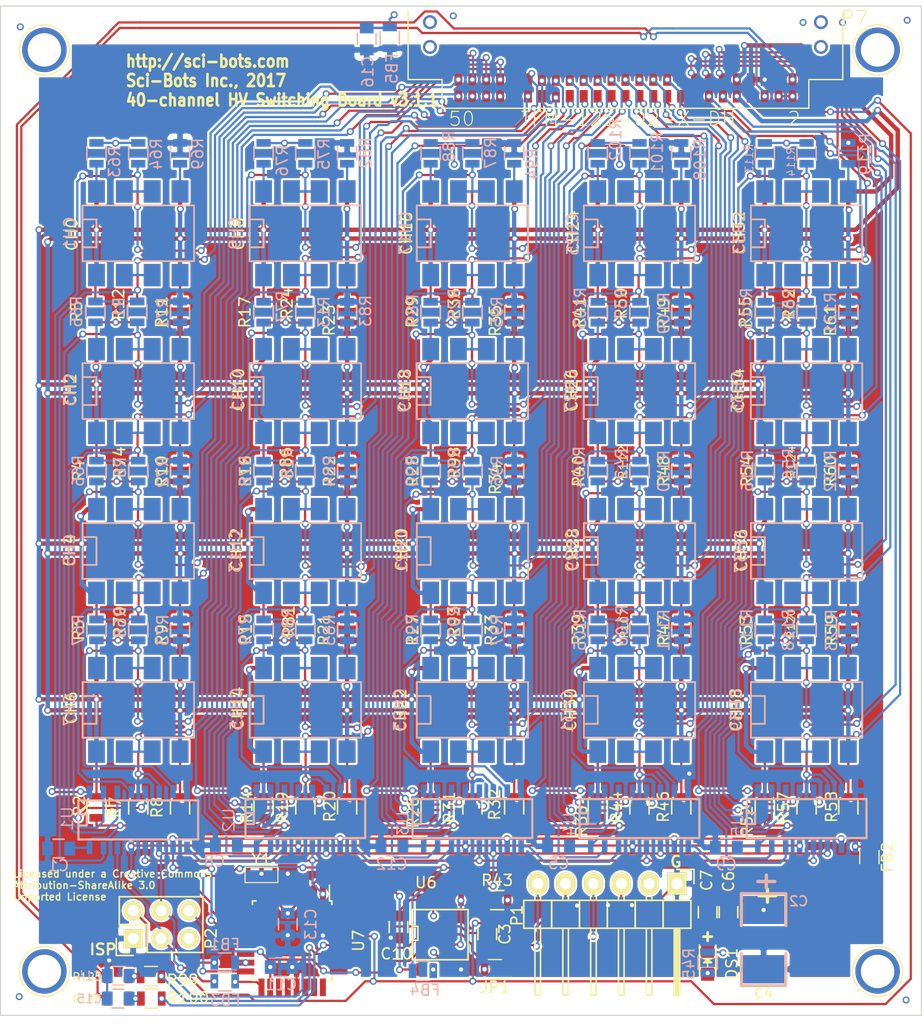
<source format=kicad_pcb>
(kicad_pcb (version 20171130) (host pcbnew "(5.1.5)-2")
  (title_block (title "40-channel HV switching board") (date 2017-06-01) (rev 3.1.1) (company "Sci-Bots Inc."))
  (layers (0 Front signal) (1 3.3V power hide) (2 GND power) (31 Back signal) (34 B.Paste user) (35 F.Paste user) (36 B.SilkS user) (37 F.SilkS user) (38 B.Mask user) (39 F.Mask user) (44 Edge.Cuts user))
  (net 0 "")
  (net 1 A4/SDA)
  (net 2 A5/SCL)
  (net 3 D11/MOSI)
  (net 4 D12/MISO)
  (net 5 D13/SCK)
  (net 6 D8/OE)
  (net 7 D9/SRCLR)
  (net 8 GND)
  (net 9 HV)
  (net 10 HVGND)
  (net 11 HVOUT0)
  (net 12 HVOUT1)
  (net 13 HVOUT10)
  (net 14 HVOUT11)
  (net 15 HVOUT12)
  (net 16 HVOUT13)
  (net 17 HVOUT14)
  (net 18 HVOUT15)
  (net 19 HVOUT16)
  (net 20 HVOUT17)
  (net 21 HVOUT18)
  (net 22 HVOUT19)
  (net 23 HVOUT2)
  (net 24 HVOUT20)
  (net 25 HVOUT21)
  (net 26 HVOUT22)
  (net 27 HVOUT23)
  (net 28 HVOUT24)
  (net 29 HVOUT25)
  (net 30 HVOUT26)
  (net 31 HVOUT27)
  (net 32 HVOUT28)
  (net 33 HVOUT29)
  (net 34 HVOUT3)
  (net 35 HVOUT30)
  (net 36 HVOUT31)
  (net 37 HVOUT32)
  (net 38 HVOUT33)
  (net 39 HVOUT34)
  (net 40 HVOUT35)
  (net 41 HVOUT36)
  (net 42 HVOUT37)
  (net 43 HVOUT38)
  (net 44 HVOUT39)
  (net 45 HVOUT4)
  (net 46 HVOUT5)
  (net 47 HVOUT6)
  (net 48 HVOUT7)
  (net 49 HVOUT8)
  (net 50 HVOUT9)
  (net 51 OUT0)
  (net 52 OUT1)
  (net 53 OUT10)
  (net 54 OUT11)
  (net 55 OUT12)
  (net 56 OUT13)
  (net 57 OUT14)
  (net 58 OUT15)
  (net 59 OUT16)
  (net 60 OUT17)
  (net 61 OUT18)
  (net 62 OUT19)
  (net 63 OUT2)
  (net 64 OUT20)
  (net 65 OUT21)
  (net 66 OUT22)
  (net 67 OUT23)
  (net 68 OUT24)
  (net 69 OUT25)
  (net 70 OUT26)
  (net 71 OUT27)
  (net 72 OUT28)
  (net 73 OUT29)
  (net 74 OUT3)
  (net 75 OUT30)
  (net 76 OUT31)
  (net 77 OUT32)
  (net 78 OUT33)
  (net 79 OUT34)
  (net 80 OUT35)
  (net 81 OUT36)
  (net 82 OUT37)
  (net 83 OUT38)
  (net 84 OUT39)
  (net 85 OUT4)
  (net 86 OUT5)
  (net 87 OUT6)
  (net 88 OUT7)
  (net 89 OUT8)
  (net 90 OUT9)
  (net 91 RST)
  (net 92 RX)
  (net 93 TX)
  (net 94 "Net-(C3-Pad1)")
  (net 95 "Net-(CH0-Pad1)")
  (net 96 "Net-(CH0-Pad4)")
  (net 97 "Net-(CH1-Pad1)")
  (net 98 "Net-(CH1-Pad4)")
  (net 99 "Net-(CH2-Pad1)")
  (net 100 "Net-(CH2-Pad4)")
  (net 101 "Net-(CH3-Pad1)")
  (net 102 "Net-(CH3-Pad4)")
  (net 103 "Net-(CH4-Pad1)")
  (net 104 "Net-(CH4-Pad4)")
  (net 105 "Net-(CH5-Pad1)")
  (net 106 "Net-(CH5-Pad4)")
  (net 107 "Net-(CH6-Pad1)")
  (net 108 "Net-(CH6-Pad4)")
  (net 109 "Net-(CH7-Pad1)")
  (net 110 "Net-(CH7-Pad4)")
  (net 111 "Net-(CH8-Pad1)")
  (net 112 "Net-(CH8-Pad4)")
  (net 113 "Net-(CH9-Pad1)")
  (net 114 "Net-(CH9-Pad4)")
  (net 115 "Net-(CH10-Pad1)")
  (net 116 "Net-(CH10-Pad4)")
  (net 117 "Net-(CH11-Pad1)")
  (net 118 "Net-(CH11-Pad4)")
  (net 119 "Net-(CH12-Pad1)")
  (net 120 "Net-(CH12-Pad4)")
  (net 121 "Net-(CH13-Pad1)")
  (net 122 "Net-(CH13-Pad4)")
  (net 123 "Net-(CH14-Pad1)")
  (net 124 "Net-(CH14-Pad4)")
  (net 125 "Net-(CH15-Pad1)")
  (net 126 "Net-(CH15-Pad4)")
  (net 127 "Net-(CH16-Pad1)")
  (net 128 "Net-(CH16-Pad4)")
  (net 129 "Net-(CH17-Pad1)")
  (net 130 "Net-(CH17-Pad4)")
  (net 131 "Net-(CH18-Pad1)")
  (net 132 "Net-(CH18-Pad4)")
  (net 133 "Net-(CH19-Pad1)")
  (net 134 "Net-(CH19-Pad4)")
  (net 135 "Net-(CH20-Pad1)")
  (net 136 "Net-(CH20-Pad4)")
  (net 137 "Net-(CH21-Pad1)")
  (net 138 "Net-(CH21-Pad4)")
  (net 139 "Net-(CH22-Pad1)")
  (net 140 "Net-(CH22-Pad4)")
  (net 141 "Net-(CH23-Pad1)")
  (net 142 "Net-(CH23-Pad4)")
  (net 143 "Net-(CH24-Pad1)")
  (net 144 "Net-(CH24-Pad4)")
  (net 145 "Net-(CH25-Pad1)")
  (net 146 "Net-(CH25-Pad4)")
  (net 147 "Net-(CH26-Pad1)")
  (net 148 "Net-(CH26-Pad4)")
  (net 149 "Net-(CH27-Pad1)")
  (net 150 "Net-(CH27-Pad4)")
  (net 151 "Net-(CH28-Pad1)")
  (net 152 "Net-(CH28-Pad4)")
  (net 153 "Net-(CH29-Pad1)")
  (net 154 "Net-(CH29-Pad4)")
  (net 155 "Net-(CH30-Pad1)")
  (net 156 "Net-(CH30-Pad4)")
  (net 157 "Net-(CH31-Pad1)")
  (net 158 "Net-(CH31-Pad4)")
  (net 159 "Net-(CH32-Pad1)")
  (net 160 "Net-(CH32-Pad4)")
  (net 161 "Net-(CH33-Pad1)")
  (net 162 "Net-(CH33-Pad4)")
  (net 163 "Net-(CH34-Pad1)")
  (net 164 "Net-(CH34-Pad4)")
  (net 165 "Net-(CH35-Pad1)")
  (net 166 "Net-(CH35-Pad4)")
  (net 167 "Net-(CH36-Pad1)")
  (net 168 "Net-(CH36-Pad4)")
  (net 169 "Net-(CH37-Pad1)")
  (net 170 "Net-(CH37-Pad4)")
  (net 171 "Net-(CH38-Pad1)")
  (net 172 "Net-(CH38-Pad4)")
  (net 173 "Net-(CH39-Pad1)")
  (net 174 "Net-(CH39-Pad4)")
  (net 175 "Net-(U1-Pad9)")
  (net 176 "Net-(U2-Pad9)")
  (net 177 "Net-(U3-Pad9)")
  (net 178 "Net-(U4-Pad9)")
  (net 179 +3.3V)
  (net 180 +3.3V_USB)
  (net 181 "Net-(P1-Pad2)")
  (net 182 D3/595SS)
  (net 183 D4/W25SS)
  (net 184 "Net-(DS1-Pad2)")
  (net 185 "Net-(C14-Pad2)")
  (net 186 "Net-(C15-Pad2)")
  (net 187 "Net-(FB1-Pad1)")
  (net 188 "Net-(FB2-Pad1)")
  (net 189 "Net-(FB3-Pad1)")
  (net 190 "Net-(FB4-Pad1)")
  (net 191 CHASIS_GND)
  (net 192 "Net-(R99-Pad2)")
  (net 193 "Net-(R100-Pad2)")
  (net 194 "Net-(U7-Pad7)")
  (net 195 "Net-(U7-Pad8)")
  (net 196 "Net-(U7-Pad9)")
  (net 197 "Net-(U7-Pad10)")
  (net 198 "Net-(U7-Pad19)")
  (net 199 "Net-(U7-Pad20)")
  (net 200 "Net-(U7-Pad22)")
  (net 201 "Net-(U7-Pad23)")
  (net 202 "Net-(U7-Pad24)")
  (net 203 "Net-(U7-Pad25)")
  (net 204 "Net-(U7-Pad26)")
  (net 205 "Net-(U7-Pad32)")
  (net 206 "Net-(U7-Pad11)")
  (net 207 "Net-(U7-Pad14)")
  (module SMD_Packages:DIP-8_SMD (layer Back) (at 82.28125 58.09875)
    (fp_text reference CH27 (at -6.28125 0.00125 90) (layer B.SilkS) (effects (justify mirror)))
    (fp_text value AQW214)
    (pad 1 smd rect (at -3.81 -3.81) (size 1.524 2.032) (layers Back B.Paste B.Mask) (net 149 "Net-(CH27-Pad1)"))
    (pad 2 smd rect (at -1.27 -3.81) (size 1.524 2.032) (layers Back B.Paste B.Mask) (net 71 OUT27))
    (pad 3 smd rect (at 1.27 -3.81) (size 1.524 2.032) (layers Back B.Paste B.Mask) (net 71 OUT27))
    (pad 4 smd rect (at 3.81 -3.81) (size 1.524 2.032) (layers Back B.Paste B.Mask) (net 150 "Net-(CH27-Pad4)"))
    (pad 5 smd rect (at 3.81 3.81) (size 1.524 2.032) (layers Back B.Paste B.Mask) (net 9 HV))
    (pad 6 smd rect (at 1.27 3.81) (size 1.524 2.032) (layers Back B.Paste B.Mask) (net 31 HVOUT27))
    (pad 7 smd rect (at -1.27 3.81) (size 1.524 2.032) (layers Back B.Paste B.Mask) (net 31 HVOUT27))
    (pad 8 smd rect (at -3.81 3.81) (size 1.524 2.032) (layers Back B.Paste B.Mask) (net 10 HVGND))
  )
  (module Resistors_SMD:R_0805 (layer Back) (at 67.04125 50.90875 270)
    (fp_text reference R25 (at -0.71875 1.63125 270) (layer B.SilkS) (effects (justify mirror)))
    (fp_text value 4.75k)
    (pad 1 smd rect (at -0.95 0 270) (size 0.7 1.3) (layers Back B.Paste B.Mask) (net 179 +3.3V))
    (pad 2 smd rect (at 0.95 0 270) (size 0.7 1.3) (layers Back B.Paste B.Mask) (net 62 OUT19))
  )
  (module Sci-Bots:SM2917 (layer Back) (at 93.6 108.1 270)
    (fp_text reference C2 (at -3.5 -3.2) (layer B.SilkS) (effects (font (size 0.889 0.889) (thickness 0.1524)) (justify mirror)))
    (fp_text value 33uF hide)
    (pad 1 smd rect (at -2.70002 0 270) (size 2.55016 3.74904) (layers Back B.Paste B.Mask) (net 179 +3.3V))
    (pad 2 smd rect (at 2.70002 0 270) (size 2.55016 3.74904) (layers Back B.Paste B.Mask) (net 8 GND))
  )
  (module Sci-Bots:SM2917 (layer Front) (at 93.6 108.1 270)
    (fp_text reference C4 (at 4.9 0) (layer F.SilkS) (effects (font (size 0.889 0.889) (thickness 0.1524))))
    (fp_text value 33uF hide)
    (pad 1 smd rect (at -2.70002 0 270) (size 2.55016 3.74904) (layers Front F.Paste F.Mask) (net 179 +3.3V))
    (pad 2 smd rect (at 2.70002 0 270) (size 2.55016 3.74904) (layers Front F.Paste F.Mask) (net 8 GND))
  )
  (module SMD_Packages:DIP-8_SMD (layer Front) (at 36.56125 43.71875)
    (fp_text reference CH0 (at -6.05125 0.11125 90) (layer F.SilkS))
    (fp_text value AQW214)
    (pad 1 smd rect (at -3.81 3.81) (size 1.524 2.032) (layers Front F.Paste F.Mask) (net 95 "Net-(CH0-Pad1)"))
    (pad 2 smd rect (at -1.27 3.81) (size 1.524 2.032) (layers Front F.Paste F.Mask) (net 51 OUT0))
    (pad 3 smd rect (at 1.27 3.81) (size 1.524 2.032) (layers Front F.Paste F.Mask) (net 51 OUT0))
    (pad 4 smd rect (at 3.81 3.81) (size 1.524 2.032) (layers Front F.Paste F.Mask) (net 96 "Net-(CH0-Pad4)"))
    (pad 5 smd rect (at 3.81 -3.81) (size 1.524 2.032) (layers Front F.Paste F.Mask) (net 9 HV))
    (pad 6 smd rect (at 1.27 -3.81) (size 1.524 2.032) (layers Front F.Paste F.Mask) (net 11 HVOUT0))
    (pad 7 smd rect (at -1.27 -3.81) (size 1.524 2.032) (layers Front F.Paste F.Mask) (net 11 HVOUT0))
    (pad 8 smd rect (at -3.81 -3.81) (size 1.524 2.032) (layers Front F.Paste F.Mask) (net 10 HVGND))
  )
  (module SMD_Packages:DIP-8_SMD (layer Back) (at 36.56125 43.71875)
    (fp_text reference CH1 (at -6.26125 -0.01875 90) (layer B.SilkS) (effects (justify mirror)))
    (fp_text value AQW214)
    (pad 1 smd rect (at -3.81 -3.81) (size 1.524 2.032) (layers Back B.Paste B.Mask) (net 97 "Net-(CH1-Pad1)"))
    (pad 2 smd rect (at -1.27 -3.81) (size 1.524 2.032) (layers Back B.Paste B.Mask) (net 52 OUT1))
    (pad 3 smd rect (at 1.27 -3.81) (size 1.524 2.032) (layers Back B.Paste B.Mask) (net 52 OUT1))
    (pad 4 smd rect (at 3.81 -3.81) (size 1.524 2.032) (layers Back B.Paste B.Mask) (net 98 "Net-(CH1-Pad4)"))
    (pad 5 smd rect (at 3.81 3.81) (size 1.524 2.032) (layers Back B.Paste B.Mask) (net 9 HV))
    (pad 6 smd rect (at 1.27 3.81) (size 1.524 2.032) (layers Back B.Paste B.Mask) (net 12 HVOUT1))
    (pad 7 smd rect (at -1.27 3.81) (size 1.524 2.032) (layers Back B.Paste B.Mask) (net 12 HVOUT1))
    (pad 8 smd rect (at -3.81 3.81) (size 1.524 2.032) (layers Back B.Paste B.Mask) (net 10 HVGND))
  )
  (module SMD_Packages:DIP-8_SMD (layer Front) (at 36.56125 58.09875)
    (fp_text reference CH2 (at -6.16125 -0.12875 90) (layer F.SilkS))
    (fp_text value AQW214)
    (pad 1 smd rect (at -3.81 3.81) (size 1.524 2.032) (layers Front F.Paste F.Mask) (net 99 "Net-(CH2-Pad1)"))
    (pad 2 smd rect (at -1.27 3.81) (size 1.524 2.032) (layers Front F.Paste F.Mask) (net 63 OUT2))
    (pad 3 smd rect (at 1.27 3.81) (size 1.524 2.032) (layers Front F.Paste F.Mask) (net 63 OUT2))
    (pad 4 smd rect (at 3.81 3.81) (size 1.524 2.032) (layers Front F.Paste F.Mask) (net 100 "Net-(CH2-Pad4)"))
    (pad 5 smd rect (at 3.81 -3.81) (size 1.524 2.032) (layers Front F.Paste F.Mask) (net 9 HV))
    (pad 6 smd rect (at 1.27 -3.81) (size 1.524 2.032) (layers Front F.Paste F.Mask) (net 23 HVOUT2))
    (pad 7 smd rect (at -1.27 -3.81) (size 1.524 2.032) (layers Front F.Paste F.Mask) (net 23 HVOUT2))
    (pad 8 smd rect (at -3.81 -3.81) (size 1.524 2.032) (layers Front F.Paste F.Mask) (net 10 HVGND))
  )
  (module SMD_Packages:DIP-8_SMD (layer Back) (at 36.56125 58.09875)
    (fp_text reference CH3 (at -6.26125 -0.09875 90) (layer B.SilkS) (effects (justify mirror)))
    (fp_text value AQW214)
    (pad 1 smd rect (at -3.81 -3.81) (size 1.524 2.032) (layers Back B.Paste B.Mask) (net 101 "Net-(CH3-Pad1)"))
    (pad 2 smd rect (at -1.27 -3.81) (size 1.524 2.032) (layers Back B.Paste B.Mask) (net 74 OUT3))
    (pad 3 smd rect (at 1.27 -3.81) (size 1.524 2.032) (layers Back B.Paste B.Mask) (net 74 OUT3))
    (pad 4 smd rect (at 3.81 -3.81) (size 1.524 2.032) (layers Back B.Paste B.Mask) (net 102 "Net-(CH3-Pad4)"))
    (pad 5 smd rect (at 3.81 3.81) (size 1.524 2.032) (layers Back B.Paste B.Mask) (net 9 HV))
    (pad 6 smd rect (at 1.27 3.81) (size 1.524 2.032) (layers Back B.Paste B.Mask) (net 34 HVOUT3))
    (pad 7 smd rect (at -1.27 3.81) (size 1.524 2.032) (layers Back B.Paste B.Mask) (net 34 HVOUT3))
    (pad 8 smd rect (at -3.81 3.81) (size 1.524 2.032) (layers Back B.Paste B.Mask) (net 10 HVGND))
  )
  (module SMD_Packages:DIP-8_SMD (layer Front) (at 36.56125 72.67875)
    (fp_text reference CH4 (at -6.27125 -0.06875 90) (layer F.SilkS))
    (fp_text value AQW214)
    (pad 1 smd rect (at -3.81 3.81) (size 1.524 2.032) (layers Front F.Paste F.Mask) (net 103 "Net-(CH4-Pad1)"))
    (pad 2 smd rect (at -1.27 3.81) (size 1.524 2.032) (layers Front F.Paste F.Mask) (net 85 OUT4))
    (pad 3 smd rect (at 1.27 3.81) (size 1.524 2.032) (layers Front F.Paste F.Mask) (net 85 OUT4))
    (pad 4 smd rect (at 3.81 3.81) (size 1.524 2.032) (layers Front F.Paste F.Mask) (net 104 "Net-(CH4-Pad4)"))
    (pad 5 smd rect (at 3.81 -3.81) (size 1.524 2.032) (layers Front F.Paste F.Mask) (net 9 HV))
    (pad 6 smd rect (at 1.27 -3.81) (size 1.524 2.032) (layers Front F.Paste F.Mask) (net 45 HVOUT4))
    (pad 7 smd rect (at -1.27 -3.81) (size 1.524 2.032) (layers Front F.Paste F.Mask) (net 45 HVOUT4))
    (pad 8 smd rect (at -3.81 -3.81) (size 1.524 2.032) (layers Front F.Paste F.Mask) (net 10 HVGND))
  )
  (module SMD_Packages:DIP-8_SMD (layer Back) (at 36.56125 72.67875)
    (fp_text reference CH5 (at -6.26125 -0.07875 90) (layer B.SilkS) (effects (justify mirror)))
    (fp_text value AQW214)
    (pad 1 smd rect (at -3.81 -3.81) (size 1.524 2.032) (layers Back B.Paste B.Mask) (net 105 "Net-(CH5-Pad1)"))
    (pad 2 smd rect (at -1.27 -3.81) (size 1.524 2.032) (layers Back B.Paste B.Mask) (net 86 OUT5))
    (pad 3 smd rect (at 1.27 -3.81) (size 1.524 2.032) (layers Back B.Paste B.Mask) (net 86 OUT5))
    (pad 4 smd rect (at 3.81 -3.81) (size 1.524 2.032) (layers Back B.Paste B.Mask) (net 106 "Net-(CH5-Pad4)"))
    (pad 5 smd rect (at 3.81 3.81) (size 1.524 2.032) (layers Back B.Paste B.Mask) (net 9 HV))
    (pad 6 smd rect (at 1.27 3.81) (size 1.524 2.032) (layers Back B.Paste B.Mask) (net 46 HVOUT5))
    (pad 7 smd rect (at -1.27 3.81) (size 1.524 2.032) (layers Back B.Paste B.Mask) (net 46 HVOUT5))
    (pad 8 smd rect (at -3.81 3.81) (size 1.524 2.032) (layers Back B.Paste B.Mask) (net 10 HVGND))
  )
  (module SMD_Packages:DIP-8_SMD (layer Front) (at 36.56125 87.15875)
    (fp_text reference CH6 (at -6.10125 -0.18875 90) (layer F.SilkS))
    (fp_text value AQW214)
    (pad 1 smd rect (at -3.81 3.81) (size 1.524 2.032) (layers Front F.Paste F.Mask) (net 107 "Net-(CH6-Pad1)"))
    (pad 2 smd rect (at -1.27 3.81) (size 1.524 2.032) (layers Front F.Paste F.Mask) (net 87 OUT6))
    (pad 3 smd rect (at 1.27 3.81) (size 1.524 2.032) (layers Front F.Paste F.Mask) (net 87 OUT6))
    (pad 4 smd rect (at 3.81 3.81) (size 1.524 2.032) (layers Front F.Paste F.Mask) (net 108 "Net-(CH6-Pad4)"))
    (pad 5 smd rect (at 3.81 -3.81) (size 1.524 2.032) (layers Front F.Paste F.Mask) (net 9 HV))
    (pad 6 smd rect (at 1.27 -3.81) (size 1.524 2.032) (layers Front F.Paste F.Mask) (net 47 HVOUT6))
    (pad 7 smd rect (at -1.27 -3.81) (size 1.524 2.032) (layers Front F.Paste F.Mask) (net 47 HVOUT6))
    (pad 8 smd rect (at -3.81 -3.81) (size 1.524 2.032) (layers Front F.Paste F.Mask) (net 10 HVGND))
  )
  (module SMD_Packages:DIP-8_SMD (layer Back) (at 36.56125 87.15875)
    (fp_text reference CH7 (at -6.27125 -0.01875 90) (layer B.SilkS) (effects (justify mirror)))
    (fp_text value AQW214)
    (pad 1 smd rect (at -3.81 -3.81) (size 1.524 2.032) (layers Back B.Paste B.Mask) (net 109 "Net-(CH7-Pad1)"))
    (pad 2 smd rect (at -1.27 -3.81) (size 1.524 2.032) (layers Back B.Paste B.Mask) (net 88 OUT7))
    (pad 3 smd rect (at 1.27 -3.81) (size 1.524 2.032) (layers Back B.Paste B.Mask) (net 88 OUT7))
    (pad 4 smd rect (at 3.81 -3.81) (size 1.524 2.032) (layers Back B.Paste B.Mask) (net 110 "Net-(CH7-Pad4)"))
    (pad 5 smd rect (at 3.81 3.81) (size 1.524 2.032) (layers Back B.Paste B.Mask) (net 9 HV))
    (pad 6 smd rect (at 1.27 3.81) (size 1.524 2.032) (layers Back B.Paste B.Mask) (net 48 HVOUT7))
    (pad 7 smd rect (at -1.27 3.81) (size 1.524 2.032) (layers Back B.Paste B.Mask) (net 48 HVOUT7))
    (pad 8 smd rect (at -3.81 3.81) (size 1.524 2.032) (layers Back B.Paste B.Mask) (net 10 HVGND))
  )
  (module SMD_Packages:DIP-8_SMD (layer Front) (at 51.80125 43.71875)
    (fp_text reference CH8 (at -6.09125 0.05125 90) (layer F.SilkS))
    (fp_text value AQW214)
    (pad 1 smd rect (at -3.81 3.81) (size 1.524 2.032) (layers Front F.Paste F.Mask) (net 111 "Net-(CH8-Pad1)"))
    (pad 2 smd rect (at -1.27 3.81) (size 1.524 2.032) (layers Front F.Paste F.Mask) (net 89 OUT8))
    (pad 3 smd rect (at 1.27 3.81) (size 1.524 2.032) (layers Front F.Paste F.Mask) (net 89 OUT8))
    (pad 4 smd rect (at 3.81 3.81) (size 1.524 2.032) (layers Front F.Paste F.Mask) (net 112 "Net-(CH8-Pad4)"))
    (pad 5 smd rect (at 3.81 -3.81) (size 1.524 2.032) (layers Front F.Paste F.Mask) (net 9 HV))
    (pad 6 smd rect (at 1.27 -3.81) (size 1.524 2.032) (layers Front F.Paste F.Mask) (net 49 HVOUT8))
    (pad 7 smd rect (at -1.27 -3.81) (size 1.524 2.032) (layers Front F.Paste F.Mask) (net 49 HVOUT8))
    (pad 8 smd rect (at -3.81 -3.81) (size 1.524 2.032) (layers Front F.Paste F.Mask) (net 10 HVGND))
  )
  (module SMD_Packages:DIP-8_SMD (layer Back) (at 51.80125 43.71875)
    (fp_text reference CH9 (at -6.40125 -0.01875 90) (layer B.SilkS) (effects (justify mirror)))
    (fp_text value AQW214)
    (pad 1 smd rect (at -3.81 -3.81) (size 1.524 2.032) (layers Back B.Paste B.Mask) (net 113 "Net-(CH9-Pad1)"))
    (pad 2 smd rect (at -1.27 -3.81) (size 1.524 2.032) (layers Back B.Paste B.Mask) (net 90 OUT9))
    (pad 3 smd rect (at 1.27 -3.81) (size 1.524 2.032) (layers Back B.Paste B.Mask) (net 90 OUT9))
    (pad 4 smd rect (at 3.81 -3.81) (size 1.524 2.032) (layers Back B.Paste B.Mask) (net 114 "Net-(CH9-Pad4)"))
    (pad 5 smd rect (at 3.81 3.81) (size 1.524 2.032) (layers Back B.Paste B.Mask) (net 9 HV))
    (pad 6 smd rect (at 1.27 3.81) (size 1.524 2.032) (layers Back B.Paste B.Mask) (net 50 HVOUT9))
    (pad 7 smd rect (at -1.27 3.81) (size 1.524 2.032) (layers Back B.Paste B.Mask) (net 50 HVOUT9))
    (pad 8 smd rect (at -3.81 3.81) (size 1.524 2.032) (layers Back B.Paste B.Mask) (net 10 HVGND))
  )
  (module SMD_Packages:DIP-8_SMD (layer Front) (at 51.80125 58.09875)
    (fp_text reference CH10 (at -6.09125 -0.12875 90) (layer F.SilkS))
    (fp_text value AQW214)
    (pad 1 smd rect (at -3.81 3.81) (size 1.524 2.032) (layers Front F.Paste F.Mask) (net 115 "Net-(CH10-Pad1)"))
    (pad 2 smd rect (at -1.27 3.81) (size 1.524 2.032) (layers Front F.Paste F.Mask) (net 53 OUT10))
    (pad 3 smd rect (at 1.27 3.81) (size 1.524 2.032) (layers Front F.Paste F.Mask) (net 53 OUT10))
    (pad 4 smd rect (at 3.81 3.81) (size 1.524 2.032) (layers Front F.Paste F.Mask) (net 116 "Net-(CH10-Pad4)"))
    (pad 5 smd rect (at 3.81 -3.81) (size 1.524 2.032) (layers Front F.Paste F.Mask) (net 9 HV))
    (pad 6 smd rect (at 1.27 -3.81) (size 1.524 2.032) (layers Front F.Paste F.Mask) (net 13 HVOUT10))
    (pad 7 smd rect (at -1.27 -3.81) (size 1.524 2.032) (layers Front F.Paste F.Mask) (net 13 HVOUT10))
    (pad 8 smd rect (at -3.81 -3.81) (size 1.524 2.032) (layers Front F.Paste F.Mask) (net 10 HVGND))
  )
  (module SMD_Packages:DIP-8_SMD (layer Back) (at 51.80125 58.09875)
    (fp_text reference CH11 (at -6.30125 0.00125 90) (layer B.SilkS) (effects (justify mirror)))
    (fp_text value AQW214)
    (pad 1 smd rect (at -3.81 -3.81) (size 1.524 2.032) (layers Back B.Paste B.Mask) (net 117 "Net-(CH11-Pad1)"))
    (pad 2 smd rect (at -1.27 -3.81) (size 1.524 2.032) (layers Back B.Paste B.Mask) (net 54 OUT11))
    (pad 3 smd rect (at 1.27 -3.81) (size 1.524 2.032) (layers Back B.Paste B.Mask) (net 54 OUT11))
    (pad 4 smd rect (at 3.81 -3.81) (size 1.524 2.032) (layers Back B.Paste B.Mask) (net 118 "Net-(CH11-Pad4)"))
    (pad 5 smd rect (at 3.81 3.81) (size 1.524 2.032) (layers Back B.Paste B.Mask) (net 9 HV))
    (pad 6 smd rect (at 1.27 3.81) (size 1.524 2.032) (layers Back B.Paste B.Mask) (net 14 HVOUT11))
    (pad 7 smd rect (at -1.27 3.81) (size 1.524 2.032) (layers Back B.Paste B.Mask) (net 14 HVOUT11))
    (pad 8 smd rect (at -3.81 3.81) (size 1.524 2.032) (layers Back B.Paste B.Mask) (net 10 HVGND))
  )
  (module SMD_Packages:DIP-8_SMD (layer Front) (at 51.80125 72.67875)
    (fp_text reference CH12 (at -6.26125 -0.12875 90) (layer F.SilkS))
    (fp_text value AQW214)
    (pad 1 smd rect (at -3.81 3.81) (size 1.524 2.032) (layers Front F.Paste F.Mask) (net 119 "Net-(CH12-Pad1)"))
    (pad 2 smd rect (at -1.27 3.81) (size 1.524 2.032) (layers Front F.Paste F.Mask) (net 55 OUT12))
    (pad 3 smd rect (at 1.27 3.81) (size 1.524 2.032) (layers Front F.Paste F.Mask) (net 55 OUT12))
    (pad 4 smd rect (at 3.81 3.81) (size 1.524 2.032) (layers Front F.Paste F.Mask) (net 120 "Net-(CH12-Pad4)"))
    (pad 5 smd rect (at 3.81 -3.81) (size 1.524 2.032) (layers Front F.Paste F.Mask) (net 9 HV))
    (pad 6 smd rect (at 1.27 -3.81) (size 1.524 2.032) (layers Front F.Paste F.Mask) (net 15 HVOUT12))
    (pad 7 smd rect (at -1.27 -3.81) (size 1.524 2.032) (layers Front F.Paste F.Mask) (net 15 HVOUT12))
    (pad 8 smd rect (at -3.81 -3.81) (size 1.524 2.032) (layers Front F.Paste F.Mask) (net 10 HVGND))
  )
  (module SMD_Packages:DIP-8_SMD (layer Back) (at 51.80125 72.67875)
    (fp_text reference CH13 (at -6.40125 0.02125 90) (layer B.SilkS) (effects (justify mirror)))
    (fp_text value AQW214)
    (pad 1 smd rect (at -3.81 -3.81) (size 1.524 2.032) (layers Back B.Paste B.Mask) (net 121 "Net-(CH13-Pad1)"))
    (pad 2 smd rect (at -1.27 -3.81) (size 1.524 2.032) (layers Back B.Paste B.Mask) (net 56 OUT13))
    (pad 3 smd rect (at 1.27 -3.81) (size 1.524 2.032) (layers Back B.Paste B.Mask) (net 56 OUT13))
    (pad 4 smd rect (at 3.81 -3.81) (size 1.524 2.032) (layers Back B.Paste B.Mask) (net 122 "Net-(CH13-Pad4)"))
    (pad 5 smd rect (at 3.81 3.81) (size 1.524 2.032) (layers Back B.Paste B.Mask) (net 9 HV))
    (pad 6 smd rect (at 1.27 3.81) (size 1.524 2.032) (layers Back B.Paste B.Mask) (net 16 HVOUT13))
    (pad 7 smd rect (at -1.27 3.81) (size 1.524 2.032) (layers Back B.Paste B.Mask) (net 16 HVOUT13))
    (pad 8 smd rect (at -3.81 3.81) (size 1.524 2.032) (layers Back B.Paste B.Mask) (net 10 HVGND))
  )
  (module SMD_Packages:DIP-8_SMD (layer Front) (at 51.80125 87.15875)
    (fp_text reference CH14 (at -6.14125 -0.13875 90) (layer F.SilkS))
    (fp_text value AQW214)
    (pad 1 smd rect (at -3.81 3.81) (size 1.524 2.032) (layers Front F.Paste F.Mask) (net 123 "Net-(CH14-Pad1)"))
    (pad 2 smd rect (at -1.27 3.81) (size 1.524 2.032) (layers Front F.Paste F.Mask) (net 57 OUT14))
    (pad 3 smd rect (at 1.27 3.81) (size 1.524 2.032) (layers Front F.Paste F.Mask) (net 57 OUT14))
    (pad 4 smd rect (at 3.81 3.81) (size 1.524 2.032) (layers Front F.Paste F.Mask) (net 124 "Net-(CH14-Pad4)"))
    (pad 5 smd rect (at 3.81 -3.81) (size 1.524 2.032) (layers Front F.Paste F.Mask) (net 9 HV))
    (pad 6 smd rect (at 1.27 -3.81) (size 1.524 2.032) (layers Front F.Paste F.Mask) (net 17 HVOUT14))
    (pad 7 smd rect (at -1.27 -3.81) (size 1.524 2.032) (layers Front F.Paste F.Mask) (net 17 HVOUT14))
    (pad 8 smd rect (at -3.81 -3.81) (size 1.524 2.032) (layers Front F.Paste F.Mask) (net 10 HVGND))
  )
  (module SMD_Packages:DIP-8_SMD (layer Back) (at 51.80125 87.15875)
    (fp_text reference CH15 (at -6.30125 -0.05875 90) (layer B.SilkS) (effects (justify mirror)))
    (fp_text value AQW214)
    (pad 1 smd rect (at -3.81 -3.81) (size 1.524 2.032) (layers Back B.Paste B.Mask) (net 125 "Net-(CH15-Pad1)"))
    (pad 2 smd rect (at -1.27 -3.81) (size 1.524 2.032) (layers Back B.Paste B.Mask) (net 58 OUT15))
    (pad 3 smd rect (at 1.27 -3.81) (size 1.524 2.032) (layers Back B.Paste B.Mask) (net 58 OUT15))
    (pad 4 smd rect (at 3.81 -3.81) (size 1.524 2.032) (layers Back B.Paste B.Mask) (net 126 "Net-(CH15-Pad4)"))
    (pad 5 smd rect (at 3.81 3.81) (size 1.524 2.032) (layers Back B.Paste B.Mask) (net 9 HV))
    (pad 6 smd rect (at 1.27 3.81) (size 1.524 2.032) (layers Back B.Paste B.Mask) (net 18 HVOUT15))
    (pad 7 smd rect (at -1.27 3.81) (size 1.524 2.032) (layers Back B.Paste B.Mask) (net 18 HVOUT15))
    (pad 8 smd rect (at -3.81 3.81) (size 1.524 2.032) (layers Back B.Paste B.Mask) (net 10 HVGND))
  )
  (module SMD_Packages:DIP-8_SMD (layer Front) (at 67.04125 43.71875)
    (fp_text reference CH16 (at -6.01125 0.00125 90) (layer F.SilkS))
    (fp_text value AQW214)
    (pad 1 smd rect (at -3.81 3.81) (size 1.524 2.032) (layers Front F.Paste F.Mask) (net 127 "Net-(CH16-Pad1)"))
    (pad 2 smd rect (at -1.27 3.81) (size 1.524 2.032) (layers Front F.Paste F.Mask) (net 59 OUT16))
    (pad 3 smd rect (at 1.27 3.81) (size 1.524 2.032) (layers Front F.Paste F.Mask) (net 59 OUT16))
    (pad 4 smd rect (at 3.81 3.81) (size 1.524 2.032) (layers Front F.Paste F.Mask) (net 128 "Net-(CH16-Pad4)"))
    (pad 5 smd rect (at 3.81 -3.81) (size 1.524 2.032) (layers Front F.Paste F.Mask) (net 9 HV))
    (pad 6 smd rect (at 1.27 -3.81) (size 1.524 2.032) (layers Front F.Paste F.Mask) (net 19 HVOUT16))
    (pad 7 smd rect (at -1.27 -3.81) (size 1.524 2.032) (layers Front F.Paste F.Mask) (net 19 HVOUT16))
    (pad 8 smd rect (at -3.81 -3.81) (size 1.524 2.032) (layers Front F.Paste F.Mask) (net 10 HVGND))
  )
  (module SMD_Packages:DIP-8_SMD (layer Back) (at 67.04125 43.71875)
    (fp_text reference CH17 (at -6.14125 -0.01875 90) (layer B.SilkS) (effects (justify mirror)))
    (fp_text value AQW214)
    (pad 1 smd rect (at -3.81 -3.81) (size 1.524 2.032) (layers Back B.Paste B.Mask) (net 129 "Net-(CH17-Pad1)"))
    (pad 2 smd rect (at -1.27 -3.81) (size 1.524 2.032) (layers Back B.Paste B.Mask) (net 60 OUT17))
    (pad 3 smd rect (at 1.27 -3.81) (size 1.524 2.032) (layers Back B.Paste B.Mask) (net 60 OUT17))
    (pad 4 smd rect (at 3.81 -3.81) (size 1.524 2.032) (layers Back B.Paste B.Mask) (net 130 "Net-(CH17-Pad4)"))
    (pad 5 smd rect (at 3.81 3.81) (size 1.524 2.032) (layers Back B.Paste B.Mask) (net 9 HV))
    (pad 6 smd rect (at 1.27 3.81) (size 1.524 2.032) (layers Back B.Paste B.Mask) (net 20 HVOUT17))
    (pad 7 smd rect (at -1.27 3.81) (size 1.524 2.032) (layers Back B.Paste B.Mask) (net 20 HVOUT17))
    (pad 8 smd rect (at -3.81 3.81) (size 1.524 2.032) (layers Back B.Paste B.Mask) (net 10 HVGND))
  )
  (module SMD_Packages:DIP-8_SMD (layer Front) (at 67.04125 58.09875)
    (fp_text reference CH18 (at -6.13125 -0.07875 90) (layer F.SilkS))
    (fp_text value AQW214)
    (pad 1 smd rect (at -3.81 3.81) (size 1.524 2.032) (layers Front F.Paste F.Mask) (net 131 "Net-(CH18-Pad1)"))
    (pad 2 smd rect (at -1.27 3.81) (size 1.524 2.032) (layers Front F.Paste F.Mask) (net 61 OUT18))
    (pad 3 smd rect (at 1.27 3.81) (size 1.524 2.032) (layers Front F.Paste F.Mask) (net 61 OUT18))
    (pad 4 smd rect (at 3.81 3.81) (size 1.524 2.032) (layers Front F.Paste F.Mask) (net 132 "Net-(CH18-Pad4)"))
    (pad 5 smd rect (at 3.81 -3.81) (size 1.524 2.032) (layers Front F.Paste F.Mask) (net 9 HV))
    (pad 6 smd rect (at 1.27 -3.81) (size 1.524 2.032) (layers Front F.Paste F.Mask) (net 21 HVOUT18))
    (pad 7 smd rect (at -1.27 -3.81) (size 1.524 2.032) (layers Front F.Paste F.Mask) (net 21 HVOUT18))
    (pad 8 smd rect (at -3.81 -3.81) (size 1.524 2.032) (layers Front F.Paste F.Mask) (net 10 HVGND))
  )
  (module SMD_Packages:DIP-8_SMD (layer Back) (at 67.04125 58.09875)
    (fp_text reference CH19 (at -6.24125 0.00125 90) (layer B.SilkS) (effects (justify mirror)))
    (fp_text value AQW214)
    (pad 1 smd rect (at -3.81 -3.81) (size 1.524 2.032) (layers Back B.Paste B.Mask) (net 133 "Net-(CH19-Pad1)"))
    (pad 2 smd rect (at -1.27 -3.81) (size 1.524 2.032) (layers Back B.Paste B.Mask) (net 62 OUT19))
    (pad 3 smd rect (at 1.27 -3.81) (size 1.524 2.032) (layers Back B.Paste B.Mask) (net 62 OUT19))
    (pad 4 smd rect (at 3.81 -3.81) (size 1.524 2.032) (layers Back B.Paste B.Mask) (net 134 "Net-(CH19-Pad4)"))
    (pad 5 smd rect (at 3.81 3.81) (size 1.524 2.032) (layers Back B.Paste B.Mask) (net 9 HV))
    (pad 6 smd rect (at 1.27 3.81) (size 1.524 2.032) (layers Back B.Paste B.Mask) (net 22 HVOUT19))
    (pad 7 smd rect (at -1.27 3.81) (size 1.524 2.032) (layers Back B.Paste B.Mask) (net 22 HVOUT19))
    (pad 8 smd rect (at -3.81 3.81) (size 1.524 2.032) (layers Back B.Paste B.Mask) (net 10 HVGND))
  )
  (module SMD_Packages:DIP-8_SMD (layer Front) (at 67.04125 72.67875)
    (fp_text reference CH20 (at -6.46125 -0.12875 90) (layer F.SilkS))
    (fp_text value AQW214)
    (pad 1 smd rect (at -3.81 3.81) (size 1.524 2.032) (layers Front F.Paste F.Mask) (net 135 "Net-(CH20-Pad1)"))
    (pad 2 smd rect (at -1.27 3.81) (size 1.524 2.032) (layers Front F.Paste F.Mask) (net 64 OUT20))
    (pad 3 smd rect (at 1.27 3.81) (size 1.524 2.032) (layers Front F.Paste F.Mask) (net 64 OUT20))
    (pad 4 smd rect (at 3.81 3.81) (size 1.524 2.032) (layers Front F.Paste F.Mask) (net 136 "Net-(CH20-Pad4)"))
    (pad 5 smd rect (at 3.81 -3.81) (size 1.524 2.032) (layers Front F.Paste F.Mask) (net 9 HV))
    (pad 6 smd rect (at 1.27 -3.81) (size 1.524 2.032) (layers Front F.Paste F.Mask) (net 24 HVOUT20))
    (pad 7 smd rect (at -1.27 -3.81) (size 1.524 2.032) (layers Front F.Paste F.Mask) (net 24 HVOUT20))
    (pad 8 smd rect (at -3.81 -3.81) (size 1.524 2.032) (layers Front F.Paste F.Mask) (net 10 HVGND))
  )
  (module SMD_Packages:DIP-8_SMD (layer Back) (at 67.04125 72.67875)
    (fp_text reference CH21 (at -6.44125 0.02125 90) (layer B.SilkS) (effects (justify mirror)))
    (fp_text value AQW214)
    (pad 1 smd rect (at -3.81 -3.81) (size 1.524 2.032) (layers Back B.Paste B.Mask) (net 137 "Net-(CH21-Pad1)"))
    (pad 2 smd rect (at -1.27 -3.81) (size 1.524 2.032) (layers Back B.Paste B.Mask) (net 65 OUT21))
    (pad 3 smd rect (at 1.27 -3.81) (size 1.524 2.032) (layers Back B.Paste B.Mask) (net 65 OUT21))
    (pad 4 smd rect (at 3.81 -3.81) (size 1.524 2.032) (layers Back B.Paste B.Mask) (net 138 "Net-(CH21-Pad4)"))
    (pad 5 smd rect (at 3.81 3.81) (size 1.524 2.032) (layers Back B.Paste B.Mask) (net 9 HV))
    (pad 6 smd rect (at 1.27 3.81) (size 1.524 2.032) (layers Back B.Paste B.Mask) (net 25 HVOUT21))
    (pad 7 smd rect (at -1.27 3.81) (size 1.524 2.032) (layers Back B.Paste B.Mask) (net 25 HVOUT21))
    (pad 8 smd rect (at -3.81 3.81) (size 1.524 2.032) (layers Back B.Paste B.Mask) (net 10 HVGND))
  )
  (module SMD_Packages:DIP-8_SMD (layer Front) (at 67.04125 87.15875)
    (fp_text reference CH22 (at -6.54125 0.04125 90) (layer F.SilkS))
    (fp_text value AQW214)
    (pad 1 smd rect (at -3.81 3.81) (size 1.524 2.032) (layers Front F.Paste F.Mask) (net 139 "Net-(CH22-Pad1)"))
    (pad 2 smd rect (at -1.27 3.81) (size 1.524 2.032) (layers Front F.Paste F.Mask) (net 66 OUT22))
    (pad 3 smd rect (at 1.27 3.81) (size 1.524 2.032) (layers Front F.Paste F.Mask) (net 66 OUT22))
    (pad 4 smd rect (at 3.81 3.81) (size 1.524 2.032) (layers Front F.Paste F.Mask) (net 140 "Net-(CH22-Pad4)"))
    (pad 5 smd rect (at 3.81 -3.81) (size 1.524 2.032) (layers Front F.Paste F.Mask) (net 9 HV))
    (pad 6 smd rect (at 1.27 -3.81) (size 1.524 2.032) (layers Front F.Paste F.Mask) (net 26 HVOUT22))
    (pad 7 smd rect (at -1.27 -3.81) (size 1.524 2.032) (layers Front F.Paste F.Mask) (net 26 HVOUT22))
    (pad 8 smd rect (at -3.81 -3.81) (size 1.524 2.032) (layers Front F.Paste F.Mask) (net 10 HVGND))
  )
  (module SMD_Packages:DIP-8_SMD (layer Back) (at 67.04125 87.15875)
    (fp_text reference CH23 (at -6.63125 -0.01875 90) (layer B.SilkS) (effects (justify mirror)))
    (fp_text value AQW214)
    (pad 1 smd rect (at -3.81 -3.81) (size 1.524 2.032) (layers Back B.Paste B.Mask) (net 141 "Net-(CH23-Pad1)"))
    (pad 2 smd rect (at -1.27 -3.81) (size 1.524 2.032) (layers Back B.Paste B.Mask) (net 67 OUT23))
    (pad 3 smd rect (at 1.27 -3.81) (size 1.524 2.032) (layers Back B.Paste B.Mask) (net 67 OUT23))
    (pad 4 smd rect (at 3.81 -3.81) (size 1.524 2.032) (layers Back B.Paste B.Mask) (net 142 "Net-(CH23-Pad4)"))
    (pad 5 smd rect (at 3.81 3.81) (size 1.524 2.032) (layers Back B.Paste B.Mask) (net 9 HV))
    (pad 6 smd rect (at 1.27 3.81) (size 1.524 2.032) (layers Back B.Paste B.Mask) (net 27 HVOUT23))
    (pad 7 smd rect (at -1.27 3.81) (size 1.524 2.032) (layers Back B.Paste B.Mask) (net 27 HVOUT23))
    (pad 8 smd rect (at -3.81 3.81) (size 1.524 2.032) (layers Back B.Paste B.Mask) (net 10 HVGND))
  )
  (module SMD_Packages:DIP-8_SMD (layer Front) (at 82.28125 43.71875)
    (fp_text reference CH24 (at -6.06125 -0.11875 90) (layer F.SilkS))
    (fp_text value AQW214)
    (pad 1 smd rect (at -3.81 3.81) (size 1.524 2.032) (layers Front F.Paste F.Mask) (net 143 "Net-(CH24-Pad1)"))
    (pad 2 smd rect (at -1.27 3.81) (size 1.524 2.032) (layers Front F.Paste F.Mask) (net 68 OUT24))
    (pad 3 smd rect (at 1.27 3.81) (size 1.524 2.032) (layers Front F.Paste F.Mask) (net 68 OUT24))
    (pad 4 smd rect (at 3.81 3.81) (size 1.524 2.032) (layers Front F.Paste F.Mask) (net 144 "Net-(CH24-Pad4)"))
    (pad 5 smd rect (at 3.81 -3.81) (size 1.524 2.032) (layers Front F.Paste F.Mask) (net 9 HV))
    (pad 6 smd rect (at 1.27 -3.81) (size 1.524 2.032) (layers Front F.Paste F.Mask) (net 28 HVOUT24))
    (pad 7 smd rect (at -1.27 -3.81) (size 1.524 2.032) (layers Front F.Paste F.Mask) (net 28 HVOUT24))
    (pad 8 smd rect (at -3.81 -3.81) (size 1.524 2.032) (layers Front F.Paste F.Mask) (net 10 HVGND))
  )
  (module SMD_Packages:DIP-8_SMD (layer Back) (at 82.28125 43.71875)
    (fp_text reference CH25 (at -6.08125 0.08125 90) (layer B.SilkS) (effects (justify mirror)))
    (fp_text value AQW214)
    (pad 1 smd rect (at -3.81 -3.81) (size 1.524 2.032) (layers Back B.Paste B.Mask) (net 145 "Net-(CH25-Pad1)"))
    (pad 2 smd rect (at -1.27 -3.81) (size 1.524 2.032) (layers Back B.Paste B.Mask) (net 69 OUT25))
    (pad 3 smd rect (at 1.27 -3.81) (size 1.524 2.032) (layers Back B.Paste B.Mask) (net 69 OUT25))
    (pad 4 smd rect (at 3.81 -3.81) (size 1.524 2.032) (layers Back B.Paste B.Mask) (net 146 "Net-(CH25-Pad4)"))
    (pad 5 smd rect (at 3.81 3.81) (size 1.524 2.032) (layers Back B.Paste B.Mask) (net 9 HV))
    (pad 6 smd rect (at 1.27 3.81) (size 1.524 2.032) (layers Back B.Paste B.Mask) (net 29 HVOUT25))
    (pad 7 smd rect (at -1.27 3.81) (size 1.524 2.032) (layers Back B.Paste B.Mask) (net 29 HVOUT25))
    (pad 8 smd rect (at -3.81 3.81) (size 1.524 2.032) (layers Back B.Paste B.Mask) (net 10 HVGND))
  )
  (module SMD_Packages:DIP-8_SMD (layer Front) (at 82.28125 58.09875)
    (fp_text reference CH26 (at -6.17125 -0.07875 90) (layer F.SilkS))
    (fp_text value AQW214)
    (pad 1 smd rect (at -3.81 3.81) (size 1.524 2.032) (layers Front F.Paste F.Mask) (net 147 "Net-(CH26-Pad1)"))
    (pad 2 smd rect (at -1.27 3.81) (size 1.524 2.032) (layers Front F.Paste F.Mask) (net 70 OUT26))
    (pad 3 smd rect (at 1.27 3.81) (size 1.524 2.032) (layers Front F.Paste F.Mask) (net 70 OUT26))
    (pad 4 smd rect (at 3.81 3.81) (size 1.524 2.032) (layers Front F.Paste F.Mask) (net 148 "Net-(CH26-Pad4)"))
    (pad 5 smd rect (at 3.81 -3.81) (size 1.524 2.032) (layers Front F.Paste F.Mask) (net 9 HV))
    (pad 6 smd rect (at 1.27 -3.81) (size 1.524 2.032) (layers Front F.Paste F.Mask) (net 30 HVOUT26))
    (pad 7 smd rect (at -1.27 -3.81) (size 1.524 2.032) (layers Front F.Paste F.Mask) (net 30 HVOUT26))
    (pad 8 smd rect (at -3.81 -3.81) (size 1.524 2.032) (layers Front F.Paste F.Mask) (net 10 HVGND))
  )
  (module SMD_Packages:DIP-8_SMD (layer Front) (at 82.28125 72.67875)
    (fp_text reference CH28 (at -6.06125 -0.12875 90) (layer F.SilkS))
    (fp_text value AQW214)
    (pad 1 smd rect (at -3.81 3.81) (size 1.524 2.032) (layers Front F.Paste F.Mask) (net 151 "Net-(CH28-Pad1)"))
    (pad 2 smd rect (at -1.27 3.81) (size 1.524 2.032) (layers Front F.Paste F.Mask) (net 72 OUT28))
    (pad 3 smd rect (at 1.27 3.81) (size 1.524 2.032) (layers Front F.Paste F.Mask) (net 72 OUT28))
    (pad 4 smd rect (at 3.81 3.81) (size 1.524 2.032) (layers Front F.Paste F.Mask) (net 152 "Net-(CH28-Pad4)"))
    (pad 5 smd rect (at 3.81 -3.81) (size 1.524 2.032) (layers Front F.Paste F.Mask) (net 9 HV))
    (pad 6 smd rect (at 1.27 -3.81) (size 1.524 2.032) (layers Front F.Paste F.Mask) (net 32 HVOUT28))
    (pad 7 smd rect (at -1.27 -3.81) (size 1.524 2.032) (layers Front F.Paste F.Mask) (net 32 HVOUT28))
    (pad 8 smd rect (at -3.81 -3.81) (size 1.524 2.032) (layers Front F.Paste F.Mask) (net 10 HVGND))
  )
  (module SMD_Packages:DIP-8_SMD (layer Back) (at 82.28125 72.67875)
    (fp_text reference CH29 (at -6.18125 -0.07875 90) (layer B.SilkS) (effects (justify mirror)))
    (fp_text value AQW214)
    (pad 1 smd rect (at -3.81 -3.81) (size 1.524 2.032) (layers Back B.Paste B.Mask) (net 153 "Net-(CH29-Pad1)"))
    (pad 2 smd rect (at -1.27 -3.81) (size 1.524 2.032) (layers Back B.Paste B.Mask) (net 73 OUT29))
    (pad 3 smd rect (at 1.27 -3.81) (size 1.524 2.032) (layers Back B.Paste B.Mask) (net 73 OUT29))
    (pad 4 smd rect (at 3.81 -3.81) (size 1.524 2.032) (layers Back B.Paste B.Mask) (net 154 "Net-(CH29-Pad4)"))
    (pad 5 smd rect (at 3.81 3.81) (size 1.524 2.032) (layers Back B.Paste B.Mask) (net 9 HV))
    (pad 6 smd rect (at 1.27 3.81) (size 1.524 2.032) (layers Back B.Paste B.Mask) (net 33 HVOUT29))
    (pad 7 smd rect (at -1.27 3.81) (size 1.524 2.032) (layers Back B.Paste B.Mask) (net 33 HVOUT29))
    (pad 8 smd rect (at -3.81 3.81) (size 1.524 2.032) (layers Back B.Paste B.Mask) (net 10 HVGND))
  )
  (module SMD_Packages:DIP-8_SMD (layer Front) (at 82.28125 87.15875)
    (fp_text reference CH30 (at -6.28125 -0.01875 90) (layer F.SilkS))
    (fp_text value AQW214)
    (pad 1 smd rect (at -3.81 3.81) (size 1.524 2.032) (layers Front F.Paste F.Mask) (net 155 "Net-(CH30-Pad1)"))
    (pad 2 smd rect (at -1.27 3.81) (size 1.524 2.032) (layers Front F.Paste F.Mask) (net 75 OUT30))
    (pad 3 smd rect (at 1.27 3.81) (size 1.524 2.032) (layers Front F.Paste F.Mask) (net 75 OUT30))
    (pad 4 smd rect (at 3.81 3.81) (size 1.524 2.032) (layers Front F.Paste F.Mask) (net 156 "Net-(CH30-Pad4)"))
    (pad 5 smd rect (at 3.81 -3.81) (size 1.524 2.032) (layers Front F.Paste F.Mask) (net 9 HV))
    (pad 6 smd rect (at 1.27 -3.81) (size 1.524 2.032) (layers Front F.Paste F.Mask) (net 35 HVOUT30))
    (pad 7 smd rect (at -1.27 -3.81) (size 1.524 2.032) (layers Front F.Paste F.Mask) (net 35 HVOUT30))
    (pad 8 smd rect (at -3.81 -3.81) (size 1.524 2.032) (layers Front F.Paste F.Mask) (net 10 HVGND))
  )
  (module SMD_Packages:DIP-8_SMD (layer Back) (at 82.28125 87.15875)
    (fp_text reference CH31 (at -6.58125 0.14125 90) (layer B.SilkS) (effects (justify mirror)))
    (fp_text value AQW214)
    (pad 1 smd rect (at -3.81 -3.81) (size 1.524 2.032) (layers Back B.Paste B.Mask) (net 157 "Net-(CH31-Pad1)"))
    (pad 2 smd rect (at -1.27 -3.81) (size 1.524 2.032) (layers Back B.Paste B.Mask) (net 76 OUT31))
    (pad 3 smd rect (at 1.27 -3.81) (size 1.524 2.032) (layers Back B.Paste B.Mask) (net 76 OUT31))
    (pad 4 smd rect (at 3.81 -3.81) (size 1.524 2.032) (layers Back B.Paste B.Mask) (net 158 "Net-(CH31-Pad4)"))
    (pad 5 smd rect (at 3.81 3.81) (size 1.524 2.032) (layers Back B.Paste B.Mask) (net 9 HV))
    (pad 6 smd rect (at 1.27 3.81) (size 1.524 2.032) (layers Back B.Paste B.Mask) (net 36 HVOUT31))
    (pad 7 smd rect (at -1.27 3.81) (size 1.524 2.032) (layers Back B.Paste B.Mask) (net 36 HVOUT31))
    (pad 8 smd rect (at -3.81 3.81) (size 1.524 2.032) (layers Back B.Paste B.Mask) (net 10 HVGND))
  )
  (module SMD_Packages:DIP-8_SMD (layer Front) (at 97.52125 43.71875)
    (fp_text reference CH32 (at -6.15125 -0.05875 90) (layer F.SilkS))
    (fp_text value AQW214)
    (pad 1 smd rect (at -3.81 3.81) (size 1.524 2.032) (layers Front F.Paste F.Mask) (net 159 "Net-(CH32-Pad1)"))
    (pad 2 smd rect (at -1.27 3.81) (size 1.524 2.032) (layers Front F.Paste F.Mask) (net 77 OUT32))
    (pad 3 smd rect (at 1.27 3.81) (size 1.524 2.032) (layers Front F.Paste F.Mask) (net 77 OUT32))
    (pad 4 smd rect (at 3.81 3.81) (size 1.524 2.032) (layers Front F.Paste F.Mask) (net 160 "Net-(CH32-Pad4)"))
    (pad 5 smd rect (at 3.81 -3.81) (size 1.524 2.032) (layers Front F.Paste F.Mask) (net 9 HV))
    (pad 6 smd rect (at 1.27 -3.81) (size 1.524 2.032) (layers Front F.Paste F.Mask) (net 37 HVOUT32))
    (pad 7 smd rect (at -1.27 -3.81) (size 1.524 2.032) (layers Front F.Paste F.Mask) (net 37 HVOUT32))
    (pad 8 smd rect (at -3.81 -3.81) (size 1.524 2.032) (layers Front F.Paste F.Mask) (net 10 HVGND))
  )
  (module SMD_Packages:DIP-8_SMD (layer Back) (at 97.52125 43.71875)
    (fp_text reference CH33 (at -6.12125 -0.01875 90) (layer B.SilkS) (effects (justify mirror)))
    (fp_text value AQW214)
    (pad 1 smd rect (at -3.81 -3.81) (size 1.524 2.032) (layers Back B.Paste B.Mask) (net 161 "Net-(CH33-Pad1)"))
    (pad 2 smd rect (at -1.27 -3.81) (size 1.524 2.032) (layers Back B.Paste B.Mask) (net 78 OUT33))
    (pad 3 smd rect (at 1.27 -3.81) (size 1.524 2.032) (layers Back B.Paste B.Mask) (net 78 OUT33))
    (pad 4 smd rect (at 3.81 -3.81) (size 1.524 2.032) (layers Back B.Paste B.Mask) (net 162 "Net-(CH33-Pad4)"))
    (pad 5 smd rect (at 3.81 3.81) (size 1.524 2.032) (layers Back B.Paste B.Mask) (net 9 HV))
    (pad 6 smd rect (at 1.27 3.81) (size 1.524 2.032) (layers Back B.Paste B.Mask) (net 38 HVOUT33))
    (pad 7 smd rect (at -1.27 3.81) (size 1.524 2.032) (layers Back B.Paste B.Mask) (net 38 HVOUT33))
    (pad 8 smd rect (at -3.81 3.81) (size 1.524 2.032) (layers Back B.Paste B.Mask) (net 10 HVGND))
  )
  (module SMD_Packages:DIP-8_SMD (layer Front) (at 97.52125 58.09875)
    (fp_text reference CH34 (at -6.21125 -0.12875 90) (layer F.SilkS))
    (fp_text value AQW214)
    (pad 1 smd rect (at -3.81 3.81) (size 1.524 2.032) (layers Front F.Paste F.Mask) (net 163 "Net-(CH34-Pad1)"))
    (pad 2 smd rect (at -1.27 3.81) (size 1.524 2.032) (layers Front F.Paste F.Mask) (net 79 OUT34))
    (pad 3 smd rect (at 1.27 3.81) (size 1.524 2.032) (layers Front F.Paste F.Mask) (net 79 OUT34))
    (pad 4 smd rect (at 3.81 3.81) (size 1.524 2.032) (layers Front F.Paste F.Mask) (net 164 "Net-(CH34-Pad4)"))
    (pad 5 smd rect (at 3.81 -3.81) (size 1.524 2.032) (layers Front F.Paste F.Mask) (net 9 HV))
    (pad 6 smd rect (at 1.27 -3.81) (size 1.524 2.032) (layers Front F.Paste F.Mask) (net 39 HVOUT34))
    (pad 7 smd rect (at -1.27 -3.81) (size 1.524 2.032) (layers Front F.Paste F.Mask) (net 39 HVOUT34))
    (pad 8 smd rect (at -3.81 -3.81) (size 1.524 2.032) (layers Front F.Paste F.Mask) (net 10 HVGND))
  )
  (module SMD_Packages:DIP-8_SMD (layer Back) (at 97.52125 58.09875)
    (fp_text reference CH35 (at -6.32125 0.10125 90) (layer B.SilkS) (effects (justify mirror)))
    (fp_text value AQW214)
    (pad 1 smd rect (at -3.81 -3.81) (size 1.524 2.032) (layers Back B.Paste B.Mask) (net 165 "Net-(CH35-Pad1)"))
    (pad 2 smd rect (at -1.27 -3.81) (size 1.524 2.032) (layers Back B.Paste B.Mask) (net 80 OUT35))
    (pad 3 smd rect (at 1.27 -3.81) (size 1.524 2.032) (layers Back B.Paste B.Mask) (net 80 OUT35))
    (pad 4 smd rect (at 3.81 -3.81) (size 1.524 2.032) (layers Back B.Paste B.Mask) (net 166 "Net-(CH35-Pad4)"))
    (pad 5 smd rect (at 3.81 3.81) (size 1.524 2.032) (layers Back B.Paste B.Mask) (net 9 HV))
    (pad 6 smd rect (at 1.27 3.81) (size 1.524 2.032) (layers Back B.Paste B.Mask) (net 40 HVOUT35))
    (pad 7 smd rect (at -1.27 3.81) (size 1.524 2.032) (layers Back B.Paste B.Mask) (net 40 HVOUT35))
    (pad 8 smd rect (at -3.81 3.81) (size 1.524 2.032) (layers Back B.Paste B.Mask) (net 10 HVGND))
  )
  (module SMD_Packages:DIP-8_SMD (layer Front) (at 97.52125 72.67875)
    (fp_text reference CH36 (at -5.93125 -0.06875 90) (layer F.SilkS))
    (fp_text value AQW214)
    (pad 1 smd rect (at -3.81 3.81) (size 1.524 2.032) (layers Front F.Paste F.Mask) (net 167 "Net-(CH36-Pad1)"))
    (pad 2 smd rect (at -1.27 3.81) (size 1.524 2.032) (layers Front F.Paste F.Mask) (net 81 OUT36))
    (pad 3 smd rect (at 1.27 3.81) (size 1.524 2.032) (layers Front F.Paste F.Mask) (net 81 OUT36))
    (pad 4 smd rect (at 3.81 3.81) (size 1.524 2.032) (layers Front F.Paste F.Mask) (net 168 "Net-(CH36-Pad4)"))
    (pad 5 smd rect (at 3.81 -3.81) (size 1.524 2.032) (layers Front F.Paste F.Mask) (net 9 HV))
    (pad 6 smd rect (at 1.27 -3.81) (size 1.524 2.032) (layers Front F.Paste F.Mask) (net 41 HVOUT36))
    (pad 7 smd rect (at -1.27 -3.81) (size 1.524 2.032) (layers Front F.Paste F.Mask) (net 41 HVOUT36))
    (pad 8 smd rect (at -3.81 -3.81) (size 1.524 2.032) (layers Front F.Paste F.Mask) (net 10 HVGND))
  )
  (module SMD_Packages:DIP-8_SMD (layer Back) (at 97.52125 72.67875)
    (fp_text reference CH37 (at -6.02125 0.02125 90) (layer B.SilkS) (effects (justify mirror)))
    (fp_text value AQW214)
    (pad 1 smd rect (at -3.81 -3.81) (size 1.524 2.032) (layers Back B.Paste B.Mask) (net 169 "Net-(CH37-Pad1)"))
    (pad 2 smd rect (at -1.27 -3.81) (size 1.524 2.032) (layers Back B.Paste B.Mask) (net 82 OUT37))
    (pad 3 smd rect (at 1.27 -3.81) (size 1.524 2.032) (layers Back B.Paste B.Mask) (net 82 OUT37))
    (pad 4 smd rect (at 3.81 -3.81) (size 1.524 2.032) (layers Back B.Paste B.Mask) (net 170 "Net-(CH37-Pad4)"))
    (pad 5 smd rect (at 3.81 3.81) (size 1.524 2.032) (layers Back B.Paste B.Mask) (net 9 HV))
    (pad 6 smd rect (at 1.27 3.81) (size 1.524 2.032) (layers Back B.Paste B.Mask) (net 42 HVOUT37))
    (pad 7 smd rect (at -1.27 3.81) (size 1.524 2.032) (layers Back B.Paste B.Mask) (net 42 HVOUT37))
    (pad 8 smd rect (at -3.81 3.81) (size 1.524 2.032) (layers Back B.Paste B.Mask) (net 10 HVGND))
  )
  (module SMD_Packages:DIP-8_SMD (layer Front) (at 97.52125 87.15875)
    (fp_text reference CH38 (at -6.43125 -0.01875 90) (layer F.SilkS))
    (fp_text value AQW214)
    (pad 1 smd rect (at -3.81 3.81) (size 1.524 2.032) (layers Front F.Paste F.Mask) (net 171 "Net-(CH38-Pad1)"))
    (pad 2 smd rect (at -1.27 3.81) (size 1.524 2.032) (layers Front F.Paste F.Mask) (net 83 OUT38))
    (pad 3 smd rect (at 1.27 3.81) (size 1.524 2.032) (layers Front F.Paste F.Mask) (net 83 OUT38))
    (pad 4 smd rect (at 3.81 3.81) (size 1.524 2.032) (layers Front F.Paste F.Mask) (net 172 "Net-(CH38-Pad4)"))
    (pad 5 smd rect (at 3.81 -3.81) (size 1.524 2.032) (layers Front F.Paste F.Mask) (net 9 HV))
    (pad 6 smd rect (at 1.27 -3.81) (size 1.524 2.032) (layers Front F.Paste F.Mask) (net 43 HVOUT38))
    (pad 7 smd rect (at -1.27 -3.81) (size 1.524 2.032) (layers Front F.Paste F.Mask) (net 43 HVOUT38))
    (pad 8 smd rect (at -3.81 -3.81) (size 1.524 2.032) (layers Front F.Paste F.Mask) (net 10 HVGND))
  )
  (module SMD_Packages:DIP-8_SMD (layer Back) (at 97.52125 87.15875)
    (fp_text reference CH39 (at -6.38125 0.03125 90) (layer B.SilkS) (effects (justify mirror)))
    (fp_text value AQW214)
    (pad 1 smd rect (at -3.81 -3.81) (size 1.524 2.032) (layers Back B.Paste B.Mask) (net 173 "Net-(CH39-Pad1)"))
    (pad 2 smd rect (at -1.27 -3.81) (size 1.524 2.032) (layers Back B.Paste B.Mask) (net 84 OUT39))
    (pad 3 smd rect (at 1.27 -3.81) (size 1.524 2.032) (layers Back B.Paste B.Mask) (net 84 OUT39))
    (pad 4 smd rect (at 3.81 -3.81) (size 1.524 2.032) (layers Back B.Paste B.Mask) (net 174 "Net-(CH39-Pad4)"))
    (pad 5 smd rect (at 3.81 3.81) (size 1.524 2.032) (layers Back B.Paste B.Mask) (net 9 HV))
    (pad 6 smd rect (at 1.27 3.81) (size 1.524 2.032) (layers Back B.Paste B.Mask) (net 44 HVOUT39))
    (pad 7 smd rect (at -1.27 3.81) (size 1.524 2.032) (layers Back B.Paste B.Mask) (net 44 HVOUT39))
    (pad 8 smd rect (at -3.81 3.81) (size 1.524 2.032) (layers Back B.Paste B.Mask) (net 10 HVGND))
  )
  (module Pin_Headers:Pin_Header_Angled_1x06 (layer Front) (at 85.7 103 270)
    (fp_text reference P1 (at 2.9 14.6 90) (layer F.SilkS))
    (fp_text value CONN_01X06)
    (pad 1 thru_hole rect (at 0 0 270) (size 2.032 1.7272) (drill 1.016) (layers *.Cu *.Mask F.SilkS) (net 8 GND))
    (pad 2 thru_hole oval (at 0 2.54 270) (size 2.032 1.7272) (drill 1.016) (layers *.Cu *.Mask F.SilkS) (net 181 "Net-(P1-Pad2)"))
    (pad 3 thru_hole oval (at 0 5.08 270) (size 2.032 1.7272) (drill 1.016) (layers *.Cu *.Mask F.SilkS) (net 180 +3.3V_USB))
    (pad 4 thru_hole oval (at 0 7.62 270) (size 2.032 1.7272) (drill 1.016) (layers *.Cu *.Mask F.SilkS) (net 93 TX))
    (pad 5 thru_hole oval (at 0 10.16 270) (size 2.032 1.7272) (drill 1.016) (layers *.Cu *.Mask F.SilkS) (net 92 RX))
    (pad 6 thru_hole oval (at 0 12.7 270) (size 2.032 1.7272) (drill 1.016) (layers *.Cu *.Mask F.SilkS) (net 94 "Net-(C3-Pad1)"))
  )
  (module Pin_Headers:Pin_Header_Straight_2x03 (layer Front) (at 36.1 108 90)
    (fp_text reference P2 (at 0 7.1 270) (layer F.SilkS))
    (fp_text value CONN_01X06)
    (pad 1 thru_hole rect (at 0 0 90) (size 1.7272 1.7272) (drill 1.016) (layers *.Cu *.Mask F.SilkS) (net 8 GND))
    (pad 2 thru_hole oval (at 2.54 0 90) (size 1.7272 1.7272) (drill 1.016) (layers *.Cu *.Mask F.SilkS) (net 91 RST))
    (pad 3 thru_hole oval (at 0 2.54 90) (size 1.7272 1.7272) (drill 1.016) (layers *.Cu *.Mask F.SilkS) (net 3 D11/MOSI))
    (pad 4 thru_hole oval (at 2.54 2.54 90) (size 1.7272 1.7272) (drill 1.016) (layers *.Cu *.Mask F.SilkS) (net 5 D13/SCK))
    (pad 5 thru_hole oval (at 0 5.08 90) (size 1.7272 1.7272) (drill 1.016) (layers *.Cu *.Mask F.SilkS) (net 179 +3.3V))
    (pad 6 thru_hole oval (at 2.54 5.08 90) (size 1.7272 1.7272) (drill 1.016) (layers *.Cu *.Mask F.SilkS) (net 4 D12/MISO))
  )
  (module Sci-Bots:SO16E (layer Back) (at 36.56125 97.19175)
    (fp_text reference U1 (at -6.47125 -0.12175 90) (layer B.SilkS) (effects (font (size 1.016 1.143) (thickness 0.127)) (justify mirror)))
    (fp_text value 74HC595A hide)
    (pad 1 smd rect (at -4.445 -2.54) (size 0.508 1.143) (layers Back B.Paste B.Mask) (net 52 OUT1))
    (pad 2 smd rect (at -3.175 -2.54) (size 0.508 1.143) (layers Back B.Paste B.Mask) (net 63 OUT2))
    (pad 3 smd rect (at -1.905 -2.54) (size 0.508 1.143) (layers Back B.Paste B.Mask) (net 74 OUT3))
    (pad 4 smd rect (at -0.635 -2.54) (size 0.508 1.143) (layers Back B.Paste B.Mask) (net 85 OUT4))
    (pad 5 smd rect (at 0.635 -2.54) (size 0.508 1.143) (layers Back B.Paste B.Mask) (net 86 OUT5))
    (pad 6 smd rect (at 1.905 -2.54) (size 0.508 1.143) (layers Back B.Paste B.Mask) (net 87 OUT6))
    (pad 7 smd rect (at 3.175 -2.54) (size 0.508 1.143) (layers Back B.Paste B.Mask) (net 88 OUT7))
    (pad 8 smd rect (at 4.445 -2.54) (size 0.508 1.143) (layers Back B.Paste B.Mask) (net 8 GND))
    (pad 9 smd rect (at 4.445 2.54) (size 0.508 1.143) (layers Back B.Paste B.Mask) (net 175 "Net-(U1-Pad9)"))
    (pad 10 smd rect (at 3.175 2.54) (size 0.508 1.143) (layers Back B.Paste B.Mask) (net 7 D9/SRCLR))
    (pad 11 smd rect (at 1.905 2.54) (size 0.508 1.143) (layers Back B.Paste B.Mask) (net 5 D13/SCK))
    (pad 12 smd rect (at 0.635 2.54) (size 0.508 1.143) (layers Back B.Paste B.Mask) (net 182 D3/595SS))
    (pad 13 smd rect (at -0.635 2.54) (size 0.508 1.143) (layers Back B.Paste B.Mask) (net 6 D8/OE))
    (pad 14 smd rect (at -1.905 2.54) (size 0.508 1.143) (layers Back B.Paste B.Mask) (net 3 D11/MOSI))
    (pad 15 smd rect (at -3.175 2.54) (size 0.508 1.143) (layers Back B.Paste B.Mask) (net 51 OUT0))
    (pad 16 smd rect (at -4.445 2.54) (size 0.508 1.143) (layers Back B.Paste B.Mask) (net 179 +3.3V))
  )
  (module Sci-Bots:SO16E (layer Back) (at 51.80125 97.06475)
    (fp_text reference U2 (at -6.98125 0.14525 90) (layer B.SilkS) (effects (font (size 1.016 1.143) (thickness 0.127)) (justify mirror)))
    (fp_text value 74HC595A hide)
    (pad 1 smd rect (at -4.445 -2.54) (size 0.508 1.143) (layers Back B.Paste B.Mask) (net 90 OUT9))
    (pad 2 smd rect (at -3.175 -2.54) (size 0.508 1.143) (layers Back B.Paste B.Mask) (net 53 OUT10))
    (pad 3 smd rect (at -1.905 -2.54) (size 0.508 1.143) (layers Back B.Paste B.Mask) (net 54 OUT11))
    (pad 4 smd rect (at -0.635 -2.54) (size 0.508 1.143) (layers Back B.Paste B.Mask) (net 55 OUT12))
    (pad 5 smd rect (at 0.635 -2.54) (size 0.508 1.143) (layers Back B.Paste B.Mask) (net 56 OUT13))
    (pad 6 smd rect (at 1.905 -2.54) (size 0.508 1.143) (layers Back B.Paste B.Mask) (net 57 OUT14))
    (pad 7 smd rect (at 3.175 -2.54) (size 0.508 1.143) (layers Back B.Paste B.Mask) (net 58 OUT15))
    (pad 8 smd rect (at 4.445 -2.54) (size 0.508 1.143) (layers Back B.Paste B.Mask) (net 8 GND))
    (pad 9 smd rect (at 4.445 2.54) (size 0.508 1.143) (layers Back B.Paste B.Mask) (net 176 "Net-(U2-Pad9)"))
    (pad 10 smd rect (at 3.175 2.54) (size 0.508 1.143) (layers Back B.Paste B.Mask) (net 7 D9/SRCLR))
    (pad 11 smd rect (at 1.905 2.54) (size 0.508 1.143) (layers Back B.Paste B.Mask) (net 5 D13/SCK))
    (pad 12 smd rect (at 0.635 2.54) (size 0.508 1.143) (layers Back B.Paste B.Mask) (net 182 D3/595SS))
    (pad 13 smd rect (at -0.635 2.54) (size 0.508 1.143) (layers Back B.Paste B.Mask) (net 6 D8/OE))
    (pad 14 smd rect (at -1.905 2.54) (size 0.508 1.143) (layers Back B.Paste B.Mask) (net 175 "Net-(U1-Pad9)"))
    (pad 15 smd rect (at -3.175 2.54) (size 0.508 1.143) (layers Back B.Paste B.Mask) (net 89 OUT8))
    (pad 16 smd rect (at -4.445 2.54) (size 0.508 1.143) (layers Back B.Paste B.Mask) (net 179 +3.3V))
  )
  (module Sci-Bots:SO16E (layer Back) (at 67.04125 97.06475)
    (fp_text reference U3 (at -6.33125 0.44525 90) (layer B.SilkS) (effects (font (size 1.016 1.143) (thickness 0.127)) (justify mirror)))
    (fp_text value 74HC595A hide)
    (pad 1 smd rect (at -4.445 -2.54) (size 0.508 1.143) (layers Back B.Paste B.Mask) (net 60 OUT17))
    (pad 2 smd rect (at -3.175 -2.54) (size 0.508 1.143) (layers Back B.Paste B.Mask) (net 61 OUT18))
    (pad 3 smd rect (at -1.905 -2.54) (size 0.508 1.143) (layers Back B.Paste B.Mask) (net 62 OUT19))
    (pad 4 smd rect (at -0.635 -2.54) (size 0.508 1.143) (layers Back B.Paste B.Mask) (net 64 OUT20))
    (pad 5 smd rect (at 0.635 -2.54) (size 0.508 1.143) (layers Back B.Paste B.Mask) (net 65 OUT21))
    (pad 6 smd rect (at 1.905 -2.54) (size 0.508 1.143) (layers Back B.Paste B.Mask) (net 66 OUT22))
    (pad 7 smd rect (at 3.175 -2.54) (size 0.508 1.143) (layers Back B.Paste B.Mask) (net 67 OUT23))
    (pad 8 smd rect (at 4.445 -2.54) (size 0.508 1.143) (layers Back B.Paste B.Mask) (net 8 GND))
    (pad 9 smd rect (at 4.445 2.54) (size 0.508 1.143) (layers Back B.Paste B.Mask) (net 177 "Net-(U3-Pad9)"))
    (pad 10 smd rect (at 3.175 2.54) (size 0.508 1.143) (layers Back B.Paste B.Mask) (net 7 D9/SRCLR))
    (pad 11 smd rect (at 1.905 2.54) (size 0.508 1.143) (layers Back B.Paste B.Mask) (net 5 D13/SCK))
    (pad 12 smd rect (at 0.635 2.54) (size 0.508 1.143) (layers Back B.Paste B.Mask) (net 182 D3/595SS))
    (pad 13 smd rect (at -0.635 2.54) (size 0.508 1.143) (layers Back B.Paste B.Mask) (net 6 D8/OE))
    (pad 14 smd rect (at -1.905 2.54) (size 0.508 1.143) (layers Back B.Paste B.Mask) (net 176 "Net-(U2-Pad9)"))
    (pad 15 smd rect (at -3.175 2.54) (size 0.508 1.143) (layers Back B.Paste B.Mask) (net 59 OUT16))
    (pad 16 smd rect (at -4.445 2.54) (size 0.508 1.143) (layers Back B.Paste B.Mask) (net 179 +3.3V))
  )
  (module Sci-Bots:SO16E (layer Back) (at 82.28125 97.06475)
    (fp_text reference U4 (at -6.38125 0.53525 90) (layer B.SilkS) (effects (font (size 1.016 1.143) (thickness 0.127)) (justify mirror)))
    (fp_text value 74HC595A hide)
    (pad 1 smd rect (at -4.445 -2.54) (size 0.508 1.143) (layers Back B.Paste B.Mask) (net 69 OUT25))
    (pad 2 smd rect (at -3.175 -2.54) (size 0.508 1.143) (layers Back B.Paste B.Mask) (net 70 OUT26))
    (pad 3 smd rect (at -1.905 -2.54) (size 0.508 1.143) (layers Back B.Paste B.Mask) (net 71 OUT27))
    (pad 4 smd rect (at -0.635 -2.54) (size 0.508 1.143) (layers Back B.Paste B.Mask) (net 72 OUT28))
    (pad 5 smd rect (at 0.635 -2.54) (size 0.508 1.143) (layers Back B.Paste B.Mask) (net 73 OUT29))
    (pad 6 smd rect (at 1.905 -2.54) (size 0.508 1.143) (layers Back B.Paste B.Mask) (net 75 OUT30))
    (pad 7 smd rect (at 3.175 -2.54) (size 0.508 1.143) (layers Back B.Paste B.Mask) (net 76 OUT31))
    (pad 8 smd rect (at 4.445 -2.54) (size 0.508 1.143) (layers Back B.Paste B.Mask) (net 8 GND))
    (pad 9 smd rect (at 4.445 2.54) (size 0.508 1.143) (layers Back B.Paste B.Mask) (net 178 "Net-(U4-Pad9)"))
    (pad 10 smd rect (at 3.175 2.54) (size 0.508 1.143) (layers Back B.Paste B.Mask) (net 7 D9/SRCLR))
    (pad 11 smd rect (at 1.905 2.54) (size 0.508 1.143) (layers Back B.Paste B.Mask) (net 5 D13/SCK))
    (pad 12 smd rect (at 0.635 2.54) (size 0.508 1.143) (layers Back B.Paste B.Mask) (net 182 D3/595SS))
    (pad 13 smd rect (at -0.635 2.54) (size 0.508 1.143) (layers Back B.Paste B.Mask) (net 6 D8/OE))
    (pad 14 smd rect (at -1.905 2.54) (size 0.508 1.143) (layers Back B.Paste B.Mask) (net 177 "Net-(U3-Pad9)"))
    (pad 15 smd rect (at -3.175 2.54) (size 0.508 1.143) (layers Back B.Paste B.Mask) (net 68 OUT24))
    (pad 16 smd rect (at -4.445 2.54) (size 0.508 1.143) (layers Back B.Paste B.Mask) (net 179 +3.3V))
  )
  (module Sci-Bots:SO16E (layer Back) (at 97.52125 97.06475)
    (fp_text reference U5 (at -6.29125 0.59525 90) (layer B.SilkS) (effects (font (size 1.016 1.143) (thickness 0.127)) (justify mirror)))
    (fp_text value 74HC595A hide)
    (pad 1 smd rect (at -4.445 -2.54) (size 0.508 1.143) (layers Back B.Paste B.Mask) (net 78 OUT33))
    (pad 2 smd rect (at -3.175 -2.54) (size 0.508 1.143) (layers Back B.Paste B.Mask) (net 79 OUT34))
    (pad 3 smd rect (at -1.905 -2.54) (size 0.508 1.143) (layers Back B.Paste B.Mask) (net 80 OUT35))
    (pad 4 smd rect (at -0.635 -2.54) (size 0.508 1.143) (layers Back B.Paste B.Mask) (net 81 OUT36))
    (pad 5 smd rect (at 0.635 -2.54) (size 0.508 1.143) (layers Back B.Paste B.Mask) (net 82 OUT37))
    (pad 6 smd rect (at 1.905 -2.54) (size 0.508 1.143) (layers Back B.Paste B.Mask) (net 83 OUT38))
    (pad 7 smd rect (at 3.175 -2.54) (size 0.508 1.143) (layers Back B.Paste B.Mask) (net 84 OUT39))
    (pad 8 smd rect (at 4.445 -2.54) (size 0.508 1.143) (layers Back B.Paste B.Mask) (net 8 GND))
    (pad 9 smd rect (at 4.445 2.54) (size 0.508 1.143) (layers Back B.Paste B.Mask) (net 188 "Net-(FB2-Pad1)"))
    (pad 10 smd rect (at 3.175 2.54) (size 0.508 1.143) (layers Back B.Paste B.Mask) (net 7 D9/SRCLR))
    (pad 11 smd rect (at 1.905 2.54) (size 0.508 1.143) (layers Back B.Paste B.Mask) (net 5 D13/SCK))
    (pad 12 smd rect (at 0.635 2.54) (size 0.508 1.143) (layers Back B.Paste B.Mask) (net 182 D3/595SS))
    (pad 13 smd rect (at -0.635 2.54) (size 0.508 1.143) (layers Back B.Paste B.Mask) (net 6 D8/OE))
    (pad 14 smd rect (at -1.905 2.54) (size 0.508 1.143) (layers Back B.Paste B.Mask) (net 178 "Net-(U4-Pad9)"))
    (pad 15 smd rect (at -3.175 2.54) (size 0.508 1.143) (layers Back B.Paste B.Mask) (net 77 OUT32))
    (pad 16 smd rect (at -4.445 2.54) (size 0.508 1.143) (layers Back B.Paste B.Mask) (net 179 +3.3V))
  )
  (module Capacitors_SMD:C_0805 (layer Back) (at 29.3 99.8 180)
    (fp_text reference C1 (at 0.02 -1.56 180) (layer B.SilkS) (effects (justify mirror)))
    (fp_text value 0.1uF)
    (pad 1 smd rect (at -1 0 180) (size 1 1.25) (layers Back B.Paste B.Mask) (net 179 +3.3V))
    (pad 2 smd rect (at 1 0 180) (size 1 1.25) (layers Back B.Paste B.Mask) (net 8 GND))
  )
  (module Capacitors_SMD:C_0805 (layer Front) (at 68.4 107.6 90)
    (fp_text reference C3 (at 0 1.6 270) (layer F.SilkS))
    (fp_text value 0.1uF)
    (pad 1 smd rect (at -1 0 90) (size 1 1.25) (layers Front F.Paste F.Mask) (net 94 "Net-(C3-Pad1)"))
    (pad 2 smd rect (at 1 0 90) (size 1 1.25) (layers Front F.Paste F.Mask) (net 91 RST))
  )
  (module Capacitors_SMD:C_0805 (layer Back) (at 74.9 99.6 180)
    (fp_text reference C5 (at -0.01 -1.56 180) (layer B.SilkS) (effects (justify mirror)))
    (fp_text value 0.1uF)
    (pad 1 smd rect (at -1 0 180) (size 1 1.25) (layers Back B.Paste B.Mask) (net 179 +3.3V))
    (pad 2 smd rect (at 1 0 180) (size 1 1.25) (layers Back B.Paste B.Mask) (net 8 GND))
  )
  (module Capacitors_SMD:C_0805 (layer Front) (at 90.4 105.6 270)
    (fp_text reference C6 (at -2.8 0 270) (layer F.SilkS))
    (fp_text value 0.1uF)
    (pad 1 smd rect (at -1 0 270) (size 1 1.25) (layers Front F.Paste F.Mask) (net 179 +3.3V))
    (pad 2 smd rect (at 1 0 270) (size 1 1.25) (layers Front F.Paste F.Mask) (net 8 GND))
  )
  (module Capacitors_SMD:C_0805 (layer Front) (at 88.5 105.6 270)
    (fp_text reference C7 (at -2.9 0.1 270) (layer F.SilkS))
    (fp_text value 0.01uF)
    (pad 1 smd rect (at -1 0 270) (size 1 1.25) (layers Front F.Paste F.Mask) (net 179 +3.3V))
    (pad 2 smd rect (at 1 0 270) (size 1 1.25) (layers Front F.Paste F.Mask) (net 8 GND))
  )
  (module Capacitors_SMD:C_0805 (layer Back) (at 44.6 99.5 180)
    (fp_text reference C8 (at 1.09 -1.44 180) (layer B.SilkS) (effects (justify mirror)))
    (fp_text value 0.1uF)
    (pad 1 smd rect (at -1 0 180) (size 1 1.25) (layers Back B.Paste B.Mask) (net 179 +3.3V))
    (pad 2 smd rect (at 1 0 180) (size 1 1.25) (layers Back B.Paste B.Mask) (net 8 GND))
  )
  (module Capacitors_SMD:C_0805 (layer Back) (at 90.2 99.7 180)
    (fp_text reference C9 (at 0.01 -1.57 180) (layer B.SilkS) (effects (justify mirror)))
    (fp_text value 0.1uF)
    (pad 1 smd rect (at -1 0 180) (size 1 1.25) (layers Back B.Paste B.Mask) (net 179 +3.3V))
    (pad 2 smd rect (at 1 0 180) (size 1 1.25) (layers Back B.Paste B.Mask) (net 8 GND))
  )
  (module Capacitors_SMD:C_0805 (layer Back) (at 59.7 99.6 180)
    (fp_text reference C12 (at 0.02 -1.62 180) (layer B.SilkS) (effects (justify mirror)))
    (fp_text value 0.1uF)
    (pad 1 smd rect (at -1 0 180) (size 1 1.25) (layers Back B.Paste B.Mask) (net 179 +3.3V))
    (pad 2 smd rect (at 1 0 180) (size 1 1.25) (layers Back B.Paste B.Mask) (net 8 GND))
  )
  (module Capacitors_SMD:C_0805 (layer Back) (at 50.2 106.7 90)
    (fp_text reference C13 (at 0 2.1 90) (layer B.SilkS) (effects (justify mirror)))
    (fp_text value 0.1uF)
    (pad 1 smd rect (at -1 0 90) (size 1 1.25) (layers Back B.Paste B.Mask) (net 8 GND))
    (pad 2 smd rect (at 1 0 90) (size 1 1.25) (layers Back B.Paste B.Mask) (net 179 +3.3V))
  )
  (module LEDs:LED_0805 (layer Front) (at 88.5 110.2 270)
    (fp_text reference DS1 (at 0.1 -2.2 90) (layer F.SilkS))
    (fp_text value +3.3V_PWR)
    (pad 2 smd rect (at 1.04902 0 90) (size 1.19888 1.19888) (layers Front F.Paste F.Mask) (net 184 "Net-(DS1-Pad2)"))
    (pad 1 smd rect (at -1.04902 0 90) (size 1.19888 1.19888) (layers Front F.Paste F.Mask) (net 8 GND))
  )
  (module Housings_QFP:TQFP-32_7x7mm_Pitch0.8mm (layer Front) (at 50.6 108.2 270)
    (fp_text reference U7 (at 0 -6.05 270) (layer F.SilkS))
    (fp_text value ATMEGA328P-AU)
    (pad 1 smd rect (at -4.25 -2.8 270) (size 1.6 0.55) (layers Front F.Paste F.Mask) (net 182 D3/595SS))
    (pad 2 smd rect (at -4.25 -2 270) (size 1.6 0.55) (layers Front F.Paste F.Mask) (net 183 D4/W25SS))
    (pad 3 smd rect (at -4.25 -1.2 270) (size 1.6 0.55) (layers Front F.Paste F.Mask) (net 8 GND))
    (pad 4 smd rect (at -4.25 -0.4 270) (size 1.6 0.55) (layers Front F.Paste F.Mask) (net 179 +3.3V))
    (pad 5 smd rect (at -4.25 0.4 270) (size 1.6 0.55) (layers Front F.Paste F.Mask) (net 8 GND))
    (pad 6 smd rect (at -4.25 1.2 270) (size 1.6 0.55) (layers Front F.Paste F.Mask) (net 179 +3.3V))
    (pad 7 smd rect (at -4.25 2 270) (size 1.6 0.55) (layers Front F.Paste F.Mask) (net 194 "Net-(U7-Pad7)"))
    (pad 8 smd rect (at -4.25 2.8 270) (size 1.6 0.55) (layers Front F.Paste F.Mask) (net 195 "Net-(U7-Pad8)"))
    (pad 9 smd rect (at -2.8 4.25) (size 1.6 0.55) (layers Front F.Paste F.Mask) (net 196 "Net-(U7-Pad9)"))
    (pad 10 smd rect (at -2 4.25) (size 1.6 0.55) (layers Front F.Paste F.Mask) (net 197 "Net-(U7-Pad10)"))
    (pad 11 smd rect (at -1.2 4.25) (size 1.6 0.55) (layers Front F.Paste F.Mask) (net 206 "Net-(U7-Pad11)"))
    (pad 12 smd rect (at -0.4 4.25) (size 1.6 0.55) (layers Front F.Paste F.Mask) (net 6 D8/OE))
    (pad 13 smd rect (at 0.4 4.25) (size 1.6 0.55) (layers Front F.Paste F.Mask) (net 7 D9/SRCLR))
    (pad 14 smd rect (at 1.2 4.25) (size 1.6 0.55) (layers Front F.Paste F.Mask) (net 207 "Net-(U7-Pad14)"))
    (pad 15 smd rect (at 2 4.25) (size 1.6 0.55) (layers Front F.Paste F.Mask) (net 187 "Net-(FB1-Pad1)"))
    (pad 16 smd rect (at 2.8 4.25) (size 1.6 0.55) (layers Front F.Paste F.Mask) (net 4 D12/MISO))
    (pad 17 smd rect (at 4.25 2.8 270) (size 1.6 0.55) (layers Front F.Paste F.Mask) (net 189 "Net-(FB3-Pad1)"))
    (pad 18 smd rect (at 4.25 2 270) (size 1.6 0.55) (layers Front F.Paste F.Mask) (net 179 +3.3V))
    (pad 19 smd rect (at 4.25 1.2 270) (size 1.6 0.55) (layers Front F.Paste F.Mask) (net 198 "Net-(U7-Pad19)"))
    (pad 20 smd rect (at 4.25 0.4 270) (size 1.6 0.55) (layers Front F.Paste F.Mask) (net 199 "Net-(U7-Pad20)"))
    (pad 21 smd rect (at 4.25 -0.4 270) (size 1.6 0.55) (layers Front F.Paste F.Mask) (net 8 GND))
    (pad 22 smd rect (at 4.25 -1.2 270) (size 1.6 0.55) (layers Front F.Paste F.Mask) (net 200 "Net-(U7-Pad22)"))
    (pad 23 smd rect (at 4.25 -2 270) (size 1.6 0.55) (layers Front F.Paste F.Mask) (net 201 "Net-(U7-Pad23)"))
    (pad 24 smd rect (at 4.25 -2.8 270) (size 1.6 0.55) (layers Front F.Paste F.Mask) (net 202 "Net-(U7-Pad24)"))
    (pad 25 smd rect (at 2.8 -4.25) (size 1.6 0.55) (layers Front F.Paste F.Mask) (net 203 "Net-(U7-Pad25)"))
    (pad 26 smd rect (at 2 -4.25) (size 1.6 0.55) (layers Front F.Paste F.Mask) (net 204 "Net-(U7-Pad26)"))
    (pad 27 smd rect (at 1.2 -4.25) (size 1.6 0.55) (layers Front F.Paste F.Mask) (net 192 "Net-(R99-Pad2)"))
    (pad 28 smd rect (at 0.4 -4.25) (size 1.6 0.55) (layers Front F.Paste F.Mask) (net 193 "Net-(R100-Pad2)"))
    (pad 29 smd rect (at -0.4 -4.25) (size 1.6 0.55) (layers Front F.Paste F.Mask) (net 91 RST))
    (pad 30 smd rect (at -1.2 -4.25) (size 1.6 0.55) (layers Front F.Paste F.Mask) (net 93 TX))
    (pad 31 smd rect (at -2 -4.25) (size 1.6 0.55) (layers Front F.Paste F.Mask) (net 92 RX))
    (pad 32 smd rect (at -2.8 -4.25) (size 1.6 0.55) (layers Front F.Paste F.Mask) (net 205 "Net-(U7-Pad32)"))
  )
  (module Resistors_SMD:R_0805 (layer Back) (at 36.46125 50.88175 270)
    (fp_text reference R1 (at -0.39175 1.65125 270) (layer B.SilkS) (effects (justify mirror)))
    (fp_text value 4.75k)
    (pad 1 smd rect (at -0.95 0 270) (size 0.7 1.3) (layers Back B.Paste B.Mask) (net 179 +3.3V))
    (pad 2 smd rect (at 0.95 0 270) (size 0.7 1.3) (layers Back B.Paste B.Mask) (net 74 OUT3))
  )
  (module Resistors_SMD:R_0805 (layer Front) (at 32.75125 96.04875 270)
    (fp_text reference R2 (at -0.13875 1.56125 270) (layer F.SilkS))
    (fp_text value 220)
    (pad 1 smd rect (at -0.95 0 270) (size 0.7 1.3) (layers Front F.Paste F.Mask) (net 107 "Net-(CH6-Pad1)"))
    (pad 2 smd rect (at 0.95 0 270) (size 0.7 1.3) (layers Front F.Paste F.Mask) (net 179 +3.3V))
  )
  (module Resistors_SMD:R_0805 (layer Front) (at 32.75125 79.86875 270)
    (fp_text reference R3 (at 0.01125 1.64125 270) (layer F.SilkS))
    (fp_text value 220)
    (pad 1 smd rect (at -0.95 0 270) (size 0.7 1.3) (layers Front F.Paste F.Mask) (net 103 "Net-(CH4-Pad1)"))
    (pad 2 smd rect (at 0.95 0 270) (size 0.7 1.3) (layers Front F.Paste F.Mask) (net 179 +3.3V))
  )
  (module Resistors_SMD:R_0805 (layer Front) (at 32.75125 65.38875 270)
    (fp_text reference R4 (at -0.01875 1.63125 270) (layer F.SilkS))
    (fp_text value 220)
    (pad 1 smd rect (at -0.95 0 270) (size 0.7 1.3) (layers Front F.Paste F.Mask) (net 99 "Net-(CH2-Pad1)"))
    (pad 2 smd rect (at 0.95 0 270) (size 0.7 1.3) (layers Front F.Paste F.Mask) (net 179 +3.3V))
  )
  (module Resistors_SMD:R_0805 (layer Front) (at 32.65125 50.88175 270)
    (fp_text reference R5 (at -0.02175 1.71125 270) (layer F.SilkS))
    (fp_text value 220)
    (pad 1 smd rect (at -0.95 0 270) (size 0.7 1.3) (layers Front F.Paste F.Mask) (net 95 "Net-(CH0-Pad1)"))
    (pad 2 smd rect (at 0.95 0 270) (size 0.7 1.3) (layers Front F.Paste F.Mask) (net 179 +3.3V))
  )
  (module Resistors_SMD:R_0805 (layer Back) (at 36.56125 65.38875 270)
    (fp_text reference R6 (at -0.32875 1.63125 270) (layer B.SilkS) (effects (justify mirror)))
    (fp_text value 4.75k)
    (pad 1 smd rect (at -0.95 0 270) (size 0.7 1.3) (layers Back B.Paste B.Mask) (net 179 +3.3V))
    (pad 2 smd rect (at 0.95 0 270) (size 0.7 1.3) (layers Back B.Paste B.Mask) (net 86 OUT5))
  )
  (module Resistors_SMD:R_0805 (layer Front) (at 36.56125 96.04875 90)
    (fp_text reference R7 (at 0 -2.1 90) (layer F.SilkS))
    (fp_text value 4.75k)
    (pad 1 smd rect (at -0.95 0 90) (size 0.7 1.3) (layers Front F.Paste F.Mask) (net 179 +3.3V))
    (pad 2 smd rect (at 0.95 0 90) (size 0.7 1.3) (layers Front F.Paste F.Mask) (net 87 OUT6))
  )
  (module Resistors_SMD:R_0805 (layer Front) (at 40.37125 96.04875 90)
    (fp_text reference R8 (at 0 -2.1 90) (layer F.SilkS))
    (fp_text value 220)
    (pad 1 smd rect (at -0.95 0 90) (size 0.7 1.3) (layers Front F.Paste F.Mask) (net 8 GND))
    (pad 2 smd rect (at 0.95 0 90) (size 0.7 1.3) (layers Front F.Paste F.Mask) (net 108 "Net-(CH6-Pad4)"))
  )
  (module Resistors_SMD:R_0805 (layer Front) (at 40.37125 79.86875 90)
    (fp_text reference R9 (at -0.45125 -1.66125 90) (layer F.SilkS))
    (fp_text value 220)
    (pad 1 smd rect (at -0.95 0 90) (size 0.7 1.3) (layers Front F.Paste F.Mask) (net 8 GND))
    (pad 2 smd rect (at 0.95 0 90) (size 0.7 1.3) (layers Front F.Paste F.Mask) (net 104 "Net-(CH4-Pad4)"))
  )
  (module Resistors_SMD:R_0805 (layer Front) (at 40.37125 65.38875 90)
    (fp_text reference R10 (at -0.01125 -1.67125 90) (layer F.SilkS))
    (fp_text value 220)
    (pad 1 smd rect (at -0.95 0 90) (size 0.7 1.3) (layers Front F.Paste F.Mask) (net 8 GND))
    (pad 2 smd rect (at 0.95 0 90) (size 0.7 1.3) (layers Front F.Paste F.Mask) (net 100 "Net-(CH2-Pad4)"))
  )
  (module Resistors_SMD:R_0805 (layer Front) (at 40.37125 50.88175 90)
    (fp_text reference R11 (at -0.01825 -1.67125 90) (layer F.SilkS))
    (fp_text value 220)
    (pad 1 smd rect (at -0.95 0 90) (size 0.7 1.3) (layers Front F.Paste F.Mask) (net 8 GND))
    (pad 2 smd rect (at 0.95 0 90) (size 0.7 1.3) (layers Front F.Paste F.Mask) (net 96 "Net-(CH0-Pad4)"))
  )
  (module Resistors_SMD:R_0805 (layer Front) (at 36.46125 50.88175 90)
    (fp_text reference R12 (at 0.69175 -1.69125 90) (layer F.SilkS))
    (fp_text value 4.75k)
    (pad 1 smd rect (at -0.95 0 90) (size 0.7 1.3) (layers Front F.Paste F.Mask) (net 179 +3.3V))
    (pad 2 smd rect (at 0.95 0 90) (size 0.7 1.3) (layers Front F.Paste F.Mask) (net 51 OUT0))
  )
  (module Resistors_SMD:R_0805 (layer Back) (at 51.80125 50.90875 270)
    (fp_text reference R13 (at -0.00875 -1.69875 270) (layer B.SilkS) (effects (justify mirror)))
    (fp_text value 4.75k)
    (pad 1 smd rect (at -0.95 0 270) (size 0.7 1.3) (layers Back B.Paste B.Mask) (net 179 +3.3V))
    (pad 2 smd rect (at 0.95 0 270) (size 0.7 1.3) (layers Back B.Paste B.Mask) (net 54 OUT11))
  )
  (module Resistors_SMD:R_0805 (layer Front) (at 47.99125 96.04875 270)
    (fp_text reference R14 (at 0.00125 1.53125 270) (layer F.SilkS))
    (fp_text value 220)
    (pad 1 smd rect (at -0.95 0 270) (size 0.7 1.3) (layers Front F.Paste F.Mask) (net 123 "Net-(CH14-Pad1)"))
    (pad 2 smd rect (at 0.95 0 270) (size 0.7 1.3) (layers Front F.Paste F.Mask) (net 179 +3.3V))
  )
  (module Resistors_SMD:R_0805 (layer Front) (at 47.99125 79.86875 270)
    (fp_text reference R15 (at -0.06875 1.59125 270) (layer F.SilkS))
    (fp_text value 220)
    (pad 1 smd rect (at -0.95 0 270) (size 0.7 1.3) (layers Front F.Paste F.Mask) (net 119 "Net-(CH12-Pad1)"))
    (pad 2 smd rect (at 0.95 0 270) (size 0.7 1.3) (layers Front F.Paste F.Mask) (net 179 +3.3V))
  )
  (module Resistors_SMD:R_0805 (layer Front) (at 47.99125 65.38875 270)
    (fp_text reference R16 (at 0.00125 1.66125 270) (layer F.SilkS))
    (fp_text value 220)
    (pad 1 smd rect (at -0.95 0 270) (size 0.7 1.3) (layers Front F.Paste F.Mask) (net 115 "Net-(CH10-Pad1)"))
    (pad 2 smd rect (at 0.95 0 270) (size 0.7 1.3) (layers Front F.Paste F.Mask) (net 179 +3.3V))
  )
  (module Resistors_SMD:R_0805 (layer Front) (at 47.99125 50.90875 270)
    (fp_text reference R17 (at 0.00125 1.70125 270) (layer F.SilkS))
    (fp_text value 220)
    (pad 1 smd rect (at -0.95 0 270) (size 0.7 1.3) (layers Front F.Paste F.Mask) (net 111 "Net-(CH8-Pad1)"))
    (pad 2 smd rect (at 0.95 0 270) (size 0.7 1.3) (layers Front F.Paste F.Mask) (net 179 +3.3V))
  )
  (module Resistors_SMD:R_0805 (layer Back) (at 51.80125 65.38875 270)
    (fp_text reference R18 (at -0.67875 1.60125 270) (layer B.SilkS) (effects (justify mirror)))
    (fp_text value 4.75k)
    (pad 1 smd rect (at -0.95 0 270) (size 0.7 1.3) (layers Back B.Paste B.Mask) (net 179 +3.3V))
    (pad 2 smd rect (at 0.95 0 270) (size 0.7 1.3) (layers Back B.Paste B.Mask) (net 56 OUT13))
  )
  (module Resistors_SMD:R_0805 (layer Front) (at 51.80125 96.04875 90)
    (fp_text reference R19 (at 0 -2.1 90) (layer F.SilkS))
    (fp_text value 4.75k)
    (pad 1 smd rect (at -0.95 0 90) (size 0.7 1.3) (layers Front F.Paste F.Mask) (net 179 +3.3V))
    (pad 2 smd rect (at 0.95 0 90) (size 0.7 1.3) (layers Front F.Paste F.Mask) (net 57 OUT14))
  )
  (module Resistors_SMD:R_0805 (layer Front) (at 55.61125 96.04875 90)
    (fp_text reference R20 (at 0.09875 -1.58125 90) (layer F.SilkS))
    (fp_text value 220)
    (pad 1 smd rect (at -0.95 0 90) (size 0.7 1.3) (layers Front F.Paste F.Mask) (net 8 GND))
    (pad 2 smd rect (at 0.95 0 90) (size 0.7 1.3) (layers Front F.Paste F.Mask) (net 124 "Net-(CH14-Pad4)"))
  )
  (module Resistors_SMD:R_0805 (layer Front) (at 55.61125 79.86875 90)
    (fp_text reference R21 (at 0 -2.1 90) (layer F.SilkS))
    (fp_text value 220)
    (pad 1 smd rect (at -0.95 0 90) (size 0.7 1.3) (layers Front F.Paste F.Mask) (net 8 GND))
    (pad 2 smd rect (at 0.95 0 90) (size 0.7 1.3) (layers Front F.Paste F.Mask) (net 120 "Net-(CH12-Pad4)"))
  )
  (module Resistors_SMD:R_0805 (layer Front) (at 55.61125 65.38875 90)
    (fp_text reference R22 (at -0.01125 -1.61125 90) (layer F.SilkS))
    (fp_text value 220)
    (pad 1 smd rect (at -0.95 0 90) (size 0.7 1.3) (layers Front F.Paste F.Mask) (net 8 GND))
    (pad 2 smd rect (at 0.95 0 90) (size 0.7 1.3) (layers Front F.Paste F.Mask) (net 116 "Net-(CH10-Pad4)"))
  )
  (module Resistors_SMD:R_0805 (layer Front) (at 55.61125 50.90875 90)
    (fp_text reference R23 (at -0.74125 -1.64125 90) (layer F.SilkS))
    (fp_text value 220)
    (pad 1 smd rect (at -0.95 0 90) (size 0.7 1.3) (layers Front F.Paste F.Mask) (net 8 GND))
    (pad 2 smd rect (at 0.95 0 90) (size 0.7 1.3) (layers Front F.Paste F.Mask) (net 112 "Net-(CH8-Pad4)"))
  )
  (module Resistors_SMD:R_0805 (layer Front) (at 51.80125 50.90875 90)
    (fp_text reference R24 (at 0.80875 -1.67125 90) (layer F.SilkS))
    (fp_text value 4.75k)
    (pad 1 smd rect (at -0.95 0 90) (size 0.7 1.3) (layers Front F.Paste F.Mask) (net 179 +3.3V))
    (pad 2 smd rect (at 0.95 0 90) (size 0.7 1.3) (layers Front F.Paste F.Mask) (net 89 OUT8))
  )
  (module Resistors_SMD:R_0805 (layer Front) (at 63.23125 96.04875 270)
    (fp_text reference R26 (at 0.45125 1.60125 270) (layer F.SilkS))
    (fp_text value 220)
    (pad 1 smd rect (at -0.95 0 270) (size 0.7 1.3) (layers Front F.Paste F.Mask) (net 139 "Net-(CH22-Pad1)"))
    (pad 2 smd rect (at 0.95 0 270) (size 0.7 1.3) (layers Front F.Paste F.Mask) (net 179 +3.3V))
  )
  (module Resistors_SMD:R_0805 (layer Front) (at 63.23125 79.86875 270)
    (fp_text reference R27 (at 0.01125 1.64125 270) (layer F.SilkS))
    (fp_text value 220)
    (pad 1 smd rect (at -0.95 0 270) (size 0.7 1.3) (layers Front F.Paste F.Mask) (net 135 "Net-(CH20-Pad1)"))
    (pad 2 smd rect (at 0.95 0 270) (size 0.7 1.3) (layers Front F.Paste F.Mask) (net 179 +3.3V))
  )
  (module Resistors_SMD:R_0805 (layer Front) (at 63.23125 65.38875 270)
    (fp_text reference R28 (at -0.00875 1.63125 270) (layer F.SilkS))
    (fp_text value 220)
    (pad 1 smd rect (at -0.95 0 270) (size 0.7 1.3) (layers Front F.Paste F.Mask) (net 131 "Net-(CH18-Pad1)"))
    (pad 2 smd rect (at 0.95 0 270) (size 0.7 1.3) (layers Front F.Paste F.Mask) (net 179 +3.3V))
  )
  (module Resistors_SMD:R_0805 (layer Front) (at 63.23125 50.90875 270)
    (fp_text reference R29 (at -0.00875 1.68125 270) (layer F.SilkS))
    (fp_text value 220)
    (pad 1 smd rect (at -0.95 0 270) (size 0.7 1.3) (layers Front F.Paste F.Mask) (net 127 "Net-(CH16-Pad1)"))
    (pad 2 smd rect (at 0.95 0 270) (size 0.7 1.3) (layers Front F.Paste F.Mask) (net 179 +3.3V))
  )
  (module Resistors_SMD:R_0805 (layer Back) (at 67.04125 65.38875 270)
    (fp_text reference R30 (at -0.68875 1.63125 270) (layer B.SilkS) (effects (justify mirror)))
    (fp_text value 4.75k)
    (pad 1 smd rect (at -0.95 0 270) (size 0.7 1.3) (layers Back B.Paste B.Mask) (net 179 +3.3V))
    (pad 2 smd rect (at 0.95 0 270) (size 0.7 1.3) (layers Back B.Paste B.Mask) (net 65 OUT21))
  )
  (module Resistors_SMD:R_0805 (layer Front) (at 67.04125 96.04875 90)
    (fp_text reference R31 (at 0 -2.1 90) (layer F.SilkS))
    (fp_text value 4.75k)
    (pad 1 smd rect (at -0.95 0 90) (size 0.7 1.3) (layers Front F.Paste F.Mask) (net 179 +3.3V))
    (pad 2 smd rect (at 0.95 0 90) (size 0.7 1.3) (layers Front F.Paste F.Mask) (net 66 OUT22))
  )
  (module Resistors_SMD:R_0805 (layer Front) (at 70.85125 96.04875 90)
    (fp_text reference R32 (at 0.25875 -1.78125 90) (layer F.SilkS))
    (fp_text value 220)
    (pad 1 smd rect (at -0.95 0 90) (size 0.7 1.3) (layers Front F.Paste F.Mask) (net 8 GND))
    (pad 2 smd rect (at 0.95 0 90) (size 0.7 1.3) (layers Front F.Paste F.Mask) (net 140 "Net-(CH22-Pad4)"))
  )
  (module Resistors_SMD:R_0805 (layer Front) (at 70.85125 79.86875 90)
    (fp_text reference R33 (at 0 -2.1 90) (layer F.SilkS))
    (fp_text value 220)
    (pad 1 smd rect (at -0.95 0 90) (size 0.7 1.3) (layers Front F.Paste F.Mask) (net 8 GND))
    (pad 2 smd rect (at 0.95 0 90) (size 0.7 1.3) (layers Front F.Paste F.Mask) (net 136 "Net-(CH20-Pad4)"))
  )
  (module Resistors_SMD:R_0805 (layer Front) (at 70.85125 65.38875 90)
    (fp_text reference R34 (at -0.72125 -1.71125 90) (layer F.SilkS))
    (fp_text value 220)
    (pad 1 smd rect (at -0.95 0 90) (size 0.7 1.3) (layers Front F.Paste F.Mask) (net 8 GND))
    (pad 2 smd rect (at 0.95 0 90) (size 0.7 1.3) (layers Front F.Paste F.Mask) (net 132 "Net-(CH18-Pad4)"))
  )
  (module Resistors_SMD:R_0805 (layer Front) (at 70.85125 50.90875 90)
    (fp_text reference R35 (at -0.78125 -1.72125 90) (layer F.SilkS))
    (fp_text value 220)
    (pad 1 smd rect (at -0.95 0 90) (size 0.7 1.3) (layers Front F.Paste F.Mask) (net 8 GND))
    (pad 2 smd rect (at 0.95 0 90) (size 0.7 1.3) (layers Front F.Paste F.Mask) (net 128 "Net-(CH16-Pad4)"))
  )
  (module Resistors_SMD:R_0805 (layer Front) (at 67.04125 50.90875 90)
    (fp_text reference R36 (at 0.77875 -1.65125 90) (layer F.SilkS))
    (fp_text value 4.75k)
    (pad 1 smd rect (at -0.95 0 90) (size 0.7 1.3) (layers Front F.Paste F.Mask) (net 179 +3.3V))
    (pad 2 smd rect (at 0.95 0 90) (size 0.7 1.3) (layers Front F.Paste F.Mask) (net 59 OUT16))
  )
  (module Resistors_SMD:R_0805 (layer Back) (at 82.28125 50.90875 270)
    (fp_text reference R37 (at -0.73875 1.65125 270) (layer B.SilkS) (effects (justify mirror)))
    (fp_text value 4.75k)
    (pad 1 smd rect (at -0.95 0 270) (size 0.7 1.3) (layers Back B.Paste B.Mask) (net 179 +3.3V))
    (pad 2 smd rect (at 0.95 0 270) (size 0.7 1.3) (layers Back B.Paste B.Mask) (net 71 OUT27))
  )
  (module Resistors_SMD:R_0805 (layer Front) (at 78.47125 96.04875 270)
    (fp_text reference R38 (at 1.25125 1.47125 270) (layer F.SilkS))
    (fp_text value 220)
    (pad 1 smd rect (at -0.95 0 270) (size 0.7 1.3) (layers Front F.Paste F.Mask) (net 155 "Net-(CH30-Pad1)"))
    (pad 2 smd rect (at 0.95 0 270) (size 0.7 1.3) (layers Front F.Paste F.Mask) (net 179 +3.3V))
  )
  (module Resistors_SMD:R_0805 (layer Front) (at 78.47125 79.86875 270)
    (fp_text reference R39 (at -0.02875 1.77125 270) (layer F.SilkS))
    (fp_text value 220)
    (pad 1 smd rect (at -0.95 0 270) (size 0.7 1.3) (layers Front F.Paste F.Mask) (net 151 "Net-(CH28-Pad1)"))
    (pad 2 smd rect (at 0.95 0 270) (size 0.7 1.3) (layers Front F.Paste F.Mask) (net 179 +3.3V))
  )
  (module Resistors_SMD:R_0805 (layer Front) (at 78.47125 65.38875 270)
    (fp_text reference R40 (at -0.00875 1.75125 270) (layer F.SilkS))
    (fp_text value 220)
    (pad 1 smd rect (at -0.95 0 270) (size 0.7 1.3) (layers Front F.Paste F.Mask) (net 147 "Net-(CH26-Pad1)"))
    (pad 2 smd rect (at 0.95 0 270) (size 0.7 1.3) (layers Front F.Paste F.Mask) (net 179 +3.3V))
  )
  (module Resistors_SMD:R_0805 (layer Front) (at 78.47125 50.90875 270)
    (fp_text reference R41 (at -0.00875 1.67125 270) (layer F.SilkS))
    (fp_text value 220)
    (pad 1 smd rect (at -0.95 0 270) (size 0.7 1.3) (layers Front F.Paste F.Mask) (net 143 "Net-(CH24-Pad1)"))
    (pad 2 smd rect (at 0.95 0 270) (size 0.7 1.3) (layers Front F.Paste F.Mask) (net 179 +3.3V))
  )
  (module Resistors_SMD:R_0805 (layer Back) (at 82.28125 65.38875 270)
    (fp_text reference R42 (at -0.64875 1.65125 270) (layer B.SilkS) (effects (justify mirror)))
    (fp_text value 4.75k)
    (pad 1 smd rect (at -0.95 0 270) (size 0.7 1.3) (layers Back B.Paste B.Mask) (net 179 +3.3V))
    (pad 2 smd rect (at 0.95 0 270) (size 0.7 1.3) (layers Back B.Paste B.Mask) (net 73 OUT29))
  )
  (module Resistors_SMD:R_0805 (layer Front) (at 69.3 104.5)
    (fp_text reference R43 (at 0 -1.8) (layer F.SilkS))
    (fp_text value 10k)
    (pad 1 smd rect (at -0.95 0) (size 0.7 1.3) (layers Front F.Paste F.Mask) (net 91 RST))
    (pad 2 smd rect (at 0.95 0) (size 0.7 1.3) (layers Front F.Paste F.Mask) (net 179 +3.3V))
  )
  (module Resistors_SMD:R_0805 (layer Front) (at 82.28125 96.04875 90)
    (fp_text reference R44 (at 0 -2.1 90) (layer F.SilkS))
    (fp_text value 4.75k)
    (pad 1 smd rect (at -0.95 0 90) (size 0.7 1.3) (layers Front F.Paste F.Mask) (net 179 +3.3V))
    (pad 2 smd rect (at 0.95 0 90) (size 0.7 1.3) (layers Front F.Paste F.Mask) (net 75 OUT30))
  )
  (module Resistors_SMD:R_0805 (layer Back) (at 88.5 110.2 270)
    (fp_text reference R45 (at 0.1 1.7 270) (layer B.SilkS) (effects (justify mirror)))
    (fp_text value 1k)
    (pad 1 smd rect (at -0.95 0 270) (size 0.7 1.3) (layers Back B.Paste B.Mask) (net 179 +3.3V))
    (pad 2 smd rect (at 0.95 0 270) (size 0.7 1.3) (layers Back B.Paste B.Mask) (net 184 "Net-(DS1-Pad2)"))
  )
  (module Resistors_SMD:R_0805 (layer Front) (at 86.09125 96.04875 90)
    (fp_text reference R46 (at 0.05875 -1.65125 90) (layer F.SilkS))
    (fp_text value 220)
    (pad 1 smd rect (at -0.95 0 90) (size 0.7 1.3) (layers Front F.Paste F.Mask) (net 8 GND))
    (pad 2 smd rect (at 0.95 0 90) (size 0.7 1.3) (layers Front F.Paste F.Mask) (net 156 "Net-(CH30-Pad4)"))
  )
  (module Resistors_SMD:R_0805 (layer Front) (at 86.09125 79.86875 90)
    (fp_text reference R47 (at -0.03125 -1.59125 90) (layer F.SilkS))
    (fp_text value 220)
    (pad 1 smd rect (at -0.95 0 90) (size 0.7 1.3) (layers Front F.Paste F.Mask) (net 8 GND))
    (pad 2 smd rect (at 0.95 0 90) (size 0.7 1.3) (layers Front F.Paste F.Mask) (net 152 "Net-(CH28-Pad4)"))
  )
  (module Resistors_SMD:R_0805 (layer Front) (at 86.09125 65.38875 90)
    (fp_text reference R48 (at -0.01125 -1.59125 90) (layer F.SilkS))
    (fp_text value 220)
    (pad 1 smd rect (at -0.95 0 90) (size 0.7 1.3) (layers Front F.Paste F.Mask) (net 8 GND))
    (pad 2 smd rect (at 0.95 0 90) (size 0.7 1.3) (layers Front F.Paste F.Mask) (net 148 "Net-(CH26-Pad4)"))
  )
  (module Resistors_SMD:R_0805 (layer Front) (at 86.09125 50.90875 90)
    (fp_text reference R49 (at -0.09125 -1.59125 90) (layer F.SilkS))
    (fp_text value 220)
    (pad 1 smd rect (at -0.95 0 90) (size 0.7 1.3) (layers Front F.Paste F.Mask) (net 8 GND))
    (pad 2 smd rect (at 0.95 0 90) (size 0.7 1.3) (layers Front F.Paste F.Mask) (net 144 "Net-(CH24-Pad4)"))
  )
  (module Resistors_SMD:R_0805 (layer Front) (at 82.28125 50.90875 90)
    (fp_text reference R50 (at 0.79875 -1.68125 90) (layer F.SilkS))
    (fp_text value 4.75k)
    (pad 1 smd rect (at -0.95 0 90) (size 0.7 1.3) (layers Front F.Paste F.Mask) (net 179 +3.3V))
    (pad 2 smd rect (at 0.95 0 90) (size 0.7 1.3) (layers Front F.Paste F.Mask) (net 68 OUT24))
  )
  (module Resistors_SMD:R_0805 (layer Back) (at 97.52125 50.90875 270)
    (fp_text reference R51 (at -0.71875 1.63125 270) (layer B.SilkS) (effects (justify mirror)))
    (fp_text value 4.75k)
    (pad 1 smd rect (at -0.95 0 270) (size 0.7 1.3) (layers Back B.Paste B.Mask) (net 179 +3.3V))
    (pad 2 smd rect (at 0.95 0 270) (size 0.7 1.3) (layers Back B.Paste B.Mask) (net 80 OUT35))
  )
  (module Resistors_SMD:R_0805 (layer Front) (at 93.71125 96.04875 270)
    (fp_text reference R52 (at 1.28125 1.62125 270) (layer F.SilkS))
    (fp_text value 220)
    (pad 1 smd rect (at -0.95 0 270) (size 0.7 1.3) (layers Front F.Paste F.Mask) (net 171 "Net-(CH38-Pad1)"))
    (pad 2 smd rect (at 0.95 0 270) (size 0.7 1.3) (layers Front F.Paste F.Mask) (net 179 +3.3V))
  )
  (module Resistors_SMD:R_0805 (layer Front) (at 93.71125 79.86875 270)
    (fp_text reference R53 (at 0.00125 1.70125 270) (layer F.SilkS))
    (fp_text value 220)
    (pad 1 smd rect (at -0.95 0 270) (size 0.7 1.3) (layers Front F.Paste F.Mask) (net 167 "Net-(CH36-Pad1)"))
    (pad 2 smd rect (at 0.95 0 270) (size 0.7 1.3) (layers Front F.Paste F.Mask) (net 179 +3.3V))
  )
  (module Resistors_SMD:R_0805 (layer Front) (at 93.71125 65.38875 270)
    (fp_text reference R54 (at 0.01125 1.61125 270) (layer F.SilkS))
    (fp_text value 220)
    (pad 1 smd rect (at -0.95 0 270) (size 0.7 1.3) (layers Front F.Paste F.Mask) (net 163 "Net-(CH34-Pad1)"))
    (pad 2 smd rect (at 0.95 0 270) (size 0.7 1.3) (layers Front F.Paste F.Mask) (net 179 +3.3V))
  )
  (module Resistors_SMD:R_0805 (layer Front) (at 93.71125 50.90875 270)
    (fp_text reference R55 (at -0.01875 1.77125 270) (layer F.SilkS))
    (fp_text value 220)
    (pad 1 smd rect (at -0.95 0 270) (size 0.7 1.3) (layers Front F.Paste F.Mask) (net 159 "Net-(CH32-Pad1)"))
    (pad 2 smd rect (at 0.95 0 270) (size 0.7 1.3) (layers Front F.Paste F.Mask) (net 179 +3.3V))
  )
  (module Resistors_SMD:R_0805 (layer Back) (at 97.52125 65.38875 270)
    (fp_text reference R56 (at -0.65875 1.62125 270) (layer B.SilkS) (effects (justify mirror)))
    (fp_text value 4.75k)
    (pad 1 smd rect (at -0.95 0 270) (size 0.7 1.3) (layers Back B.Paste B.Mask) (net 179 +3.3V))
    (pad 2 smd rect (at 0.95 0 270) (size 0.7 1.3) (layers Back B.Paste B.Mask) (net 82 OUT37))
  )
  (module Resistors_SMD:R_0805 (layer Front) (at 97.52125 96.04875 90)
    (fp_text reference R57 (at 0 -2.1 90) (layer F.SilkS))
    (fp_text value 4.75k)
    (pad 1 smd rect (at -0.95 0 90) (size 0.7 1.3) (layers Front F.Paste F.Mask) (net 179 +3.3V))
    (pad 2 smd rect (at 0.95 0 90) (size 0.7 1.3) (layers Front F.Paste F.Mask) (net 83 OUT38))
  )
  (module Resistors_SMD:R_0805 (layer Front) (at 101.33125 96.04875 90)
    (fp_text reference R58 (at 0.04875 -1.53125 90) (layer F.SilkS))
    (fp_text value 220)
    (pad 1 smd rect (at -0.95 0 90) (size 0.7 1.3) (layers Front F.Paste F.Mask) (net 8 GND))
    (pad 2 smd rect (at 0.95 0 90) (size 0.7 1.3) (layers Front F.Paste F.Mask) (net 172 "Net-(CH38-Pad4)"))
  )
  (module Resistors_SMD:R_0805 (layer Front) (at 101.33125 79.86875 90)
    (fp_text reference R59 (at -0.03125 -1.53125 90) (layer F.SilkS))
    (fp_text value 220)
    (pad 1 smd rect (at -0.95 0 90) (size 0.7 1.3) (layers Front F.Paste F.Mask) (net 8 GND))
    (pad 2 smd rect (at 0.95 0 90) (size 0.7 1.3) (layers Front F.Paste F.Mask) (net 168 "Net-(CH36-Pad4)"))
  )
  (module Resistors_SMD:R_0805 (layer Front) (at 101.33125 65.38875 90)
    (fp_text reference R60 (at -0.01125 -1.63125 90) (layer F.SilkS))
    (fp_text value 220)
    (pad 1 smd rect (at -0.95 0 90) (size 0.7 1.3) (layers Front F.Paste F.Mask) (net 8 GND))
    (pad 2 smd rect (at 0.95 0 90) (size 0.7 1.3) (layers Front F.Paste F.Mask) (net 164 "Net-(CH34-Pad4)"))
  )
  (module Resistors_SMD:R_0805 (layer Front) (at 101.33125 50.90875 90)
    (fp_text reference R61 (at -0.76125 -1.63125 90) (layer F.SilkS))
    (fp_text value 220)
    (pad 1 smd rect (at -0.95 0 90) (size 0.7 1.3) (layers Front F.Paste F.Mask) (net 8 GND))
    (pad 2 smd rect (at 0.95 0 90) (size 0.7 1.3) (layers Front F.Paste F.Mask) (net 160 "Net-(CH32-Pad4)"))
  )
  (module Resistors_SMD:R_0805 (layer Front) (at 97.52125 50.90875 90)
    (fp_text reference R62 (at 0.73875 -1.60125 90) (layer F.SilkS))
    (fp_text value 4.75k)
    (pad 1 smd rect (at -0.95 0 90) (size 0.7 1.3) (layers Front F.Paste F.Mask) (net 179 +3.3V))
    (pad 2 smd rect (at 0.95 0 90) (size 0.7 1.3) (layers Front F.Paste F.Mask) (net 77 OUT32))
  )
  (module Resistors_SMD:R_0805 (layer Back) (at 32.75125 36.42875 90)
    (fp_text reference R63 (at -0.77125 1.64875 90) (layer B.SilkS) (effects (justify mirror)))
    (fp_text value 220)
    (pad 1 smd rect (at -0.95 0 90) (size 0.7 1.3) (layers Back B.Paste B.Mask) (net 97 "Net-(CH1-Pad1)"))
    (pad 2 smd rect (at 0.95 0 90) (size 0.7 1.3) (layers Back B.Paste B.Mask) (net 179 +3.3V))
  )
  (module Resistors_SMD:R_0805 (layer Back) (at 36.56125 36.42875 270)
    (fp_text reference R64 (at 0.07125 -1.63875 270) (layer B.SilkS) (effects (justify mirror)))
    (fp_text value 4.75k)
    (pad 1 smd rect (at -0.95 0 270) (size 0.7 1.3) (layers Back B.Paste B.Mask) (net 179 +3.3V))
    (pad 2 smd rect (at 0.95 0 270) (size 0.7 1.3) (layers Back B.Paste B.Mask) (net 52 OUT1))
  )
  (module Resistors_SMD:R_0805 (layer Back) (at 32.65125 50.88175 90)
    (fp_text reference R65 (at 0.02175 -1.72125 90) (layer B.SilkS) (effects (justify mirror)))
    (fp_text value 220)
    (pad 1 smd rect (at -0.95 0 90) (size 0.7 1.3) (layers Back B.Paste B.Mask) (net 101 "Net-(CH3-Pad1)"))
    (pad 2 smd rect (at 0.95 0 90) (size 0.7 1.3) (layers Back B.Paste B.Mask) (net 179 +3.3V))
  )
  (module Resistors_SMD:R_0805 (layer Back) (at 32.75125 65.38875 90)
    (fp_text reference R66 (at 0.00875 -1.66125 90) (layer B.SilkS) (effects (justify mirror)))
    (fp_text value 220)
    (pad 1 smd rect (at -0.95 0 90) (size 0.7 1.3) (layers Back B.Paste B.Mask) (net 105 "Net-(CH5-Pad1)"))
    (pad 2 smd rect (at 0.95 0 90) (size 0.7 1.3) (layers Back B.Paste B.Mask) (net 179 +3.3V))
  )
  (module Resistors_SMD:R_0805 (layer Back) (at 32.75125 79.86875 90)
    (fp_text reference R67 (at -0.01125 -1.66125 90) (layer B.SilkS) (effects (justify mirror)))
    (fp_text value 220)
    (pad 1 smd rect (at -0.95 0 90) (size 0.7 1.3) (layers Back B.Paste B.Mask) (net 109 "Net-(CH7-Pad1)"))
    (pad 2 smd rect (at 0.95 0 90) (size 0.7 1.3) (layers Back B.Paste B.Mask) (net 179 +3.3V))
  )
  (module Resistors_SMD:R_0805 (layer Back) (at 36.56125 79.86875 270)
    (fp_text reference R68 (at -0.67875 1.63125 270) (layer B.SilkS) (effects (justify mirror)))
    (fp_text value 4.75k)
    (pad 1 smd rect (at -0.95 0 270) (size 0.7 1.3) (layers Back B.Paste B.Mask) (net 179 +3.3V))
    (pad 2 smd rect (at 0.95 0 270) (size 0.7 1.3) (layers Back B.Paste B.Mask) (net 88 OUT7))
  )
  (module Resistors_SMD:R_0805 (layer Back) (at 40.37125 36.42875 270)
    (fp_text reference R69 (at 0.04125 -1.60875 270) (layer B.SilkS) (effects (justify mirror)))
    (fp_text value 220)
    (pad 1 smd rect (at -0.95 0 270) (size 0.7 1.3) (layers Back B.Paste B.Mask) (net 8 GND))
    (pad 2 smd rect (at 0.95 0 270) (size 0.7 1.3) (layers Back B.Paste B.Mask) (net 98 "Net-(CH1-Pad4)"))
  )
  (module Resistors_SMD:R_0805 (layer Front) (at 36.56125 79.86875 90)
    (fp_text reference R70 (at 0.72875 -1.69125 90) (layer F.SilkS))
    (fp_text value 4.75k)
    (pad 1 smd rect (at -0.95 0 90) (size 0.7 1.3) (layers Front F.Paste F.Mask) (net 179 +3.3V))
    (pad 2 smd rect (at 0.95 0 90) (size 0.7 1.3) (layers Front F.Paste F.Mask) (net 85 OUT4))
  )
  (module Resistors_SMD:R_0805 (layer Back) (at 40.37125 50.88175 270)
    (fp_text reference R71 (at 0.11825 1.57125 270) (layer B.SilkS) (effects (justify mirror)))
    (fp_text value 220)
    (pad 1 smd rect (at -0.95 0 270) (size 0.7 1.3) (layers Back B.Paste B.Mask) (net 8 GND))
    (pad 2 smd rect (at 0.95 0 270) (size 0.7 1.3) (layers Back B.Paste B.Mask) (net 102 "Net-(CH3-Pad4)"))
  )
  (module Resistors_SMD:R_0805 (layer Back) (at 40.37125 65.38875 270)
    (fp_text reference R72 (at 0.11125 1.57125 270) (layer B.SilkS) (effects (justify mirror)))
    (fp_text value 220)
    (pad 1 smd rect (at -0.95 0 270) (size 0.7 1.3) (layers Back B.Paste B.Mask) (net 8 GND))
    (pad 2 smd rect (at 0.95 0 270) (size 0.7 1.3) (layers Back B.Paste B.Mask) (net 106 "Net-(CH5-Pad4)"))
  )
  (module Resistors_SMD:R_0805 (layer Back) (at 40.37125 79.86875 270)
    (fp_text reference R73 (at 0.03125 1.57125 270) (layer B.SilkS) (effects (justify mirror)))
    (fp_text value 220)
    (pad 1 smd rect (at -0.95 0 270) (size 0.7 1.3) (layers Back B.Paste B.Mask) (net 8 GND))
    (pad 2 smd rect (at 0.95 0 270) (size 0.7 1.3) (layers Back B.Paste B.Mask) (net 110 "Net-(CH7-Pad4)"))
  )
  (module Resistors_SMD:R_0805 (layer Front) (at 36.56125 65.38875 90)
    (fp_text reference R74 (at 0.77875 -1.69125 90) (layer F.SilkS))
    (fp_text value 4.75k)
    (pad 1 smd rect (at -0.95 0 90) (size 0.7 1.3) (layers Front F.Paste F.Mask) (net 179 +3.3V))
    (pad 2 smd rect (at 0.95 0 90) (size 0.7 1.3) (layers Front F.Paste F.Mask) (net 63 OUT2))
  )
  (module Resistors_SMD:R_0805 (layer Back) (at 51.80125 36.42875 270)
    (fp_text reference R75 (at 0.07125 -1.69875 270) (layer B.SilkS) (effects (justify mirror)))
    (fp_text value 4.75k)
    (pad 1 smd rect (at -0.95 0 270) (size 0.7 1.3) (layers Back B.Paste B.Mask) (net 179 +3.3V))
    (pad 2 smd rect (at 0.95 0 270) (size 0.7 1.3) (layers Back B.Paste B.Mask) (net 90 OUT9))
  )
  (module Resistors_SMD:R_0805 (layer Back) (at 47.99125 36.42875 90)
    (fp_text reference R76 (at -0.67125 1.70875 90) (layer B.SilkS) (effects (justify mirror)))
    (fp_text value 220)
    (pad 1 smd rect (at -0.95 0 90) (size 0.7 1.3) (layers Back B.Paste B.Mask) (net 113 "Net-(CH9-Pad1)"))
    (pad 2 smd rect (at 0.95 0 90) (size 0.7 1.3) (layers Back B.Paste B.Mask) (net 179 +3.3V))
  )
  (module Resistors_SMD:R_0805 (layer Back) (at 47.99125 50.90875 90)
    (fp_text reference R77 (at 0.50875 1.70875 90) (layer B.SilkS) (effects (justify mirror)))
    (fp_text value 220)
    (pad 1 smd rect (at -0.95 0 90) (size 0.7 1.3) (layers Back B.Paste B.Mask) (net 117 "Net-(CH11-Pad1)"))
    (pad 2 smd rect (at 0.95 0 90) (size 0.7 1.3) (layers Back B.Paste B.Mask) (net 179 +3.3V))
  )
  (module Resistors_SMD:R_0805 (layer Back) (at 47.99125 65.38875 90)
    (fp_text reference R78 (at -0.00125 -1.64125 90) (layer B.SilkS) (effects (justify mirror)))
    (fp_text value 220)
    (pad 1 smd rect (at -0.95 0 90) (size 0.7 1.3) (layers Back B.Paste B.Mask) (net 121 "Net-(CH13-Pad1)"))
    (pad 2 smd rect (at 0.95 0 90) (size 0.7 1.3) (layers Back B.Paste B.Mask) (net 179 +3.3V))
  )
  (module Resistors_SMD:R_0805 (layer Back) (at 47.99125 79.86875 90)
    (fp_text reference R79 (at 0.00875 -1.70125 90) (layer B.SilkS) (effects (justify mirror)))
    (fp_text value 220)
    (pad 1 smd rect (at -0.95 0 90) (size 0.7 1.3) (layers Back B.Paste B.Mask) (net 125 "Net-(CH15-Pad1)"))
    (pad 2 smd rect (at 0.95 0 90) (size 0.7 1.3) (layers Back B.Paste B.Mask) (net 179 +3.3V))
  )
  (module Resistors_SMD:R_0805 (layer Back) (at 51.80125 79.86875 270)
    (fp_text reference R80 (at -0.59875 1.57125 270) (layer B.SilkS) (effects (justify mirror)))
    (fp_text value 4.75k)
    (pad 1 smd rect (at -0.95 0 270) (size 0.7 1.3) (layers Back B.Paste B.Mask) (net 179 +3.3V))
    (pad 2 smd rect (at 0.95 0 270) (size 0.7 1.3) (layers Back B.Paste B.Mask) (net 58 OUT15))
  )
  (module Resistors_SMD:R_0805 (layer Front) (at 51.80125 79.86875 90)
    (fp_text reference R81 (at 0.76875 -1.50125 90) (layer F.SilkS))
    (fp_text value 4.75k)
    (pad 1 smd rect (at -0.95 0 90) (size 0.7 1.3) (layers Front F.Paste F.Mask) (net 179 +3.3V))
    (pad 2 smd rect (at 0.95 0 90) (size 0.7 1.3) (layers Front F.Paste F.Mask) (net 55 OUT12))
  )
  (module Resistors_SMD:R_0805 (layer Back) (at 55.61125 36.42875 270)
    (fp_text reference R82 (at -0.02875 -1.68875 270) (layer B.SilkS) (effects (justify mirror)))
    (fp_text value 220)
    (pad 1 smd rect (at -0.95 0 270) (size 0.7 1.3) (layers Back B.Paste B.Mask) (net 8 GND))
    (pad 2 smd rect (at 0.95 0 270) (size 0.7 1.3) (layers Back B.Paste B.Mask) (net 114 "Net-(CH9-Pad4)"))
  )
  (module Resistors_SMD:R_0805 (layer Back) (at 55.61125 50.90875 270)
    (fp_text reference R83 (at -0.10875 -1.68875 270) (layer B.SilkS) (effects (justify mirror)))
    (fp_text value 220)
    (pad 1 smd rect (at -0.95 0 270) (size 0.7 1.3) (layers Back B.Paste B.Mask) (net 8 GND))
    (pad 2 smd rect (at 0.95 0 270) (size 0.7 1.3) (layers Back B.Paste B.Mask) (net 118 "Net-(CH11-Pad4)"))
  )
  (module Resistors_SMD:R_0805 (layer Back) (at 55.61125 65.38875 270)
    (fp_text reference R84 (at 0.01125 1.61125 270) (layer B.SilkS) (effects (justify mirror)))
    (fp_text value 220)
    (pad 1 smd rect (at -0.95 0 270) (size 0.7 1.3) (layers Back B.Paste B.Mask) (net 8 GND))
    (pad 2 smd rect (at 0.95 0 270) (size 0.7 1.3) (layers Back B.Paste B.Mask) (net 122 "Net-(CH13-Pad4)"))
  )
  (module Resistors_SMD:R_0805 (layer Back) (at 55.61125 79.86875 270)
    (fp_text reference R85 (at 0.03125 1.61125 270) (layer B.SilkS) (effects (justify mirror)))
    (fp_text value 220)
    (pad 1 smd rect (at -0.95 0 270) (size 0.7 1.3) (layers Back B.Paste B.Mask) (net 8 GND))
    (pad 2 smd rect (at 0.95 0 270) (size 0.7 1.3) (layers Back B.Paste B.Mask) (net 126 "Net-(CH15-Pad4)"))
  )
  (module Resistors_SMD:R_0805 (layer Front) (at 51.8 65.4 90)
    (fp_text reference R86 (at 0.77 -1.74 90) (layer F.SilkS))
    (fp_text value 4.75k)
    (pad 1 smd rect (at -0.95 0 90) (size 0.7 1.3) (layers Front F.Paste F.Mask) (net 179 +3.3V))
    (pad 2 smd rect (at 0.95 0 90) (size 0.7 1.3) (layers Front F.Paste F.Mask) (net 53 OUT10))
  )
  (module Resistors_SMD:R_0805 (layer Back) (at 67.04125 36.42875 270)
    (fp_text reference R87 (at -0.02875 -1.65875 270) (layer B.SilkS) (effects (justify mirror)))
    (fp_text value 4.75k)
    (pad 1 smd rect (at -0.95 0 270) (size 0.7 1.3) (layers Back B.Paste B.Mask) (net 179 +3.3V))
    (pad 2 smd rect (at 0.95 0 270) (size 0.7 1.3) (layers Back B.Paste B.Mask) (net 60 OUT17))
  )
  (module Resistors_SMD:R_0805 (layer Back) (at 63.23125 36.42875 90)
    (fp_text reference R88 (at 0.62875 1.66875 90) (layer B.SilkS) (effects (justify mirror)))
    (fp_text value 220)
    (pad 1 smd rect (at -0.95 0 90) (size 0.7 1.3) (layers Back B.Paste B.Mask) (net 129 "Net-(CH17-Pad1)"))
    (pad 2 smd rect (at 0.95 0 90) (size 0.7 1.3) (layers Back B.Paste B.Mask) (net 179 +3.3V))
  )
  (module Resistors_SMD:R_0805 (layer Back) (at 63.23125 50.90875 90)
    (fp_text reference R89 (at 0.20875 -1.64125 90) (layer B.SilkS) (effects (justify mirror)))
    (fp_text value 220)
    (pad 1 smd rect (at -0.95 0 90) (size 0.7 1.3) (layers Back B.Paste B.Mask) (net 133 "Net-(CH19-Pad1)"))
    (pad 2 smd rect (at 0.95 0 90) (size 0.7 1.3) (layers Back B.Paste B.Mask) (net 179 +3.3V))
  )
  (module Resistors_SMD:R_0805 (layer Back) (at 63.23125 65.38875 90)
    (fp_text reference R90 (at -0.02125 -1.70125 90) (layer B.SilkS) (effects (justify mirror)))
    (fp_text value 220)
    (pad 1 smd rect (at -0.95 0 90) (size 0.7 1.3) (layers Back B.Paste B.Mask) (net 137 "Net-(CH21-Pad1)"))
    (pad 2 smd rect (at 0.95 0 90) (size 0.7 1.3) (layers Back B.Paste B.Mask) (net 179 +3.3V))
  )
  (module Resistors_SMD:R_0805 (layer Back) (at 63.23125 79.86875 90)
    (fp_text reference R91 (at 0.02875 -1.68125 90) (layer B.SilkS) (effects (justify mirror)))
    (fp_text value 220)
    (pad 1 smd rect (at -0.95 0 90) (size 0.7 1.3) (layers Back B.Paste B.Mask) (net 141 "Net-(CH23-Pad1)"))
    (pad 2 smd rect (at 0.95 0 90) (size 0.7 1.3) (layers Back B.Paste B.Mask) (net 179 +3.3V))
  )
  (module Resistors_SMD:R_0805 (layer Back) (at 67.04125 79.86875 270)
    (fp_text reference R92 (at -0.74875 1.61125 270) (layer B.SilkS) (effects (justify mirror)))
    (fp_text value 4.75k)
    (pad 1 smd rect (at -0.95 0 270) (size 0.7 1.3) (layers Back B.Paste B.Mask) (net 179 +3.3V))
    (pad 2 smd rect (at 0.95 0 270) (size 0.7 1.3) (layers Back B.Paste B.Mask) (net 67 OUT23))
  )
  (module Resistors_SMD:R_0805 (layer Front) (at 67.04125 79.86875 90)
    (fp_text reference R93 (at 0.74875 -1.69125 90) (layer F.SilkS))
    (fp_text value 4.75k)
    (pad 1 smd rect (at -0.95 0 90) (size 0.7 1.3) (layers Front F.Paste F.Mask) (net 179 +3.3V))
    (pad 2 smd rect (at 0.95 0 90) (size 0.7 1.3) (layers Front F.Paste F.Mask) (net 64 OUT20))
  )
  (module Resistors_SMD:R_0805 (layer Back) (at 70.85125 36.42875 270)
    (fp_text reference R94 (at 0.97125 -1.64875 270) (layer B.SilkS) (effects (justify mirror)))
    (fp_text value 220)
    (pad 1 smd rect (at -0.95 0 270) (size 0.7 1.3) (layers Back B.Paste B.Mask) (net 8 GND))
    (pad 2 smd rect (at 0.95 0 270) (size 0.7 1.3) (layers Back B.Paste B.Mask) (net 130 "Net-(CH17-Pad4)"))
  )
  (module Resistors_SMD:R_0805 (layer Back) (at 70.85125 50.90875 270)
    (fp_text reference R95 (at -0.00875 1.55125 270) (layer B.SilkS) (effects (justify mirror)))
    (fp_text value 220)
    (pad 1 smd rect (at -0.95 0 270) (size 0.7 1.3) (layers Back B.Paste B.Mask) (net 8 GND))
    (pad 2 smd rect (at 0.95 0 270) (size 0.7 1.3) (layers Back B.Paste B.Mask) (net 134 "Net-(CH19-Pad4)"))
  )
  (module Resistors_SMD:R_0805 (layer Back) (at 70.85125 65.38875 270)
    (fp_text reference R96 (at 0.01125 1.55125 270) (layer B.SilkS) (effects (justify mirror)))
    (fp_text value 220)
    (pad 1 smd rect (at -0.95 0 270) (size 0.7 1.3) (layers Back B.Paste B.Mask) (net 8 GND))
    (pad 2 smd rect (at 0.95 0 270) (size 0.7 1.3) (layers Back B.Paste B.Mask) (net 138 "Net-(CH21-Pad4)"))
  )
  (module Resistors_SMD:R_0805 (layer Back) (at 70.85125 79.86875 270)
    (fp_text reference R97 (at 0.03125 1.55125 270) (layer B.SilkS) (effects (justify mirror)))
    (fp_text value 220)
    (pad 1 smd rect (at -0.95 0 270) (size 0.7 1.3) (layers Back B.Paste B.Mask) (net 8 GND))
    (pad 2 smd rect (at 0.95 0 270) (size 0.7 1.3) (layers Back B.Paste B.Mask) (net 142 "Net-(CH23-Pad4)"))
  )
  (module Resistors_SMD:R_0805 (layer Front) (at 67.04125 65.38875 90)
    (fp_text reference R98 (at 0.76875 -1.64125 90) (layer F.SilkS))
    (fp_text value 4.75k)
    (pad 1 smd rect (at -0.95 0 90) (size 0.7 1.3) (layers Front F.Paste F.Mask) (net 179 +3.3V))
    (pad 2 smd rect (at 0.95 0 90) (size 0.7 1.3) (layers Front F.Paste F.Mask) (net 61 OUT18))
  )
  (module Resistors_SMD:R_0805 (layer Back) (at 82.28125 36.42875 270)
    (fp_text reference R101 (at -0.02875 -1.61875 270) (layer B.SilkS) (effects (justify mirror)))
    (fp_text value 4.75k)
    (pad 1 smd rect (at -0.95 0 270) (size 0.7 1.3) (layers Back B.Paste B.Mask) (net 179 +3.3V))
    (pad 2 smd rect (at 0.95 0 270) (size 0.7 1.3) (layers Back B.Paste B.Mask) (net 69 OUT25))
  )
  (module Resistors_SMD:R_0805 (layer Back) (at 78.47125 36.42875 90)
    (fp_text reference R102 (at 1.22875 1.62875 90) (layer B.SilkS) (effects (justify mirror)))
    (fp_text value 220)
    (pad 1 smd rect (at -0.95 0 90) (size 0.7 1.3) (layers Back B.Paste B.Mask) (net 145 "Net-(CH25-Pad1)"))
    (pad 2 smd rect (at 0.95 0 90) (size 0.7 1.3) (layers Back B.Paste B.Mask) (net 179 +3.3V))
  )
  (module Resistors_SMD:R_0805 (layer Back) (at 78.47125 50.90875 90)
    (fp_text reference R103 (at 0.35875 -1.58125 90) (layer B.SilkS) (effects (justify mirror)))
    (fp_text value 220)
    (pad 1 smd rect (at -0.95 0 90) (size 0.7 1.3) (layers Back B.Paste B.Mask) (net 149 "Net-(CH27-Pad1)"))
    (pad 2 smd rect (at 0.95 0 90) (size 0.7 1.3) (layers Back B.Paste B.Mask) (net 179 +3.3V))
  )
  (module Resistors_SMD:R_0805 (layer Back) (at 78.47125 65.38875 90)
    (fp_text reference R104 (at 0.34875 -1.68125 90) (layer B.SilkS) (effects (justify mirror)))
    (fp_text value 220)
    (pad 1 smd rect (at -0.95 0 90) (size 0.7 1.3) (layers Back B.Paste B.Mask) (net 153 "Net-(CH29-Pad1)"))
    (pad 2 smd rect (at 0.95 0 90) (size 0.7 1.3) (layers Back B.Paste B.Mask) (net 179 +3.3V))
  )
  (module Resistors_SMD:R_0805 (layer Back) (at 78.47125 79.86875 90)
    (fp_text reference R105 (at 0.00875 -1.60125 90) (layer B.SilkS) (effects (justify mirror)))
    (fp_text value 220)
    (pad 1 smd rect (at -0.95 0 90) (size 0.7 1.3) (layers Back B.Paste B.Mask) (net 157 "Net-(CH31-Pad1)"))
    (pad 2 smd rect (at 0.95 0 90) (size 0.7 1.3) (layers Back B.Paste B.Mask) (net 179 +3.3V))
  )
  (module Resistors_SMD:R_0805 (layer Back) (at 82.28125 79.86875 270)
    (fp_text reference R106 (at -0.39875 1.59125 270) (layer B.SilkS) (effects (justify mirror)))
    (fp_text value 4.75k)
    (pad 1 smd rect (at -0.95 0 270) (size 0.7 1.3) (layers Back B.Paste B.Mask) (net 179 +3.3V))
    (pad 2 smd rect (at 0.95 0 270) (size 0.7 1.3) (layers Back B.Paste B.Mask) (net 76 OUT31))
  )
  (module Resistors_SMD:R_0805 (layer Front) (at 82.28125 79.86875 90)
    (fp_text reference R107 (at 0.56875 -1.38125 90) (layer F.SilkS) (effects (font (size 0.7 0.7) (thickness 0.1))))
    (fp_text value 4.75k)
    (pad 1 smd rect (at -0.95 0 90) (size 0.7 1.3) (layers Front F.Paste F.Mask) (net 179 +3.3V))
    (pad 2 smd rect (at 0.95 0 90) (size 0.7 1.3) (layers Front F.Paste F.Mask) (net 72 OUT28))
  )
  (module Resistors_SMD:R_0805 (layer Back) (at 86.09125 36.42875 270)
    (fp_text reference R108 (at 0.57125 -1.70875 270) (layer B.SilkS) (effects (justify mirror)))
    (fp_text value 220)
    (pad 1 smd rect (at -0.95 0 270) (size 0.7 1.3) (layers Back B.Paste B.Mask) (net 8 GND))
    (pad 2 smd rect (at 0.95 0 270) (size 0.7 1.3) (layers Back B.Paste B.Mask) (net 146 "Net-(CH25-Pad4)"))
  )
  (module Resistors_SMD:R_0805 (layer Back) (at 86.09125 50.90875 270)
    (fp_text reference R109 (at 0.09125 1.59125 270) (layer B.SilkS) (effects (justify mirror)))
    (fp_text value 220)
    (pad 1 smd rect (at -0.95 0 270) (size 0.7 1.3) (layers Back B.Paste B.Mask) (net 8 GND))
    (pad 2 smd rect (at 0.95 0 270) (size 0.7 1.3) (layers Back B.Paste B.Mask) (net 150 "Net-(CH27-Pad4)"))
  )
  (module Resistors_SMD:R_0805 (layer Back) (at 86.09125 65.38875 270)
    (fp_text reference R110 (at 0.01125 1.59125 270) (layer B.SilkS) (effects (justify mirror)))
    (fp_text value 220)
    (pad 1 smd rect (at -0.95 0 270) (size 0.7 1.3) (layers Back B.Paste B.Mask) (net 8 GND))
    (pad 2 smd rect (at 0.95 0 270) (size 0.7 1.3) (layers Back B.Paste B.Mask) (net 154 "Net-(CH29-Pad4)"))
  )
  (module Resistors_SMD:R_0805 (layer Back) (at 86.09125 79.86875 270)
    (fp_text reference R111 (at 0.03125 1.59125 270) (layer B.SilkS) (effects (justify mirror)))
    (fp_text value 220)
    (pad 1 smd rect (at -0.95 0 270) (size 0.7 1.3) (layers Back B.Paste B.Mask) (net 8 GND))
    (pad 2 smd rect (at 0.95 0 270) (size 0.7 1.3) (layers Back B.Paste B.Mask) (net 158 "Net-(CH31-Pad4)"))
  )
  (module Resistors_SMD:R_0805 (layer Front) (at 82.28125 65.38875 90)
    (fp_text reference R112 (at 0.78875 -1.48125 90) (layer F.SilkS) (effects (font (size 0.8 0.8) (thickness 0.1))))
    (fp_text value 4.75k)
    (pad 1 smd rect (at -0.95 0 90) (size 0.7 1.3) (layers Front F.Paste F.Mask) (net 179 +3.3V))
    (pad 2 smd rect (at 0.95 0 90) (size 0.7 1.3) (layers Front F.Paste F.Mask) (net 70 OUT26))
  )
  (module Resistors_SMD:R_0805 (layer Back) (at 93.71125 36.42875 90)
    (fp_text reference R113 (at -0.47125 -1.41125 90) (layer B.SilkS) (effects (font (size 0.7 0.7) (thickness 0.1)) (justify mirror)))
    (fp_text value 220)
    (pad 1 smd rect (at -0.95 0 90) (size 0.7 1.3) (layers Back B.Paste B.Mask) (net 161 "Net-(CH33-Pad1)"))
    (pad 2 smd rect (at 0.95 0 90) (size 0.7 1.3) (layers Back B.Paste B.Mask) (net 179 +3.3V))
  )
  (module Resistors_SMD:R_0805 (layer Back) (at 97.52125 36.42875 270)
    (fp_text reference R114 (at 0.77125 1.42125 270) (layer B.SilkS) (effects (font (size 0.7 0.7) (thickness 0.1)) (justify mirror)))
    (fp_text value 4.75k)
    (pad 1 smd rect (at -0.95 0 270) (size 0.7 1.3) (layers Back B.Paste B.Mask) (net 179 +3.3V))
    (pad 2 smd rect (at 0.95 0 270) (size 0.7 1.3) (layers Back B.Paste B.Mask) (net 78 OUT33))
  )
  (module Resistors_SMD:R_0805 (layer Back) (at 93.71125 50.90875 90)
    (fp_text reference R115 (at 0.31875 -1.66125 90) (layer B.SilkS) (effects (justify mirror)))
    (fp_text value 220)
    (pad 1 smd rect (at -0.95 0 90) (size 0.7 1.3) (layers Back B.Paste B.Mask) (net 165 "Net-(CH35-Pad1)"))
    (pad 2 smd rect (at 0.95 0 90) (size 0.7 1.3) (layers Back B.Paste B.Mask) (net 179 +3.3V))
  )
  (module Resistors_SMD:R_0805 (layer Back) (at 93.71125 65.38875 90)
    (fp_text reference R116 (at 0.01875 -1.57125 90) (layer B.SilkS) (effects (justify mirror)))
    (fp_text value 220)
    (pad 1 smd rect (at -0.95 0 90) (size 0.7 1.3) (layers Back B.Paste B.Mask) (net 169 "Net-(CH37-Pad1)"))
    (pad 2 smd rect (at 0.95 0 90) (size 0.7 1.3) (layers Back B.Paste B.Mask) (net 179 +3.3V))
  )
  (module Resistors_SMD:R_0805 (layer Back) (at 93.71125 79.86875 90)
    (fp_text reference R117 (at 0.00875 -1.62125 90) (layer B.SilkS) (effects (justify mirror)))
    (fp_text value 220)
    (pad 1 smd rect (at -0.95 0 90) (size 0.7 1.3) (layers Back B.Paste B.Mask) (net 173 "Net-(CH39-Pad1)"))
    (pad 2 smd rect (at 0.95 0 90) (size 0.7 1.3) (layers Back B.Paste B.Mask) (net 179 +3.3V))
  )
  (module Resistors_SMD:R_0805 (layer Back) (at 97.52125 79.86875 270)
    (fp_text reference R118 (at 0.01125 1.66125 270) (layer B.SilkS) (effects (justify mirror)))
    (fp_text value 4.75k)
    (pad 1 smd rect (at -0.95 0 270) (size 0.7 1.3) (layers Back B.Paste B.Mask) (net 179 +3.3V))
    (pad 2 smd rect (at 0.95 0 270) (size 0.7 1.3) (layers Back B.Paste B.Mask) (net 84 OUT39))
  )
  (module Resistors_SMD:R_0805 (layer Back) (at 101.33125 36.42875 270)
    (fp_text reference R119 (at 0.07125 -1.56875 270) (layer B.SilkS) (effects (justify mirror)))
    (fp_text value 220)
    (pad 1 smd rect (at -0.95 0 270) (size 0.7 1.3) (layers Back B.Paste B.Mask) (net 8 GND))
    (pad 2 smd rect (at 0.95 0 270) (size 0.7 1.3) (layers Back B.Paste B.Mask) (net 162 "Net-(CH33-Pad4)"))
  )
  (module Resistors_SMD:R_0805 (layer Front) (at 97.52125 79.86875 90)
    (fp_text reference R120 (at 0.56875 -1.42125 90) (layer F.SilkS) (effects (font (size 0.7 0.7) (thickness 0.1))))
    (fp_text value 4.75k)
    (pad 1 smd rect (at -0.95 0 90) (size 0.7 1.3) (layers Front F.Paste F.Mask) (net 179 +3.3V))
    (pad 2 smd rect (at 0.95 0 90) (size 0.7 1.3) (layers Front F.Paste F.Mask) (net 81 OUT36))
  )
  (module Resistors_SMD:R_0805 (layer Back) (at 101.33125 50.90875 270)
    (fp_text reference R121 (at 0.09125 1.63125 270) (layer B.SilkS) (effects (justify mirror)))
    (fp_text value 220)
    (pad 1 smd rect (at -0.95 0 270) (size 0.7 1.3) (layers Back B.Paste B.Mask) (net 8 GND))
    (pad 2 smd rect (at 0.95 0 270) (size 0.7 1.3) (layers Back B.Paste B.Mask) (net 166 "Net-(CH35-Pad4)"))
  )
  (module Resistors_SMD:R_0805 (layer Back) (at 101.33125 65.38875 270)
    (fp_text reference R122 (at 0.01125 1.63125 270) (layer B.SilkS) (effects (justify mirror)))
    (fp_text value 220)
    (pad 1 smd rect (at -0.95 0 270) (size 0.7 1.3) (layers Back B.Paste B.Mask) (net 8 GND))
    (pad 2 smd rect (at 0.95 0 270) (size 0.7 1.3) (layers Back B.Paste B.Mask) (net 170 "Net-(CH37-Pad4)"))
  )
  (module Resistors_SMD:R_0805 (layer Back) (at 101.33125 79.86875 270)
    (fp_text reference R123 (at 0.03125 1.53125 270) (layer B.SilkS) (effects (justify mirror)))
    (fp_text value 220)
    (pad 1 smd rect (at -0.95 0 270) (size 0.7 1.3) (layers Back B.Paste B.Mask) (net 8 GND))
    (pad 2 smd rect (at 0.95 0 270) (size 0.7 1.3) (layers Back B.Paste B.Mask) (net 174 "Net-(CH39-Pad4)"))
  )
  (module Resistors_SMD:R_0805 (layer Front) (at 97.52125 65.38875 90)
    (fp_text reference R124 (at 0.78875 -1.42125 90) (layer F.SilkS) (effects (font (size 0.8 0.8) (thickness 0.1))))
    (fp_text value 4.75k)
    (pad 1 smd rect (at -0.95 0 90) (size 0.7 1.3) (layers Front F.Paste F.Mask) (net 179 +3.3V))
    (pad 2 smd rect (at 0.95 0 90) (size 0.7 1.3) (layers Front F.Paste F.Mask) (net 79 OUT34))
  )
  (module Sci-Bots:CSTCE_G15C (layer Front) (at 47.8 102.2 180)
    (fp_text reference Y1 (at 0 1.4 180) (layer F.SilkS))
    (fp_text value RESONATOR)
    (pad 3 smd rect (at -1.2 0 180) (size 0.4 1.3) (layers Front F.Paste F.Mask) (net 194 "Net-(U7-Pad7)"))
    (pad 1 smd rect (at 1.2 0 180) (size 0.4 1.3) (layers Front F.Paste F.Mask) (net 195 "Net-(U7-Pad8)"))
    (pad 2 smd rect (at 0 0 180) (size 0.4 1.3) (layers Front F.Paste F.Mask) (net 8 GND))
  )
  (module Capacitors_SMD:C_0805 (layer Front) (at 60.3 106.95 270)
    (fp_text reference C10 (at 2.45 0.2) (layer F.SilkS))
    (fp_text value 0.1uF)
    (pad 1 smd rect (at -1 0 270) (size 1 1.25) (layers Front F.Paste F.Mask) (net 179 +3.3V))
    (pad 2 smd rect (at 1 0 270) (size 1 1.25) (layers Front F.Paste F.Mask) (net 8 GND))
  )
  (module SMD_Packages:SOIC-8-N (layer Front) (at 64.1 107.65)
    (fp_text reference U6 (at -1.3 -4.75) (layer F.SilkS))
    (fp_text value W25Q64FV)
    (pad 8 smd rect (at -1.905 -3.175) (size 0.508 1.143) (layers Front F.Paste F.Mask) (net 179 +3.3V))
    (pad 7 smd rect (at -0.635 -3.175) (size 0.508 1.143) (layers Front F.Paste F.Mask) (net 179 +3.3V))
    (pad 6 smd rect (at 0.635 -3.175) (size 0.508 1.143) (layers Front F.Paste F.Mask) (net 5 D13/SCK))
    (pad 5 smd rect (at 1.905 -3.175) (size 0.508 1.143) (layers Front F.Paste F.Mask) (net 3 D11/MOSI))
    (pad 4 smd rect (at 1.905 3.175) (size 0.508 1.143) (layers Front F.Paste F.Mask) (net 8 GND))
    (pad 3 smd rect (at 0.635 3.175) (size 0.508 1.143) (layers Front F.Paste F.Mask) (net 179 +3.3V))
    (pad 2 smd rect (at -0.635 3.175) (size 0.508 1.143) (layers Front F.Paste F.Mask) (net 190 "Net-(FB4-Pad1)"))
    (pad 1 smd rect (at -1.905 3.175) (size 0.508 1.143) (layers Front F.Paste F.Mask) (net 183 D4/W25SS))
  )
  (module Connect:1pin (layer Front) (at 28 27)
    (fp_text reference P3 hide)
    (fp_text value CONN_01X01)
    (pad 1 thru_hole circle (at 0 0) (size 4.064 4.064) (drill 3.048) (layers *.Cu *.Mask) (net 191 CHASIS_GND))
  )
  (module Connect:1pin (layer Front) (at 104 27)
    (fp_text reference P4 hide)
    (fp_text value CONN_01X01)
    (pad 1 thru_hole circle (at 0 0) (size 4.064 4.064) (drill 3.048) (layers *.Cu *.Mask) (net 191 CHASIS_GND))
  )
  (module Connect:1pin (layer Front) (at 28 111)
    (fp_text reference P5 hide)
    (fp_text value CONN_01X01)
    (pad 1 thru_hole circle (at 0 0) (size 4.064 4.064) (drill 3.048) (layers *.Cu *.Mask) (net 191 CHASIS_GND))
  )
  (module Connect:1pin (layer Front) (at 104 111)
    (fp_text reference P6 hide)
    (fp_text value CONN_01X01)
    (pad 1 thru_hole circle (at 0 0) (size 4.064 4.064) (drill 3.048) (layers *.Cu *.Mask) (net 191 CHASIS_GND))
  )
  (module Capacitors_SMD:C_0805 (layer Back) (at 49.6 110.6 180)
    (fp_text reference C11 (at 0 -1.6 180) (layer B.SilkS) (effects (justify mirror)))
    (fp_text value 0.1uF)
    (pad 1 smd rect (at -1 0 180) (size 1 1.25) (layers Back B.Paste B.Mask) (net 8 GND))
    (pad 2 smd rect (at 1 0 180) (size 1 1.25) (layers Back B.Paste B.Mask) (net 179 +3.3V))
  )
  (module Resistors_SMD:R_0805 (layer Front) (at 69.1 110.8 180)
    (fp_text reference JP1 (at 0 -1.65 180) (layer F.SilkS))
    (fp_text value JUMPER)
    (pad 1 smd rect (at -0.95 0 180) (size 0.7 1.3) (layers Front F.Paste F.Mask) (net 180 +3.3V_USB))
    (pad 2 smd rect (at 0.95 0 180) (size 0.7 1.3) (layers Front F.Paste F.Mask) (net 179 +3.3V))
  )
  (module Capacitors_SMD:C_0805 (layer Back) (at 34.725 111.4)
    (fp_text reference C14 (at -2.625 0) (layer B.SilkS) (effects (font (size 0.8 0.8) (thickness 0.1)) (justify mirror)))
    (fp_text value 150pF)
    (pad 1 smd rect (at -1 0) (size 1 1.25) (layers Back B.Paste B.Mask) (net 8 GND))
    (pad 2 smd rect (at 1 0) (size 1 1.25) (layers Back B.Paste B.Mask) (net 185 "Net-(C14-Pad2)"))
  )
  (module Capacitors_SMD:C_0805 (layer Back) (at 34.725 113.475)
    (fp_text reference C15 (at -2.625 0.025) (layer B.SilkS) (effects (font (size 0.8 0.8) (thickness 0.1)) (justify mirror)))
    (fp_text value 150pF)
    (pad 1 smd rect (at -1 0) (size 1 1.25) (layers Back B.Paste B.Mask) (net 8 GND))
    (pad 2 smd rect (at 1 0) (size 1 1.25) (layers Back B.Paste B.Mask) (net 186 "Net-(C15-Pad2)"))
  )
  (module Resistors_SMD:R_0805 (layer Back) (at 44.45 110.2 180)
    (fp_text reference FB1 (at 0 1.65 180) (layer B.SilkS) (effects (justify mirror)))
    (fp_text value FERRITE)
    (pad 1 smd rect (at -0.95 0 180) (size 0.7 1.3) (layers Back B.Paste B.Mask) (net 187 "Net-(FB1-Pad1)"))
    (pad 2 smd rect (at 0.95 0 180) (size 0.7 1.3) (layers Back B.Paste B.Mask) (net 3 D11/MOSI))
  )
  (module Resistors_SMD:R_0805 (layer Back) (at 44.45 111.9 180)
    (fp_text reference FB3 (at -0.05 -1.7 180) (layer B.SilkS) (effects (justify mirror)))
    (fp_text value FERRITE)
    (pad 1 smd rect (at -0.95 0 180) (size 0.7 1.3) (layers Back B.Paste B.Mask) (net 189 "Net-(FB3-Pad1)"))
    (pad 2 smd rect (at 0.95 0 180) (size 0.7 1.3) (layers Back B.Paste B.Mask) (net 5 D13/SCK))
  )
  (module Resistors_SMD:R_0805 (layer Front) (at 37.725 111.425)
    (fp_text reference R99 (at 2.875 0.375) (layer F.SilkS))
    (fp_text value 51)
    (pad 1 smd rect (at -0.95 0) (size 0.7 1.3) (layers Front F.Paste F.Mask) (net 185 "Net-(C14-Pad2)"))
    (pad 2 smd rect (at 0.95 0) (size 0.7 1.3) (layers Front F.Paste F.Mask) (net 192 "Net-(R99-Pad2)"))
  )
  (module Resistors_SMD:R_0805 (layer Front) (at 37.75 113.475)
    (fp_text reference R100 (at 3.35 -0.075) (layer F.SilkS))
    (fp_text value 51)
    (pad 1 smd rect (at -0.95 0) (size 0.7 1.3) (layers Front F.Paste F.Mask) (net 186 "Net-(C15-Pad2)"))
    (pad 2 smd rect (at 0.95 0) (size 0.7 1.3) (layers Front F.Paste F.Mask) (net 193 "Net-(R100-Pad2)"))
  )
  (module Resistors_SMD:R_0805 (layer Front) (at 34.725 111.425)
    (fp_text reference R125 (at -2.825 0.075) (layer F.SilkS) (effects (font (size 0.7 0.7) (thickness 0.1))))
    (fp_text value 150)
    (pad 1 smd rect (at -0.95 0) (size 0.7 1.3) (layers Front F.Paste F.Mask) (net 1 A4/SDA))
    (pad 2 smd rect (at 0.95 0) (size 0.7 1.3) (layers Front F.Paste F.Mask) (net 185 "Net-(C14-Pad2)"))
  )
  (module Resistors_SMD:R_0805 (layer Front) (at 34.725 113.475)
    (fp_text reference R126 (at -2.825 0.025) (layer F.SilkS) (effects (font (size 0.7 0.7) (thickness 0.1))))
    (fp_text value 150)
    (pad 1 smd rect (at -0.95 0) (size 0.7 1.3) (layers Front F.Paste F.Mask) (net 2 A5/SCL))
    (pad 2 smd rect (at 0.95 0) (size 0.7 1.3) (layers Front F.Paste F.Mask) (net 186 "Net-(C15-Pad2)"))
  )
  (module Sci-Bots:TFM-125-02-X-DH (layer Front) (at 81 23)
    (fp_text reference P7 (at 20.9 1.1) (layer F.SilkS) (effects (font (size 1.27 1.27) (thickness 0.1016))))
    (fp_text value TFM-125-02-X-DH (at 0.254 10.287) (layer F.SilkS) (effects (font (size 1.27 1.27) (thickness 0.1016))))
    (fp_text user 2 (at 15.367 10.287) (layer F.SilkS) (effects (font (size 1.27 1.27) (thickness 0.1016))))
    (fp_text user 50 (at -14.9352 10.287) (layer F.SilkS) (effects (font (size 1.27 1.27) (thickness 0.1016))))
    (pad 1 smd rect (at 15.24 6.7056) (size 0.7366 1.143) (layers Front F.Paste F.Mask) (net 1 A4/SDA))
    (pad 2 smd rect (at 15.24 8.2296) (size 0.7366 1.143) (layers Front F.Paste F.Mask) (net 179 +3.3V))
    (pad 3 smd rect (at 13.97 6.7056) (size 0.7366 1.143) (layers Front F.Paste F.Mask) (net 8 GND))
    (pad 4 smd rect (at 13.97 8.2296) (size 0.7366 1.143) (layers Front F.Paste F.Mask) (net 179 +3.3V))
    (pad 5 smd rect (at 12.7 6.7056) (size 0.7366 1.143) (layers Front F.Paste F.Mask) (net 8 GND))
    (pad 6 smd rect (at 12.7 8.2296) (size 0.7366 1.143) (layers Front F.Paste F.Mask) (net 2 A5/SCL))
    (pad 7 smd rect (at 11.43 6.7056) (size 0.7366 1.143) (layers Front F.Paste F.Mask) (net 8 GND))
    (pad 8 smd rect (at 11.43 8.2296) (size 0.7366 1.143) (layers Front F.Paste F.Mask) (net 91 RST))
    (pad 9 smd rect (at 10.16 6.7056) (size 0.7366 1.143) (layers Front F.Paste F.Mask) (net 9 HV))
    (pad 10 smd rect (at 10.16 8.2296) (size 0.7366 1.143) (layers Front F.Paste F.Mask) (net 10 HVGND))
    (pad 11 smd rect (at 8.89 6.7056) (size 0.7366 1.143) (layers Front F.Paste F.Mask) (net 44 HVOUT39))
    (pad 12 smd rect (at 8.89 8.2296) (size 0.7366 1.143) (layers Front F.Paste F.Mask) (net 43 HVOUT38))
    (pad 13 smd rect (at 7.62 6.7056) (size 0.7366 1.143) (layers Front F.Paste F.Mask) (net 42 HVOUT37))
    (pad 14 smd rect (at 7.62 8.2296) (size 0.7366 1.143) (layers Front F.Paste F.Mask) (net 41 HVOUT36))
    (pad 15 smd rect (at 6.35 6.7056) (size 0.7366 1.143) (layers Front F.Paste F.Mask) (net 40 HVOUT35))
    (pad 16 smd rect (at 6.35 8.2296) (size 0.7366 1.143) (layers Front F.Paste F.Mask) (net 39 HVOUT34))
    (pad 17 smd rect (at 5.08 6.7056) (size 0.7366 1.143) (layers Front F.Paste F.Mask) (net 38 HVOUT33))
    (pad 18 smd rect (at 5.08 8.2296) (size 0.7366 1.143) (layers Front F.Paste F.Mask) (net 37 HVOUT32))
    (pad 19 smd rect (at 3.81 6.7056) (size 0.7366 1.143) (layers Front F.Paste F.Mask) (net 36 HVOUT31))
    (pad 20 smd rect (at 3.81 8.2296) (size 0.7366 1.143) (layers Front F.Paste F.Mask) (net 35 HVOUT30))
    (pad 21 smd rect (at 2.54 6.7056) (size 0.7366 1.143) (layers Front F.Paste F.Mask) (net 33 HVOUT29))
    (pad 22 smd rect (at 2.54 8.2296) (size 0.7366 1.143) (layers Front F.Paste F.Mask) (net 32 HVOUT28))
    (pad 23 smd rect (at 1.27 6.7056) (size 0.7366 1.143) (layers Front F.Paste F.Mask) (net 31 HVOUT27))
    (pad 24 smd rect (at 1.27 8.2296) (size 0.7366 1.143) (layers Front F.Paste F.Mask) (net 30 HVOUT26))
    (pad 25 smd rect (at 0 6.7056) (size 0.7366 1.143) (layers Front F.Paste F.Mask) (net 29 HVOUT25))
    (pad 26 smd rect (at 0 8.2296) (size 0.7366 1.143) (layers Front F.Paste F.Mask) (net 28 HVOUT24))
    (pad 27 smd rect (at -1.27 6.7056) (size 0.7366 1.143) (layers Front F.Paste F.Mask) (net 27 HVOUT23))
    (pad 28 smd rect (at -1.27 8.2296) (size 0.7366 1.143) (layers Front F.Paste F.Mask) (net 26 HVOUT22))
    (pad 29 smd rect (at -2.54 6.7056) (size 0.7366 1.143) (layers Front F.Paste F.Mask) (net 25 HVOUT21))
    (pad 30 smd rect (at -2.54 8.2296) (size 0.7366 1.143) (layers Front F.Paste F.Mask) (net 24 HVOUT20))
    (pad 31 smd rect (at -3.81 6.7056) (size 0.7366 1.143) (layers Front F.Paste F.Mask) (net 22 HVOUT19))
    (pad 32 smd rect (at -3.81 8.2296) (size 0.7366 1.143) (layers Front F.Paste F.Mask) (net 21 HVOUT18))
    (pad 33 smd rect (at -5.08 6.7056) (size 0.7366 1.143) (layers Front F.Paste F.Mask) (net 20 HVOUT17))
    (pad 34 smd rect (at -5.08 8.2296) (size 0.7366 1.143) (layers Front F.Paste F.Mask) (net 19 HVOUT16))
    (pad 35 smd rect (at -6.35 6.7056) (size 0.7366 1.143) (layers Front F.Paste F.Mask) (net 18 HVOUT15))
    (pad 36 smd rect (at -6.35 8.2296) (size 0.7366 1.143) (layers Front F.Paste F.Mask) (net 17 HVOUT14))
    (pad 37 smd rect (at -7.62 6.7056) (size 0.7366 1.143) (layers Front F.Paste F.Mask) (net 16 HVOUT13))
    (pad 38 smd rect (at -7.62 8.2296) (size 0.7366 1.143) (layers Front F.Paste F.Mask) (net 15 HVOUT12))
    (pad 39 smd rect (at -8.89 6.7056) (size 0.7366 1.143) (layers Front F.Paste F.Mask) (net 14 HVOUT11))
    (pad 40 smd rect (at -8.89 8.2296) (size 0.7366 1.143) (layers Front F.Paste F.Mask) (net 13 HVOUT10))
    (pad 41 smd rect (at -10.16 6.7056) (size 0.7366 1.143) (layers Front F.Paste F.Mask) (net 50 HVOUT9))
    (pad 42 smd rect (at -10.16 8.2296) (size 0.7366 1.143) (layers Front F.Paste F.Mask) (net 49 HVOUT8))
    (pad 43 smd rect (at -11.43 6.7056) (size 0.7366 1.143) (layers Front F.Paste F.Mask) (net 48 HVOUT7))
    (pad 44 smd rect (at -11.43 8.2296) (size 0.7366 1.143) (layers Front F.Paste F.Mask) (net 47 HVOUT6))
    (pad 45 smd rect (at -12.7 6.7056) (size 0.7366 1.143) (layers Front F.Paste F.Mask) (net 46 HVOUT5))
    (pad 46 smd rect (at -12.7 8.2296) (size 0.7366 1.143) (layers Front F.Paste F.Mask) (net 45 HVOUT4))
    (pad 47 smd rect (at -13.97 6.7056) (size 0.7366 1.143) (layers Front F.Paste F.Mask) (net 34 HVOUT3))
    (pad 48 smd rect (at -13.97 8.2296) (size 0.7366 1.143) (layers Front F.Paste F.Mask) (net 23 HVOUT2))
    (pad 49 smd rect (at -15.24 6.7056) (size 0.7366 1.143) (layers Front F.Paste F.Mask) (net 12 HVOUT1))
    (pad 50 smd rect (at -15.24 8.2296) (size 0.7366 1.143) (layers Front F.Paste F.Mask) (net 11 HVOUT0))
    (pad G1 thru_hole circle (at 17.8308 1.4732) (size 1.27 1.27) (drill 0.8382) (layers *.Cu *.Paste *.Mask) (net 191 CHASIS_GND))
    (pad G2 thru_hole circle (at -17.8308 1.4732) (size 1.27 1.27) (drill 0.8382) (layers *.Cu *.Paste *.Mask) (net 191 CHASIS_GND))
    (pad G3 thru_hole circle (at 17.8308 3.7338) (size 1.27 1.27) (drill 0.8382) (layers *.Cu *.Paste *.Mask) (net 191 CHASIS_GND))
    (pad G4 thru_hole circle (at -17.8308 3.7338) (size 1.27 1.27) (drill 0.8382) (layers *.Cu *.Paste *.Mask) (net 191 CHASIS_GND))
  )
  (module Resistors_SMD:R_0805 (layer Front) (at 103.25 100.575 270)
    (fp_text reference FB2 (at 0 -1.65 270) (layer F.SilkS))
    (fp_text value FERRITE)
    (pad 1 smd rect (at -0.95 0 270) (size 0.7 1.3) (layers Front F.Paste F.Mask) (net 188 "Net-(FB2-Pad1)"))
    (pad 2 smd rect (at 0.95 0 270) (size 0.7 1.3) (layers Front F.Paste F.Mask) (net 4 D12/MISO))
  )
  (module Resistors_SMD:R_0805 (layer Back) (at 62.525 110.95 180)
    (fp_text reference FB4 (at -0.175 -1.75 180) (layer B.SilkS) (effects (justify mirror)))
    (fp_text value FERRITE)
    (pad 1 smd rect (at -0.95 0 180) (size 0.7 1.3) (layers Back B.Paste B.Mask) (net 190 "Net-(FB4-Pad1)"))
    (pad 2 smd rect (at 0.95 0 180) (size 0.7 1.3) (layers Back B.Paste B.Mask) (net 4 D12/MISO))
  )
  (module Resistors_SMD:R_0805 (layer Back) (at 59.5 25.9 270)
    (fp_text reference FB5 (at 2.8 -0.2 90) (layer B.SilkS) (effects (justify mirror)))
    (fp_text value FERRITE hide)
    (pad 1 smd rect (at -0.95 0 270) (size 0.7 1.3) (layers Back B.Paste B.Mask) (net 191 CHASIS_GND))
    (pad 2 smd rect (at 0.95 0 270) (size 0.7 1.3) (layers Back B.Paste B.Mask) (net 8 GND))
  )
  (module Capacitors_SMD:C_0805 (layer Back) (at 57.4 26 90)
    (fp_text reference C16 (at -3 0.1 270) (layer B.SilkS) (effects (justify mirror)))
    (fp_text value 0.1uF)
    (pad 1 smd rect (at -1 0 90) (size 1 1.25) (layers Back B.Paste B.Mask) (net 8 GND))
    (pad 2 smd rect (at 1 0 90) (size 1 1.25) (layers Back B.Paste B.Mask) (net 191 CHASIS_GND))
  )
  (gr_line (start 108 23) (end 108 115) (angle 90) (layer Edge.Cuts) (width 0.1))
  (gr_line (start 24 23) (end 108 23) (angle 90) (layer Edge.Cuts) (width 0.1))
  (gr_line (start 24 115) (end 24 23) (angle 90) (layer Edge.Cuts) (width 0.1))
  (gr_line (start 108 115) (end 24 115) (angle 90) (layer Edge.Cuts) (width 0.1))
  (gr_text G (at 85.6 101) (layer F.SilkS) (effects (font (size 1 1) (thickness 0.2))))
  (gr_text ISP (at 32 109) (layer F.SilkS) (effects (font (size 1 1) (thickness 0.2)) (justify left)))
  (gr_text + (at 94.1 104.1 270) (layer F.SilkS) (effects (font (size 2.032 1.524) (thickness 0.3048)) (justify mirror)))
  (gr_text + (at 88.5 107.9 180) (layer F.SilkS) (effects (font (size 1 1) (thickness 0.25))))
  (gr_text "Licensed under a Creative Commons\nAttribution-ShareAlike 3.0\nUnported License" (at 25.1 103.15) (layer F.SilkS) (effects (font (size 0.65 0.65) (thickness 0.125)) (justify left)))
  (gr_text + (at 93.7 102.8 90) (layer B.SilkS) (effects (font (size 2.032 1.524) (thickness 0.3048)) (justify mirror)))
  (gr_text "http://sci-bots.com\nSci-Bots Inc., 2017\n40-channel HV Switching Board v3.1.1" (at 35.3 29.8) (layer F.SilkS) (effects (font (size 1.1 0.95) (thickness 0.2375)) (justify left)))
  (segment (start 85.306402 25.043598) (end 83.406402 25.043598) (width 0.2032) (layer Back) (net 1))
  (segment (start 96.24 29.7056) (end 96.24 28.96526) (width 0.2032) (layer Back) (net 1))
  (via (at 96.24 29.7056) (size 0.635) (drill 0.381) (layers Front Back) (net 1))
  (segment (start 96.1 29.5656) (end 96.24 29.7056) (width 0.2032) (layer Back) (net 1))
  (segment (start 92.318338 25.043598) (end 85.306402 25.043598) (width 0.2032) (layer Back) (net 1))
  (segment (start 96.24 28.96526) (end 92.318338 25.043598) (width 0.2032) (layer Back) (net 1))
  (segment (start 34.87474 25) (end 25.896402 33.978338) (width 0.2032) (layer Front) (net 1))
  (segment (start 25.896402 33.978338) (end 25.896402 35.893598) (width 0.2032) (layer Front) (net 1))
  (segment (start 61.156402 25) (end 62 25) (width 0.2032) (layer Front) (net 1))
  (segment (start 25.896402 103.871402) (end 33.45 111.425) (width 0.2032) (layer Front) (net 1))
  (segment (start 25.896402 103.871402) (end 25.896402 35.893598) (width 0.2032) (layer Front) (net 1))
  (segment (start 61.156402 25) (end 36.79 25) (width 0.2032) (layer Front) (net 1))
  (segment (start 36.79 25) (end 34.87474 25) (width 0.2032) (layer Front) (net 1))
  (segment (start 62.456402 25.456402) (end 62 25) (width 0.2032) (layer Front) (net 1))
  (segment (start 62.456402 25.456402) (end 82.256402 25.456402) (width 0.2032) (layer Front) (net 1))
  (segment (start 82.306402 25.456402) (end 82.256402 25.456402) (width 0.2032) (layer Front) (net 1))
  (segment (start 82.65 25.8) (end 82.306402 25.456402) (width 0.2032) (layer Front) (net 1))
  (via (at 82.65 25.8) (size 0.635) (drill 0.381) (layers Front Back) (net 1))
  (segment (start 83.406402 25.043598) (end 82.65 25.8) (width 0.2032) (layer Back) (net 1))
  (segment (start 33.45 111.425) (end 33.775 111.425) (width 0.2032) (layer Front) (net 1))
  (segment (start 85.85 25.45) (end 83.9 25.45) (width 0.2032) (layer Back) (net 2))
  (segment (start 93.7 31.2296) (end 93.7 30.9) (width 0.2032) (layer Back) (net 2))
  (segment (start 93.7 31.15) (end 93.7 31.2296) (width 0.2032) (layer Back) (net 2))
  (via (at 93.7 31.2296) (size 0.635) (drill 0.381) (layers Front Back) (net 2))
  (segment (start 92.15 25.45) (end 85.85 25.45) (width 0.2032) (layer Back) (net 2))
  (segment (start 92.95 26.25) (end 92.15 25.45) (width 0.2032) (layer Back) (net 2))
  (segment (start 92.95 30.15) (end 92.95 26.25) (width 0.2032) (layer Back) (net 2))
  (segment (start 93.7 30.9) (end 92.95 30.15) (width 0.2032) (layer Back) (net 2))
  (via (at 83.55 25.8) (size 0.635) (drill 0.381) (layers Front Back) (net 2))
  (segment (start 82.8 25.05) (end 65.35 25.05) (width 0.2032) (layer Front) (net 2))
  (segment (start 62.7 23.5) (end 63.8 23.5) (width 0.2032) (layer Front) (net 2))
  (segment (start 34.77474 24.5) (end 33.93737 25.33737) (width 0.2032) (layer Front) (net 2))
  (segment (start 33.93737 25.33737) (end 33.93737 25.36263) (width 0.2032) (layer Front) (net 2))
  (segment (start 61.7 24.5) (end 62.7 23.5) (width 0.2032) (layer Front) (net 2))
  (segment (start 61.7 24.5) (end 36.7 24.5) (width 0.2032) (layer Front) (net 2))
  (segment (start 36.7 24.5) (end 34.77474 24.5) (width 0.2032) (layer Front) (net 2))
  (segment (start 63.8 23.5) (end 65.35 25.05) (width 0.2032) (layer Front) (net 2))
  (segment (start 83.55 25.8) (end 82.8 25.05) (width 0.2032) (layer Front) (net 2))
  (segment (start 83.9 25.45) (end 83.55 25.8) (width 0.2032) (layer Back) (net 2))
  (segment (start 33.375 113.475) (end 32.85 112.95) (width 0.2032) (layer Front) (net 2))
  (segment (start 25.49 104.265) (end 25.515 104.265) (width 0.2032) (layer Front) (net 2))
  (segment (start 25.515 104.265) (end 32.85 111.6) (width 0.2032) (layer Front) (net 2))
  (segment (start 32.85 112.95) (end 32.85 111.6) (width 0.2032) (layer Front) (net 2))
  (segment (start 33.95 25.35) (end 33.93737 25.36263) (width 0.2032) (layer Front) (net 2))
  (segment (start 33.93737 25.36263) (end 25.49 33.81) (width 0.2032) (layer Front) (net 2))
  (segment (start 25.49 33.81) (end 25.49 104.24) (width 0.2032) (layer Front) (net 2))
  (segment (start 25.49 104.24) (end 25.49 104.265) (width 0.2032) (layer Front) (net 2))
  (segment (start 33.375 113.475) (end 33.775 113.475) (width 0.2032) (layer Front) (net 2))
  (segment (start 38.64 108) (end 38.64 107.19) (width 0.2032) (layer Back) (net 3))
  (segment (start 38.64 107.19) (end 37.4 105.95) (width 0.2032) (layer Back) (net 3))
  (segment (start 34.65625 102.23125) (end 34.65625 99.73175) (width 0.2032) (layer Back) (net 3))
  (segment (start 37.4 104.975) (end 34.65625 102.23125) (width 0.2032) (layer Back) (net 3))
  (segment (start 37.4 105.95) (end 37.4 104.975) (width 0.2032) (layer Back) (net 3))
  (segment (start 44.375 109.175) (end 47.675 109.175) (width 0.2032) (layer Back) (net 3))
  (segment (start 44.375 109.175) (end 43.5 110.05) (width 0.2032) (layer Back) (net 3))
  (via (at 47.7 109.2) (size 0.635) (drill 0.381) (layers Front Back) (net 3))
  (segment (start 47.675 109.175) (end 47.7 109.2) (width 0.2032) (layer Back) (net 3))
  (segment (start 47.7 109.2) (end 48.425 109.925) (width 0.2032) (layer Front) (net 3))
  (segment (start 48.75 109.925) (end 52.44 109.925) (width 0.2032) (layer Front) (net 3))
  (segment (start 52.44 109.925) (end 53.465 110.95) (width 0.2032) (layer Front) (net 3))
  (via (at 53.465 110.95) (size 0.635) (drill 0.381) (layers Front Back) (net 3))
  (segment (start 53.465 110.95) (end 53.615 111.1) (width 0.2032) (layer Back) (net 3))
  (segment (start 53.615 111.1) (end 54.94 111.1) (width 0.2032) (layer Back) (net 3))
  (segment (start 54.94 111.1) (end 54.99 111.05) (width 0.2032) (layer Back) (net 3))
  (segment (start 54.99 111.1) (end 54.99 111.05) (width 0.2032) (layer Back) (net 3))
  (segment (start 48.425 109.925) (end 48.75 109.925) (width 0.2032) (layer Front) (net 3))
  (segment (start 43.5 110.2) (end 43.5 110.05) (width 0.2032) (layer Back) (net 3))
  (segment (start 43.5 110.2) (end 40.84 110.2) (width 0.2032) (layer Front) (net 3))
  (via (at 43.5 110.2) (size 0.635) (drill 0.381) (layers Front Back) (net 3))
  (segment (start 40.84 110.2) (end 38.64 108) (width 0.2032) (layer Front) (net 3))
  (segment (start 61.29 110.05) (end 62.79 108.55) (width 0.2032) (layer Front) (net 3))
  (segment (start 62.79 108.55) (end 65.94 108.55) (width 0.2032) (layer Front) (net 3))
  (via (at 65.94 108.55) (size 0.635) (drill 0.381) (layers Front Back) (net 3))
  (segment (start 65.94 108.55) (end 65.99 108.5) (width 0.2032) (layer Back) (net 3))
  (segment (start 65.99 108.5) (end 65.99 104.525) (width 0.2032) (layer Back) (net 3))
  (via (at 65.99 104.525) (size 0.635) (drill 0.381) (layers Front Back) (net 3))
  (segment (start 65.99 104.525) (end 66.005 104.51) (width 0.2032) (layer Front) (net 3))
  (segment (start 66.005 104.51) (end 66.005 104.475) (width 0.2032) (layer Front) (net 3))
  (segment (start 38.64 108) (end 38.64 108.2) (width 0.2032) (layer Front) (net 3))
  (segment (start 38.64 108.26) (end 38.64 108) (width 0.2032) (layer Front) (net 3))
  (segment (start 58.64 111.1) (end 59.69 110.05) (width 0.2032) (layer Front) (net 3))
  (segment (start 59.69 110.05) (end 61.29 110.05) (width 0.2032) (layer Front) (net 3))
  (segment (start 56.4 111.1) (end 58.64 111.1) (width 0.2032) (layer Front) (net 3))
  (via (at 56.4 111.1) (size 0.635) (drill 0.381) (layers Front Back) (net 3))
  (segment (start 54.99 111.1) (end 56.4 111.1) (width 0.2032) (layer Back) (net 3))
  (segment (start 54.9 111.1) (end 54.99 111.1) (width 0.2032) (layer Back) (net 3))
  (segment (start 42.485 106.765) (end 42.485 102.26) (width 0.2032) (layer Back) (net 4))
  (segment (start 51.5 101.475) (end 51.575 101.55) (width 0.2032) (layer Back) (net 4))
  (segment (start 45.975 101.475) (end 51.5 101.475) (width 0.2032) (layer Back) (net 4))
  (segment (start 45.825 101.625) (end 45.975 101.475) (width 0.2032) (layer Back) (net 4))
  (via (at 45.825 101.625) (size 0.635) (drill 0.381) (layers Front Back) (net 4))
  (segment (start 45.5 101.625) (end 45.825 101.625) (width 0.2032) (layer Front) (net 4))
  (segment (start 44.825 102.3) (end 45.5 101.625) (width 0.2032) (layer Front) (net 4))
  (segment (start 42.525 102.3) (end 44.825 102.3) (width 0.2032) (layer Front) (net 4))
  (segment (start 42.45 102.225) (end 42.525 102.3) (width 0.2032) (layer Front) (net 4))
  (via (at 42.45 102.225) (size 0.635) (drill 0.381) (layers Front Back) (net 4))
  (segment (start 42.485 102.26) (end 42.45 102.225) (width 0.2032) (layer Back) (net 4))
  (segment (start 64.425 101.525) (end 51.6 101.525) (width 0.2032) (layer Front) (net 4))
  (via (at 51.575 101.55) (size 0.635) (drill 0.381) (layers Front Back) (net 4))
  (segment (start 51.6 101.525) (end 51.575 101.55) (width 0.2032) (layer Front) (net 4))
  (segment (start 61.575 110.95) (end 61.575 104.375) (width 0.2032) (layer Back) (net 4))
  (segment (start 64.45 101.55) (end 103.225 101.55) (width 0.2032) (layer Front) (net 4))
  (segment (start 64.425 101.525) (end 64.45 101.55) (width 0.2032) (layer Front) (net 4))
  (via (at 64.425 101.525) (size 0.635) (drill 0.381) (layers Front Back) (net 4))
  (segment (start 61.575 104.375) (end 64.425 101.525) (width 0.2032) (layer Back) (net 4))
  (segment (start 103.225 101.55) (end 103.25 101.525) (width 0.2032) (layer Front) (net 4))
  (segment (start 46.35 111) (end 42.475 111) (width 0.2032) (layer Front) (net 4))
  (segment (start 42.5 106.78) (end 42.485 106.765) (width 0.2032) (layer Back) (net 4))
  (segment (start 42.485 106.765) (end 41.18 105.46) (width 0.2032) (layer Back) (net 4))
  (segment (start 42.5 110.925) (end 42.5 106.78) (width 0.2032) (layer Back) (net 4))
  (segment (start 42.45 110.975) (end 42.5 110.925) (width 0.2032) (layer Back) (net 4))
  (via (at 42.45 110.975) (size 0.635) (drill 0.381) (layers Front Back) (net 4))
  (segment (start 42.475 111) (end 42.45 110.975) (width 0.2032) (layer Front) (net 4))
  (segment (start 40.425 110.675) (end 40.425 110.65) (width 0.2032) (layer Back) (net 5))
  (via (at 43.5 111.9) (size 0.635) (drill 0.381) (layers Front Back) (net 5))
  (segment (start 43.5 111.9) (end 42.525 111.9) (width 0.2032) (layer Front) (net 5))
  (segment (start 42.425 111.9) (end 41.2 110.675) (width 0.2032) (layer Front) (net 5))
  (segment (start 41.2 110.675) (end 40.425 110.675) (width 0.2032) (layer Front) (net 5))
  (via (at 40.425 110.675) (size 0.635) (drill 0.381) (layers Front Back) (net 5))
  (segment (start 42.525 111.9) (end 42.425 111.9) (width 0.2032) (layer Front) (net 5))
  (segment (start 40.425 110.65) (end 39.84 110.065) (width 0.2032) (layer Back) (net 5))
  (segment (start 39.84 106.4) (end 39.84 110.065) (width 0.2032) (layer Back) (net 5))
  (segment (start 39.84 106.4) (end 38.9 105.46) (width 0.2032) (layer Back) (net 5))
  (segment (start 64.735 104.475) (end 64.735 103.98) (width 0.2032) (layer Front) (net 5))
  (segment (start 64.735 103.98) (end 65.49 103.225) (width 0.2032) (layer Front) (net 5))
  (segment (start 65.49 103.225) (end 68.94 103.225) (width 0.2032) (layer Front) (net 5))
  (via (at 68.94 103.225) (size 0.635) (drill 0.381) (layers Front Back) (net 5))
  (segment (start 68.94 103.225) (end 68.95 103.215) (width 0.2032) (layer Back) (net 5))
  (segment (start 68.95 103.215) (end 68.95 100.25) (width 0.2032) (layer Back) (net 5))
  (segment (start 38.64 105.46) (end 38.9 105.46) (width 0.2032) (layer Back) (net 5))
  (segment (start 38.64 105.46) (end 38.64 100.415) (width 0.2032) (layer Back) (net 5))
  (segment (start 38.64 100.415) (end 38.475 100.25) (width 0.2032) (layer Back) (net 5))
  (segment (start 38.475 100.25) (end 38.46625 99.73175) (width 0.2032) (layer Back) (net 5))
  (segment (start 47.675 100.25) (end 38.475 100.25) (width 0.2032) (layer Front) (net 5))
  (segment (start 53.7 100.25) (end 47.675 100.25) (width 0.2032) (layer Front) (net 5))
  (segment (start 38.475 100.25) (end 38.46625 100.24125) (width 0.2032) (layer Back) (net 5))
  (via (at 38.475 100.25) (size 0.635) (drill 0.381) (layers Front Back) (net 5))
  (segment (start 38.46625 100.24125) (end 38.46625 99.73175) (width 0.2032) (layer Back) (net 5))
  (segment (start 38.46625 100.26625) (end 38.46625 99.73175) (width 0.2032) (layer Back) (net 5))
  (segment (start 53.70625 99.60475) (end 53.70625 100.24375) (width 0.2032) (layer Back) (net 5))
  (segment (start 53.70625 100.24375) (end 53.7 100.25) (width 0.2032) (layer Back) (net 5))
  (via (at 53.7 100.25) (size 0.635) (drill 0.381) (layers Front Back) (net 5))
  (segment (start 68.94625 99.60475) (end 68.94625 100.24625) (width 0.2032) (layer Back) (net 5))
  (via (at 68.95 100.25) (size 0.635) (drill 0.381) (layers Front Back) (net 5))
  (segment (start 68.94625 100.24625) (end 68.95 100.25) (width 0.2032) (layer Back) (net 5))
  (segment (start 84.18625 99.60475) (end 84.18625 100.23625) (width 0.2032) (layer Back) (net 5))
  (via (at 84.2 100.25) (size 0.635) (drill 0.381) (layers Front Back) (net 5))
  (segment (start 84.18625 100.23625) (end 84.2 100.25) (width 0.2032) (layer Back) (net 5))
  (segment (start 99.425 99.606) (end 99.425 100.25) (width 0.2032) (layer Back) (net 5))
  (segment (start 53.7 100.25) (end 68.95 100.25) (width 0.2032) (layer Front) (net 5))
  (segment (start 68.95 100.25) (end 84.2 100.25) (width 0.2032) (layer Front) (net 5))
  (segment (start 84.2 100.25) (end 99.425 100.25) (width 0.2032) (layer Front) (net 5))
  (via (at 99.425 100.25) (size 0.635) (drill 0.381) (layers Front Back) (net 5))
  (segment (start 99.425 99.606) (end 99.42625 99.60475) (width 0.2032) (layer Back) (net 5))
  (segment (start 46.35 107.8) (end 45.6 107.8) (width 0.2032) (layer Front) (net 6))
  (segment (start 45.6 107.8) (end 43.25 105.45) (width 0.2032) (layer Front) (net 6))
  (segment (start 43.25 105.45) (end 43.25 104.8) (width 0.2032) (layer Front) (net 6))
  (segment (start 43.25 104.8) (end 40.7 102.25) (width 0.2032) (layer Front) (net 6))
  (segment (start 40.7 102.25) (end 35.925 102.25) (width 0.2032) (layer Front) (net 6))
  (via (at 35.925 102.25) (size 0.635) (drill 0.381) (layers Front Back) (net 6))
  (segment (start 35.925 102.25) (end 35.92625 102.25) (width 0.2032) (layer Back) (net 6))
  (segment (start 35.92625 102.25) (end 35.925 102.25) (width 0.2032) (layer Back) (net 6))
  (segment (start 35.925 102.25) (end 35.92625 102.25) (width 0.2032) (layer Back) (net 6))
  (segment (start 35.92625 102.25) (end 35.92625 99.73175) (width 0.2032) (layer Back) (net 6))
  (segment (start 47.75 99.525) (end 35.975 99.525) (width 0.2032) (layer Front) (net 6))
  (via (at 51.16625 99.60475) (size 0.635) (drill 0.381) (layers Front Back) (net 6))
  (segment (start 51.125 99.525) (end 47.75 99.525) (width 0.2032) (layer Front) (net 6))
  (segment (start 35.9 99.6) (end 35.92625 99.62625) (width 0.2032) (layer Back) (net 6))
  (via (at 35.9 99.6) (size 0.635) (drill 0.381) (layers Front Back) (net 6))
  (segment (start 35.975 99.525) (end 35.9 99.6) (width 0.2032) (layer Front) (net 6))
  (segment (start 35.92625 99.62625) (end 35.92625 99.73175) (width 0.2032) (layer Back) (net 6))
  (segment (start 51.125 99.525) (end 66.4 99.525) (width 0.2032) (layer Front) (net 6))
  (via (at 66.40625 99.60475) (size 0.635) (drill 0.381) (layers Front Back) (net 6))
  (segment (start 51.125 99.525) (end 51.125 99.55) (width 0.2032) (layer Front) (net 6))
  (segment (start 51.125 99.55) (end 51.125 99.525) (width 0.2032) (layer Front) (net 6))
  (segment (start 51.125 99.5635) (end 51.16625 99.60475) (width 0.2032) (layer Front) (net 6))
  (segment (start 51.125 99.525) (end 51.125 99.5635) (width 0.2032) (layer Front) (net 6))
  (segment (start 66.4 99.525) (end 66.4 99.5985) (width 0.2032) (layer Front) (net 6))
  (segment (start 66.4 99.5985) (end 66.40625 99.60475) (width 0.2032) (layer Front) (net 6))
  (via (at 81.64625 99.60475) (size 0.635) (drill 0.381) (layers Front Back) (net 6))
  (segment (start 81.65 99.525) (end 81.65 99.601) (width 0.2032) (layer Front) (net 6))
  (segment (start 81.65 99.601) (end 81.64625 99.60475) (width 0.2032) (layer Front) (net 6))
  (segment (start 81.65 99.525) (end 81.65 99.6) (width 0.2032) (layer Front) (net 6))
  (segment (start 81.65 99.6) (end 81.65 99.525) (width 0.2032) (layer Front) (net 6))
  (segment (start 96.9 99.55) (end 96.88625 99.56375) (width 0.2032) (layer Back) (net 6))
  (via (at 96.9 99.55) (size 0.635) (drill 0.381) (layers Front Back) (net 6))
  (segment (start 96.875 99.525) (end 96.9 99.55) (width 0.2032) (layer Front) (net 6))
  (segment (start 66.4 99.525) (end 81.65 99.525) (width 0.2032) (layer Front) (net 6))
  (segment (start 81.65 99.525) (end 96.875 99.525) (width 0.2032) (layer Front) (net 6))
  (segment (start 96.88625 99.56375) (end 96.88625 99.60475) (width 0.2032) (layer Back) (net 6))
  (segment (start 46.35 108.6) (end 45.575 108.6) (width 0.2032) (layer Front) (net 7))
  (segment (start 45.575 108.6) (end 43.325 106.35) (width 0.2032) (layer Front) (net 7))
  (via (at 43.225 106.35) (size 0.635) (drill 0.381) (layers Front Back) (net 7))
  (segment (start 43.325 106.35) (end 43.225 106.35) (width 0.2032) (layer Front) (net 7))
  (segment (start 43.225 106.35) (end 43.24 106.35) (width 0.2032) (layer Back) (net 7))
  (segment (start 43.24 106.35) (end 43.225 106.35) (width 0.2032) (layer Back) (net 7))
  (segment (start 43.225 106.35) (end 43.24 106.35) (width 0.2032) (layer Back) (net 7))
  (segment (start 43.24 105.3) (end 43.24 101.66) (width 0.2032) (layer Back) (net 7))
  (segment (start 43.24 106.35) (end 43.24 105.3) (width 0.2032) (layer Back) (net 7))
  (via (at 39.725 101.55) (size 0.635) (drill 0.381) (layers Front Back) (net 7))
  (segment (start 43.15 101.55) (end 39.725 101.55) (width 0.2032) (layer Front) (net 7))
  (segment (start 43.25 101.65) (end 43.15 101.55) (width 0.2032) (layer Front) (net 7))
  (via (at 43.25 101.65) (size 0.635) (drill 0.381) (layers Front Back) (net 7))
  (segment (start 43.24 101.66) (end 43.25 101.65) (width 0.2032) (layer Back) (net 7))
  (segment (start 39.725 101.55) (end 39.73625 101.55) (width 0.2032) (layer Back) (net 7))
  (segment (start 39.73625 101.55) (end 39.725 101.55) (width 0.2032) (layer Back) (net 7))
  (segment (start 39.725 101.55) (end 39.73625 101.55) (width 0.2032) (layer Back) (net 7))
  (segment (start 39.73625 101.55) (end 39.73625 99.73175) (width 0.2032) (layer Back) (net 7))
  (segment (start 47.35 98.9) (end 39.7 98.9) (width 0.2032) (layer Front) (net 7))
  (segment (start 54.975 98.9) (end 47.35 98.9) (width 0.2032) (layer Front) (net 7))
  (segment (start 39.73625 98.93625) (end 39.73625 99.73175) (width 0.2032) (layer Back) (net 7))
  (segment (start 39.7 98.9) (end 39.73625 98.93625) (width 0.2032) (layer Back) (net 7))
  (via (at 39.7 98.9) (size 0.635) (drill 0.381) (layers Front Back) (net 7))
  (segment (start 85.45625 99.60475) (end 85.45625 98.90625) (width 0.2032) (layer Back) (net 7))
  (via (at 85.45 98.9) (size 0.635) (drill 0.381) (layers Front Back) (net 7))
  (segment (start 85.45625 98.90625) (end 85.45 98.9) (width 0.2032) (layer Back) (net 7))
  (segment (start 70.21625 99.60475) (end 70.21625 98.91625) (width 0.2032) (layer Back) (net 7))
  (via (at 70.2 98.9) (size 0.635) (drill 0.381) (layers Front Back) (net 7))
  (segment (start 70.21625 98.91625) (end 70.2 98.9) (width 0.2032) (layer Back) (net 7))
  (segment (start 54.97625 99.60475) (end 54.97625 98.90125) (width 0.2032) (layer Back) (net 7))
  (via (at 54.975 98.9) (size 0.635) (drill 0.381) (layers Front Back) (net 7))
  (segment (start 54.97625 98.90125) (end 54.975 98.9) (width 0.2032) (layer Back) (net 7))
  (segment (start 100.69625 98.92125) (end 100.69625 99.60475) (width 0.2032) (layer Back) (net 7))
  (segment (start 100.675 98.9) (end 100.69625 98.92125) (width 0.2032) (layer Back) (net 7))
  (via (at 100.675 98.9) (size 0.635) (drill 0.381) (layers Front Back) (net 7))
  (segment (start 54.975 98.9) (end 70.2 98.9) (width 0.2032) (layer Front) (net 7))
  (segment (start 70.2 98.9) (end 85.45 98.9) (width 0.2032) (layer Front) (net 7))
  (segment (start 85.45 98.9) (end 100.675 98.9) (width 0.2032) (layer Front) (net 7))
  (segment (start 39.73625 99.73175) (end 39.73625 99.85875) (width 0.2032) (layer Back) (net 7))
  (segment (start 38.625 110.375) (end 34.275 110.375) (width 0.2032) (layer Back) (net 8))
  (segment (start 34.275 110.375) (end 33.9 110) (width 0.2032) (layer Back) (net 8))
  (segment (start 33.725 111.4) (end 33.725 110.175) (width 0.2032) (layer Back) (net 8))
  (segment (start 33.725 110.175) (end 33.9 110) (width 0.2032) (layer Back) (net 8))
  (segment (start 33.9 110) (end 34 110.1) (width 0.2032) (layer Front) (net 8))
  (via (at 33.9 110) (size 0.635) (drill 0.381) (layers Front Back) (net 8))
  (segment (start 33.725 113.475) (end 33.725 113.725) (width 0.2032) (layer Back) (net 8))
  (segment (start 33.725 113.475) (end 33.725 111.4) (width 0.2032) (layer Back) (net 8))
  (via (at 101.33125 35.47875) (size 0.635) (drill 0.381) (layers Front Back) (net 8))
  (segment (start 101.35 35.5) (end 101.35 35.4975) (width 0.2032) (layer Front) (net 8))
  (segment (start 101.35 35.4975) (end 101.33125 35.47875) (width 0.2032) (layer Front) (net 8))
  (segment (start 93.7 29.7056) (end 94.97 29.7056) (width 0.2032) (layer Front) (net 8))
  (via (at 93.7 29.7056) (size 0.635) (drill 0.381) (layers Front Back) (net 8))
  (segment (start 92.43 29.7056) (end 93.7 29.7056) (width 0.2032) (layer Front) (net 8))
  (segment (start 93.7 29.7056) (end 93.7 29.7) (width 0.2032) (layer Back) (net 8))
  (segment (start 51.55 109.975) (end 51.55 112.65052) (width 0.2032) (layer Back) (net 8))
  (segment (start 51.55 112.65052) (end 50.913324 113.287196) (width 0.2032) (layer Back) (net 8))
  (segment (start 50.913324 113.287196) (end 41.537196 113.287196) (width 0.2032) (layer Back) (net 8))
  (segment (start 41.537196 113.287196) (end 38.625 110.375) (width 0.2032) (layer Back) (net 8))
  (segment (start 50.6 110.6) (end 50.925 110.6) (width 0.2032) (layer Back) (net 8))
  (segment (start 50.925 110.6) (end 51.55 109.975) (width 0.2032) (layer Back) (net 8))
  (via (at 53.4 107.725) (size 0.635) (drill 0.381) (layers Front Back) (net 8))
  (segment (start 52.95 108.175) (end 53.4 107.725) (width 0.2032) (layer Back) (net 8))
  (segment (start 51.875 108.175) (end 52.95 108.175) (width 0.2032) (layer Back) (net 8))
  (segment (start 51.55 108.5) (end 51.875 108.175) (width 0.2032) (layer Back) (net 8))
  (segment (start 51.55 109.975) (end 51.55 108.5) (width 0.2032) (layer Back) (net 8))
  (segment (start 85.7 103) (end 85.59 103) (width 0.2032) (layer Front) (net 8))
  (segment (start 85.59 103) (end 83.64 104.95) (width 0.2032) (layer Front) (net 8))
  (segment (start 83.64 104.95) (end 81.59 104.95) (width 0.2032) (layer Front) (net 8))
  (via (at 81.59 104.95) (size 0.635) (drill 0.381) (layers Front Back) (net 8))
  (segment (start 81.59 104.95) (end 79.415 104.95) (width 0.2032) (layer Back) (net 8))
  (via (at 79.415 104.95) (size 0.635) (drill 0.381) (layers Front Back) (net 8))
  (segment (start 79.415 104.95) (end 79.365 105) (width 0.2032) (layer Front) (net 8))
  (segment (start 79.365 105) (end 76.59 105) (width 0.2032) (layer Front) (net 8))
  (via (at 76.59 105) (size 0.635) (drill 0.381) (layers Front Back) (net 8))
  (segment (start 60.3 107.95) (end 59.615 107.95) (width 0.2032) (layer Front) (net 8))
  (via (at 59.59 107.925) (size 0.635) (drill 0.381) (layers Front Back) (net 8))
  (segment (start 59.615 107.95) (end 59.59 107.925) (width 0.2032) (layer Front) (net 8))
  (via (at 66.005 110.825) (size 0.635) (drill 0.381) (layers Front Back) (net 8))
  (segment (start 66.005 110.825) (end 65.99 110.825) (width 0.2032) (layer Back) (net 8))
  (segment (start 88.5 109.15098) (end 88.5 106.6) (width 0.2032) (layer Front) (net 8))
  (segment (start 51 112.45) (end 51 111) (width 0.2032) (layer Front) (net 8))
  (via (at 50.6 110.6) (size 0.635) (drill 0.381) (layers Front Back) (net 8))
  (segment (start 51 111) (end 50.6 110.6) (width 0.2032) (layer Front) (net 8))
  (via (at 50.2 107.7) (size 0.635) (drill 0.381) (layers Front Back) (net 8))
  (segment (start 51.8 103.95) (end 51.8 102.8) (width 0.2032) (layer Front) (net 8))
  (segment (start 51.1 102.1) (end 50.2 102.1) (width 0.2032) (layer Front) (net 8))
  (segment (start 51.8 102.8) (end 51.1 102.1) (width 0.2032) (layer Front) (net 8))
  (segment (start 90.4 106.6) (end 90.5 106.6) (width 0.2032) (layer Front) (net 8))
  (segment (start 50.2 103.95) (end 50.2 102.1) (width 0.2032) (layer Front) (net 8))
  (segment (start 47.8 102.1) (end 47.8 102.2) (width 0.2032) (layer Front) (net 8))
  (via (at 47.8 102.1) (size 0.635) (drill 0.381) (layers Front Back) (net 8))
  (segment (start 50.2 102.1) (end 47.8 102.1) (width 0.2032) (layer Back) (net 8))
  (via (at 50.2 102.1) (size 0.635) (drill 0.381) (layers Front Back) (net 8))
  (segment (start 90.4 106.6) (end 88.5 106.6) (width 0.2032) (layer Front) (net 8))
  (segment (start 39.97125 35.47875) (end 40.37125 35.47875) (width 0.2032) (layer Back) (net 8))
  (segment (start 55.08125 35.47875) (end 55.61125 35.47875) (width 0.2032) (layer Back) (net 8))
  (segment (start 85.47125 35.47875) (end 86.09125 35.47875) (width 0.2032) (layer Back) (net 8))
  (segment (start 70.8 97.05) (end 70.85125 96.99875) (width 0.2032) (layer Front) (net 8))
  (segment (start 70.85125 66.33875) (end 70.85125 65.2) (width 0.2032) (layer Front) (net 8))
  (segment (start 86.72625 93.06425) (end 86.72625 94.52475) (width 0.2032) (layer Back) (net 8))
  (segment (start 86.8215 92.969) (end 86.72625 93.06425) (width 0.2032) (layer Back) (net 8))
  (via (at 86.8215 92.969) (size 0.635) (layers Front Back) (net 8))
  (segment (start 41.00625 94.65175) (end 41.00625 95.15975) (width 0.2032) (layer Back) (net 8))
  (segment (start 91.85 26.6) (end 97.037256 26.6) (width 0.39878) (layer Front) (net 9))
  (segment (start 105.235 38.565) (end 105.235 34.797744) (width 0.39878) (layer Front) (net 9))
  (via (at 91.16 29.7056) (size 0.635) (drill 0.381) (layers Front Back) (net 9))
  (via (at 91.85 26.6) (size 0.635) (drill 0.381) (layers Front Back) (net 9))
  (segment (start 91.85 26.6) (end 91.85 29.0156) (width 0.39878) (layer Back) (net 9))
  (segment (start 91.85 29.0156) (end 91.16 29.7056) (width 0.39878) (layer Back) (net 9))
  (segment (start 105.235 34.797744) (end 97.037256 26.6) (width 0.39878) (layer Front) (net 9))
  (segment (start 105.235 38.565) (end 105.235 38.56) (width 0.39878) (layer Front) (net 9))
  (segment (start 105.23 38.565) (end 105.235 38.565) (width 0.39878) (layer Front) (net 9))
  (segment (start 105.225 38.56) (end 105.23 38.565) (width 0.39878) (layer Front) (net 9))
  (segment (start 103.88625 39.90875) (end 105.235 38.56) (width 0.39878) (layer Front) (net 9))
  (segment (start 105.235 38.56) (end 105.235 38.56) (width 0.39878) (layer Front) (net 9))
  (segment (start 103.88625 39.90875) (end 101.33125 39.90875) (width 0.39878) (layer Front) (net 9))
  (via (at 86.09125 44.2) (size 0.635) (drill 0.381) (layers Front Back) (net 9))
  (segment (start 86.09125 44.2) (end 86.1 44.2) (width 0.39878) (layer Front) (net 9))
  (via (at 70.9 44.2) (size 0.635) (drill 0.381) (layers Front Back) (net 9))
  (segment (start 70.9 44.2) (end 70.85125 44.2) (width 0.39878) (layer Back) (net 9))
  (segment (start 70.9 44.2) (end 70.85125 44.2) (width 0.39878) (layer Back) (net 9))
  (via (at 55.61125 44.2) (size 0.635) (drill 0.381) (layers Front Back) (net 9))
  (segment (start 55.61125 44.2) (end 55.6 44.2) (width 0.39878) (layer Front) (net 9))
  (via (at 40.4 44.2) (size 0.635) (drill 0.381) (layers Front Back) (net 9))
  (segment (start 40.4 44.2) (end 40.37125 44.2) (width 0.39878) (layer Back) (net 9))
  (segment (start 40.4 44.2) (end 40.37125 44.2) (width 0.39878) (layer Back) (net 9))
  (segment (start 28.3 58.3) (end 28.7 58.3) (width 0.39878) (layer Front) (net 9))
  (segment (start 28.7 58.3) (end 40.4 58.3) (width 0.39878) (layer Front) (net 9))
  (via (at 28.3 58.3) (size 0.635) (drill 0.381) (layers Front Back) (net 9))
  (via (at 28.3 44.5) (size 0.635) (drill 0.381) (layers Front Back) (net 9))
  (via (at 101.3 44.2) (size 0.635) (drill 0.381) (layers Front Back) (net 9))
  (segment (start 101.3 44.2) (end 86.1 44.2) (width 0.39878) (layer Front) (net 9))
  (segment (start 86.1 44.2) (end 70.9 44.2) (width 0.39878) (layer Front) (net 9))
  (segment (start 70.9 44.2) (end 55.6 44.2) (width 0.39878) (layer Front) (net 9))
  (segment (start 55.6 44.2) (end 40.4 44.2) (width 0.39878) (layer Front) (net 9))
  (segment (start 40.4 44.2) (end 28.6 44.2) (width 0.39878) (layer Front) (net 9))
  (segment (start 28.6 44.2) (end 28.3 44.5) (width 0.39878) (layer Front) (net 9))
  (segment (start 101.3 44.2) (end 101.33125 44.2) (width 0.39878) (layer Back) (net 9))
  (segment (start 101.33125 44.2) (end 101.3 44.2) (width 0.39878) (layer Back) (net 9))
  (segment (start 101.3 44.2) (end 101.33125 44.2) (width 0.39878) (layer Back) (net 9))
  (via (at 40.4 58.3) (size 0.635) (drill 0.381) (layers Front Back) (net 9))
  (segment (start 40.4 58.3) (end 40.37125 58.3) (width 0.39878) (layer Back) (net 9))
  (segment (start 40.4 58.3) (end 40.37125 58.3) (width 0.39878) (layer Back) (net 9))
  (via (at 55.61125 58.3) (size 0.635) (drill 0.381) (layers Front Back) (net 9))
  (segment (start 55.61125 58.3) (end 55.6 58.3) (width 0.39878) (layer Front) (net 9))
  (via (at 70.9 58.3) (size 0.635) (drill 0.381) (layers Front Back) (net 9))
  (segment (start 70.9 58.3) (end 70.85125 58.3) (width 0.39878) (layer Back) (net 9))
  (segment (start 70.9 58.3) (end 70.85125 58.3) (width 0.39878) (layer Back) (net 9))
  (via (at 86.09125 58.3) (size 0.635) (drill 0.381) (layers Front Back) (net 9))
  (segment (start 86.09125 58.3) (end 86.1 58.3) (width 0.39878) (layer Front) (net 9))
  (segment (start 55.6 58.3) (end 40.4 58.3) (width 0.39878) (layer Front) (net 9))
  (segment (start 86.1 58.3) (end 70.9 58.3) (width 0.39878) (layer Front) (net 9))
  (segment (start 70.9 58.3) (end 55.6 58.3) (width 0.39878) (layer Front) (net 9))
  (via (at 101.3 58.3) (size 0.635) (drill 0.381) (layers Front Back) (net 9))
  (segment (start 101.3 58.3) (end 86.1 58.3) (width 0.39878) (layer Front) (net 9))
  (segment (start 101.3 58.3) (end 101.33125 58.3) (width 0.39878) (layer Back) (net 9))
  (segment (start 101.33125 58.3) (end 101.3 58.3) (width 0.39878) (layer Back) (net 9))
  (segment (start 101.3 58.3) (end 101.33125 58.3) (width 0.39878) (layer Back) (net 9))
  (segment (start 40.4 72.9) (end 40.4 70.5) (width 0.39878) (layer Back) (net 9))
  (via (at 86.1 87.2) (size 0.635) (drill 0.381) (layers Front Back) (net 9))
  (segment (start 86.1 87.2) (end 86.09125 87.2) (width 0.39878) (layer Back) (net 9))
  (segment (start 86.1 87.2) (end 86.09125 87.2) (width 0.39878) (layer Back) (net 9))
  (via (at 70.85125 87.2) (size 0.635) (drill 0.381) (layers Front Back) (net 9))
  (segment (start 70.85125 87.2) (end 70.8 87.2) (width 0.39878) (layer Front) (net 9))
  (via (at 55.6 87.2) (size 0.635) (drill 0.381) (layers Front Back) (net 9))
  (segment (start 55.6 87.2) (end 55.61125 87.2) (width 0.39878) (layer Back) (net 9))
  (segment (start 55.6 87.2) (end 55.61125 87.2) (width 0.39878) (layer Back) (net 9))
  (via (at 40.37125 87.2) (size 0.635) (drill 0.381) (layers Front Back) (net 9))
  (segment (start 40.37125 87.2) (end 40.4 87.2) (width 0.39878) (layer Front) (net 9))
  (via (at 40.4 72.9) (size 0.635) (drill 0.381) (layers Front Back) (net 9))
  (segment (start 40.4 72.9) (end 40.37125 72.9) (width 0.39878) (layer Back) (net 9))
  (segment (start 40.4 72.9) (end 40.37125 72.9) (width 0.39878) (layer Back) (net 9))
  (via (at 55.61125 72.9) (size 0.635) (drill 0.381) (layers Front Back) (net 9))
  (segment (start 55.61125 72.9) (end 55.6 72.9) (width 0.39878) (layer Front) (net 9))
  (via (at 70.9 72.9) (size 0.635) (drill 0.381) (layers Front Back) (net 9))
  (segment (start 70.9 72.9) (end 70.85125 72.9) (width 0.39878) (layer Back) (net 9))
  (segment (start 70.9 72.9) (end 70.85125 72.9) (width 0.39878) (layer Back) (net 9))
  (via (at 86.09125 72.9) (size 0.635) (drill 0.381) (layers Front Back) (net 9))
  (segment (start 86.09125 72.9) (end 86.1 72.9) (width 0.39878) (layer Front) (net 9))
  (segment (start 28.3 72.9) (end 40.4 72.9) (width 0.39878) (layer Front) (net 9))
  (segment (start 40.4 72.9) (end 55.6 72.9) (width 0.39878) (layer Front) (net 9))
  (via (at 28.3 72.9) (size 0.635) (drill 0.381) (layers Front Back) (net 9))
  (segment (start 55.6 72.9) (end 70.9 72.9) (width 0.39878) (layer Front) (net 9))
  (segment (start 70.9 72.9) (end 86.1 72.9) (width 0.39878) (layer Front) (net 9))
  (segment (start 86.1 72.9) (end 101.3 72.9) (width 0.39878) (layer Front) (net 9))
  (via (at 101.3 72.9) (size 0.635) (drill 0.381) (layers Front Back) (net 9))
  (segment (start 101.3 72.9) (end 101.33125 72.9) (width 0.39878) (layer Back) (net 9))
  (segment (start 101.33125 72.9) (end 101.3 72.9) (width 0.39878) (layer Back) (net 9))
  (segment (start 101.3 72.9) (end 101.33125 72.9) (width 0.39878) (layer Back) (net 9))
  (segment (start 28.3 72.9) (end 28.3 73.1) (width 0.39878) (layer Back) (net 9))
  (segment (start 28.3 73.1) (end 28.3 72.9) (width 0.39878) (layer Back) (net 9))
  (segment (start 101.33125 47.52875) (end 101.33125 44.2) (width 0.39878) (layer Back) (net 9))
  (segment (start 101.33125 44.2) (end 101.33125 41.66875) (width 0.39878) (layer Back) (net 9))
  (segment (start 101.33125 41.53125) (end 101.33125 39.90875) (width 0.39878) (layer Front) (net 9))
  (segment (start 101.4 41.6) (end 101.33125 41.53125) (width 0.39878) (layer Front) (net 9))
  (via (at 101.4 41.6) (size 0.635) (drill 0.381) (layers Front Back) (net 9))
  (segment (start 101.33125 41.66875) (end 101.4 41.6) (width 0.39878) (layer Back) (net 9))
  (segment (start 101.33125 61.90875) (end 101.33125 58.3) (width 0.39878) (layer Back) (net 9))
  (segment (start 101.33125 58.3) (end 101.33125 55.93125) (width 0.39878) (layer Back) (net 9))
  (segment (start 101.33125 55.86875) (end 101.33125 54.28875) (width 0.39878) (layer Front) (net 9))
  (segment (start 101.3 55.9) (end 101.33125 55.86875) (width 0.39878) (layer Front) (net 9))
  (via (at 101.3 55.9) (size 0.635) (drill 0.381) (layers Front Back) (net 9))
  (segment (start 101.33125 55.93125) (end 101.3 55.9) (width 0.39878) (layer Back) (net 9))
  (segment (start 101.33125 76.48875) (end 101.33125 72.9) (width 0.39878) (layer Back) (net 9))
  (segment (start 101.33125 72.9) (end 101.33125 70.53125) (width 0.39878) (layer Back) (net 9))
  (segment (start 101.33125 70.46875) (end 101.33125 68.86875) (width 0.39878) (layer Front) (net 9))
  (segment (start 101.3 70.5) (end 101.33125 70.46875) (width 0.39878) (layer Front) (net 9))
  (via (at 101.3 70.5) (size 0.635) (drill 0.381) (layers Front Back) (net 9))
  (segment (start 101.33125 70.53125) (end 101.3 70.5) (width 0.39878) (layer Back) (net 9))
  (segment (start 86.09125 47.52875) (end 86.09125 44.2) (width 0.39878) (layer Back) (net 9))
  (segment (start 86.09125 44.2) (end 86.09125 41.50875) (width 0.39878) (layer Back) (net 9))
  (segment (start 86.09125 41.49125) (end 86.09125 39.90875) (width 0.39878) (layer Front) (net 9))
  (segment (start 86.1 41.5) (end 86.09125 41.49125) (width 0.39878) (layer Front) (net 9))
  (via (at 86.1 41.5) (size 0.635) (drill 0.381) (layers Front Back) (net 9))
  (segment (start 86.09125 41.50875) (end 86.1 41.5) (width 0.39878) (layer Back) (net 9))
  (segment (start 86.09125 61.90875) (end 86.09125 58.3) (width 0.39878) (layer Back) (net 9))
  (segment (start 86.09125 58.3) (end 86.09125 55.90875) (width 0.39878) (layer Back) (net 9))
  (segment (start 86.09125 55.89125) (end 86.09125 54.28875) (width 0.39878) (layer Front) (net 9))
  (segment (start 86.1 55.9) (end 86.09125 55.89125) (width 0.39878) (layer Front) (net 9))
  (via (at 86.1 55.9) (size 0.635) (drill 0.381) (layers Front Back) (net 9))
  (segment (start 86.09125 55.90875) (end 86.1 55.9) (width 0.39878) (layer Back) (net 9))
  (segment (start 86.09125 76.48875) (end 86.09125 72.9) (width 0.39878) (layer Back) (net 9))
  (segment (start 86.09125 72.9) (end 86.09125 70.50875) (width 0.39878) (layer Back) (net 9))
  (segment (start 86.09125 70.49125) (end 86.09125 68.86875) (width 0.39878) (layer Front) (net 9))
  (segment (start 86.1 70.5) (end 86.09125 70.49125) (width 0.39878) (layer Front) (net 9))
  (via (at 86.1 70.5) (size 0.635) (drill 0.381) (layers Front Back) (net 9))
  (segment (start 86.09125 70.50875) (end 86.1 70.5) (width 0.39878) (layer Back) (net 9))
  (segment (start 101.3 87.2) (end 101.3 85) (width 0.39878) (layer Back) (net 9))
  (segment (start 101.33125 84.96875) (end 101.33125 83.34875) (width 0.39878) (layer Front) (net 9))
  (segment (start 101.3 85) (end 101.33125 84.96875) (width 0.39878) (layer Front) (net 9))
  (via (at 101.3 85) (size 0.635) (drill 0.381) (layers Front Back) (net 9))
  (segment (start 86.09125 90.96875) (end 86.09125 87.2) (width 0.39878) (layer Back) (net 9))
  (segment (start 86.09125 87.2) (end 86.09125 85.00875) (width 0.39878) (layer Back) (net 9))
  (segment (start 86.09125 84.99125) (end 86.09125 83.34875) (width 0.39878) (layer Front) (net 9))
  (segment (start 86.1 85) (end 86.09125 84.99125) (width 0.39878) (layer Front) (net 9))
  (via (at 86.1 85) (size 0.635) (drill 0.381) (layers Front Back) (net 9))
  (segment (start 86.09125 85.00875) (end 86.1 85) (width 0.39878) (layer Back) (net 9))
  (segment (start 70.85125 90.96875) (end 70.85125 87.2) (width 0.39878) (layer Back) (net 9))
  (segment (start 70.85125 87.2) (end 70.85125 85.05125) (width 0.39878) (layer Back) (net 9))
  (segment (start 70.85125 84.94875) (end 70.85125 83.34875) (width 0.39878) (layer Front) (net 9))
  (segment (start 70.8 85) (end 70.85125 84.94875) (width 0.39878) (layer Front) (net 9))
  (via (at 70.8 85) (size 0.635) (drill 0.381) (layers Front Back) (net 9))
  (segment (start 70.85125 85.05125) (end 70.8 85) (width 0.39878) (layer Back) (net 9))
  (segment (start 70.85125 47.52875) (end 70.85125 44.2) (width 0.39878) (layer Back) (net 9))
  (segment (start 70.85125 44.2) (end 70.85125 41.54875) (width 0.39878) (layer Back) (net 9))
  (segment (start 70.85125 41.45125) (end 70.85125 39.90875) (width 0.39878) (layer Front) (net 9))
  (segment (start 70.9 41.5) (end 70.85125 41.45125) (width 0.39878) (layer Front) (net 9))
  (via (at 70.9 41.5) (size 0.635) (drill 0.381) (layers Front Back) (net 9))
  (segment (start 70.85125 41.54875) (end 70.9 41.5) (width 0.39878) (layer Back) (net 9))
  (segment (start 70.85125 61.90875) (end 70.85125 58.3) (width 0.39878) (layer Back) (net 9))
  (segment (start 70.85125 58.3) (end 70.85125 56.04875) (width 0.39878) (layer Back) (net 9))
  (segment (start 70.85125 55.95125) (end 70.85125 54.28875) (width 0.39878) (layer Front) (net 9))
  (segment (start 70.9 56) (end 70.85125 55.95125) (width 0.39878) (layer Front) (net 9))
  (via (at 70.9 56) (size 0.635) (drill 0.381) (layers Front Back) (net 9))
  (segment (start 70.85125 56.04875) (end 70.9 56) (width 0.39878) (layer Back) (net 9))
  (segment (start 70.85125 76.48875) (end 70.85125 72.9) (width 0.39878) (layer Back) (net 9))
  (segment (start 70.85125 72.9) (end 70.85125 70.54875) (width 0.39878) (layer Back) (net 9))
  (segment (start 70.85125 70.45125) (end 70.85125 68.86875) (width 0.39878) (layer Front) (net 9))
  (segment (start 70.9 70.5) (end 70.85125 70.45125) (width 0.39878) (layer Front) (net 9))
  (via (at 70.9 70.5) (size 0.635) (drill 0.381) (layers Front Back) (net 9))
  (segment (start 70.85125 70.54875) (end 70.9 70.5) (width 0.39878) (layer Back) (net 9))
  (segment (start 55.61125 47.52875) (end 55.61125 44.2) (width 0.39878) (layer Back) (net 9))
  (segment (start 55.61125 44.2) (end 55.61125 41.51125) (width 0.39878) (layer Back) (net 9))
  (segment (start 55.61125 41.48875) (end 55.61125 39.90875) (width 0.39878) (layer Front) (net 9))
  (segment (start 55.6 41.5) (end 55.61125 41.48875) (width 0.39878) (layer Front) (net 9))
  (via (at 55.6 41.5) (size 0.635) (drill 0.381) (layers Front Back) (net 9))
  (segment (start 55.61125 41.51125) (end 55.6 41.5) (width 0.39878) (layer Back) (net 9))
  (segment (start 55.61125 61.90875) (end 55.61125 58.3) (width 0.39878) (layer Back) (net 9))
  (segment (start 55.61125 58.3) (end 55.61125 55.91125) (width 0.39878) (layer Back) (net 9))
  (segment (start 55.61125 55.88875) (end 55.61125 54.28875) (width 0.39878) (layer Front) (net 9))
  (segment (start 55.6 55.9) (end 55.61125 55.88875) (width 0.39878) (layer Front) (net 9))
  (via (at 55.6 55.9) (size 0.635) (drill 0.381) (layers Front Back) (net 9))
  (segment (start 55.61125 55.91125) (end 55.6 55.9) (width 0.39878) (layer Back) (net 9))
  (segment (start 55.61125 76.48875) (end 55.61125 72.9) (width 0.39878) (layer Back) (net 9))
  (segment (start 55.61125 72.9) (end 55.61125 70.51125) (width 0.39878) (layer Back) (net 9))
  (segment (start 55.61125 70.48875) (end 55.61125 68.86875) (width 0.39878) (layer Front) (net 9))
  (segment (start 55.6 70.5) (end 55.61125 70.48875) (width 0.39878) (layer Front) (net 9))
  (via (at 55.6 70.5) (size 0.635) (drill 0.381) (layers Front Back) (net 9))
  (segment (start 55.61125 70.51125) (end 55.6 70.5) (width 0.39878) (layer Back) (net 9))
  (segment (start 55.61125 90.96875) (end 55.61125 87.2) (width 0.39878) (layer Back) (net 9))
  (segment (start 55.61125 87.2) (end 55.61125 85.01125) (width 0.39878) (layer Back) (net 9))
  (segment (start 55.61125 84.98875) (end 55.61125 83.34875) (width 0.39878) (layer Front) (net 9))
  (segment (start 55.6 85) (end 55.61125 84.98875) (width 0.39878) (layer Front) (net 9))
  (via (at 55.6 85) (size 0.635) (drill 0.381) (layers Front Back) (net 9))
  (segment (start 55.61125 85.01125) (end 55.6 85) (width 0.39878) (layer Back) (net 9))
  (segment (start 40.37125 90.96875) (end 40.37125 87.2) (width 0.39878) (layer Back) (net 9))
  (segment (start 40.37125 87.2) (end 40.37125 84.92875) (width 0.39878) (layer Back) (net 9))
  (segment (start 40.37125 84.87125) (end 40.37125 83.34875) (width 0.39878) (layer Front) (net 9))
  (segment (start 40.4 84.9) (end 40.37125 84.87125) (width 0.39878) (layer Front) (net 9))
  (via (at 40.4 84.9) (size 0.635) (drill 0.381) (layers Front Back) (net 9))
  (segment (start 40.37125 84.92875) (end 40.4 84.9) (width 0.39878) (layer Back) (net 9))
  (segment (start 40.37125 47.52875) (end 40.37125 44.2) (width 0.39878) (layer Back) (net 9))
  (segment (start 40.37125 44.2) (end 40.37125 41.52875) (width 0.39878) (layer Back) (net 9))
  (segment (start 40.37125 41.47125) (end 40.37125 39.90875) (width 0.39878) (layer Front) (net 9))
  (segment (start 40.4 41.5) (end 40.37125 41.47125) (width 0.39878) (layer Front) (net 9))
  (via (at 40.4 41.5) (size 0.635) (drill 0.381) (layers Front Back) (net 9))
  (segment (start 40.37125 41.52875) (end 40.4 41.5) (width 0.39878) (layer Back) (net 9))
  (segment (start 40.37125 61.90875) (end 40.37125 58.3) (width 0.39878) (layer Back) (net 9))
  (segment (start 40.37125 58.3) (end 40.37125 55.92875) (width 0.39878) (layer Back) (net 9))
  (segment (start 40.37125 55.87125) (end 40.37125 54.28875) (width 0.39878) (layer Front) (net 9))
  (segment (start 40.4 55.9) (end 40.37125 55.87125) (width 0.39878) (layer Front) (net 9))
  (via (at 40.4 55.9) (size 0.635) (drill 0.381) (layers Front Back) (net 9))
  (segment (start 40.37125 55.92875) (end 40.4 55.9) (width 0.39878) (layer Back) (net 9))
  (segment (start 40.37125 76.48875) (end 40.37125 72.9) (width 0.39878) (layer Back) (net 9))
  (segment (start 40.37125 70.47125) (end 40.37125 68.86875) (width 0.39878) (layer Front) (net 9))
  (via (at 40.4 70.5) (size 0.635) (drill 0.381) (layers Front Back) (net 9))
  (segment (start 40.4 70.5) (end 40.37125 70.47125) (width 0.39878) (layer Front) (net 9))
  (segment (start 40.37125 70.52875) (end 40.4 70.5) (width 0.39878) (layer Back) (net 9))
  (segment (start 28.3 87.2) (end 28.3 86.783058) (width 0.39878) (layer Back) (net 9))
  (segment (start 40.4 87.2) (end 28.3 87.2) (width 0.39878) (layer Front) (net 9))
  (via (at 28.3 87.2) (size 0.635) (drill 0.381) (layers Front Back) (net 9))
  (via (at 101.3 87.2) (size 0.635) (drill 0.381) (layers Front Back) (net 9))
  (segment (start 101.3 87.2) (end 86.1 87.2) (width 0.39878) (layer Front) (net 9))
  (segment (start 86.1 87.2) (end 70.8 87.2) (width 0.39878) (layer Front) (net 9))
  (segment (start 70.8 87.2) (end 55.6 87.2) (width 0.39878) (layer Front) (net 9))
  (segment (start 55.6 87.2) (end 40.4 87.2) (width 0.39878) (layer Front) (net 9))
  (segment (start 28.3 86.783058) (end 28.3 73.1) (width 0.39878) (layer Back) (net 9))
  (segment (start 28.3 73.1) (end 28.3 72.9) (width 0.39878) (layer Back) (net 9))
  (segment (start 28.3 72.9) (end 28.3 72.7) (width 0.39878) (layer Back) (net 9))
  (segment (start 28.3 72.7) (end 28.3 58.3) (width 0.39878) (layer Back) (net 9))
  (segment (start 28.3 58.3) (end 28.3 57.9) (width 0.39878) (layer Back) (net 9))
  (segment (start 28.3 57.9) (end 28.3 44.5) (width 0.39878) (layer Back) (net 9))
  (segment (start 28.3 86.783058) (end 28.3 86.783058) (width 0.39878) (layer Back) (net 9))
  (segment (start 101.3 87.2) (end 101.33125 87.2) (width 0.39878) (layer Back) (net 9))
  (segment (start 101.33125 87.2) (end 101.3 87.2) (width 0.39878) (layer Back) (net 9))
  (segment (start 101.3 87.2) (end 101.33125 87.2) (width 0.39878) (layer Back) (net 9))
  (segment (start 55.66205 83.29795) (end 55.61125 83.34875) (width 0.39878) (layer Front) (net 9))
  (segment (start 101.33125 90.96875) (end 101.33125 87.2) (width 0.39878) (layer Back) (net 9))
  (segment (start 105.836982 34.286982) (end 105.786982 34.286982) (width 0.39878) (layer Front) (net 10))
  (segment (start 91.16 31.2296) (end 93.3804 33.45) (width 0.39878) (layer Back) (net 10))
  (via (at 91.16 31.2296) (size 0.635) (drill 0.381) (layers Front Back) (net 10))
  (segment (start 102 43.4) (end 105.836982 39.563018) (width 0.39878) (layer Front) (net 10))
  (segment (start 101.1 43.4) (end 101.7 43.4) (width 0.39878) (layer Front) (net 10))
  (segment (start 101.1 43.4) (end 93.7 43.4) (width 0.39878) (layer Front) (net 10))
  (segment (start 101.7 43.4) (end 102 43.4) (width 0.39878) (layer Front) (net 10))
  (segment (start 105.836982 39.563018) (end 105.836982 34.286982) (width 0.39878) (layer Front) (net 10))
  (segment (start 93.426208 33.495808) (end 93.3804 33.45) (width 0.39878) (layer Back) (net 10))
  (segment (start 103.004192 33.495808) (end 93.426208 33.495808) (width 0.39878) (layer Back) (net 10))
  (segment (start 104 32.5) (end 103.004192 33.495808) (width 0.39878) (layer Back) (net 10))
  (via (at 104 32.5) (size 0.635) (drill 0.381) (layers Front Back) (net 10))
  (segment (start 105.786982 34.286982) (end 104 32.5) (width 0.39878) (layer Front) (net 10))
  (segment (start 46.7 86.2) (end 32.75125 86.2) (width 0.39878) (layer Front) (net 10))
  (segment (start 46.7 86.2) (end 61.5 86.2) (width 0.39878) (layer Front) (net 10))
  (via (at 46.7 86.2) (size 0.635) (drill 0.381) (layers Front Back) (net 10))
  (segment (start 61.5 86.2) (end 76.8 86.2) (width 0.39878) (layer Front) (net 10))
  (segment (start 47.3 57.5) (end 32.75125 57.5) (width 0.39878) (layer Front) (net 10))
  (segment (start 47.3 57.5) (end 62.6 57.5) (width 0.39878) (layer Front) (net 10))
  (via (at 47.3 57.5) (size 0.635) (drill 0.381) (layers Front Back) (net 10))
  (segment (start 62.6 57.5) (end 77.8 57.5) (width 0.39878) (layer Front) (net 10))
  (via (at 62.6 57.5) (size 0.635) (drill 0.381) (layers Front Back) (net 10))
  (segment (start 46.7 86.2) (end 46.7 83.5) (width 0.39878) (layer Back) (net 10))
  (segment (start 46.85125 83.34875) (end 47.99125 83.34875) (width 0.39878) (layer Front) (net 10))
  (segment (start 46.7 83.5) (end 46.85125 83.34875) (width 0.39878) (layer Front) (net 10))
  (via (at 46.7 83.5) (size 0.635) (drill 0.381) (layers Front Back) (net 10))
  (segment (start 47.99125 90.96875) (end 47.16875 90.96875) (width 0.39878) (layer Back) (net 10))
  (segment (start 46.7 90.5) (end 46.7 86.2) (width 0.39878) (layer Back) (net 10))
  (segment (start 47.16875 90.96875) (end 46.7 90.5) (width 0.39878) (layer Back) (net 10))
  (segment (start 61.5 86.2) (end 61.5 83.7) (width 0.39878) (layer Back) (net 10))
  (via (at 61.5 83.7) (size 0.635) (drill 0.381) (layers Front Back) (net 10))
  (segment (start 61.5 83.7) (end 61.85125 83.34875) (width 0.39878) (layer Front) (net 10))
  (segment (start 61.85125 83.34875) (end 63.23125 83.34875) (width 0.39878) (layer Front) (net 10))
  (segment (start 63.23125 90.96875) (end 62.36875 90.96875) (width 0.39878) (layer Back) (net 10))
  (segment (start 62.36875 90.96875) (end 61.5 90.1) (width 0.39878) (layer Back) (net 10))
  (segment (start 61.5 90.1) (end 61.5 86.2) (width 0.39878) (layer Back) (net 10))
  (segment (start 61.5 86.2) (end 61.5 86) (width 0.39878) (layer Front) (net 10))
  (via (at 61.5 86.2) (size 0.635) (drill 0.381) (layers Front Back) (net 10))
  (segment (start 76.8 86.2) (end 76.8 83.7) (width 0.39878) (layer Back) (net 10))
  (via (at 76.8 83.7) (size 0.635) (drill 0.381) (layers Front Back) (net 10))
  (segment (start 76.8 83.7) (end 77.15125 83.34875) (width 0.39878) (layer Front) (net 10))
  (segment (start 77.15125 83.34875) (end 78.47125 83.34875) (width 0.39878) (layer Front) (net 10))
  (segment (start 78.47125 90.96875) (end 77.109618 90.96875) (width 0.39878) (layer Back) (net 10))
  (segment (start 77.109618 90.96875) (end 76.8 90.659132) (width 0.39878) (layer Back) (net 10))
  (segment (start 76.8 90.659132) (end 76.8 86.2) (width 0.39878) (layer Back) (net 10))
  (via (at 76.8 86.2) (size 0.635) (drill 0.381) (layers Front Back) (net 10))
  (segment (start 92 86.2) (end 92 83.4) (width 0.39878) (layer Back) (net 10))
  (segment (start 92.05125 83.34875) (end 93.71125 83.34875) (width 0.39878) (layer Front) (net 10))
  (segment (start 92 83.4) (end 92.05125 83.34875) (width 0.39878) (layer Front) (net 10))
  (via (at 92 83.4) (size 0.635) (drill 0.381) (layers Front Back) (net 10))
  (segment (start 93.71125 90.96875) (end 92.586118 90.96875) (width 0.39878) (layer Back) (net 10))
  (via (at 92 86.2) (size 0.635) (drill 0.381) (layers Front Back) (net 10))
  (segment (start 92 90.382632) (end 92 86.2) (width 0.39878) (layer Back) (net 10))
  (segment (start 92.586118 90.96875) (end 92 90.382632) (width 0.39878) (layer Back) (net 10))
  (segment (start 47.3 57.5) (end 47.3 55.9) (width 0.39878) (layer Back) (net 10))
  (segment (start 47.3 55.9) (end 47.99125 55.20875) (width 0.39878) (layer Front) (net 10))
  (via (at 47.3 55.9) (size 0.635) (drill 0.381) (layers Front Back) (net 10))
  (segment (start 47.99125 55.20875) (end 47.99125 54.28875) (width 0.39878) (layer Front) (net 10))
  (segment (start 47.99125 61.90875) (end 47.99125 61.09125) (width 0.39878) (layer Back) (net 10))
  (segment (start 47.99125 61.09125) (end 47.3 60.4) (width 0.39878) (layer Back) (net 10))
  (segment (start 47.3 60.4) (end 47.3 57.5) (width 0.39878) (layer Back) (net 10))
  (segment (start 63.23125 54.28875) (end 63.23125 55.26875) (width 0.39878) (layer Front) (net 10))
  (segment (start 63.23125 55.26875) (end 62.6 55.9) (width 0.39878) (layer Front) (net 10))
  (via (at 62.6 55.9) (size 0.635) (drill 0.381) (layers Front Back) (net 10))
  (segment (start 62.6 55.9) (end 62.6 57.5) (width 0.39878) (layer Back) (net 10))
  (segment (start 62.6 60.4) (end 63.23125 61.03125) (width 0.39878) (layer Back) (net 10))
  (segment (start 62.6 60.4) (end 62.6 57.5) (width 0.39878) (layer Back) (net 10))
  (segment (start 63.23125 61.90875) (end 63.23125 61.03125) (width 0.39878) (layer Back) (net 10))
  (segment (start 77.8 57.5) (end 93.1 57.5) (width 0.39878) (layer Front) (net 10))
  (via (at 93.1 57.5) (size 0.635) (drill 0.381) (layers Front Back) (net 10))
  (segment (start 77.8 57.5) (end 77.8 55.9) (width 0.39878) (layer Back) (net 10))
  (via (at 77.8 55.9) (size 0.635) (drill 0.381) (layers Front Back) (net 10))
  (segment (start 77.8 55.9) (end 78.47125 55.22875) (width 0.39878) (layer Front) (net 10))
  (segment (start 78.47125 55.22875) (end 78.47125 54.28875) (width 0.39878) (layer Front) (net 10))
  (segment (start 78.47125 61.90875) (end 78.47125 61.27125) (width 0.39878) (layer Back) (net 10))
  (segment (start 78.47125 61.27125) (end 77.8 60.6) (width 0.39878) (layer Back) (net 10))
  (segment (start 77.8 60.6) (end 77.8 57.5) (width 0.39878) (layer Back) (net 10))
  (via (at 77.8 57.5) (size 0.635) (drill 0.381) (layers Front Back) (net 10))
  (segment (start 93.1 57.5) (end 93.1 55.9) (width 0.39878) (layer Back) (net 10))
  (via (at 93.1 55.9) (size 0.635) (drill 0.381) (layers Front Back) (net 10))
  (segment (start 93.1 55.9) (end 93.71125 55.28875) (width 0.39878) (layer Front) (net 10))
  (segment (start 93.71125 55.28875) (end 93.71125 54.28875) (width 0.39878) (layer Front) (net 10))
  (segment (start 93.71125 61.90875) (end 93.71125 61.21125) (width 0.39878) (layer Back) (net 10))
  (segment (start 93.71125 61.21125) (end 93.1 60.6) (width 0.39878) (layer Back) (net 10))
  (segment (start 93.1 60.6) (end 93.1 57.5) (width 0.39878) (layer Back) (net 10))
  (segment (start 93.2 72) (end 93.2 70.5) (width 0.39878) (layer Back) (net 10))
  (segment (start 93.71125 69.98875) (end 93.71125 68.86875) (width 0.39878) (layer Front) (net 10))
  (segment (start 93.2 70.5) (end 93.71125 69.98875) (width 0.39878) (layer Front) (net 10))
  (via (at 93.2 70.5) (size 0.635) (drill 0.381) (layers Front Back) (net 10))
  (segment (start 93.71125 76.48875) (end 93.71125 75.71125) (width 0.39878) (layer Back) (net 10))
  (segment (start 93.71125 75.71125) (end 93.2 75.2) (width 0.39878) (layer Back) (net 10))
  (via (at 93.2 72) (size 0.635) (drill 0.381) (layers Front Back) (net 10))
  (segment (start 93.2 75.2) (end 93.2 72) (width 0.39878) (layer Back) (net 10))
  (segment (start 78 72) (end 78 70.5) (width 0.39878) (layer Back) (net 10))
  (segment (start 78.47125 70.02875) (end 78.47125 68.86875) (width 0.39878) (layer Front) (net 10))
  (segment (start 78 70.5) (end 78.47125 70.02875) (width 0.39878) (layer Front) (net 10))
  (via (at 78 70.5) (size 0.635) (drill 0.381) (layers Front Back) (net 10))
  (segment (start 78.47125 76.48875) (end 78.47125 75.37125) (width 0.39878) (layer Back) (net 10))
  (via (at 78 72) (size 0.635) (drill 0.381) (layers Front Back) (net 10))
  (segment (start 78 74.9) (end 78 72) (width 0.39878) (layer Back) (net 10))
  (segment (start 78.47125 75.37125) (end 78 74.9) (width 0.39878) (layer Back) (net 10))
  (segment (start 61.6 72) (end 61.6 68.9) (width 0.39878) (layer Back) (net 10))
  (segment (start 61.63125 68.86875) (end 63.23125 68.86875) (width 0.39878) (layer Front) (net 10))
  (segment (start 61.6 68.9) (end 61.63125 68.86875) (width 0.39878) (layer Front) (net 10))
  (via (at 61.6 68.9) (size 0.635) (drill 0.381) (layers Front Back) (net 10))
  (segment (start 63.23125 76.48875) (end 62.18875 76.48875) (width 0.39878) (layer Back) (net 10))
  (via (at 61.6 72) (size 0.635) (drill 0.381) (layers Front Back) (net 10))
  (segment (start 61.6 75.9) (end 61.6 72) (width 0.39878) (layer Back) (net 10))
  (segment (start 62.18875 76.48875) (end 61.6 75.9) (width 0.39878) (layer Back) (net 10))
  (segment (start 46.6 72) (end 46.6 69.1) (width 0.39878) (layer Back) (net 10))
  (segment (start 46.83125 68.86875) (end 47.99125 68.86875) (width 0.39878) (layer Front) (net 10))
  (segment (start 46.6 69.1) (end 46.83125 68.86875) (width 0.39878) (layer Front) (net 10))
  (via (at 46.6 69.1) (size 0.635) (drill 0.381) (layers Front Back) (net 10))
  (segment (start 47.99125 76.48875) (end 47.58875 76.48875) (width 0.39878) (layer Back) (net 10))
  (via (at 46.6 72) (size 0.635) (drill 0.381) (layers Front Back) (net 10))
  (segment (start 46.6 75.5) (end 46.6 72) (width 0.39878) (layer Back) (net 10))
  (segment (start 47.58875 76.48875) (end 46.6 75.5) (width 0.39878) (layer Back) (net 10))
  (segment (start 32.75125 76.48875) (end 32.18875 76.48875) (width 0.39878) (layer Back) (net 10))
  (segment (start 32.18875 76.48875) (end 31.4 75.7) (width 0.39878) (layer Back) (net 10))
  (segment (start 31.4 75.7) (end 31.4 72) (width 0.39878) (layer Back) (net 10))
  (segment (start 32.75125 68.86875) (end 31.93125 68.86875) (width 0.39878) (layer Front) (net 10))
  (via (at 31.4 72) (size 0.635) (drill 0.381) (layers Front Back) (net 10))
  (segment (start 31.4 69.6) (end 31.4 72) (width 0.39878) (layer Back) (net 10))
  (segment (start 31.3 69.5) (end 31.4 69.6) (width 0.39878) (layer Back) (net 10))
  (via (at 31.3 69.5) (size 0.635) (drill 0.381) (layers Front Back) (net 10))
  (segment (start 31.93125 68.86875) (end 31.3 69.5) (width 0.39878) (layer Front) (net 10))
  (segment (start 32.75125 54.28875) (end 32.75125 55.84875) (width 0.39878) (layer Front) (net 10))
  (segment (start 32.75125 55.84875) (end 32.7 55.9) (width 0.39878) (layer Front) (net 10))
  (via (at 32.7 55.9) (size 0.635) (drill 0.381) (layers Front Back) (net 10))
  (segment (start 32.7 55.9) (end 32.75125 55.95125) (width 0.39878) (layer Back) (net 10))
  (segment (start 32.75125 55.95125) (end 32.75125 57.5) (width 0.39878) (layer Back) (net 10))
  (segment (start 78.5 43.4) (end 93.7 43.4) (width 0.39878) (layer Front) (net 10))
  (segment (start 63.23125 43.4) (end 78.5 43.4) (width 0.39878) (layer Front) (net 10))
  (segment (start 47.99125 43.4) (end 63.23125 43.4) (width 0.39878) (layer Front) (net 10))
  (segment (start 32.75125 43.4) (end 47.99125 43.4) (width 0.39878) (layer Front) (net 10))
  (segment (start 32.75125 43.4) (end 27.5 43.4) (width 0.39878) (layer Front) (net 10))
  (via (at 27.5 43.4) (size 0.635) (drill 0.381) (layers Front Back) (net 10))
  (segment (start 32.75125 57.5) (end 27.6 57.5) (width 0.39878) (layer Front) (net 10))
  (segment (start 27.6 57.5) (end 27.5 57.6) (width 0.39878) (layer Front) (net 10))
  (segment (start 27.6 57.5) (end 27.5 57.6) (width 0.39878) (layer Front) (net 10))
  (segment (start 32.75125 86.2) (end 27.5 86.2) (width 0.39878) (layer Front) (net 10))
  (segment (start 78.47125 86.2) (end 76.8 86.2) (width 0.39878) (layer Front) (net 10))
  (segment (start 92 86.2) (end 78.47125 86.2) (width 0.39878) (layer Front) (net 10))
  (segment (start 63.23125 72) (end 78 72) (width 0.39878) (layer Front) (net 10))
  (segment (start 78 72) (end 78.47125 72) (width 0.39878) (layer Front) (net 10))
  (segment (start 78.47125 72) (end 93.2 72) (width 0.39878) (layer Front) (net 10))
  (segment (start 32.75125 72) (end 31.4 72) (width 0.39878) (layer Front) (net 10))
  (segment (start 31.4 72) (end 27.5 72) (width 0.39878) (layer Front) (net 10))
  (via (at 27.5 72) (size 0.635) (drill 0.381) (layers Front Back) (net 10))
  (segment (start 47.99125 72) (end 46.6 72) (width 0.39878) (layer Front) (net 10))
  (segment (start 46.6 72) (end 32.75125 72) (width 0.39878) (layer Front) (net 10))
  (segment (start 63.23125 72) (end 61.6 72) (width 0.39878) (layer Front) (net 10))
  (segment (start 61.6 72) (end 47.99125 72) (width 0.39878) (layer Front) (net 10))
  (segment (start 32.75125 57.5) (end 32.75125 61.90875) (width 0.39878) (layer Back) (net 10))
  (via (at 32.75125 57.5) (size 0.635) (drill 0.381) (layers Front Back) (net 10))
  (segment (start 93.7 54.3) (end 93.71125 54.28875) (width 0.39878) (layer Front) (net 10))
  (segment (start 27.6 57.5) (end 27.5 57.6) (width 0.39878) (layer Front) (net 10))
  (via (at 27.5 57.6) (size 0.635) (drill 0.381) (layers Front Back) (net 10))
  (segment (start 93.7 61.8975) (end 93.71125 61.90875) (width 0.39878) (layer Back) (net 10))
  (segment (start 32.75125 39.90875) (end 32.75125 43.4) (width 0.39878) (layer Front) (net 10))
  (segment (start 32.75125 43.4) (end 32.75125 47.52875) (width 0.39878) (layer Back) (net 10))
  (via (at 32.75125 43.4) (size 0.635) (drill 0.381) (layers Front Back) (net 10))
  (segment (start 47.99125 39.90875) (end 47.99125 43.4) (width 0.39878) (layer Front) (net 10))
  (segment (start 47.99125 43.4) (end 47.99125 47.52875) (width 0.39878) (layer Back) (net 10))
  (via (at 47.99125 43.4) (size 0.635) (drill 0.381) (layers Front Back) (net 10))
  (segment (start 63.23125 39.90875) (end 63.23125 43.4) (width 0.39878) (layer Front) (net 10))
  (segment (start 63.23125 43.4) (end 63.23125 47.52875) (width 0.39878) (layer Back) (net 10))
  (via (at 63.23125 43.4) (size 0.635) (drill 0.381) (layers Front Back) (net 10))
  (segment (start 78.47125 39.90875) (end 78.47125 43.4) (width 0.39878) (layer Front) (net 10))
  (segment (start 78.47125 43.4) (end 78.5 43.4) (width 0.39878) (layer Front) (net 10))
  (segment (start 78.47125 43.42875) (end 78.47125 47.52875) (width 0.39878) (layer Back) (net 10))
  (segment (start 78.5 43.4) (end 78.47125 43.42875) (width 0.39878) (layer Back) (net 10))
  (via (at 78.5 43.4) (size 0.635) (drill 0.381) (layers Front Back) (net 10))
  (segment (start 93.7 43.4) (end 93.7 39.92) (width 0.39878) (layer Front) (net 10))
  (segment (start 93.7 39.92) (end 93.71125 39.90875) (width 0.39878) (layer Front) (net 10))
  (segment (start 93.7 47.5175) (end 93.7 43.4) (width 0.39878) (layer Back) (net 10))
  (via (at 93.7 43.4) (size 0.635) (drill 0.381) (layers Front Back) (net 10))
  (segment (start 93.7 47.5175) (end 93.71125 47.52875) (width 0.39878) (layer Back) (net 10))
  (segment (start 93.7 76.4775) (end 93.71125 76.48875) (width 0.39878) (layer Back) (net 10))
  (segment (start 27.5 86.2) (end 27.5 72.2) (width 0.39878) (layer Back) (net 10))
  (via (at 27.5 86.2) (size 0.635) (drill 0.381) (layers Front Back) (net 10))
  (segment (start 27.5 72.2) (end 27.5 72) (width 0.39878) (layer Back) (net 10))
  (segment (start 27.5 72) (end 27.5 57.6) (width 0.39878) (layer Back) (net 10))
  (segment (start 27.5 57.6) (end 27.5 43.4) (width 0.39878) (layer Back) (net 10))
  (segment (start 27.5 86.2) (end 27.7 86.2) (width 0.39878) (layer Front) (net 10))
  (segment (start 32.75125 83.34875) (end 32.75125 86.2) (width 0.39878) (layer Front) (net 10))
  (segment (start 32.75125 86.2) (end 32.75125 90.96875) (width 0.39878) (layer Back) (net 10))
  (via (at 32.75125 86.2) (size 0.635) (drill 0.381) (layers Front Back) (net 10))
  (segment (start 78.47125 86.2) (end 78.5 86.2) (width 0.39878) (layer Front) (net 10))
  (segment (start 93.7 83.36) (end 93.71125 83.34875) (width 0.39878) (layer Front) (net 10))
  (segment (start 32.7 83.4) (end 32.75125 83.34875) (width 0.39878) (layer Front) (net 10))
  (via (at 65.76 31.2296) (size 0.635) (drill 0.381) (layers Front Back) (net 11))
  (segment (start 53.2 30.35) (end 54.05 30.35) (width 0.2032) (layer Back) (net 11))
  (segment (start 54.75 31.05) (end 54.05 30.35) (width 0.2032) (layer Back) (net 11))
  (segment (start 65.5804 31.05) (end 54.75 31.05) (width 0.2032) (layer Back) (net 11))
  (segment (start 65.5804 31.05) (end 65.76 31.2296) (width 0.2032) (layer Back) (net 11))
  (via (at 36.5 41.3) (size 0.635) (drill 0.381) (layers Front Back) (net 11))
  (segment (start 36.5 41.3) (end 36.5 45.2) (width 0.2032) (layer Back) (net 11))
  (via (at 36.5 45.2) (size 0.635) (drill 0.381) (layers Front Back) (net 11))
  (segment (start 36.5 45.2) (end 36.6 45.3) (width 0.2032) (layer Front) (net 11))
  (segment (start 36.6 45.3) (end 42.3 45.3) (width 0.2032) (layer Front) (net 11))
  (via (at 42.3 45.3) (size 0.635) (drill 0.381) (layers Front Back) (net 11))
  (segment (start 42.3 45.3) (end 43.155186 44.444814) (width 0.2032) (layer Back) (net 11))
  (segment (start 43.155186 44.444814) (end 43.155186 36.4) (width 0.2032) (layer Back) (net 11))
  (segment (start 36.5 39.90875) (end 36.5 41.3) (width 0.2032) (layer Front) (net 11))
  (segment (start 43.155186 36.4) (end 43.155186 36.305186) (width 0.2032) (layer Back) (net 11))
  (segment (start 43.155186 34.594814) (end 43.155186 36.305186) (width 0.2032) (layer Back) (net 11))
  (segment (start 45.844814 31.905186) (end 43.155186 34.594814) (width 0.2032) (layer Back) (net 11))
  (segment (start 50.844814 31.905186) (end 45.844814 31.905186) (width 0.2032) (layer Back) (net 11))
  (segment (start 53.2 30.35) (end 51.644814 31.905186) (width 0.2032) (layer Back) (net 11))
  (segment (start 51.644814 31.905186) (end 50.844814 31.905186) (width 0.2032) (layer Back) (net 11))
  (segment (start 35.29125 39.90875) (end 36.5 39.90875) (width 0.2032) (layer Front) (net 11))
  (segment (start 36.5 39.90875) (end 36.58665 39.90875) (width 0.2032) (layer Front) (net 11))
  (segment (start 36.58665 39.90875) (end 37.83125 39.90875) (width 0.2032) (layer Front) (net 11))
  (via (at 65.76 29.7056) (size 0.635) (drill 0.381) (layers Front Back) (net 12))
  (segment (start 52.388412 32.311588) (end 53.7 31) (width 0.2032) (layer Back) (net 12))
  (via (at 53.7 31) (size 0.635) (drill 0.381) (layers Front Back) (net 12))
  (segment (start 36.5 47.52875) (end 36.5 46.2) (width 0.2032) (layer Back) (net 12))
  (segment (start 36.6 46.1) (end 42.6 46.1) (width 0.2032) (layer Front) (net 12))
  (segment (start 36.5 46.2) (end 36.6 46.1) (width 0.2032) (layer Front) (net 12))
  (via (at 36.5 46.2) (size 0.635) (drill 0.381) (layers Front Back) (net 12))
  (segment (start 51.388412 32.311588) (end 52.138412 32.311588) (width 0.2032) (layer Back) (net 12))
  (segment (start 51.388412 32.311588) (end 46.038932 32.311588) (width 0.2032) (layer Back) (net 12))
  (segment (start 46.038932 32.311588) (end 43.561588 34.788932) (width 0.2032) (layer Back) (net 12))
  (segment (start 43.561588 34.788932) (end 43.561588 35.661588) (width 0.2032) (layer Back) (net 12))
  (segment (start 43.561588 35.85) (end 43.561588 35.661588) (width 0.2032) (layer Back) (net 12))
  (segment (start 43.561588 45.138412) (end 43.561588 35.85) (width 0.2032) (layer Back) (net 12))
  (segment (start 42.6 46.1) (end 43.561588 45.138412) (width 0.2032) (layer Back) (net 12))
  (via (at 42.6 46.1) (size 0.635) (drill 0.381) (layers Front Back) (net 12))
  (segment (start 52.138412 32.311588) (end 52.388412 32.311588) (width 0.2032) (layer Back) (net 12))
  (segment (start 60 31) (end 53.7 31) (width 0.2032) (layer Front) (net 12))
  (segment (start 60.6 30.4) (end 60 31) (width 0.2032) (layer Front) (net 12))
  (via (at 60.6 30.4) (size 0.635) (drill 0.381) (layers Front Back) (net 12))
  (segment (start 65.0656 30.4) (end 60.6 30.4) (width 0.2032) (layer Back) (net 12))
  (segment (start 65.0656 30.4) (end 65.76 29.7056) (width 0.2032) (layer Back) (net 12))
  (segment (start 65.76 29.7056) (end 65.5944 29.7056) (width 0.2032) (layer Front) (net 12))
  (segment (start 65.76 29.7056) (end 65.76 29.335) (width 0.2032) (layer Front) (net 12))
  (segment (start 37.83125 47.52875) (end 36.5 47.52875) (width 0.2032) (layer Back) (net 12))
  (segment (start 36.5 47.52875) (end 36.58665 47.52875) (width 0.2032) (layer Back) (net 12))
  (segment (start 36.58665 47.52875) (end 35.29125 47.52875) (width 0.2032) (layer Back) (net 12))
  (segment (start 59.65 33.5) (end 61.3 33.5) (width 0.2032) (layer Back) (net 13))
  (via (at 72.11 31.2296) (size 0.635) (drill 0.381) (layers Front Back) (net 13))
  (segment (start 72 31.3396) (end 72.11 31.2296) (width 0.2032) (layer Back) (net 13))
  (segment (start 72 33.25) (end 72 31.3396) (width 0.2032) (layer Back) (net 13))
  (segment (start 70.906402 34.343598) (end 72 33.25) (width 0.2032) (layer Back) (net 13))
  (segment (start 62.143598 34.343598) (end 70.906402 34.343598) (width 0.2032) (layer Back) (net 13))
  (segment (start 61.3 33.5) (end 62.143598 34.343598) (width 0.2032) (layer Back) (net 13))
  (segment (start 57.75 34.55) (end 58.45 33.85) (width 0.2032) (layer Back) (net 13))
  (segment (start 56.67975 59.5) (end 57.7 58.47975) (width 0.2032) (layer Back) (net 13))
  (segment (start 51.8 54.28875) (end 51.8 55.6) (width 0.2032) (layer Front) (net 13))
  (segment (start 57.7 34.55) (end 57.7 58.47975) (width 0.2032) (layer Back) (net 13))
  (via (at 56.5 59.5) (size 0.635) (drill 0.381) (layers Front Back) (net 13))
  (segment (start 51.9 59.5) (end 56.5 59.5) (width 0.2032) (layer Front) (net 13))
  (segment (start 51.8 59.4) (end 51.9 59.5) (width 0.2032) (layer Front) (net 13))
  (via (at 51.8 59.4) (size 0.635) (drill 0.381) (layers Front Back) (net 13))
  (segment (start 51.8 55.6) (end 51.8 59.4) (width 0.2032) (layer Back) (net 13))
  (via (at 51.8 55.6) (size 0.635) (drill 0.381) (layers Front Back) (net 13))
  (segment (start 56.5 59.5) (end 56.67975 59.5) (width 0.2032) (layer Back) (net 13))
  (segment (start 57.7 34.55) (end 57.75 34.55) (width 0.2032) (layer Back) (net 13))
  (segment (start 59.65 33.5) (end 59.3 33.85) (width 0.2032) (layer Back) (net 13))
  (segment (start 59.3 33.85) (end 58.45 33.85) (width 0.2032) (layer Back) (net 13))
  (segment (start 50.53125 54.28875) (end 51.8 54.28875) (width 0.2032) (layer Front) (net 13))
  (segment (start 51.8 54.28875) (end 51.82665 54.28875) (width 0.2032) (layer Front) (net 13))
  (segment (start 51.82665 54.28875) (end 53.07125 54.28875) (width 0.2032) (layer Front) (net 13))
  (segment (start 60.717 33.517) (end 61.417 33.517) (width 0.2032) (layer Front) (net 14))
  (segment (start 72.45 29.15) (end 72.11 29.49) (width 0.2032) (layer Front) (net 14))
  (via (at 72.45 29.15) (size 0.635) (drill 0.381) (layers Front Back) (net 14))
  (segment (start 72.45 29.8) (end 72.45 29.15) (width 0.2032) (layer Back) (net 14))
  (segment (start 72.95 30.3) (end 72.45 29.8) (width 0.2032) (layer Back) (net 14))
  (segment (start 72.95 32.05) (end 72.95 30.3) (width 0.2032) (layer Back) (net 14))
  (segment (start 72.65 32.35) (end 72.95 32.05) (width 0.2032) (layer Back) (net 14))
  (via (at 72.65 32.35) (size 0.635) (drill 0.381) (layers Front Back) (net 14))
  (segment (start 71.012804 33.987196) (end 72.65 32.35) (width 0.2032) (layer Front) (net 14))
  (segment (start 61.887196 33.987196) (end 71.012804 33.987196) (width 0.2032) (layer Front) (net 14))
  (segment (start 61.417 33.517) (end 61.887196 33.987196) (width 0.2032) (layer Front) (net 14))
  (segment (start 72.11 29.49) (end 72.11 29.7056) (width 0.2032) (layer Front) (net 14))
  (segment (start 59.375 34.55) (end 58.7 34.55) (width 0.2032) (layer Front) (net 14))
  (segment (start 58.2 35.05) (end 58.7 34.55) (width 0.2032) (layer Back) (net 14))
  (via (at 58.7 34.55) (size 0.635) (drill 0.381) (layers Front Back) (net 14))
  (segment (start 56.8 60.4) (end 58.2 59) (width 0.2032) (layer Back) (net 14))
  (segment (start 51.8 61.90875) (end 51.8 60.5) (width 0.2032) (layer Back) (net 14))
  (via (at 56.6 60.4) (size 0.635) (drill 0.381) (layers Front Back) (net 14))
  (segment (start 51.9 60.4) (end 56.6 60.4) (width 0.2032) (layer Front) (net 14))
  (segment (start 51.8 60.5) (end 51.9 60.4) (width 0.2032) (layer Front) (net 14))
  (via (at 51.8 60.5) (size 0.635) (drill 0.381) (layers Front Back) (net 14))
  (segment (start 56.6 60.4) (end 56.8 60.4) (width 0.2032) (layer Back) (net 14))
  (segment (start 58.2 59) (end 58.2 35.05) (width 0.2032) (layer Back) (net 14))
  (segment (start 59.684 34.55) (end 59.375 34.55) (width 0.2032) (layer Front) (net 14))
  (segment (start 60.717 33.517) (end 59.684 34.55) (width 0.2032) (layer Front) (net 14))
  (segment (start 72.11 29.7056) (end 72.11 29.235) (width 0.2032) (layer Front) (net 14))
  (segment (start 50.53125 61.90875) (end 51.8 61.90875) (width 0.2032) (layer Back) (net 14))
  (segment (start 51.8 61.90875) (end 51.82665 61.90875) (width 0.2032) (layer Back) (net 14))
  (segment (start 51.82665 61.90875) (end 53.07125 61.90875) (width 0.2032) (layer Back) (net 14))
  (segment (start 73.38 31.2296) (end 73.38 32.52052) (width 0.2032) (layer Front) (net 15))
  (segment (start 60.175 34.975) (end 59.175 34.975) (width 0.2032) (layer Back) (net 15))
  (segment (start 61 34.15) (end 60.175 34.975) (width 0.2032) (layer Back) (net 15))
  (via (at 61 34.15) (size 0.635) (drill 0.381) (layers Front Back) (net 15))
  (segment (start 61.243598 34.393598) (end 61 34.15) (width 0.2032) (layer Front) (net 15))
  (segment (start 71.506922 34.393598) (end 61.243598 34.393598) (width 0.2032) (layer Front) (net 15))
  (segment (start 73.38 32.52052) (end 71.506922 34.393598) (width 0.2032) (layer Front) (net 15))
  (segment (start 73.38 31.2296) (end 73.38 31.67) (width 0.2032) (layer Front) (net 15))
  (segment (start 51.77585 70.17585) (end 51.77585 68.86875) (width 0.2032) (layer Front) (net 15))
  (segment (start 51.8 74) (end 51.9 74.1) (width 0.2032) (layer Front) (net 15))
  (segment (start 51.9 74.1) (end 56.9 74.1) (width 0.2032) (layer Front) (net 15))
  (via (at 56.9 74.1) (size 0.635) (drill 0.381) (layers Front Back) (net 15))
  (segment (start 56.9 74.1) (end 57.64325 73.35675) (width 0.2032) (layer Back) (net 15))
  (segment (start 57.64325 73.35675) (end 57.64325 62.95675) (width 0.2032) (layer Back) (net 15))
  (segment (start 57.64325 62.95675) (end 58.7 61.9) (width 0.2032) (layer Back) (net 15))
  (segment (start 58.7 61.9) (end 58.7 35.5) (width 0.2032) (layer Back) (net 15))
  (segment (start 58.7 35.45) (end 58.7 35.5) (width 0.2032) (layer Back) (net 15))
  (segment (start 59.175 34.975) (end 58.7 35.45) (width 0.2032) (layer Back) (net 15))
  (segment (start 51.77585 70.17585) (end 51.8 70.2) (width 0.2032) (layer Front) (net 15))
  (via (at 51.8 70.2) (size 0.635) (drill 0.381) (layers Front Back) (net 15))
  (segment (start 51.8 70.2) (end 51.8 74) (width 0.2032) (layer Back) (net 15))
  (via (at 51.8 74) (size 0.635) (drill 0.381) (layers Front Back) (net 15))
  (segment (start 50.53125 68.86875) (end 51.77585 68.86875) (width 0.2032) (layer Front) (net 15))
  (segment (start 51.77585 68.86875) (end 53.07125 68.86875) (width 0.2032) (layer Front) (net 15))
  (segment (start 60.7 34.8) (end 60.4 34.8) (width 0.2032) (layer Front) (net 16))
  (segment (start 74.020868 32.454392) (end 71.67526 34.8) (width 0.2032) (layer Front) (net 16))
  (segment (start 71.67526 34.8) (end 60.7 34.8) (width 0.2032) (layer Front) (net 16))
  (segment (start 73.38 29.809992) (end 73.4 29.829992) (width 0.2032) (layer Back) (net 16))
  (segment (start 73.4 29.829992) (end 73.4 31.804392) (width 0.2032) (layer Back) (net 16))
  (segment (start 74.05 32.454392) (end 73.4 31.804392) (width 0.2032) (layer Back) (net 16))
  (via (at 74.05 32.454392) (size 0.635) (drill 0.381) (layers Front Back) (net 16))
  (via (at 73.38 29.809992) (size 0.635) (drill 0.381) (layers Front Back) (net 16))
  (segment (start 74.05 32.454392) (end 74.020868 32.454392) (width 0.2032) (layer Front) (net 16))
  (via (at 59.4 35.8) (size 0.635) (drill 0.381) (layers Front Back) (net 16))
  (segment (start 60.4 34.8) (end 59.4 35.8) (width 0.2032) (layer Front) (net 16))
  (via (at 51.8 75.1) (size 0.635) (drill 0.381) (layers Front Back) (net 16))
  (segment (start 51.8 75.1) (end 57.1 75.1) (width 0.2032) (layer Front) (net 16))
  (via (at 57.1 75.1) (size 0.635) (drill 0.381) (layers Front Back) (net 16))
  (segment (start 57.1 75.1) (end 58.049652 74.150348) (width 0.2032) (layer Back) (net 16))
  (segment (start 58.049652 74.150348) (end 58.049652 63.150348) (width 0.2032) (layer Back) (net 16))
  (segment (start 58.049652 63.150348) (end 59.2 62) (width 0.2032) (layer Back) (net 16))
  (segment (start 51.8 76.48875) (end 51.8 75.1) (width 0.2032) (layer Back) (net 16))
  (segment (start 50.53125 76.48875) (end 51.8 76.48875) (width 0.2032) (layer Back) (net 16))
  (segment (start 51.8 76.48875) (end 51.82665 76.48875) (width 0.2032) (layer Back) (net 16))
  (segment (start 51.82665 76.48875) (end 53.07125 76.48875) (width 0.2032) (layer Back) (net 16))
  (segment (start 59.4 35.8) (end 59.2 36) (width 0.2032) (layer Back) (net 16))
  (segment (start 59.2 62) (end 59.2 36) (width 0.2032) (layer Back) (net 16))
  (segment (start 74.7 32.254392) (end 74.7 32.869) (width 0.2032) (layer Back) (net 17))
  (segment (start 74.65 32.204392) (end 74.7 32.254392) (width 0.2032) (layer Back) (net 17))
  (segment (start 74.65 31.354392) (end 74.65 32.204392) (width 0.2032) (layer Back) (net 17))
  (segment (start 74.7 32.869) (end 74.444608 33.124392) (width 0.2032) (layer Back) (net 17))
  (segment (start 58.456054 63.343946) (end 58.456054 77.143946) (width 0.2032) (layer Back) (net 17))
  (segment (start 72.15 34.75) (end 61.35 34.75) (width 0.2032) (layer Back) (net 17))
  (segment (start 73.775608 33.124392) (end 72.15 34.75) (width 0.2032) (layer Back) (net 17))
  (segment (start 74.444608 33.124392) (end 73.775608 33.124392) (width 0.2032) (layer Back) (net 17))
  (segment (start 59.7 62.1) (end 58.456054 63.343946) (width 0.2032) (layer Back) (net 17))
  (segment (start 59.7 36.4) (end 59.7 62.1) (width 0.2032) (layer Back) (net 17))
  (segment (start 59.7 36.4) (end 61.35 34.75) (width 0.2032) (layer Back) (net 17))
  (segment (start 57.57975 78.02025) (end 57.57975 85.2) (width 0.2032) (layer Back) (net 17))
  (segment (start 58.456054 77.143946) (end 57.57975 78.02025) (width 0.2032) (layer Back) (net 17))
  (segment (start 57.57975 86.7) (end 57.57975 87.72025) (width 0.2032) (layer Back) (net 17))
  (segment (start 51.77585 84.72035) (end 51.77585 83.34875) (width 0.2032) (layer Front) (net 17))
  (via (at 51.77585 84.72035) (size 0.635) (layers Front Back) (net 17))
  (segment (start 51.77585 88.67585) (end 51.77585 84.72035) (width 0.2032) (layer Back) (net 17))
  (segment (start 51.8 88.7) (end 51.77585 88.67585) (width 0.2032) (layer Back) (net 17))
  (via (at 51.8 88.7) (size 0.635) (drill 0.381) (layers Front Back) (net 17))
  (segment (start 56.4 88.7) (end 51.8 88.7) (width 0.2032) (layer Front) (net 17))
  (segment (start 56.5 88.8) (end 56.4 88.7) (width 0.2032) (layer Front) (net 17))
  (via (at 56.5 88.8) (size 0.635) (drill 0.381) (layers Front Back) (net 17))
  (segment (start 57.57975 87.72025) (end 56.5 88.8) (width 0.2032) (layer Back) (net 17))
  (segment (start 57.57975 85.2) (end 57.57975 86.7) (width 0.2032) (layer Back) (net 17))
  (segment (start 57.57975 86.7) (end 57.57975 86.72025) (width 0.2032) (layer Back) (net 17))
  (segment (start 57.57975 85.2) (end 57.57975 85.21565) (width 0.2032) (layer Back) (net 17))
  (segment (start 50.53125 83.34875) (end 51.77585 83.34875) (width 0.2032) (layer Front) (net 17))
  (segment (start 51.77585 83.34875) (end 53.07125 83.34875) (width 0.2032) (layer Front) (net 17))
  (segment (start 74.8 31.504392) (end 74.65 31.354392) (width 0.2032) (layer Back) (net 17))
  (segment (start 74.65 31.333992) (end 74.65 31.354392) (width 0.2032) (layer Front) (net 17))
  (via (at 74.65 31.354392) (size 0.635) (drill 0.381) (layers Front Back) (net 17))
  (segment (start 75.35 32.504392) (end 75.35 32.981) (width 0.2032) (layer Front) (net 18))
  (segment (start 75.35 32.981) (end 74.500206 33.830794) (width 0.2032) (layer Front) (net 18))
  (via (at 61.8 35.75) (size 0.635) (drill 0.381) (layers Front Back) (net 18))
  (segment (start 74.500206 33.830794) (end 73.219206 33.830794) (width 0.2032) (layer Front) (net 18))
  (segment (start 73.219206 33.830794) (end 71.3 35.75) (width 0.2032) (layer Front) (net 18))
  (segment (start 71.3 35.75) (end 61.8 35.75) (width 0.2032) (layer Front) (net 18))
  (segment (start 60.2 37.35) (end 61.8 35.75) (width 0.2032) (layer Back) (net 18))
  (segment (start 60.2 37.35) (end 60.2 52.356402) (width 0.2032) (layer Back) (net 18))
  (segment (start 57.05365 89.54635) (end 57.5 89.1) (width 0.2032) (layer Front) (net 18))
  (via (at 57.5 89.1) (size 0.635) (drill 0.381) (layers Front Back) (net 18))
  (segment (start 57.5 89.1) (end 57.986152 88.613848) (width 0.2032) (layer Back) (net 18))
  (segment (start 57.986152 88.613848) (end 57.986152 87.349248) (width 0.2032) (layer Back) (net 18))
  (via (at 51.82665 89.54635) (size 0.635) (layers Front Back) (net 18))
  (segment (start 51.82665 89.54635) (end 51.82665 90.96875) (width 0.2032) (layer Back) (net 18))
  (segment (start 57.986152 78.313848) (end 57.986152 87.349248) (width 0.2032) (layer Back) (net 18))
  (segment (start 58.862456 77.437544) (end 57.986152 78.313848) (width 0.2032) (layer Back) (net 18))
  (segment (start 58.862456 63.537544) (end 58.862456 77.437544) (width 0.2032) (layer Back) (net 18))
  (segment (start 60.2 62.2) (end 58.862456 63.537544) (width 0.2032) (layer Back) (net 18))
  (segment (start 51.82665 89.54635) (end 57.05365 89.54635) (width 0.2032) (layer Front) (net 18))
  (segment (start 60.2 52.356402) (end 60.2 62.2) (width 0.2032) (layer Back) (net 18))
  (segment (start 60.2 37.35) (end 60.3 37.25) (width 0.2032) (layer Back) (net 18))
  (segment (start 50.53125 90.96875) (end 51.82665 90.96875) (width 0.2032) (layer Back) (net 18))
  (segment (start 51.82665 90.96875) (end 53.07125 90.96875) (width 0.2032) (layer Back) (net 18))
  (segment (start 75.35 32.504392) (end 75.35 32.204392) (width 0.2032) (layer Back) (net 18))
  (via (at 74.65 29.809992) (size 0.635) (drill 0.381) (layers Front Back) (net 18))
  (segment (start 75.3 30.459992) (end 74.65 29.809992) (width 0.2032) (layer Back) (net 18))
  (segment (start 75.3 32.154392) (end 75.3 30.459992) (width 0.2032) (layer Back) (net 18))
  (segment (start 75.35 32.204392) (end 75.3 32.154392) (width 0.2032) (layer Back) (net 18))
  (segment (start 75.35 32.504392) (end 75.35 32.535186) (width 0.2032) (layer Front) (net 18))
  (segment (start 75.35 32.504392) (end 75.3 32.454392) (width 0.2032) (layer Back) (net 18))
  (via (at 75.35 32.504392) (size 0.635) (drill 0.381) (layers Front Back) (net 18))
  (segment (start 76 33.004392) (end 75.961608 33.004392) (width 0.2032) (layer Back) (net 19))
  (segment (start 76 31.954392) (end 76 33.004392) (width 0.2032) (layer Back) (net 19))
  (via (at 76 31.954392) (size 0.635) (drill 0.381) (layers Front Back) (net 19))
  (segment (start 75.92 31.874392) (end 76 31.954392) (width 0.2032) (layer Front) (net 19))
  (segment (start 75.92 31.333992) (end 75.92 31.874392) (width 0.2032) (layer Front) (net 19))
  (segment (start 75.961608 33.004392) (end 75.435206 33.530794) (width 0.2032) (layer Back) (net 19))
  (segment (start 67.01585 41.18415) (end 67 41.2) (width 0.2032) (layer Front) (net 19))
  (via (at 67 41.2) (size 0.635) (drill 0.381) (layers Front Back) (net 19))
  (segment (start 67 41.2) (end 67 45.1) (width 0.2032) (layer Back) (net 19))
  (segment (start 67.01585 41.18415) (end 67.01585 39.90875) (width 0.2032) (layer Front) (net 19))
  (segment (start 65.77125 39.90875) (end 67.01585 39.90875) (width 0.2032) (layer Front) (net 19))
  (segment (start 67.01585 39.90875) (end 68.31125 39.90875) (width 0.2032) (layer Front) (net 19))
  (segment (start 74.119206 33.530794) (end 72.1 35.55) (width 0.2032) (layer Back) (net 19))
  (segment (start 75.435206 33.530794) (end 74.119206 33.530794) (width 0.2032) (layer Back) (net 19))
  (segment (start 71.6 45.1) (end 72.1 44.6) (width 0.2032) (layer Back) (net 19))
  (via (at 67 45.1) (size 0.635) (drill 0.381) (layers Front Back) (net 19))
  (segment (start 67 45.1) (end 71.6 45.1) (width 0.2032) (layer Front) (net 19))
  (via (at 71.6 45.1) (size 0.635) (drill 0.381) (layers Front Back) (net 19))
  (segment (start 72.1 44.6) (end 72.1 35.55) (width 0.2032) (layer Back) (net 19))
  (segment (start 76.65 32.554392) (end 76.65 32.697) (width 0.2032) (layer Front) (net 20))
  (segment (start 75.92 29.809992) (end 76.65 30.539992) (width 0.2032) (layer Back) (net 20))
  (segment (start 76.65 30.539992) (end 76.65 32.554392) (width 0.2032) (layer Back) (net 20))
  (via (at 76.65 32.554392) (size 0.635) (drill 0.381) (layers Front Back) (net 20))
  (via (at 75.92 29.809992) (size 0.635) (drill 0.381) (layers Front Back) (net 20))
  (segment (start 76.65 32.697) (end 75.109804 34.237196) (width 0.2032) (layer Front) (net 20))
  (via (at 72.8 35.75) (size 0.635) (drill 0.381) (layers Front Back) (net 20))
  (segment (start 72.8 35.75) (end 72.8 35.55) (width 0.2032) (layer Front) (net 20))
  (segment (start 74.112804 34.237196) (end 72.8 35.55) (width 0.2032) (layer Front) (net 20))
  (segment (start 75.109804 34.237196) (end 74.112804 34.237196) (width 0.2032) (layer Front) (net 20))
  (segment (start 72.86799 45.03201) (end 72.86799 35.81799) (width 0.2032) (layer Back) (net 20))
  (via (at 67 46.1) (size 0.635) (drill 0.381) (layers Front Back) (net 20))
  (segment (start 67 46.1) (end 67.1 46) (width 0.2032) (layer Front) (net 20))
  (segment (start 67.1 46) (end 71.9 46) (width 0.2032) (layer Front) (net 20))
  (segment (start 71.9 46) (end 72 45.9) (width 0.2032) (layer Front) (net 20))
  (via (at 72 45.9) (size 0.635) (drill 0.381) (layers Front Back) (net 20))
  (segment (start 72 45.9) (end 72.86799 45.03201) (width 0.2032) (layer Back) (net 20))
  (segment (start 67 47.52875) (end 67 46.1) (width 0.2032) (layer Back) (net 20))
  (segment (start 72.86799 35.81799) (end 72.8 35.75) (width 0.2032) (layer Back) (net 20))
  (segment (start 72.8 35.75) (end 72.86799 35.75) (width 0.2032) (layer Back) (net 20))
  (segment (start 72.86799 35.75) (end 72.8 35.75) (width 0.2032) (layer Back) (net 20))
  (segment (start 72.8 35.75) (end 72.86799 35.75) (width 0.2032) (layer Back) (net 20))
  (segment (start 65.77125 47.52875) (end 67 47.52875) (width 0.2032) (layer Back) (net 20))
  (segment (start 67 47.52875) (end 67.06665 47.52875) (width 0.2032) (layer Back) (net 20))
  (segment (start 67.06665 47.52875) (end 68.31125 47.52875) (width 0.2032) (layer Back) (net 20))
  (segment (start 77.3 31.954392) (end 77.3 32.936) (width 0.2032) (layer Back) (net 21))
  (via (at 77.3 31.954392) (size 0.635) (drill 0.381) (layers Front Back) (net 21))
  (segment (start 77.19 31.844392) (end 77.3 31.954392) (width 0.2032) (layer Front) (net 21))
  (segment (start 77.19 31.333992) (end 77.19 31.844392) (width 0.2032) (layer Front) (net 21))
  (segment (start 77.3 32.936) (end 76.298804 33.937196) (width 0.2032) (layer Back) (net 21))
  (via (at 67 55.6) (size 0.635) (drill 0.381) (layers Front Back) (net 21))
  (segment (start 67 55.6) (end 67 59.3) (width 0.2032) (layer Back) (net 21))
  (via (at 67 59.3) (size 0.635) (drill 0.381) (layers Front Back) (net 21))
  (segment (start 67 59.3) (end 71.7 59.3) (width 0.2032) (layer Front) (net 21))
  (via (at 71.7 59.3) (size 0.635) (drill 0.381) (layers Front Back) (net 21))
  (segment (start 67 55.6) (end 67 54.28875) (width 0.2032) (layer Front) (net 21))
  (segment (start 65.77125 54.28875) (end 67 54.28875) (width 0.2032) (layer Front) (net 21))
  (segment (start 67 54.28875) (end 67.06665 54.28875) (width 0.2032) (layer Front) (net 21))
  (segment (start 67.06665 54.28875) (end 68.31125 54.28875) (width 0.2032) (layer Front) (net 21))
  (segment (start 73.5 38.25) (end 73.274392 38.475608) (width 0.2032) (layer Back) (net 21))
  (segment (start 73.5 35.45) (end 73.5 38.25) (width 0.2032) (layer Back) (net 21))
  (segment (start 75.012804 33.937196) (end 73.5 35.45) (width 0.2032) (layer Back) (net 21))
  (segment (start 76.298804 33.937196) (end 75.012804 33.937196) (width 0.2032) (layer Back) (net 21))
  (segment (start 73.274392 51) (end 73.274392 57.725608) (width 0.2032) (layer Back) (net 21))
  (segment (start 73.274392 57.725608) (end 71.7 59.3) (width 0.2032) (layer Back) (net 21))
  (segment (start 73.274392 51) (end 73.274392 38.475608) (width 0.2032) (layer Back) (net 21))
  (segment (start 77.95 32.504392) (end 77.95 32.921) (width 0.2032) (layer Front) (net 22))
  (segment (start 77.19 29.809992) (end 77.95 30.569992) (width 0.2032) (layer Back) (net 22))
  (segment (start 77.95 30.569992) (end 77.95 32.504392) (width 0.2032) (layer Back) (net 22))
  (via (at 77.95 32.504392) (size 0.635) (drill 0.381) (layers Front Back) (net 22))
  (via (at 77.19 29.809992) (size 0.635) (drill 0.381) (layers Front Back) (net 22))
  (segment (start 77.95 32.921) (end 76.227402 34.643598) (width 0.2032) (layer Front) (net 22))
  (segment (start 67.3 60.3) (end 71.7 60.3) (width 0.2032) (layer Front) (net 22))
  (segment (start 67 60.6) (end 67.3 60.3) (width 0.2032) (layer Front) (net 22))
  (via (at 67 60.6) (size 0.635) (drill 0.381) (layers Front Back) (net 22))
  (segment (start 67 61.90875) (end 67 60.6) (width 0.2032) (layer Back) (net 22))
  (segment (start 68.31125 61.90875) (end 67 61.90875) (width 0.2032) (layer Back) (net 22))
  (segment (start 67 61.90875) (end 65.77125 61.90875) (width 0.2032) (layer Back) (net 22))
  (segment (start 76.227402 34.643598) (end 75.306402 34.643598) (width 0.2032) (layer Front) (net 22))
  (segment (start 75.306402 34.643598) (end 74.2 35.75) (width 0.2032) (layer Front) (net 22))
  (segment (start 74.2 38.15) (end 73.680794 38.669206) (width 0.2032) (layer Back) (net 22))
  (via (at 74.2 35.75) (size 0.635) (drill 0.381) (layers Front Back) (net 22))
  (segment (start 74.2 35.75) (end 74.2 38.15) (width 0.2032) (layer Back) (net 22))
  (segment (start 73.680794 38.669206) (end 73.680794 58.4) (width 0.2032) (layer Back) (net 22))
  (segment (start 71.7 60.3) (end 71.780794 60.3) (width 0.2032) (layer Back) (net 22))
  (via (at 71.7 60.3) (size 0.635) (drill 0.381) (layers Front Back) (net 22))
  (segment (start 71.780794 60.3) (end 73.680794 58.4) (width 0.2032) (layer Back) (net 22))
  (segment (start 67.03 31.2296) (end 67.03 31.781588) (width 0.2032) (layer Front) (net 23))
  (segment (start 67.03 31.781588) (end 66.511588 32.3) (width 0.2032) (layer Front) (net 23))
  (segment (start 53.6 31.8) (end 53.6 31.75) (width 0.2032) (layer Back) (net 23))
  (segment (start 53.562804 31.8) (end 53.6 31.8) (width 0.2032) (layer Back) (net 23))
  (segment (start 53.556402 31.793598) (end 53.562804 31.8) (width 0.2032) (layer Back) (net 23))
  (segment (start 59.35 31.793598) (end 53.556402 31.793598) (width 0.2032) (layer Back) (net 23))
  (segment (start 59.656402 31.487196) (end 59.35 31.793598) (width 0.2032) (layer Back) (net 23))
  (segment (start 64.037196 31.487196) (end 59.656402 31.487196) (width 0.2032) (layer Back) (net 23))
  (segment (start 64.25 31.7) (end 64.037196 31.487196) (width 0.2032) (layer Back) (net 23))
  (via (at 64.25 31.7) (size 0.635) (drill 0.381) (layers Front Back) (net 23))
  (segment (start 64.25 31.8) (end 64.25 31.7) (width 0.2032) (layer Front) (net 23))
  (segment (start 64.75 32.3) (end 64.25 31.8) (width 0.2032) (layer Front) (net 23))
  (segment (start 66.511588 32.3) (end 64.75 32.3) (width 0.2032) (layer Front) (net 23))
  (segment (start 67.03 31.2296) (end 67.03 31.045) (width 0.2032) (layer Back) (net 23))
  (via (at 67.03 31.2296) (size 0.635) (drill 0.381) (layers Front Back) (net 23))
  (segment (start 67.025 31.225) (end 67.0254 31.225) (width 0.2032) (layer Back) (net 23))
  (segment (start 67.0254 31.225) (end 67.03 31.2296) (width 0.2032) (layer Back) (net 23))
  (segment (start 53.6 31.75) (end 52.63201 32.71799) (width 0.2032) (layer Back) (net 23))
  (segment (start 43.96799 35.3) (end 43.96799 34.95727) (width 0.2032) (layer Back) (net 23))
  (segment (start 51.88201 32.71799) (end 46.20727 32.71799) (width 0.2032) (layer Back) (net 23))
  (segment (start 42.583995 49.183995) (end 42.583995 57.716005) (width 0.2032) (layer Back) (net 23))
  (segment (start 42.583995 57.716005) (end 41.1 59.2) (width 0.2032) (layer Back) (net 23))
  (segment (start 43.96799 47.8) (end 43.96799 35.3) (width 0.2032) (layer Back) (net 23))
  (segment (start 42.583995 49.183995) (end 43.96799 47.8) (width 0.2032) (layer Back) (net 23))
  (segment (start 43.96799 34.95727) (end 46.20727 32.71799) (width 0.2032) (layer Back) (net 23))
  (segment (start 52.63201 32.71799) (end 51.88201 32.71799) (width 0.2032) (layer Back) (net 23))
  (segment (start 41.1 59.2) (end 41.1 59.2) (width 0.2032) (layer Back) (net 23))
  (segment (start 36.53585 59.26415) (end 36.5 59.3) (width 0.2032) (layer Back) (net 23))
  (segment (start 36.53585 55.55875) (end 36.53585 59.26415) (width 0.2032) (layer Back) (net 23))
  (segment (start 36.58665 55.50795) (end 36.53585 55.55875) (width 0.2032) (layer Front) (net 23))
  (via (at 36.53585 55.55875) (size 0.635) (layers Front Back) (net 23))
  (segment (start 36.58665 54.28875) (end 36.58665 55.50795) (width 0.2032) (layer Front) (net 23))
  (via (at 41.1 59.2) (size 0.635) (drill 0.381) (layers Front Back) (net 23))
  (segment (start 36.6 59.2) (end 41.1 59.2) (width 0.2032) (layer Front) (net 23))
  (segment (start 36.5 59.3) (end 36.6 59.2) (width 0.2032) (layer Front) (net 23))
  (via (at 36.5 59.3) (size 0.635) (drill 0.381) (layers Front Back) (net 23))
  (segment (start 35.29125 54.28875) (end 36.58665 54.28875) (width 0.2032) (layer Front) (net 23))
  (segment (start 36.58665 54.28875) (end 37.83125 54.28875) (width 0.2032) (layer Front) (net 23))
  (segment (start 78.65 31.954392) (end 78.65 32.348) (width 0.2032) (layer Back) (net 24))
  (segment (start 78.613 32.766) (end 77.035402 34.343598) (width 0.2032) (layer Back) (net 24))
  (segment (start 78.613 32.385) (end 78.613 32.766) (width 0.2032) (layer Back) (net 24))
  (segment (start 78.65 32.348) (end 78.613 32.385) (width 0.2032) (layer Back) (net 24))
  (segment (start 67.06665 70.26665) (end 67.06665 68.86875) (width 0.2032) (layer Front) (net 24))
  (via (at 67.1 74) (size 0.635) (drill 0.381) (layers Front Back) (net 24))
  (segment (start 67.1 70.3) (end 67.1 74) (width 0.2032) (layer Back) (net 24))
  (via (at 67.1 70.3) (size 0.635) (drill 0.381) (layers Front Back) (net 24))
  (segment (start 67.06665 70.26665) (end 67.1 70.3) (width 0.2032) (layer Front) (net 24))
  (segment (start 65.77125 68.86875) (end 67.06665 68.86875) (width 0.2032) (layer Front) (net 24))
  (segment (start 67.06665 68.86875) (end 68.31125 68.86875) (width 0.2032) (layer Front) (net 24))
  (segment (start 74.9 38.05) (end 74.087196 38.862804) (width 0.2032) (layer Back) (net 24))
  (segment (start 74.087196 62.712804) (end 74.087196 38.85) (width 0.2032) (layer Back) (net 24))
  (segment (start 73.387196 63.412804) (end 74.087196 62.712804) (width 0.2032) (layer Back) (net 24))
  (segment (start 73.387196 72.612804) (end 73.387196 63.412804) (width 0.2032) (layer Back) (net 24))
  (segment (start 72 74) (end 73.387196 72.612804) (width 0.2032) (layer Back) (net 24))
  (via (at 72 74) (size 0.635) (drill 0.381) (layers Front Back) (net 24))
  (segment (start 67.1 74) (end 72 74) (width 0.2032) (layer Front) (net 24))
  (segment (start 74.087196 38.862804) (end 74.087196 38.85) (width 0.2032) (layer Back) (net 24))
  (segment (start 74.9 35.45) (end 74.9 38.05) (width 0.2032) (layer Back) (net 24))
  (segment (start 77.035402 34.343598) (end 76.006402 34.343598) (width 0.2032) (layer Back) (net 24))
  (segment (start 76.006402 34.343598) (end 74.9 35.45) (width 0.2032) (layer Back) (net 24))
  (segment (start 74.9 38.05) (end 74.9 38.07526) (width 0.2032) (layer Back) (net 24))
  (segment (start 78.46 31.333992) (end 78.46 31.764392) (width 0.2032) (layer Front) (net 24))
  (segment (start 78.46 31.764392) (end 78.65 31.954392) (width 0.2032) (layer Front) (net 24))
  (via (at 78.65 31.954392) (size 0.635) (drill 0.381) (layers Front Back) (net 24))
  (segment (start 78.65 31.954392) (end 78.6 32.004392) (width 0.2032) (layer Back) (net 24))
  (segment (start 79.25 32.554392) (end 79.205608 32.554392) (width 0.2032) (layer Front) (net 25))
  (segment (start 78.46 29.809992) (end 79.3 30.649992) (width 0.2032) (layer Back) (net 25))
  (via (at 78.46 29.809992) (size 0.635) (drill 0.381) (layers Front Back) (net 25))
  (segment (start 79.3 30.649992) (end 79.3 32.504392) (width 0.2032) (layer Back) (net 25))
  (segment (start 79.3 32.504392) (end 79.25 32.554392) (width 0.2032) (layer Back) (net 25))
  (via (at 79.25 32.554392) (size 0.635) (drill 0.381) (layers Front Back) (net 25))
  (segment (start 79.205608 32.554392) (end 76.71 35.05) (width 0.2032) (layer Front) (net 25))
  (segment (start 67.06665 76.48875) (end 67.06665 75.16795) (width 0.2032) (layer Back) (net 25))
  (via (at 67.01585 75.11715) (size 0.635) (layers Front Back) (net 25))
  (segment (start 67.06665 75.16795) (end 67.01585 75.11715) (width 0.2032) (layer Back) (net 25))
  (segment (start 71.38465 75.11715) (end 71.63865 74.86315) (width 0.2032) (layer Front) (net 25))
  (via (at 71.63865 74.86315) (size 0.635) (layers Front Back) (net 25))
  (segment (start 67.01585 75.11715) (end 71.38465 75.11715) (width 0.2032) (layer Front) (net 25))
  (segment (start 71.63865 74.86315) (end 72.330448 74.86315) (width 0.2032) (layer Back) (net 25))
  (segment (start 74.493598 52.506402) (end 74.493598 39.056402) (width 0.2032) (layer Back) (net 25))
  (segment (start 72.330448 74.86315) (end 73.793598 73.4) (width 0.2032) (layer Back) (net 25))
  (segment (start 73.793598 73.4) (end 73.793598 63.606402) (width 0.2032) (layer Back) (net 25))
  (segment (start 74.493598 62.906402) (end 73.793598 63.606402) (width 0.2032) (layer Back) (net 25))
  (segment (start 74.493598 52.506402) (end 74.493598 62.906402) (width 0.2032) (layer Back) (net 25))
  (segment (start 75.6 37.95) (end 74.493598 39.056402) (width 0.2032) (layer Back) (net 25))
  (via (at 75.6 35.75) (size 0.635) (drill 0.381) (layers Front Back) (net 25))
  (segment (start 76.3 35.05) (end 75.6 35.75) (width 0.2032) (layer Front) (net 25))
  (segment (start 76.71 35.05) (end 76.3 35.05) (width 0.2032) (layer Front) (net 25))
  (segment (start 75.6 35.75) (end 75.6 37.95) (width 0.2032) (layer Back) (net 25))
  (segment (start 65.77125 76.48875) (end 67.06665 76.48875) (width 0.2032) (layer Back) (net 25))
  (segment (start 67.06665 76.48875) (end 68.31125 76.48875) (width 0.2032) (layer Back) (net 25))
  (segment (start 80 31.9) (end 80 32.7) (width 0.2032) (layer Back) (net 26))
  (via (at 80 31.9) (size 0.635) (drill 0.381) (layers Front Back) (net 26))
  (segment (start 79.73 31.63) (end 80 31.9) (width 0.2032) (layer Front) (net 26))
  (segment (start 80 32.7) (end 77.95 34.75) (width 0.2032) (layer Back) (net 26))
  (segment (start 79.73 31.2296) (end 79.73 31.63) (width 0.2032) (layer Front) (net 26))
  (segment (start 76.3 37.85) (end 74.9 39.25) (width 0.2032) (layer Back) (net 26))
  (segment (start 72.88325 87.11675) (end 71.6 88.4) (width 0.2032) (layer Back) (net 26))
  (via (at 71.6 88.4) (size 0.635) (drill 0.381) (layers Front Back) (net 26))
  (segment (start 71.6 88.4) (end 71.5 88.5) (width 0.2032) (layer Front) (net 26))
  (segment (start 71.5 88.5) (end 67 88.5) (width 0.2032) (layer Front) (net 26))
  (via (at 67 88.5) (size 0.635) (drill 0.381) (layers Front Back) (net 26))
  (segment (start 67 88.5) (end 66.96505 88.46505) (width 0.2032) (layer Back) (net 26))
  (segment (start 66.96505 88.46505) (end 66.96505 84.77115) (width 0.2032) (layer Back) (net 26))
  (segment (start 67.06665 84.66955) (end 66.96505 84.77115) (width 0.2032) (layer Front) (net 26))
  (via (at 66.96505 84.77115) (size 0.635) (layers Front Back) (net 26))
  (segment (start 67.06665 84.66955) (end 67.06665 83.34875) (width 0.2032) (layer Front) (net 26))
  (segment (start 72.88325 78.51675) (end 72.88325 85.15215) (width 0.2032) (layer Back) (net 26))
  (segment (start 74.2 77.2) (end 72.88325 78.51675) (width 0.2032) (layer Back) (net 26))
  (segment (start 74.2 63.9) (end 74.2 77.2) (width 0.2032) (layer Back) (net 26))
  (segment (start 74.9 63.2) (end 74.2 63.9) (width 0.2032) (layer Back) (net 26))
  (segment (start 74.9 39.25) (end 74.9 63.2) (width 0.2032) (layer Back) (net 26))
  (segment (start 72.88325 85.15215) (end 72.88325 87.11675) (width 0.2032) (layer Back) (net 26))
  (segment (start 77.95 34.75) (end 77.1 34.75) (width 0.2032) (layer Back) (net 26))
  (segment (start 77.1 34.75) (end 76.3 35.55) (width 0.2032) (layer Back) (net 26))
  (segment (start 76.3 35.55) (end 76.3 37.85) (width 0.2032) (layer Back) (net 26))
  (segment (start 65.77125 83.34875) (end 67.06665 83.34875) (width 0.2032) (layer Front) (net 26))
  (segment (start 67.06665 83.34875) (end 68.31125 83.34875) (width 0.2032) (layer Front) (net 26))
  (segment (start 79.73 29.7056) (end 79.73 29.73) (width 0.2032) (layer Back) (net 27))
  (via (at 80.7 32.6) (size 0.635) (drill 0.381) (layers Front Back) (net 27))
  (segment (start 80.7 32.6) (end 77.55 35.75) (width 0.2032) (layer Front) (net 27))
  (segment (start 77.55 35.75) (end 77 35.75) (width 0.2032) (layer Front) (net 27))
  (via (at 79.73 29.7056) (size 0.635) (drill 0.381) (layers Front Back) (net 27))
  (segment (start 80.65 32.55) (end 80.7 32.6) (width 0.2032) (layer Back) (net 27))
  (segment (start 80.65 30.65) (end 80.65 32.55) (width 0.2032) (layer Back) (net 27))
  (segment (start 79.73 29.73) (end 80.65 30.65) (width 0.2032) (layer Back) (net 27))
  (segment (start 80.873598 35.75) (end 77 35.75) (width 0.2032) (layer Front) (net 27))
  (segment (start 77 35.75) (end 77 37.85) (width 0.2032) (layer Back) (net 27))
  (via (at 77 35.75) (size 0.635) (drill 0.381) (layers Front Back) (net 27))
  (segment (start 77 37.85) (end 75.4 39.45) (width 0.2032) (layer Back) (net 27))
  (segment (start 71.38465 89.59715) (end 71.63865 89.34315) (width 0.2032) (layer Front) (net 27))
  (segment (start 75.4 39.45) (end 75.4 63.4) (width 0.2032) (layer Back) (net 27))
  (segment (start 75.4 63.4) (end 74.7 64.1) (width 0.2032) (layer Back) (net 27))
  (segment (start 74.7 64.1) (end 74.7 77.3) (width 0.2032) (layer Back) (net 27))
  (segment (start 74.7 77.3) (end 73.289652 78.710348) (width 0.2032) (layer Back) (net 27))
  (segment (start 73.289652 78.710348) (end 73.289652 87.692148) (width 0.2032) (layer Back) (net 27))
  (segment (start 73.289652 87.692148) (end 71.63865 89.34315) (width 0.2032) (layer Back) (net 27))
  (segment (start 67.06665 89.59715) (end 71.38465 89.59715) (width 0.2032) (layer Front) (net 27))
  (via (at 71.63865 89.34315) (size 0.635) (layers Front Back) (net 27))
  (via (at 67.06665 89.59715) (size 0.635) (layers Front Back) (net 27))
  (segment (start 67.06665 89.59715) (end 67.06665 90.96875) (width 0.2032) (layer Back) (net 27))
  (segment (start 65.77125 90.96875) (end 67.06665 90.96875) (width 0.2032) (layer Back) (net 27))
  (segment (start 67.06665 90.96875) (end 68.31125 90.96875) (width 0.2032) (layer Back) (net 27))
  (segment (start 83.7 34.75) (end 87.15 34.75) (width 0.2032) (layer Back) (net 28))
  (segment (start 81.3 31.85) (end 81.3 32.35) (width 0.2032) (layer Back) (net 28))
  (segment (start 87.15 34.75) (end 87.5 35.1) (width 0.2032) (layer Back) (net 28))
  (via (at 82.3 41.2) (size 0.635) (drill 0.381) (layers Front Back) (net 28))
  (segment (start 82.3 41.2) (end 82.3 45.1) (width 0.2032) (layer Back) (net 28))
  (via (at 82.3 45.1) (size 0.635) (drill 0.381) (layers Front Back) (net 28))
  (segment (start 82.3 45.1) (end 82.4 45.2) (width 0.2032) (layer Front) (net 28))
  (segment (start 82.4 45.2) (end 87 45.2) (width 0.2032) (layer Front) (net 28))
  (via (at 87 45.2) (size 0.635) (drill 0.381) (layers Front Back) (net 28))
  (segment (start 87 45.2) (end 88.042382 44.157618) (width 0.2032) (layer Back) (net 28))
  (segment (start 88.042382 44.157618) (end 88.042382 36) (width 0.2032) (layer Back) (net 28))
  (segment (start 82.3 39.90875) (end 82.3 41.2) (width 0.2032) (layer Front) (net 28))
  (segment (start 88.042382 35.642382) (end 87.5 35.1) (width 0.2032) (layer Back) (net 28))
  (segment (start 88.042382 36) (end 88.042382 35.642382) (width 0.2032) (layer Back) (net 28))
  (via (at 81.3 31.85) (size 0.635) (drill 0.381) (layers Front Back) (net 28))
  (segment (start 81.3 31.85) (end 81 31.55) (width 0.2032) (layer Front) (net 28))
  (segment (start 83 34.75) (end 83.7 34.75) (width 0.2032) (layer Back) (net 28))
  (segment (start 81.35 33.1) (end 83 34.75) (width 0.2032) (layer Back) (net 28))
  (segment (start 81.35 32.4) (end 81.35 33.1) (width 0.2032) (layer Back) (net 28))
  (segment (start 81.3 32.35) (end 81.35 32.4) (width 0.2032) (layer Back) (net 28))
  (segment (start 81 31.2296) (end 81 31.55) (width 0.2032) (layer Front) (net 28))
  (segment (start 81.01125 39.90875) (end 82.3 39.90875) (width 0.2032) (layer Front) (net 28))
  (segment (start 82.3 39.90875) (end 82.30665 39.90875) (width 0.2032) (layer Front) (net 28))
  (segment (start 82.30665 39.90875) (end 83.55125 39.90875) (width 0.2032) (layer Front) (net 28))
  (segment (start 88.15 34.85) (end 84.25 34.85) (width 0.2032) (layer Front) (net 29))
  (segment (start 88.448784 35.1) (end 88.4 35.1) (width 0.2032) (layer Back) (net 29))
  (via (at 88.15 34.85) (size 0.635) (drill 0.381) (layers Front Back) (net 29))
  (segment (start 88.4 35.1) (end 88.15 34.85) (width 0.2032) (layer Back) (net 29))
  (segment (start 88.448784 35.45) (end 88.448784 35.1) (width 0.2032) (layer Back) (net 29))
  (segment (start 88.448784 35.5) (end 88.448784 35.45) (width 0.2032) (layer Back) (net 29))
  (segment (start 82 30.7056) (end 81 29.7056) (width 0.2032) (layer Back) (net 29))
  (segment (start 82 32.6) (end 82 30.7056) (width 0.2032) (layer Back) (net 29))
  (via (at 82 32.6) (size 0.635) (drill 0.381) (layers Front Back) (net 29))
  (via (at 81 29.7056) (size 0.635) (drill 0.381) (layers Front Back) (net 29))
  (segment (start 84.25 34.85) (end 82 32.6) (width 0.2032) (layer Front) (net 29))
  (via (at 82.3 46) (size 0.635) (drill 0.381) (layers Front Back) (net 29))
  (segment (start 82.3 46) (end 87.5 46) (width 0.2032) (layer Front) (net 29))
  (via (at 87.5 46) (size 0.635) (drill 0.381) (layers Front Back) (net 29))
  (segment (start 87.5 46) (end 88.448784 45.051216) (width 0.2032) (layer Back) (net 29))
  (segment (start 88.448784 45.051216) (end 88.448784 35.5) (width 0.2032) (layer Back) (net 29))
  (segment (start 82.3 46) (end 82.3 47.52875) (width 0.2032) (layer Back) (net 29))
  (segment (start 88.448784 35.5) (end 88.448784 35.474044) (width 0.2032) (layer Back) (net 29))
  (segment (start 81.01125 47.52875) (end 82.3 47.52875) (width 0.2032) (layer Back) (net 29))
  (segment (start 82.3 47.52875) (end 82.30665 47.52875) (width 0.2032) (layer Back) (net 29))
  (segment (start 82.30665 47.52875) (end 83.55125 47.52875) (width 0.2032) (layer Back) (net 29))
  (segment (start 82.65 31.9) (end 82.65 33.343598) (width 0.2032) (layer Back) (net 30))
  (via (at 82.65 31.9) (size 0.635) (drill 0.381) (layers Front Back) (net 30))
  (segment (start 82.27 31.52) (end 82.65 31.9) (width 0.2032) (layer Front) (net 30))
  (segment (start 88.4 34.2) (end 88.855186 34.655186) (width 0.2032) (layer Back) (net 30))
  (segment (start 83.506402 34.2) (end 88.4 34.2) (width 0.2032) (layer Back) (net 30))
  (segment (start 82.65 33.343598) (end 83.506402 34.2) (width 0.2032) (layer Back) (net 30))
  (segment (start 82.27 31.2296) (end 82.27 31.52) (width 0.2032) (layer Front) (net 30))
  (segment (start 87.155186 59.4) (end 88.855186 57.7) (width 0.2032) (layer Back) (net 30))
  (segment (start 88.855186 35.4) (end 88.855186 34.655186) (width 0.2032) (layer Back) (net 30))
  (segment (start 86.9 59.4) (end 87.155186 59.4) (width 0.2032) (layer Back) (net 30))
  (segment (start 88.855186 57.7) (end 88.855186 35.4) (width 0.2032) (layer Back) (net 30))
  (segment (start 86.9 59.4) (end 86.9 59.174392) (width 0.2032) (layer Back) (net 30))
  (segment (start 82.25585 55.65585) (end 82.3 55.7) (width 0.2032) (layer Front) (net 30))
  (via (at 82.3 55.7) (size 0.635) (drill 0.381) (layers Front Back) (net 30))
  (segment (start 82.3 55.7) (end 82.3 59.4) (width 0.2032) (layer Back) (net 30))
  (via (at 82.3 59.4) (size 0.635) (drill 0.381) (layers Front Back) (net 30))
  (segment (start 82.3 59.4) (end 86.9 59.4) (width 0.2032) (layer Front) (net 30))
  (via (at 86.9 59.4) (size 0.635) (drill 0.381) (layers Front Back) (net 30))
  (segment (start 82.25585 54.28875) (end 82.25585 55.65585) (width 0.2032) (layer Front) (net 30))
  (segment (start 81.01125 54.28875) (end 82.25585 54.28875) (width 0.2032) (layer Front) (net 30))
  (segment (start 82.25585 54.28875) (end 83.55125 54.28875) (width 0.2032) (layer Front) (net 30))
  (via (at 82.27 29.7056) (size 0.635) (drill 0.381) (layers Front Back) (net 31))
  (segment (start 89.261588 36.2) (end 89.261588 35.988412) (width 0.2032) (layer Back) (net 31))
  (via (at 89.5 35.75) (size 0.635) (drill 0.381) (layers Front Back) (net 31))
  (segment (start 89.261588 35.988412) (end 89.5 35.75) (width 0.2032) (layer Back) (net 31))
  (segment (start 89.261588 58) (end 89.261588 36.2) (width 0.2032) (layer Back) (net 31))
  (segment (start 86.927638 60.33395) (end 89.261588 58) (width 0.2032) (layer Back) (net 31))
  (segment (start 86.82785 60.33395) (end 86.927638 60.33395) (width 0.2032) (layer Back) (net 31))
  (segment (start 89.5 35.25) (end 89.5 35.75) (width 0.2032) (layer Front) (net 31))
  (segment (start 88.45 34.2) (end 89.5 35.25) (width 0.2032) (layer Front) (net 31))
  (segment (start 84.95 34.2) (end 88.45 34.2) (width 0.2032) (layer Front) (net 31))
  (segment (start 83.3 32.55) (end 84.95 34.2) (width 0.2032) (layer Front) (net 31))
  (via (at 83.3 32.55) (size 0.635) (drill 0.381) (layers Front Back) (net 31))
  (segment (start 83.3 30.7356) (end 83.3 32.55) (width 0.2032) (layer Back) (net 31))
  (segment (start 83.3 30.7356) (end 82.27 29.7056) (width 0.2032) (layer Back) (net 31))
  (segment (start 86.82785 60.33395) (end 86.96605 60.33395) (width 0.2032) (layer Back) (net 31))
  (segment (start 86.67545 60.48635) (end 86.82785 60.33395) (width 0.2032) (layer Front) (net 31))
  (via (at 86.82785 60.33395) (size 0.635) (layers Front Back) (net 31))
  (segment (start 82.30665 61.90875) (end 82.30665 60.48635) (width 0.2032) (layer Back) (net 31))
  (via (at 82.30665 60.48635) (size 0.635) (layers Front Back) (net 31))
  (segment (start 82.30665 60.48635) (end 86.67545 60.48635) (width 0.2032) (layer Front) (net 31))
  (segment (start 81.01125 61.90875) (end 82.30665 61.90875) (width 0.2032) (layer Back) (net 31))
  (segment (start 82.30665 61.90875) (end 83.55125 61.90875) (width 0.2032) (layer Back) (net 31))
  (segment (start 89.9 35.12526) (end 89.9 35.2) (width 0.2032) (layer Back) (net 32))
  (segment (start 89.66799 36.48201) (end 89.71799 36.48201) (width 0.2032) (layer Back) (net 32))
  (segment (start 89.66799 62.3) (end 89.66799 36.5) (width 0.2032) (layer Back) (net 32))
  (segment (start 88.787196 72.512804) (end 88.787196 63.180794) (width 0.2032) (layer Back) (net 32))
  (via (at 82.3 70.2) (size 0.635) (drill 0.381) (layers Front Back) (net 32))
  (segment (start 82.3 70.2) (end 82.3 74) (width 0.2032) (layer Back) (net 32))
  (via (at 82.3 74) (size 0.635) (drill 0.381) (layers Front Back) (net 32))
  (segment (start 82.3 74) (end 87.3 74) (width 0.2032) (layer Front) (net 32))
  (via (at 87.3 74) (size 0.635) (drill 0.381) (layers Front Back) (net 32))
  (segment (start 87.3 74) (end 88.787196 72.512804) (width 0.2032) (layer Back) (net 32))
  (segment (start 82.3 68.86875) (end 82.3 70.2) (width 0.2032) (layer Front) (net 32))
  (segment (start 88.787196 63.180794) (end 89.66799 62.3) (width 0.2032) (layer Back) (net 32))
  (segment (start 89.66799 36.5) (end 89.66799 36.48201) (width 0.2032) (layer Back) (net 32))
  (segment (start 90.15 36.05) (end 90.15 35.5) (width 0.2032) (layer Back) (net 32))
  (segment (start 89.71799 36.48201) (end 90.15 36.05) (width 0.2032) (layer Back) (net 32))
  (segment (start 88.568338 33.793598) (end 89.9 35.12526) (width 0.2032) (layer Back) (net 32))
  (segment (start 84.643598 33.793598) (end 88.568338 33.793598) (width 0.2032) (layer Back) (net 32))
  (segment (start 83.95 33.1) (end 84.643598 33.793598) (width 0.2032) (layer Back) (net 32))
  (segment (start 83.95 32) (end 83.95 33.1) (width 0.2032) (layer Back) (net 32))
  (via (at 83.95 32) (size 0.635) (drill 0.381) (layers Front Back) (net 32))
  (segment (start 83.95 32) (end 83.54 31.59) (width 0.2032) (layer Front) (net 32))
  (segment (start 90.15 35.45) (end 90.15 35.5) (width 0.2032) (layer Back) (net 32))
  (segment (start 89.9 35.2) (end 90.15 35.45) (width 0.2032) (layer Back) (net 32))
  (segment (start 83.54 31.2296) (end 83.54 31.59) (width 0.2032) (layer Front) (net 32))
  (segment (start 81.01125 68.86875) (end 82.3 68.86875) (width 0.2032) (layer Front) (net 32))
  (segment (start 82.3 68.86875) (end 82.30665 68.86875) (width 0.2032) (layer Front) (net 32))
  (segment (start 82.30665 68.86875) (end 83.55125 68.86875) (width 0.2032) (layer Front) (net 32))
  (via (at 83.54 29.7056) (size 0.635) (drill 0.381) (layers Front Back) (net 33))
  (segment (start 90.6 35) (end 89.393598 33.793598) (width 0.2032) (layer Front) (net 33))
  (segment (start 85.593598 33.793598) (end 89.393598 33.793598) (width 0.2032) (layer Front) (net 33))
  (segment (start 84.7 32.9) (end 85.593598 33.793598) (width 0.2032) (layer Front) (net 33))
  (via (at 84.7 32.9) (size 0.635) (drill 0.381) (layers Front Back) (net 33))
  (segment (start 84.6 32.8) (end 84.7 32.9) (width 0.2032) (layer Back) (net 33))
  (segment (start 84.6 30.7656) (end 84.6 32.8) (width 0.2032) (layer Back) (net 33))
  (segment (start 84.6 30.7656) (end 83.54 29.7056) (width 0.2032) (layer Back) (net 33))
  (segment (start 90.074392 38.22) (end 90.074392 36.725608) (width 0.2032) (layer Back) (net 33))
  (segment (start 89.193598 63.612456) (end 90.074392 62.731662) (width 0.2032) (layer Back) (net 33))
  (segment (start 90.074392 62.731662) (end 90.074392 38.22) (width 0.2032) (layer Back) (net 33))
  (segment (start 86.87865 74.86315) (end 87.73685 74.86315) (width 0.2032) (layer Back) (net 33))
  (segment (start 87.73685 74.86315) (end 89.193598 73.406402) (width 0.2032) (layer Back) (net 33))
  (segment (start 82.25585 75.06635) (end 86.67545 75.06635) (width 0.2032) (layer Front) (net 33))
  (segment (start 82.30665 75.11715) (end 82.25585 75.06635) (width 0.2032) (layer Back) (net 33))
  (via (at 82.25585 75.06635) (size 0.635) (layers Front Back) (net 33))
  (segment (start 82.30665 76.48875) (end 82.30665 75.11715) (width 0.2032) (layer Back) (net 33))
  (via (at 86.87865 74.86315) (size 0.635) (layers Front Back) (net 33))
  (segment (start 86.67545 75.06635) (end 86.87865 74.86315) (width 0.2032) (layer Front) (net 33))
  (segment (start 89.193598 73.406402) (end 89.193598 63.612456) (width 0.2032) (layer Back) (net 33))
  (segment (start 90.6 35) (end 90.5 35.1) (width 0.2032) (layer Front) (net 33))
  (via (at 90.6 35) (size 0.635) (drill 0.381) (layers Front Back) (net 33))
  (segment (start 90.6 36.2) (end 90.6 35) (width 0.2032) (layer Back) (net 33))
  (segment (start 90.074392 36.725608) (end 90.6 36.2) (width 0.2032) (layer Back) (net 33))
  (segment (start 81.01125 76.48875) (end 82.30665 76.48875) (width 0.2032) (layer Back) (net 33))
  (segment (start 82.30665 76.48875) (end 83.55125 76.48875) (width 0.2032) (layer Back) (net 33))
  (via (at 67.03 29.7056) (size 0.635) (drill 0.381) (layers Front Back) (net 34))
  (segment (start 67.03 29.355) (end 67.03 29.7056) (width 0.2032) (layer Front) (net 34))
  (segment (start 59.3 32.075) (end 54.175 32.075) (width 0.2032) (layer Front) (net 34))
  (segment (start 41.16765 60.23235) (end 43.1 58.3) (width 0.2032) (layer Back) (net 34))
  (segment (start 52.375608 33.124392) (end 53.125608 33.124392) (width 0.2032) (layer Back) (net 34))
  (segment (start 44.374392 48.125608) (end 44.374392 35.3) (width 0.2032) (layer Back) (net 34))
  (segment (start 43.1 49.4) (end 44.374392 48.125608) (width 0.2032) (layer Back) (net 34))
  (segment (start 43.1 49.4) (end 43.1 58.3) (width 0.2032) (layer Back) (net 34))
  (segment (start 52.375608 33.124392) (end 46.375608 33.124392) (width 0.2032) (layer Back) (net 34))
  (segment (start 46.375608 33.124392) (end 44.374392 35.125608) (width 0.2032) (layer Back) (net 34))
  (segment (start 44.374392 35.125608) (end 44.374392 35.3) (width 0.2032) (layer Back) (net 34))
  (segment (start 54.175 32.075) (end 53.4 32.85) (width 0.2032) (layer Front) (net 34))
  (via (at 53.4 32.85) (size 0.635) (drill 0.381) (layers Front Back) (net 34))
  (segment (start 53.125608 33.124392) (end 53.4 32.85) (width 0.2032) (layer Back) (net 34))
  (segment (start 41.16765 60.23235) (end 41.15865 60.23235) (width 0.2032) (layer Back) (net 34))
  (segment (start 59.3 32.075) (end 59.42552 32.075) (width 0.2032) (layer Front) (net 34))
  (segment (start 59.86004 32.075) (end 59.42552 32.075) (width 0.2032) (layer Front) (net 34))
  (segment (start 64.404246 27.530794) (end 59.86004 32.075) (width 0.2032) (layer Front) (net 34))
  (segment (start 66.869206 27.530794) (end 64.404246 27.530794) (width 0.2032) (layer Front) (net 34))
  (segment (start 67.1 27.3) (end 66.869206 27.530794) (width 0.2032) (layer Front) (net 34))
  (via (at 67.1 27.3) (size 0.635) (drill 0.381) (layers Front Back) (net 34))
  (segment (start 67.1 29.6356) (end 67.1 27.3) (width 0.2032) (layer Back) (net 34))
  (segment (start 67.03 29.7056) (end 67.1 29.6356) (width 0.2032) (layer Back) (net 34))
  (segment (start 41.15865 60.23235) (end 41.15865 60.150894) (width 0.2032) (layer Back) (net 34))
  (segment (start 36.53585 61.90875) (end 36.53585 60.48635) (width 0.2032) (layer Back) (net 34))
  (segment (start 36.53585 60.48635) (end 36.48505 60.43555) (width 0.2032) (layer Back) (net 34))
  (via (at 36.48505 60.43555) (size 0.635) (layers Front Back) (net 34))
  (segment (start 36.48505 60.43555) (end 36.68825 60.23235) (width 0.2032) (layer Front) (net 34))
  (segment (start 36.68825 60.23235) (end 41.15865 60.23235) (width 0.2032) (layer Front) (net 34))
  (via (at 41.15865 60.23235) (size 0.635) (layers Front Back) (net 34))
  (segment (start 35.29125 61.90875) (end 36.53585 61.90875) (width 0.2032) (layer Back) (net 34))
  (segment (start 36.53585 61.90875) (end 37.83125 61.90875) (width 0.2032) (layer Back) (net 34))
  (segment (start 85.25 32.25) (end 85.25 32.55) (width 0.2032) (layer Back) (net 35))
  (segment (start 84.81 31.81) (end 85.25 32.25) (width 0.2032) (layer Front) (net 35))
  (via (at 85.25 32.25) (size 0.635) (drill 0.381) (layers Front Back) (net 35))
  (segment (start 84.81 31.2296) (end 84.81 31.81) (width 0.2032) (layer Front) (net 35))
  (segment (start 85.8 33.387196) (end 86.4 33.387196) (width 0.2032) (layer Back) (net 35))
  (segment (start 85.35 32.937196) (end 85.8 33.387196) (width 0.2032) (layer Back) (net 35))
  (segment (start 85.35 32.65) (end 85.35 32.937196) (width 0.2032) (layer Back) (net 35))
  (segment (start 85.25 32.55) (end 85.35 32.65) (width 0.2032) (layer Back) (net 35))
  (segment (start 90.480794 36.893946) (end 91.25 36.12474) (width 0.2032) (layer Back) (net 35))
  (segment (start 91.25 36.12474) (end 91.25 34.75) (width 0.2032) (layer Back) (net 35))
  (segment (start 91.25 34.75) (end 91 34.5) (width 0.2032) (layer Back) (net 35))
  (segment (start 89.6 76.9) (end 89.6 63.780794) (width 0.2032) (layer Back) (net 35))
  (segment (start 89.6 76.9) (end 88.05975 78.44025) (width 0.2032) (layer Back) (net 35))
  (segment (start 88.05975 78.44025) (end 88.05975 85.2) (width 0.2032) (layer Back) (net 35))
  (segment (start 89.6 63.780794) (end 90.480794 62.9) (width 0.2032) (layer Back) (net 35))
  (segment (start 90.480794 62.9) (end 90.480794 38.13) (width 0.2032) (layer Back) (net 35))
  (segment (start 90.480794 38.13) (end 90.480794 36.893946) (width 0.2032) (layer Back) (net 35))
  (segment (start 89.887196 33.387196) (end 91 34.5) (width 0.2032) (layer Back) (net 35))
  (segment (start 86.387196 33.387196) (end 86.4 33.387196) (width 0.2032) (layer Back) (net 35))
  (segment (start 86.4 33.387196) (end 89.887196 33.387196) (width 0.2032) (layer Back) (net 35))
  (segment (start 88.05975 85.2) (end 88.05975 87.24025) (width 0.2032) (layer Back) (net 35))
  (segment (start 82.25585 84.66955) (end 82.25585 83.34875) (width 0.2032) (layer Front) (net 35))
  (via (at 82.25585 84.66955) (size 0.635) (layers Front Back) (net 35))
  (segment (start 82.25585 88.34415) (end 82.25585 84.66955) (width 0.2032) (layer Back) (net 35))
  (segment (start 82.2 88.4) (end 82.25585 88.34415) (width 0.2032) (layer Back) (net 35))
  (via (at 82.2 88.4) (size 0.635) (drill 0.381) (layers Front Back) (net 35))
  (segment (start 86.9 88.4) (end 82.2 88.4) (width 0.2032) (layer Front) (net 35))
  (via (at 86.9 88.4) (size 0.635) (drill 0.381) (layers Front Back) (net 35))
  (segment (start 88.05975 87.24025) (end 86.9 88.4) (width 0.2032) (layer Back) (net 35))
  (segment (start 88.05975 85.2) (end 88.05975 85.21565) (width 0.2032) (layer Back) (net 35))
  (segment (start 81.01125 83.34875) (end 82.25585 83.34875) (width 0.2032) (layer Front) (net 35))
  (segment (start 82.25585 83.34875) (end 83.55125 83.34875) (width 0.2032) (layer Front) (net 35))
  (segment (start 91.9 35.35) (end 91.9 36.1) (width 0.2032) (layer Back) (net 36))
  (segment (start 90.887196 63.212804) (end 90.887196 38.32) (width 0.2032) (layer Back) (net 36))
  (segment (start 90.1 64) (end 90.887196 63.212804) (width 0.2032) (layer Back) (net 36))
  (segment (start 82.25585 89.59715) (end 86.62465 89.59715) (width 0.2032) (layer Front) (net 36))
  (segment (start 82.30665 89.64795) (end 82.25585 89.59715) (width 0.2032) (layer Back) (net 36))
  (via (at 82.25585 89.59715) (size 0.635) (layers Front Back) (net 36))
  (segment (start 82.30665 90.96875) (end 82.30665 89.64795) (width 0.2032) (layer Back) (net 36))
  (via (at 86.82785 89.39395) (size 0.635) (layers Front Back) (net 36))
  (segment (start 86.62465 89.59715) (end 86.82785 89.39395) (width 0.2032) (layer Front) (net 36))
  (segment (start 88.466152 87.755648) (end 86.82785 89.39395) (width 0.2032) (layer Back) (net 36))
  (segment (start 88.466152 78.733848) (end 88.466152 87.755648) (width 0.2032) (layer Back) (net 36))
  (segment (start 90.1 77.1) (end 88.466152 78.733848) (width 0.2032) (layer Back) (net 36))
  (segment (start 90.1 77.1) (end 90.1 64) (width 0.2032) (layer Back) (net 36))
  (segment (start 90.887196 37.112804) (end 91.7 36.3) (width 0.2032) (layer Back) (net 36))
  (segment (start 90.887196 38.32) (end 90.887196 37.112804) (width 0.2032) (layer Back) (net 36))
  (segment (start 86 30.8956) (end 84.81 29.7056) (width 0.2032) (layer Back) (net 36))
  (segment (start 86 30.8956) (end 86 32.7) (width 0.2032) (layer Back) (net 36))
  (via (at 86 32.7) (size 0.635) (drill 0.381) (layers Front Back) (net 36))
  (segment (start 86 32.7) (end 86.687196 33.387196) (width 0.2032) (layer Front) (net 36))
  (segment (start 86.687196 33.387196) (end 89.937196 33.387196) (width 0.2032) (layer Front) (net 36))
  (segment (start 91.9 35.35) (end 89.937196 33.387196) (width 0.2032) (layer Front) (net 36))
  (via (at 91.9 35.35) (size 0.635) (drill 0.381) (layers Front Back) (net 36))
  (via (at 84.81 29.7056) (size 0.635) (drill 0.381) (layers Front Back) (net 36))
  (segment (start 91.9 36.1) (end 91.7 36.3) (width 0.2032) (layer Back) (net 36))
  (segment (start 81.01125 90.96875) (end 82.30665 90.96875) (width 0.2032) (layer Back) (net 36))
  (segment (start 82.30665 90.96875) (end 83.55125 90.96875) (width 0.2032) (layer Back) (net 36))
  (segment (start 102.3 38.5) (end 102.3 36.7) (width 0.2032) (layer Back) (net 37))
  (segment (start 102.3 38.5) (end 102.425 38.625) (width 0.2032) (layer Back) (net 37))
  (segment (start 102.425 38.625) (end 102.425 45.075) (width 0.2032) (layer Back) (net 37))
  (segment (start 102.425 45.075) (end 102.3 45.2) (width 0.2032) (layer Back) (net 37))
  (segment (start 97.5 39.90875) (end 97.5 41.2) (width 0.2032) (layer Front) (net 37))
  (via (at 102.3 45.2) (size 0.635) (drill 0.381) (layers Front Back) (net 37))
  (segment (start 97.5 45.2) (end 102.3 45.2) (width 0.2032) (layer Front) (net 37))
  (via (at 97.5 45.2) (size 0.635) (drill 0.381) (layers Front Back) (net 37))
  (segment (start 97.5 41.2) (end 97.5 45.2) (width 0.2032) (layer Back) (net 37))
  (via (at 97.5 41.2) (size 0.635) (drill 0.381) (layers Front Back) (net 37))
  (segment (start 92.35 34.85) (end 90.480794 32.980794) (width 0.2032) (layer Front) (net 37))
  (segment (start 98.1 34.85) (end 92.35 34.85) (width 0.2032) (layer Front) (net 37))
  (segment (start 99.7 36.45) (end 98.1 34.85) (width 0.2032) (layer Front) (net 37))
  (via (at 99.7 36.45) (size 0.635) (drill 0.381) (layers Front Back) (net 37))
  (segment (start 99.85 36.6) (end 99.7 36.45) (width 0.2032) (layer Back) (net 37))
  (segment (start 102.2 36.6) (end 99.85 36.6) (width 0.2032) (layer Back) (net 37))
  (segment (start 102.3 36.7) (end 102.2 36.6) (width 0.2032) (layer Back) (net 37))
  (segment (start 86.08 31.88) (end 87.180794 32.980794) (width 0.2032) (layer Front) (net 37))
  (segment (start 86.08 31.88) (end 86.08 31.2296) (width 0.2032) (layer Front) (net 37))
  (segment (start 87.180794 32.980794) (end 90.480794 32.980794) (width 0.2032) (layer Front) (net 37))
  (segment (start 96.25125 39.90875) (end 97.5 39.90875) (width 0.2032) (layer Front) (net 37))
  (segment (start 97.5 39.90875) (end 97.59745 39.90875) (width 0.2032) (layer Front) (net 37))
  (segment (start 97.59745 39.90875) (end 98.79125 39.90875) (width 0.2032) (layer Front) (net 37))
  (segment (start 86.08 29.7056) (end 86.08 29.12) (width 0.2032) (layer Front) (net 38))
  (segment (start 86.08 29.12) (end 86.75 28.45) (width 0.2032) (layer Front) (net 38))
  (segment (start 86.75 28.45) (end 96.45 28.45) (width 0.2032) (layer Front) (net 38))
  (segment (start 96.45 28.45) (end 100.35 32.35) (width 0.2032) (layer Front) (net 38))
  (segment (start 100.35 32.35) (end 100.35 36.425) (width 0.2032) (layer Front) (net 38))
  (segment (start 100.35 36.425) (end 103.075 39.15) (width 0.2032) (layer Front) (net 38))
  (segment (start 102.993598 39.068598) (end 103.075 39.15) (width 0.2032) (layer Front) (net 38))
  (segment (start 102.9 45.5) (end 102.95 45.45) (width 0.2032) (layer Back) (net 38))
  (segment (start 102.95 45.45) (end 102.95 39.275) (width 0.2032) (layer Back) (net 38))
  (segment (start 102.95 39.275) (end 103.075 39.15) (width 0.2032) (layer Back) (net 38))
  (via (at 103.075 39.15) (size 0.635) (drill 0.381) (layers Front Back) (net 38))
  (segment (start 102.9 45.5) (end 102.9 46.1) (width 0.2032) (layer Back) (net 38))
  (segment (start 97.54665 47.52875) (end 97.54665 46.14665) (width 0.2032) (layer Back) (net 38))
  (via (at 102.9 46.1) (size 0.635) (drill 0.381) (layers Front Back) (net 38))
  (segment (start 97.5 46.1) (end 102.9 46.1) (width 0.2032) (layer Front) (net 38))
  (via (at 97.5 46.1) (size 0.635) (drill 0.381) (layers Front Back) (net 38))
  (segment (start 97.54665 46.14665) (end 97.5 46.1) (width 0.2032) (layer Back) (net 38))
  (segment (start 102.95 46.1) (end 103.05 46) (width 0.2032) (layer Back) (net 38))
  (segment (start 102.9 46.1) (end 102.95 46.1) (width 0.2032) (layer Back) (net 38))
  (segment (start 96.25125 47.52875) (end 97.54665 47.52875) (width 0.2032) (layer Back) (net 38))
  (segment (start 97.54665 47.52875) (end 98.79125 47.52875) (width 0.2032) (layer Back) (net 38))
  (segment (start 92.543598 34.443598) (end 92.518338 34.443598) (width 0.2032) (layer Front) (net 39))
  (segment (start 87.35 32.024392) (end 87.9 32.574392) (width 0.2032) (layer Front) (net 39))
  (segment (start 103.9 39.03) (end 103 38.13) (width 0.2032) (layer Back) (net 39))
  (segment (start 103.9 57.7) (end 102.1 59.5) (width 0.2032) (layer Back) (net 39))
  (via (at 102.1 59.5) (size 0.635) (drill 0.381) (layers Front Back) (net 39))
  (segment (start 97.6 59.5) (end 102.1 59.5) (width 0.2032) (layer Front) (net 39))
  (segment (start 97.5 59.4) (end 97.6 59.5) (width 0.2032) (layer Front) (net 39))
  (via (at 97.5 59.4) (size 0.635) (drill 0.381) (layers Front Back) (net 39))
  (segment (start 97.5 55.7) (end 97.5 59.4) (width 0.2032) (layer Back) (net 39))
  (via (at 97.5 55.7) (size 0.635) (drill 0.381) (layers Front Back) (net 39))
  (segment (start 97.49585 55.69585) (end 97.5 55.7) (width 0.2032) (layer Front) (net 39))
  (segment (start 97.49585 54.28875) (end 97.49585 55.69585) (width 0.2032) (layer Front) (net 39))
  (segment (start 103 36.65) (end 103 38.13) (width 0.2032) (layer Back) (net 39))
  (segment (start 103.9 39.03) (end 103.9 57.7) (width 0.2032) (layer Back) (net 39))
  (segment (start 87.35 32.024392) (end 87.35 31.2296) (width 0.2032) (layer Front) (net 39))
  (segment (start 92.543598 34.443598) (end 98.743598 34.443598) (width 0.2032) (layer Front) (net 39))
  (segment (start 98.743598 34.443598) (end 99.65 35.35) (width 0.2032) (layer Front) (net 39))
  (via (at 99.65 35.35) (size 0.635) (drill 0.381) (layers Front Back) (net 39))
  (segment (start 99.65 35.35) (end 100.493598 36.193598) (width 0.2032) (layer Back) (net 39))
  (segment (start 100.493598 36.193598) (end 102.543598 36.193598) (width 0.2032) (layer Back) (net 39))
  (segment (start 102.543598 36.193598) (end 103 36.65) (width 0.2032) (layer Back) (net 39))
  (segment (start 90.649132 32.574392) (end 87.9 32.574392) (width 0.2032) (layer Front) (net 39))
  (segment (start 92.518338 34.443598) (end 90.649132 32.574392) (width 0.2032) (layer Front) (net 39))
  (segment (start 96.25125 54.28875) (end 97.49585 54.28875) (width 0.2032) (layer Front) (net 39))
  (segment (start 97.49585 54.28875) (end 98.79125 54.28875) (width 0.2032) (layer Front) (net 39))
  (segment (start 100.756402 32.181662) (end 100.756402 33.005882) (width 0.2032) (layer Front) (net 40))
  (segment (start 104.35 38.575) (end 103.975 38.2) (width 0.2032) (layer Back) (net 40))
  (via (at 103.975 38.2) (size 0.635) (drill 0.381) (layers Front Back) (net 40))
  (segment (start 104.35 38.725) (end 104.35 38.575) (width 0.2032) (layer Back) (net 40))
  (segment (start 87.456402 27.8) (end 87.7 28.043598) (width 0.2032) (layer Front) (net 40))
  (segment (start 87.7 28.043598) (end 96.618338 28.043598) (width 0.2032) (layer Front) (net 40))
  (segment (start 96.618338 28.043598) (end 100.756402 32.181662) (width 0.2032) (layer Front) (net 40))
  (segment (start 87 27.8) (end 87 29.1) (width 0.2032) (layer Back) (net 40))
  (via (at 87 29.1) (size 0.635) (drill 0.381) (layers Front Back) (net 40))
  (segment (start 87 29.1) (end 87.35 29.45) (width 0.2032) (layer Front) (net 40))
  (via (at 87 27.8) (size 0.635) (drill 0.381) (layers Front Back) (net 40))
  (segment (start 87 27.8) (end 87.456402 27.8) (width 0.2032) (layer Front) (net 40))
  (segment (start 103.35 37.575) (end 103.975 38.2) (width 0.2032) (layer Front) (net 40))
  (segment (start 103.35 35.59948) (end 103.35 37.575) (width 0.2032) (layer Front) (net 40))
  (segment (start 100.756402 33.005882) (end 103.35 35.59948) (width 0.2032) (layer Front) (net 40))
  (segment (start 87.35 29.7056) (end 87.35 29.45) (width 0.2032) (layer Front) (net 40))
  (segment (start 97.54665 61.90875) (end 97.54665 60.44665) (width 0.2032) (layer Back) (net 40))
  (segment (start 102.6 60.3) (end 104.35 58.55) (width 0.2032) (layer Back) (net 40))
  (via (at 102.6 60.3) (size 0.635) (drill 0.381) (layers Front Back) (net 40))
  (segment (start 97.6 60.3) (end 102.6 60.3) (width 0.2032) (layer Front) (net 40))
  (segment (start 97.5 60.4) (end 97.6 60.3) (width 0.2032) (layer Front) (net 40))
  (via (at 97.5 60.4) (size 0.635) (drill 0.381) (layers Front Back) (net 40))
  (segment (start 97.54665 60.44665) (end 97.5 60.4) (width 0.2032) (layer Back) (net 40))
  (segment (start 104.35 58.55) (end 104.35 38.725) (width 0.2032) (layer Back) (net 40))
  (segment (start 104.35 38.725) (end 104.35 38.72) (width 0.2032) (layer Back) (net 40))
  (segment (start 96.25125 61.90875) (end 97.54665 61.90875) (width 0.2032) (layer Back) (net 40))
  (segment (start 97.54665 61.90875) (end 98.79125 61.90875) (width 0.2032) (layer Back) (net 40))
  (segment (start 101.993598 34.443598) (end 103.406402 35.856402) (width 0.2032) (layer Back) (net 41))
  (segment (start 104.756402 38.046402) (end 104.756402 71.593598) (width 0.2032) (layer Back) (net 41))
  (segment (start 102.2 73.9) (end 102.45 73.9) (width 0.2032) (layer Back) (net 41))
  (segment (start 97.54665 68.86875) (end 97.54665 70.15335) (width 0.2032) (layer Front) (net 41))
  (via (at 102.2 73.9) (size 0.635) (drill 0.381) (layers Front Back) (net 41))
  (segment (start 97.5 73.9) (end 102.2 73.9) (width 0.2032) (layer Front) (net 41))
  (via (at 97.5 73.9) (size 0.635) (drill 0.381) (layers Front Back) (net 41))
  (segment (start 97.5 70.2) (end 97.5 73.9) (width 0.2032) (layer Back) (net 41))
  (via (at 97.5 70.2) (size 0.635) (drill 0.381) (layers Front Back) (net 41))
  (segment (start 97.54665 70.15335) (end 97.5 70.2) (width 0.2032) (layer Front) (net 41))
  (segment (start 102.45 73.9) (end 104.756402 71.593598) (width 0.2032) (layer Back) (net 41))
  (segment (start 104.27 37.56) (end 103.72 37.56) (width 0.2032) (layer Back) (net 41))
  (segment (start 103.72 37.56) (end 103.406402 37.246402) (width 0.2032) (layer Back) (net 41))
  (segment (start 103.406402 37.246402) (end 103.406402 35.856402) (width 0.2032) (layer Back) (net 41))
  (segment (start 104.756402 38.046402) (end 104.27 37.56) (width 0.2032) (layer Back) (net 41))
  (segment (start 91.833998 34.443598) (end 88.62 31.2296) (width 0.2032) (layer Back) (net 41))
  (segment (start 91.833998 34.443598) (end 101.993598 34.443598) (width 0.2032) (layer Back) (net 41))
  (via (at 88.62 31.2296) (size 0.635) (drill 0.381) (layers Front Back) (net 41))
  (segment (start 96.25125 68.86875) (end 97.54665 68.86875) (width 0.2032) (layer Front) (net 41))
  (segment (start 97.54665 68.86875) (end 98.79125 68.86875) (width 0.2032) (layer Front) (net 41))
  (segment (start 101.162804 32.013324) (end 101.162804 32.837544) (width 0.2032) (layer Front) (net 42))
  (segment (start 88.612804 27.4) (end 88.85 27.637196) (width 0.2032) (layer Front) (net 42))
  (segment (start 88.85 27.637196) (end 96.786676 27.637196) (width 0.2032) (layer Front) (net 42))
  (segment (start 96.786676 27.637196) (end 101.162804 32.013324) (width 0.2032) (layer Front) (net 42))
  (segment (start 88.3 27.4) (end 88.3 29.1) (width 0.2032) (layer Back) (net 42))
  (segment (start 88.62 29.42) (end 88.3 29.1) (width 0.2032) (layer Front) (net 42))
  (via (at 88.3 29.1) (size 0.635) (drill 0.381) (layers Front Back) (net 42))
  (via (at 88.3 27.4) (size 0.635) (drill 0.381) (layers Front Back) (net 42))
  (segment (start 88.3 27.4) (end 88.612804 27.4) (width 0.2032) (layer Front) (net 42))
  (segment (start 103.8 36.69) (end 104.04 36.93) (width 0.2032) (layer Front) (net 42))
  (segment (start 103.8 35.47474) (end 103.8 36.69) (width 0.2032) (layer Front) (net 42))
  (segment (start 101.162804 32.837544) (end 103.8 35.47474) (width 0.2032) (layer Front) (net 42))
  (segment (start 88.62 29.7056) (end 88.62 29.42) (width 0.2032) (layer Front) (net 42))
  (segment (start 103.879188 36.93) (end 104.04 36.93) (width 0.2032) (layer Front) (net 42))
  (segment (start 105.162804 37.61) (end 105.12 37.61) (width 0.2032) (layer Back) (net 42))
  (via (at 104.04 36.93) (size 0.635) (drill 0.381) (layers Front Back) (net 42))
  (segment (start 104.44 36.93) (end 104.04 36.93) (width 0.2032) (layer Back) (net 42))
  (segment (start 105.12 37.61) (end 104.44 36.93) (width 0.2032) (layer Back) (net 42))
  (segment (start 102.6 74.9) (end 105.162804 72.337196) (width 0.2032) (layer Back) (net 42))
  (segment (start 105.162804 72.337196) (end 105.162804 37.61) (width 0.2032) (layer Back) (net 42))
  (via (at 102.4 74.9) (size 0.635) (drill 0.381) (layers Front Back) (net 42))
  (segment (start 97.7 74.9) (end 102.4 74.9) (width 0.2032) (layer Front) (net 42))
  (segment (start 97.5 75.1) (end 97.7 74.9) (width 0.2032) (layer Front) (net 42))
  (segment (start 102.4 74.9) (end 102.6 74.9) (width 0.2032) (layer Back) (net 42))
  (segment (start 97.54665 75.14665) (end 97.54665 76.48875) (width 0.2032) (layer Back) (net 42))
  (via (at 97.5 75.1) (size 0.635) (drill 0.381) (layers Front Back) (net 42))
  (segment (start 97.54665 75.14665) (end 97.5 75.1) (width 0.2032) (layer Back) (net 42))
  (segment (start 96.25125 76.48875) (end 97.54665 76.48875) (width 0.2032) (layer Back) (net 42))
  (segment (start 97.54665 76.48875) (end 98.79125 76.48875) (width 0.2032) (layer Back) (net 42))
  (segment (start 103.825 35.675) (end 103.825 35.825) (width 0.2032) (layer Back) (net 43))
  (via (at 97.5 88.5) (size 0.635) (drill 0.381) (layers Front Back) (net 43))
  (segment (start 97.5 88.5) (end 102 88.5) (width 0.2032) (layer Front) (net 43))
  (segment (start 102.1 88.4) (end 102 88.5) (width 0.2032) (layer Front) (net 43))
  (segment (start 105.64 37.39) (end 104.46 36.21) (width 0.2032) (layer Back) (net 43))
  (segment (start 105.644844 37.39) (end 105.64 37.39) (width 0.2032) (layer Back) (net 43))
  (segment (start 105.644844 82.845156) (end 105.644844 84.855156) (width 0.2032) (layer Back) (net 43))
  (segment (start 105.644844 37.39) (end 105.644844 82.845156) (width 0.2032) (layer Back) (net 43))
  (via (at 102.1 88.4) (size 0.635) (drill 0.381) (layers Front Back) (net 43))
  (segment (start 105.644844 84.855156) (end 102.1 88.4) (width 0.2032) (layer Back) (net 43))
  (via (at 89.89 31.2296) (size 0.635) (drill 0.381) (layers Front Back) (net 43))
  (segment (start 92.6604 34) (end 102.15 34) (width 0.2032) (layer Back) (net 43))
  (segment (start 92.6604 34) (end 89.89 31.2296) (width 0.2032) (layer Back) (net 43))
  (segment (start 103.825 35.675) (end 102.15 34) (width 0.2032) (layer Back) (net 43))
  (segment (start 104.21 36.21) (end 104.46 36.21) (width 0.2032) (layer Back) (net 43))
  (segment (start 103.825 35.825) (end 104.21 36.21) (width 0.2032) (layer Back) (net 43))
  (segment (start 97.5 88.5) (end 97.5 84.6737) (width 0.2032) (layer Back) (net 43))
  (segment (start 97.54665 84.61875) (end 97.54665 83.34875) (width 0.2032) (layer Front) (net 43))
  (via (at 97.49585 84.66955) (size 0.635) (layers Front Back) (net 43))
  (segment (start 97.54665 84.61875) (end 97.49585 84.66955) (width 0.2032) (layer Front) (net 43))
  (segment (start 97.5 84.6737) (end 97.49585 84.66955) (width 0.2032) (layer Back) (net 43))
  (segment (start 97.5 88.5) (end 97.52125 88.47875) (width 0.2032) (layer Back) (net 43))
  (segment (start 96.25125 83.34875) (end 97.54665 83.34875) (width 0.2032) (layer Front) (net 43))
  (segment (start 97.54665 83.34875) (end 98.79125 83.34875) (width 0.2032) (layer Front) (net 43))
  (segment (start 89.55 29.1) (end 89.55 26.95) (width 0.2032) (layer Back) (net 44))
  (segment (start 97.54665 89.59715) (end 101.86465 89.59715) (width 0.2032) (layer Front) (net 44))
  (via (at 97.54665 89.59715) (size 0.635) (layers Front Back) (net 44))
  (segment (start 97.54665 90.96875) (end 97.54665 89.59715) (width 0.2032) (layer Back) (net 44))
  (segment (start 101.86465 89.59715) (end 102.06785 89.39395) (width 0.2032) (layer Front) (net 44))
  (via (at 102.06785 89.39395) (size 0.635) (layers Front Back) (net 44))
  (segment (start 102.06785 89.39395) (end 102.40605 89.39395) (width 0.2032) (layer Back) (net 44))
  (segment (start 106.05 37.15) (end 104.45 35.55) (width 0.2032) (layer Back) (net 44))
  (via (at 104.45 35.55) (size 0.635) (drill 0.381) (layers Front Back) (net 44))
  (segment (start 106.051246 37.15) (end 106.05 37.15) (width 0.2032) (layer Back) (net 44))
  (segment (start 102.40605 89.39395) (end 106.051246 85.748754) (width 0.2032) (layer Back) (net 44))
  (segment (start 106.051246 85.748754) (end 106.051246 37.15) (width 0.2032) (layer Back) (net 44))
  (segment (start 89.55 29.1) (end 89.89 29.44) (width 0.2032) (layer Front) (net 44))
  (via (at 89.55 29.1) (size 0.635) (drill 0.381) (layers Front Back) (net 44))
  (segment (start 101.569206 32.669206) (end 104.45 35.55) (width 0.2032) (layer Front) (net 44))
  (segment (start 101.569206 31.844986) (end 101.569206 32.669206) (width 0.2032) (layer Front) (net 44))
  (segment (start 96.955014 27.230794) (end 101.569206 31.844986) (width 0.2032) (layer Front) (net 44))
  (segment (start 89.830794 27.230794) (end 96.955014 27.230794) (width 0.2032) (layer Front) (net 44))
  (segment (start 89.55 26.95) (end 89.830794 27.230794) (width 0.2032) (layer Front) (net 44))
  (via (at 89.55 26.95) (size 0.635) (drill 0.381) (layers Front Back) (net 44))
  (segment (start 89.89 29.7056) (end 89.89 29.44) (width 0.2032) (layer Front) (net 44))
  (segment (start 96.25125 90.96875) (end 97.54665 90.96875) (width 0.2032) (layer Back) (net 44))
  (segment (start 97.54665 90.96875) (end 98.79125 90.96875) (width 0.2032) (layer Back) (net 44))
  (segment (start 60.937196 32.2) (end 55.030794 32.2) (width 0.2032) (layer Back) (net 45))
  (segment (start 44.780794 35.319726) (end 46.569726 33.530794) (width 0.2032) (layer Back) (net 45))
  (segment (start 52.869206 33.530794) (end 46.569726 33.530794) (width 0.2032) (layer Back) (net 45))
  (segment (start 53.7 33.530794) (end 52.869206 33.530794) (width 0.2032) (layer Back) (net 45))
  (segment (start 68.3 32) (end 67.53201 32.76799) (width 0.2032) (layer Front) (net 45))
  (segment (start 67.53201 32.76799) (end 64.31799 32.76799) (width 0.2032) (layer Front) (net 45))
  (segment (start 64.31799 32.76799) (end 64.1 32.55) (width 0.2032) (layer Front) (net 45))
  (via (at 64.1 32.55) (size 0.635) (drill 0.381) (layers Front Back) (net 45))
  (segment (start 64.1 32.55) (end 63.443598 31.893598) (width 0.2032) (layer Back) (net 45))
  (segment (start 63.443598 31.893598) (end 61.243598 31.893598) (width 0.2032) (layer Back) (net 45))
  (segment (start 61.243598 31.893598) (end 60.937196 32.2) (width 0.2032) (layer Back) (net 45))
  (segment (start 68.3 32) (end 68.3 31.2296) (width 0.2032) (layer Front) (net 45))
  (segment (start 55.030794 32.2) (end 53.7 33.530794) (width 0.2032) (layer Back) (net 45))
  (via (at 68.3 31.2296) (size 0.635) (drill 0.381) (layers Front Back) (net 45))
  (segment (start 43.6 49.5) (end 43.6 62.5) (width 0.2032) (layer Back) (net 45))
  (segment (start 42.415946 63.684054) (end 43.6 62.5) (width 0.2032) (layer Back) (net 45))
  (segment (start 42.415946 67) (end 42.415946 63.684054) (width 0.2032) (layer Back) (net 45))
  (segment (start 43.6 49.5) (end 44.780794 48.319206) (width 0.2032) (layer Back) (net 45))
  (segment (start 44.780794 48.319206) (end 44.780794 35.3) (width 0.2032) (layer Back) (net 45))
  (segment (start 36.53585 70.13585) (end 36.55 70.15) (width 0.2032) (layer Front) (net 45))
  (via (at 36.55 70.15) (size 0.635) (drill 0.381) (layers Front Back) (net 45))
  (segment (start 36.55 70.15) (end 36.55 73.9) (width 0.2032) (layer Back) (net 45))
  (via (at 36.55 73.9) (size 0.635) (drill 0.381) (layers Front Back) (net 45))
  (segment (start 36.55 73.9) (end 36.6 73.95) (width 0.2032) (layer Front) (net 45))
  (segment (start 36.6 73.95) (end 41.75 73.95) (width 0.2032) (layer Front) (net 45))
  (segment (start 41.75 73.95) (end 41.95 73.75) (width 0.2032) (layer Front) (net 45))
  (via (at 41.95 73.75) (size 0.635) (drill 0.381) (layers Front Back) (net 45))
  (segment (start 41.95 73.75) (end 42.415946 73.284054) (width 0.2032) (layer Back) (net 45))
  (segment (start 42.415946 73.284054) (end 42.415946 67) (width 0.2032) (layer Back) (net 45))
  (segment (start 42.415946 67) (end 42.415946 66.984054) (width 0.2032) (layer Back) (net 45))
  (segment (start 36.53585 68.86875) (end 36.53585 70.13585) (width 0.2032) (layer Front) (net 45))
  (segment (start 35.29125 68.86875) (end 36.53585 68.86875) (width 0.2032) (layer Front) (net 45))
  (segment (start 36.53585 68.86875) (end 37.83125 68.86875) (width 0.2032) (layer Front) (net 45))
  (via (at 68.3 29.7056) (size 0.635) (drill 0.381) (layers Front Back) (net 46))
  (segment (start 54.7 33.65) (end 55.806402 32.543598) (width 0.2032) (layer Front) (net 46))
  (segment (start 45.187196 48.612804) (end 45.187196 35.512804) (width 0.2032) (layer Back) (net 46))
  (segment (start 53.362804 33.937196) (end 46.738064 33.937196) (width 0.2032) (layer Back) (net 46))
  (segment (start 46.738064 33.937196) (end 45.187196 35.488064) (width 0.2032) (layer Back) (net 46))
  (segment (start 45.187196 35.488064) (end 45.187196 35.512804) (width 0.2032) (layer Back) (net 46))
  (via (at 54.7 33.65) (size 0.635) (drill 0.381) (layers Front Back) (net 46))
  (segment (start 54.412804 33.937196) (end 54.7 33.65) (width 0.2032) (layer Back) (net 46))
  (segment (start 44.1 49.7) (end 44.1 62.593598) (width 0.2032) (layer Back) (net 46))
  (segment (start 42.822348 63.87125) (end 44.1 62.593598) (width 0.2032) (layer Back) (net 46))
  (segment (start 42.822348 67.3) (end 42.822348 63.87125) (width 0.2032) (layer Back) (net 46))
  (segment (start 44.1 49.7) (end 45.187196 48.612804) (width 0.2032) (layer Back) (net 46))
  (segment (start 53.362804 33.937196) (end 54.412804 33.937196) (width 0.2032) (layer Back) (net 46))
  (segment (start 59.431402 32.543598) (end 55.806402 32.543598) (width 0.2032) (layer Front) (net 46))
  (segment (start 59.431402 32.543598) (end 59.531662 32.543598) (width 0.2032) (layer Front) (net 46))
  (segment (start 59.966182 32.543598) (end 59.531662 32.543598) (width 0.2032) (layer Front) (net 46))
  (segment (start 64.572584 27.937196) (end 59.966182 32.543598) (width 0.2032) (layer Front) (net 46))
  (segment (start 68.062804 27.937196) (end 64.572584 27.937196) (width 0.2032) (layer Front) (net 46))
  (segment (start 68.3 27.7) (end 68.062804 27.937196) (width 0.2032) (layer Front) (net 46))
  (via (at 68.3 27.7) (size 0.635) (drill 0.381) (layers Front Back) (net 46))
  (segment (start 68.3 27.7) (end 68.3 29.7056) (width 0.2032) (layer Back) (net 46))
  (segment (start 36.6 75.1) (end 42.1 75.1) (width 0.2032) (layer Front) (net 46))
  (segment (start 42.1 75.1) (end 42.5 74.7) (width 0.2032) (layer Front) (net 46))
  (via (at 42.5 74.7) (size 0.635) (drill 0.381) (layers Front Back) (net 46))
  (segment (start 42.5 74.7) (end 42.822348 74.377652) (width 0.2032) (layer Back) (net 46))
  (segment (start 42.822348 74.377652) (end 42.822348 67.3) (width 0.2032) (layer Back) (net 46))
  (segment (start 42.822348 67.3) (end 42.822348 67.277652) (width 0.2032) (layer Back) (net 46))
  (segment (start 36.58665 76.48875) (end 36.58665 75.11335) (width 0.2032) (layer Back) (net 46))
  (segment (start 36.6 75.1) (end 36.6 75) (width 0.2032) (layer Front) (net 46))
  (via (at 36.6 75.1) (size 0.635) (drill 0.381) (layers Front Back) (net 46))
  (segment (start 36.58665 75.11335) (end 36.6 75.1) (width 0.2032) (layer Back) (net 46))
  (segment (start 35.29125 76.48875) (end 36.58665 76.48875) (width 0.2032) (layer Back) (net 46))
  (segment (start 36.58665 76.48875) (end 37.83125 76.48875) (width 0.2032) (layer Back) (net 46))
  (via (at 69.57 31.2296) (size 0.635) (drill 0.381) (layers Front Back) (net 47))
  (segment (start 69.57 32.23) (end 68.625608 33.174392) (width 0.2032) (layer Front) (net 47))
  (segment (start 68.625608 33.174392) (end 62.924392 33.174392) (width 0.2032) (layer Front) (net 47))
  (segment (start 62.924392 33.174392) (end 62.65 32.9) (width 0.2032) (layer Front) (net 47))
  (via (at 62.65 32.9) (size 0.635) (drill 0.381) (layers Front Back) (net 47))
  (segment (start 62.65 32.9) (end 62.05 32.3) (width 0.2032) (layer Back) (net 47))
  (segment (start 62.05 32.3) (end 61.443598 32.3) (width 0.2032) (layer Back) (net 47))
  (segment (start 61.443598 32.3) (end 61.1 32.643598) (width 0.2032) (layer Back) (net 47))
  (segment (start 61.1 32.643598) (end 56.706402 32.643598) (width 0.2032) (layer Back) (net 47))
  (segment (start 56.706402 32.643598) (end 55.006402 34.343598) (width 0.2032) (layer Back) (net 47))
  (segment (start 69.57 31.2296) (end 69.57 32.23) (width 0.2032) (layer Front) (net 47))
  (segment (start 55.006402 34.343598) (end 53.906402 34.343598) (width 0.2032) (layer Back) (net 47))
  (segment (start 45.593598 35.681662) (end 45.593598 35.656402) (width 0.2032) (layer Back) (net 47))
  (segment (start 45.593598 48.906402) (end 45.593598 35.7) (width 0.2032) (layer Back) (net 47))
  (segment (start 44.6 49.9) (end 45.593598 48.906402) (width 0.2032) (layer Back) (net 47))
  (segment (start 43.22875 67.57125) (end 43.22875 64.17125) (width 0.2032) (layer Back) (net 47))
  (segment (start 43.22875 64.17125) (end 44.6 62.8) (width 0.2032) (layer Back) (net 47))
  (segment (start 42.40325 85.3) (end 42.40325 77.9255) (width 0.2032) (layer Back) (net 47))
  (segment (start 43.22875 77.1) (end 42.40325 77.9255) (width 0.2032) (layer Back) (net 47))
  (segment (start 43.22875 67.57125) (end 43.22875 77.1) (width 0.2032) (layer Back) (net 47))
  (segment (start 44.6 49.9) (end 44.6 62.8) (width 0.2032) (layer Back) (net 47))
  (segment (start 45.593598 35.681662) (end 45.593598 35.7) (width 0.2032) (layer Back) (net 47))
  (segment (start 46.906402 34.343598) (end 53.906402 34.343598) (width 0.2032) (layer Back) (net 47))
  (segment (start 45.593598 35.656402) (end 46.906402 34.343598) (width 0.2032) (layer Back) (net 47))
  (segment (start 55.006402 34.343598) (end 55.006402 34.318598) (width 0.2032) (layer Back) (net 47))
  (segment (start 36.53585 84.61875) (end 36.53585 88.16415) (width 0.2032) (layer Back) (net 47))
  (segment (start 36.53585 83.34875) (end 36.53585 84.61875) (width 0.2032) (layer Front) (net 47))
  (via (at 36.53585 84.61875) (size 0.635) (layers Front Back) (net 47))
  (segment (start 36.53585 88.16415) (end 36.5 88.2) (width 0.2032) (layer Back) (net 47))
  (segment (start 42.40325 85.3) (end 42.40325 86.89675) (width 0.2032) (layer Back) (net 47))
  (via (at 36.5 88.2) (size 0.635) (drill 0.381) (layers Front Back) (net 47))
  (segment (start 36.4 88.2) (end 36.5 88.2) (width 0.2032) (layer Front) (net 47))
  (segment (start 41.1 88.2) (end 36.4 88.2) (width 0.2032) (layer Front) (net 47))
  (via (at 41.1 88.2) (size 0.635) (drill 0.381) (layers Front Back) (net 47))
  (segment (start 42.40325 86.89675) (end 41.1 88.2) (width 0.2032) (layer Back) (net 47))
  (segment (start 36.5 88.2) (end 36.43425 88.13425) (width 0.2032) (layer Back) (net 47))
  (segment (start 42.40325 85.3) (end 42.40325 85.30455) (width 0.2032) (layer Back) (net 47))
  (segment (start 35.29125 83.34875) (end 36.53585 83.34875) (width 0.2032) (layer Front) (net 47))
  (segment (start 36.53585 83.34875) (end 37.83125 83.34875) (width 0.2032) (layer Front) (net 47))
  (segment (start 69.6 28.1) (end 69.293598 28.1) (width 0.2032) (layer Front) (net 48))
  (segment (start 59.7 32.95) (end 57.4 32.95) (width 0.2032) (layer Front) (net 48))
  (segment (start 54.4 34.75) (end 55.6 34.75) (width 0.2032) (layer Back) (net 48))
  (segment (start 55.6 34.75) (end 55.9 34.45) (width 0.2032) (layer Back) (net 48))
  (via (at 55.9 34.45) (size 0.635) (drill 0.381) (layers Front Back) (net 48))
  (segment (start 57.4 32.95) (end 55.9 34.45) (width 0.2032) (layer Front) (net 48))
  (segment (start 36.58665 89.54635) (end 36.94225 89.19075) (width 0.2032) (layer Front) (net 48))
  (segment (start 36.94225 89.19075) (end 41.15865 89.19075) (width 0.2032) (layer Front) (net 48))
  (via (at 41.15865 89.19075) (size 0.635) (layers Front Back) (net 48))
  (segment (start 41.15865 89.19075) (end 42.84775 87.50165) (width 0.2032) (layer Back) (net 48))
  (segment (start 36.63745 90.96875) (end 36.63745 89.69875) (width 0.2032) (layer Back) (net 48))
  (via (at 36.58665 89.64795) (size 0.635) (layers Front Back) (net 48))
  (segment (start 36.63745 89.69875) (end 36.58665 89.64795) (width 0.2032) (layer Back) (net 48))
  (segment (start 36.58665 89.64795) (end 36.58665 89.54635) (width 0.2032) (layer Front) (net 48))
  (segment (start 43.67325 67.72675) (end 43.67325 77.27675) (width 0.2032) (layer Back) (net 48))
  (segment (start 43.67325 77.27675) (end 42.84775 78.10225) (width 0.2032) (layer Back) (net 48))
  (segment (start 42.84775 78.10225) (end 42.84775 87.50165) (width 0.2032) (layer Back) (net 48))
  (segment (start 45.1 50) (end 45.1 62.9) (width 0.2032) (layer Back) (net 48))
  (segment (start 43.67325 64.32675) (end 45.1 62.9) (width 0.2032) (layer Back) (net 48))
  (segment (start 43.67325 67.72675) (end 43.67325 64.32675) (width 0.2032) (layer Back) (net 48))
  (segment (start 46 49.1) (end 46 35.85) (width 0.2032) (layer Back) (net 48))
  (segment (start 45.1 50) (end 46 49.1) (width 0.2032) (layer Back) (net 48))
  (segment (start 47.1 34.75) (end 46 35.85) (width 0.2032) (layer Back) (net 48))
  (segment (start 54.4 34.75) (end 47.1 34.75) (width 0.2032) (layer Back) (net 48))
  (segment (start 69.6 29.6756) (end 69.57 29.7056) (width 0.2032) (layer Back) (net 48))
  (segment (start 69.6 28.1) (end 69.6 29.6756) (width 0.2032) (layer Back) (net 48))
  (via (at 69.6 28.1) (size 0.635) (drill 0.381) (layers Front Back) (net 48))
  (via (at 69.57 29.7056) (size 0.635) (drill 0.381) (layers Front Back) (net 48))
  (segment (start 60.13452 32.95) (end 59.7 32.95) (width 0.2032) (layer Front) (net 48))
  (segment (start 64.740922 28.343598) (end 60.13452 32.95) (width 0.2032) (layer Front) (net 48))
  (segment (start 69.05 28.343598) (end 64.740922 28.343598) (width 0.2032) (layer Front) (net 48))
  (segment (start 69.293598 28.1) (end 69.05 28.343598) (width 0.2032) (layer Front) (net 48))
  (segment (start 35.29125 90.96875) (end 36.63745 90.96875) (width 0.2032) (layer Back) (net 48))
  (segment (start 36.63745 90.96875) (end 37.83125 90.96875) (width 0.2032) (layer Back) (net 48))
  (segment (start 70.84 31.2296) (end 70.84 32.940794) (width 0.2032) (layer Front) (net 49))
  (segment (start 61.65 33.05) (end 57.4 33.05) (width 0.2032) (layer Back) (net 49))
  (segment (start 61.75 32.95) (end 61.65 33.05) (width 0.2032) (layer Back) (net 49))
  (via (at 61.75 32.95) (size 0.635) (drill 0.381) (layers Front Back) (net 49))
  (segment (start 62.380794 33.580794) (end 61.75 32.95) (width 0.2032) (layer Front) (net 49))
  (segment (start 70.2 33.580794) (end 62.380794 33.580794) (width 0.2032) (layer Front) (net 49))
  (segment (start 70.84 32.940794) (end 70.2 33.580794) (width 0.2032) (layer Front) (net 49))
  (segment (start 56.8 33.65) (end 57.4 33.05) (width 0.2032) (layer Back) (net 49))
  (via (at 51.8 41.3) (size 0.635) (drill 0.381) (layers Front Back) (net 49))
  (segment (start 51.8 41.3) (end 51.8 45) (width 0.2032) (layer Back) (net 49))
  (via (at 51.8 45) (size 0.635) (drill 0.381) (layers Front Back) (net 49))
  (segment (start 51.8 45) (end 56.4 45) (width 0.2032) (layer Front) (net 49))
  (via (at 56.4 45) (size 0.635) (drill 0.381) (layers Front Back) (net 49))
  (segment (start 56.4 45) (end 56.766946 44.633054) (width 0.2032) (layer Back) (net 49))
  (segment (start 56.766946 44.633054) (end 56.766946 33.65) (width 0.2032) (layer Back) (net 49))
  (segment (start 51.8 41.3) (end 51.8 39.90875) (width 0.2032) (layer Front) (net 49))
  (segment (start 56.766946 33.65) (end 56.8 33.65) (width 0.2032) (layer Back) (net 49))
  (segment (start 50.53125 39.90875) (end 51.8 39.90875) (width 0.2032) (layer Front) (net 49))
  (segment (start 51.8 39.90875) (end 51.82665 39.90875) (width 0.2032) (layer Front) (net 49))
  (segment (start 51.82665 39.90875) (end 53.07125 39.90875) (width 0.2032) (layer Front) (net 49))
  (segment (start 70.84 29.7056) (end 70.84 29.49) (width 0.2032) (layer Front) (net 50))
  (segment (start 70.84 29.49) (end 70.1 28.75) (width 0.2032) (layer Front) (net 50))
  (segment (start 64.90926 28.75) (end 64.35563 29.30363) (width 0.2032) (layer Front) (net 50))
  (segment (start 70.1 28.75) (end 64.90926 28.75) (width 0.2032) (layer Front) (net 50))
  (segment (start 57.775 33.575) (end 59.725 33.575) (width 0.2032) (layer Front) (net 50))
  (segment (start 57.173348 34.176652) (end 57.4 33.95) (width 0.2032) (layer Back) (net 50))
  (via (at 57.4 33.95) (size 0.635) (drill 0.381) (layers Front Back) (net 50))
  (segment (start 57.775 33.575) (end 57.4 33.95) (width 0.2032) (layer Front) (net 50))
  (segment (start 51.8 47.52875) (end 51.8 46) (width 0.2032) (layer Back) (net 50))
  (segment (start 56.6 45.9) (end 57.173348 45.326652) (width 0.2032) (layer Back) (net 50))
  (via (at 56.6 45.9) (size 0.635) (drill 0.381) (layers Front Back) (net 50))
  (segment (start 51.9 45.9) (end 56.6 45.9) (width 0.2032) (layer Front) (net 50))
  (segment (start 51.8 46) (end 51.9 45.9) (width 0.2032) (layer Front) (net 50))
  (via (at 51.8 46) (size 0.635) (drill 0.381) (layers Front Back) (net 50))
  (segment (start 57.173348 45.326652) (end 57.173348 34.176652) (width 0.2032) (layer Back) (net 50))
  (segment (start 60.08426 33.575) (end 59.725 33.575) (width 0.2032) (layer Front) (net 50))
  (segment (start 64.35563 29.30363) (end 60.08426 33.575) (width 0.2032) (layer Front) (net 50))
  (segment (start 70.84 29.7056) (end 70.84 29.265) (width 0.2032) (layer Front) (net 50))
  (segment (start 50.53125 47.52875) (end 51.8 47.52875) (width 0.2032) (layer Back) (net 50))
  (segment (start 51.8 47.52875) (end 51.82665 47.52875) (width 0.2032) (layer Back) (net 50))
  (segment (start 51.82665 47.52875) (end 53.07125 47.52875) (width 0.2032) (layer Back) (net 50))
  (segment (start 33.38625 99.73175) (end 33.38625 100.61375) (width 0.2032) (layer Back) (net 51))
  (segment (start 29.39525 51.403152) (end 29.39525 99.04275) (width 0.2032) (layer Back) (net 51))
  (via (at 36.5 48.9) (size 0.635) (drill 0.381) (layers Front Back) (net 51))
  (segment (start 36.3 49.1) (end 36.5 48.9) (width 0.2032) (layer Back) (net 51))
  (segment (start 36.3 49.1) (end 31.698402 49.1) (width 0.2032) (layer Back) (net 51))
  (segment (start 31.698402 49.1) (end 29.39525 51.403152) (width 0.2032) (layer Back) (net 51))
  (segment (start 29.39525 100.69525) (end 29.39525 99.04275) (width 0.2032) (layer Back) (net 51))
  (segment (start 29.6 100.9) (end 29.39525 100.69525) (width 0.2032) (layer Back) (net 51))
  (segment (start 33.1 100.9) (end 29.6 100.9) (width 0.2032) (layer Back) (net 51))
  (segment (start 33.38625 100.61375) (end 33.1 100.9) (width 0.2032) (layer Back) (net 51))
  (segment (start 36.5 48.9) (end 36.5 47.52875) (width 0.2032) (layer Front) (net 51))
  (segment (start 36.5 47.52875) (end 36.46125 47.52875) (width 0.2032) (layer Front) (net 51))
  (segment (start 36.46125 47.52875) (end 36.56125 47.52875) (width 0.2032) (layer Front) (net 51))
  (segment (start 36.46125 49.93175) (end 36.46125 48.93875) (width 0.2032) (layer Front) (net 51))
  (segment (start 36.46125 48.93875) (end 36.5 48.9) (width 0.2032) (layer Front) (net 51))
  (segment (start 35.29125 47.52875) (end 36.56125 47.52875) (width 0.2032) (layer Front) (net 51))
  (segment (start 36.56125 47.52875) (end 37.83125 47.52875) (width 0.2032) (layer Front) (net 51))
  (segment (start 33.38625 99.98575) (end 33.38625 99.73175) (width 0.2032) (layer Back) (net 51))
  (segment (start 33.38625 99.47775) (end 33.38625 99.73175) (width 0.2032) (layer Back) (net 51))
  (segment (start 31.5 38.5) (end 31 39) (width 0.2032) (layer Back) (net 52))
  (segment (start 28.75175 94.65175) (end 28.7 94.6) (width 0.2032) (layer Front) (net 52))
  (via (at 28.7 94.6) (size 0.635) (drill 0.381) (layers Front Back) (net 52))
  (segment (start 28.7 94.6) (end 28.98725 94.31275) (width 0.2032) (layer Back) (net 52))
  (segment (start 28.98725 94.31275) (end 28.98725 94.22475) (width 0.2032) (layer Back) (net 52))
  (segment (start 28.98725 51.21275) (end 28.98725 94.22475) (width 0.2032) (layer Back) (net 52))
  (segment (start 29 94.65175) (end 28.75175 94.65175) (width 0.2032) (layer Front) (net 52))
  (segment (start 31 39) (end 31 49.2) (width 0.2032) (layer Back) (net 52))
  (segment (start 31 49.2) (end 28.98725 51.21275) (width 0.2032) (layer Back) (net 52))
  (segment (start 36.4 38.5) (end 36.5 38.4) (width 0.2032) (layer Front) (net 52))
  (segment (start 36.4 38.5) (end 31.5 38.5) (width 0.2032) (layer Front) (net 52))
  (via (at 31.5 38.5) (size 0.635) (drill 0.381) (layers Front Back) (net 52))
  (via (at 36.5 38.4) (size 0.635) (drill 0.381) (layers Front Back) (net 52))
  (segment (start 36.5 39.90875) (end 36.5 38.4) (width 0.2032) (layer Back) (net 52))
  (segment (start 36.5 38.4) (end 36.5 37.44) (width 0.2032) (layer Back) (net 52))
  (segment (start 36.5 37.44) (end 36.56125 37.37875) (width 0.2032) (layer Back) (net 52))
  (segment (start 37.83125 39.90875) (end 36.5 39.90875) (width 0.2032) (layer Back) (net 52))
  (segment (start 36.5 39.90875) (end 36.56125 39.90875) (width 0.2032) (layer Back) (net 52))
  (segment (start 36.56125 39.90875) (end 35.29125 39.90875) (width 0.2032) (layer Back) (net 52))
  (segment (start 32.11625 94.65175) (end 31.35175 94.65175) (width 0.2032) (layer Back) (net 52))
  (segment (start 31.24825 94.65175) (end 29 94.65175) (width 0.2032) (layer Front) (net 52))
  (segment (start 29 94.65175) (end 28.56025 94.65175) (width 0.2032) (layer Front) (net 52))
  (segment (start 31.3 94.6) (end 31.24825 94.65175) (width 0.2032) (layer Front) (net 52))
  (via (at 31.3 94.6) (size 0.635) (drill 0.381) (layers Front Back) (net 52))
  (segment (start 31.35175 94.65175) (end 31.3 94.6) (width 0.2032) (layer Back) (net 52))
  (segment (start 45.57825 97.864848) (end 47.318152 97.864848) (width 0.2032) (layer Back) (net 53))
  (segment (start 44.66385 88.12395) (end 43.49545 89.29235) (width 0.2032) (layer Back) (net 53))
  (segment (start 44.66385 78.73615) (end 44.66385 88.12395) (width 0.2032) (layer Back) (net 53))
  (segment (start 45.57825 97.864848) (end 43.49545 95.782048) (width 0.2032) (layer Back) (net 53))
  (segment (start 43.49545 89.29235) (end 43.49545 95.782048) (width 0.2032) (layer Back) (net 53))
  (segment (start 47.318152 97.864848) (end 48.62625 96.55675) (width 0.2032) (layer Back) (net 53))
  (segment (start 45.47665 77.92335) (end 44.66385 78.73615) (width 0.2032) (layer Back) (net 53))
  (segment (start 47 63.5) (end 45.5 65) (width 0.2032) (layer Back) (net 53))
  (segment (start 48.62625 96.55675) (end 48.62625 94.52475) (width 0.2032) (layer Back) (net 53))
  (segment (start 45.47665 68.32335) (end 45.47665 77.92335) (width 0.2032) (layer Back) (net 53))
  (segment (start 45.5 68.3) (end 45.47665 68.32335) (width 0.2032) (layer Back) (net 53))
  (segment (start 45.5 68.3) (end 45.5 65) (width 0.2032) (layer Back) (net 53))
  (segment (start 47 63.5) (end 47.05145 63.5) (width 0.2032) (layer Back) (net 53))
  (segment (start 47.05145 63.5) (end 47 63.5) (width 0.2032) (layer Back) (net 53))
  (segment (start 51.78595 63.5) (end 47.05145 63.5) (width 0.2032) (layer Back) (net 53))
  (via (at 51.8 63.5) (size 0.635) (drill 0.381) (layers Front Back) (net 53))
  (segment (start 51.8 63.5) (end 51.8 61.90875) (width 0.2032) (layer Front) (net 53))
  (segment (start 51.8 64.45) (end 51.8 63.5) (width 0.2032) (layer Front) (net 53))
  (segment (start 51.8 61.90875) (end 51.80125 61.90875) (width 0.2032) (layer Front) (net 53))
  (segment (start 50.53125 61.90875) (end 51.80125 61.90875) (width 0.2032) (layer Front) (net 53))
  (segment (start 51.80125 61.90875) (end 53.07125 61.90875) (width 0.2032) (layer Front) (net 53))
  (segment (start 45.01945 68.18055) (end 45.01945 64.88055) (width 0.2032) (layer Back) (net 54))
  (segment (start 45.01945 64.88055) (end 46.6 63.3) (width 0.2032) (layer Back) (net 54))
  (segment (start 46.9 52.8) (end 46.9 53.1) (width 0.2032) (layer Back) (net 54))
  (segment (start 46.9 53.1) (end 46.6 53.4) (width 0.2032) (layer Back) (net 54))
  (segment (start 46.6 53.4) (end 46.6 63.3) (width 0.2032) (layer Back) (net 54))
  (segment (start 51.80125 52.76475) (end 51.766 52.8) (width 0.2032) (layer Front) (net 54))
  (segment (start 51.766 52.8) (end 46.9 52.8) (width 0.2032) (layer Front) (net 54))
  (via (at 46.9 52.8) (size 0.635) (drill 0.381) (layers Front Back) (net 54))
  (via (at 51.80125 52.76475) (size 0.635) (drill 0.381) (layers Front Back) (net 54))
  (segment (start 43.038252 96.150352) (end 45.15915 98.27125) (width 0.2032) (layer Back) (net 54))
  (segment (start 45.15915 98.27125) (end 48.37225 98.27125) (width 0.2032) (layer Back) (net 54))
  (segment (start 48.37225 98.27125) (end 49.89625 96.74725) (width 0.2032) (layer Back) (net 54))
  (segment (start 49.89625 96.74725) (end 49.89625 94.52475) (width 0.2032) (layer Back) (net 54))
  (segment (start 44.20665 87.971552) (end 43.038252 89.13995) (width 0.2032) (layer Back) (net 54))
  (segment (start 44.20665 78.59335) (end 44.20665 87.971552) (width 0.2032) (layer Back) (net 54))
  (segment (start 45.01945 77.78055) (end 44.20665 78.59335) (width 0.2032) (layer Back) (net 54))
  (segment (start 45.01945 68.18055) (end 45.01945 77.78055) (width 0.2032) (layer Back) (net 54))
  (segment (start 43.038252 89.13995) (end 43.038252 96.150352) (width 0.2032) (layer Back) (net 54))
  (segment (start 51.80125 52.76475) (end 51.80125 51.85875) (width 0.2032) (layer Back) (net 54))
  (segment (start 51.82665 54.28875) (end 51.80125 54.28875) (width 0.2032) (layer Back) (net 54))
  (segment (start 51.80125 52.76475) (end 51.80125 54.28875) (width 0.2032) (layer Back) (net 54))
  (segment (start 50.53125 54.28875) (end 51.82665 54.28875) (width 0.2032) (layer Back) (net 54))
  (segment (start 51.82665 54.28875) (end 53.07125 54.28875) (width 0.2032) (layer Back) (net 54))
  (segment (start 50.52 95.49) (end 51.16625 94.84375) (width 0.2032) (layer Back) (net 55))
  (via (at 50.52 95.49) (size 0.635) (drill 0.381) (layers Front Back) (net 55))
  (segment (start 50.23 95.78) (end 50.52 95.49) (width 0.2032) (layer Front) (net 55))
  (segment (start 51.8 78) (end 51.8 76.48875) (width 0.2032) (layer Front) (net 55))
  (segment (start 51.8 76.48875) (end 51.80125 76.48875) (width 0.2032) (layer Front) (net 55))
  (segment (start 51.8 78) (end 46.7 78) (width 0.2032) (layer Back) (net 55))
  (segment (start 44.308254 95.08) (end 44.308254 95.093014) (width 0.2032) (layer Back) (net 55))
  (segment (start 44.308254 95.093014) (end 44.85524 95.64) (width 0.2032) (layer Back) (net 55))
  (via (at 45.37 95.64) (size 0.635) (drill 0.381) (layers Front Back) (net 55))
  (segment (start 45.37 95.64) (end 44.85524 95.64) (width 0.2032) (layer Back) (net 55))
  (segment (start 44.308254 89.629026) (end 44.308254 95.08) (width 0.2032) (layer Back) (net 55))
  (segment (start 45.52745 88.40983) (end 44.308254 89.629026) (width 0.2032) (layer Back) (net 55))
  (segment (start 45.52745 79.17255) (end 45.52745 88.40983) (width 0.2032) (layer Back) (net 55))
  (segment (start 51.80125 78.00125) (end 51.8 78) (width 0.2032) (layer Front) (net 55))
  (via (at 51.8 78) (size 0.635) (drill 0.381) (layers Front Back) (net 55))
  (segment (start 51.80125 78.00125) (end 51.80125 78.91875) (width 0.2032) (layer Front) (net 55))
  (segment (start 46.7 78) (end 45.52745 79.17255) (width 0.2032) (layer Back) (net 55))
  (segment (start 45.37 95.64) (end 45.57 95.64) (width 0.2032) (layer Front) (net 55))
  (segment (start 45.57 95.64) (end 45.71 95.78) (width 0.2032) (layer Front) (net 55))
  (segment (start 45.71 95.78) (end 50.23 95.78) (width 0.2032) (layer Front) (net 55))
  (segment (start 51.16625 94.84375) (end 51.16625 94.52475) (width 0.2032) (layer Back) (net 55))
  (segment (start 45.37 95.64) (end 45.49 95.76) (width 0.2032) (layer Front) (net 55))
  (segment (start 50.53125 76.48875) (end 51.80125 76.48875) (width 0.2032) (layer Front) (net 55))
  (segment (start 51.80125 76.48875) (end 53.07125 76.48875) (width 0.2032) (layer Front) (net 55))
  (segment (start 51.82665 67.24315) (end 51.82665 66.36415) (width 0.2032) (layer Back) (net 56))
  (segment (start 51.82665 66.36415) (end 51.80125 66.33875) (width 0.2032) (layer Back) (net 56))
  (segment (start 47.35625 67.21775) (end 47.18225 67.21775) (width 0.2032) (layer Back) (net 56))
  (segment (start 47.18225 67.21775) (end 45.883052 68.516948) (width 0.2032) (layer Back) (net 56))
  (segment (start 52.18 96.34025) (end 52.19975 96.34025) (width 0.2032) (layer Front) (net 56))
  (segment (start 43.901852 95.261352) (end 45.70525 97.06475) (width 0.2032) (layer Back) (net 56))
  (segment (start 43.901852 89.460688) (end 43.901852 95.261352) (width 0.2032) (layer Back) (net 56))
  (segment (start 45.070252 88.292288) (end 43.901852 89.460688) (width 0.2032) (layer Back) (net 56))
  (segment (start 45.070252 78.9128) (end 45.070252 88.292288) (width 0.2032) (layer Back) (net 56))
  (segment (start 45.883052 78.1) (end 45.070252 78.9128) (width 0.2032) (layer Back) (net 56))
  (segment (start 45.883052 68.516948) (end 45.883052 78.1) (width 0.2032) (layer Back) (net 56))
  (via (at 45.70525 97.06475) (size 0.635) (layers Front Back) (net 56))
  (segment (start 45.70525 97.06475) (end 46.42975 96.34025) (width 0.2032) (layer Front) (net 56))
  (segment (start 46.42975 96.34025) (end 52.18 96.34025) (width 0.2032) (layer Front) (net 56))
  (segment (start 52.19975 96.34025) (end 53.06 95.48) (width 0.2032) (layer Front) (net 56))
  (segment (start 53.06 95.48) (end 52.43625 94.85625) (width 0.2032) (layer Back) (net 56))
  (via (at 53.06 95.48) (size 0.635) (drill 0.381) (layers Front Back) (net 56))
  (segment (start 47.38165 67.24315) (end 47.35625 67.21775) (width 0.2032) (layer Front) (net 56))
  (via (at 47.35625 67.21775) (size 0.635) (layers Front Back) (net 56))
  (via (at 51.82665 67.24315) (size 0.635) (layers Front Back) (net 56))
  (segment (start 51.82665 67.24315) (end 47.38165 67.24315) (width 0.2032) (layer Front) (net 56))
  (segment (start 47.35625 67.21775) (end 47.35625 67.24315) (width 0.2032) (layer Back) (net 56))
  (segment (start 52.43625 94.85625) (end 52.43625 94.52475) (width 0.2032) (layer Back) (net 56))
  (segment (start 51.82665 68.86875) (end 51.82665 67.24315) (width 0.2032) (layer Back) (net 56))
  (segment (start 50.53125 68.86875) (end 51.82665 68.86875) (width 0.2032) (layer Back) (net 56))
  (segment (start 51.82665 68.86875) (end 53.07125 68.86875) (width 0.2032) (layer Back) (net 56))
  (segment (start 53.70625 94.52475) (end 53.70625 94.20625) (width 0.2032) (layer Back) (net 57))
  (segment (start 53.70625 94.20625) (end 53 93.5) (width 0.2032) (layer Back) (net 57))
  (segment (start 53 93.5) (end 51.8 93.5) (width 0.2032) (layer Back) (net 57))
  (via (at 51.8 93.5) (size 0.635) (drill 0.381) (layers Front Back) (net 57))
  (segment (start 51.8 93.5) (end 51.82665 93.5) (width 0.2032) (layer Front) (net 57))
  (segment (start 51.82665 93.5) (end 51.8 93.5) (width 0.2032) (layer Front) (net 57))
  (segment (start 51.8 93.5) (end 51.82665 93.5) (width 0.2032) (layer Front) (net 57))
  (segment (start 51.82665 94.37235) (end 51.82665 95.07335) (width 0.2032) (layer Front) (net 57))
  (segment (start 51.82665 95.07335) (end 51.80125 95.09875) (width 0.2032) (layer Front) (net 57))
  (segment (start 51.82665 90.96875) (end 51.82665 93.12775) (width 0.2032) (layer Front) (net 57))
  (segment (start 51.82665 93.12775) (end 51.82665 93.5) (width 0.2032) (layer Front) (net 57))
  (segment (start 51.82665 93.5) (end 51.82665 94.37235) (width 0.2032) (layer Front) (net 57))
  (segment (start 51.82665 94.37235) (end 51.80125 94.39775) (width 0.2032) (layer Front) (net 57))
  (segment (start 50.53125 90.96875) (end 51.82665 90.96875) (width 0.2032) (layer Front) (net 57))
  (segment (start 51.82665 90.96875) (end 53.07125 90.96875) (width 0.2032) (layer Front) (net 57))
  (segment (start 51.77585 81.72315) (end 51.77585 80.84415) (width 0.2032) (layer Back) (net 58))
  (segment (start 51.77585 80.84415) (end 51.80125 80.81875) (width 0.2032) (layer Back) (net 58))
  (segment (start 51.77585 81.72315) (end 47.39435 81.72315) (width 0.2032) (layer Front) (net 58))
  (via (at 51.77585 81.72315) (size 0.635) (layers Front Back) (net 58))
  (segment (start 54.97625 93.38175) (end 54.97625 94.52475) (width 0.2032) (layer Back) (net 58))
  (segment (start 53.96025 92.36575) (end 54.97625 93.38175) (width 0.2032) (layer Back) (net 58))
  (segment (start 46.97525 92.36575) (end 53.96025 92.36575) (width 0.2032) (layer Back) (net 58))
  (segment (start 46 91.3905) (end 46.97525 92.36575) (width 0.2032) (layer Back) (net 58))
  (segment (start 46 83.1175) (end 46 91.3905) (width 0.2032) (layer Back) (net 58))
  (segment (start 47.35625 81.76125) (end 46 83.1175) (width 0.2032) (layer Back) (net 58))
  (via (at 47.35625 81.76125) (size 0.635) (layers Front Back) (net 58))
  (segment (start 47.39435 81.72315) (end 47.35625 81.76125) (width 0.2032) (layer Front) (net 58))
  (segment (start 51.77585 83.34875) (end 51.77585 81.72315) (width 0.2032) (layer Back) (net 58))
  (segment (start 50.53125 83.34875) (end 51.77585 83.34875) (width 0.2032) (layer Back) (net 58))
  (segment (start 51.77585 83.34875) (end 53.07125 83.34875) (width 0.2032) (layer Back) (net 58))
  (segment (start 58.798956 96.898956) (end 58.798956 78.801044) (width 0.2032) (layer Back) (net 59))
  (segment (start 63.86625 99.73175) (end 62.97725 100.62075) (width 0.2032) (layer Back) (net 59))
  (segment (start 61.70725 100.62075) (end 62.97725 100.62075) (width 0.2032) (layer Back) (net 59))
  (segment (start 59.67526 77.92474) (end 58.798956 78.801044) (width 0.2032) (layer Back) (net 59))
  (segment (start 59.67526 63.92474) (end 59.67526 77.92474) (width 0.2032) (layer Back) (net 59))
  (segment (start 61.2 62.4) (end 59.67526 63.92474) (width 0.2032) (layer Back) (net 59))
  (segment (start 61.2 49.8) (end 61.2 62.4) (width 0.2032) (layer Back) (net 59))
  (via (at 67 49) (size 0.635) (drill 0.381) (layers Front Back) (net 59))
  (segment (start 66.8 49.2) (end 67 49) (width 0.2032) (layer Back) (net 59))
  (segment (start 66.8 49.2) (end 61.8 49.2) (width 0.2032) (layer Back) (net 59))
  (segment (start 61.8 49.2) (end 61.2 49.8) (width 0.2032) (layer Back) (net 59))
  (segment (start 59.7 97.8) (end 58.798956 96.898956) (width 0.2032) (layer Back) (net 59))
  (segment (start 59.7 100.3) (end 59.7 97.8) (width 0.2032) (layer Back) (net 59))
  (segment (start 60.02075 100.62075) (end 59.7 100.3) (width 0.2032) (layer Back) (net 59))
  (segment (start 61.70725 100.62075) (end 60.02075 100.62075) (width 0.2032) (layer Back) (net 59))
  (segment (start 67 49) (end 67 47.52875) (width 0.2032) (layer Front) (net 59))
  (segment (start 67 47.52875) (end 67 47.6) (width 0.2032) (layer Front) (net 59))
  (segment (start 67 47.6) (end 67 47.52875) (width 0.2032) (layer Front) (net 59))
  (segment (start 67.04125 49.95875) (end 67.04125 49.04125) (width 0.2032) (layer Front) (net 59))
  (segment (start 67.04125 49.04125) (end 67 49) (width 0.2032) (layer Front) (net 59))
  (segment (start 63.86625 99.73175) (end 63.86625 99.60475) (width 0.2032) (layer Back) (net 59))
  (segment (start 65.77125 47.52875) (end 67 47.52875) (width 0.2032) (layer Front) (net 59))
  (segment (start 67 47.52875) (end 67.16825 47.52875) (width 0.2032) (layer Front) (net 59))
  (segment (start 67.16825 47.52875) (end 68.31125 47.52875) (width 0.2032) (layer Front) (net 59))
  (segment (start 59.268858 63.731142) (end 59.268858 63.72474) (width 0.2032) (layer Back) (net 60))
  (via (at 61.58025 94.52475) (size 0.635) (layers Front Back) (net 60))
  (segment (start 57.38925 94.52475) (end 61.58025 94.52475) (width 0.2032) (layer Front) (net 60))
  (via (at 57.38925 94.52475) (size 0.635) (layers Front Back) (net 60))
  (segment (start 58.392554 93.521446) (end 57.38925 94.52475) (width 0.2032) (layer Back) (net 60))
  (segment (start 58.392554 78.507446) (end 58.392554 93.521446) (width 0.2032) (layer Back) (net 60))
  (segment (start 59.268858 77.631142) (end 58.392554 78.507446) (width 0.2032) (layer Back) (net 60))
  (segment (start 59.268858 63.731142) (end 59.268858 77.631142) (width 0.2032) (layer Back) (net 60))
  (segment (start 62.59625 94.52475) (end 61.58025 94.52475) (width 0.2032) (layer Back) (net 60))
  (segment (start 60.7 62.293598) (end 60.7 39.9) (width 0.2032) (layer Back) (net 60))
  (segment (start 59.268858 63.72474) (end 60.7 62.293598) (width 0.2032) (layer Back) (net 60))
  (via (at 67.04125 38.4) (size 0.635) (drill 0.381) (layers Front Back) (net 60))
  (segment (start 62.2 38.4) (end 60.7 39.9) (width 0.2032) (layer Back) (net 60))
  (via (at 62.2 38.4) (size 0.635) (drill 0.381) (layers Front Back) (net 60))
  (segment (start 62.2 38.4) (end 67.04125 38.4) (width 0.2032) (layer Front) (net 60))
  (segment (start 67.04125 37.37875) (end 67.04125 38.4) (width 0.2032) (layer Back) (net 60))
  (segment (start 67.04125 38.4) (end 67.04125 39.90875) (width 0.2032) (layer Back) (net 60))
  (segment (start 67.04125 39.90875) (end 67.06665 39.90875) (width 0.2032) (layer Back) (net 60))
  (segment (start 65.77125 39.90875) (end 67.06665 39.90875) (width 0.2032) (layer Back) (net 60))
  (segment (start 67.06665 39.90875) (end 68.31125 39.90875) (width 0.2032) (layer Back) (net 60))
  (segment (start 67 63.5) (end 61.5 63.5) (width 0.2032) (layer Back) (net 61))
  (via (at 67 63.5) (size 0.635) (drill 0.381) (layers Front Back) (net 61))
  (segment (start 60.50075 64.49925) (end 61.5 63.5) (width 0.2032) (layer Back) (net 61))
  (segment (start 60.50075 67.79925) (end 60.50075 67.8) (width 0.2032) (layer Back) (net 61))
  (segment (start 60.50075 67.8) (end 60.50075 78.49925) (width 0.2032) (layer Back) (net 61))
  (segment (start 63.86625 96.87425) (end 63.86625 94.52475) (width 0.2032) (layer Back) (net 61))
  (segment (start 62.939152 97.801348) (end 63.86625 96.87425) (width 0.2032) (layer Back) (net 61))
  (segment (start 61.300848 97.801348) (end 62.939152 97.801348) (width 0.2032) (layer Back) (net 61))
  (segment (start 59.61176 79.38824) (end 59.61176 96.11226) (width 0.2032) (layer Back) (net 61))
  (segment (start 60.50075 78.49925) (end 59.61176 79.38824) (width 0.2032) (layer Back) (net 61))
  (segment (start 59.61176 96.11226) (end 61.300848 97.801348) (width 0.2032) (layer Back) (net 61))
  (segment (start 60.50075 67.79925) (end 60.50075 64.49925) (width 0.2032) (layer Back) (net 61))
  (segment (start 67 63.5) (end 67 61.90875) (width 0.2032) (layer Front) (net 61))
  (segment (start 67 61.90875) (end 67 61.9) (width 0.2032) (layer Front) (net 61))
  (segment (start 67 61.9) (end 67 61.90875) (width 0.2032) (layer Front) (net 61))
  (segment (start 65.77125 61.90875) (end 67 61.90875) (width 0.2032) (layer Front) (net 61))
  (segment (start 67 61.90875) (end 68.31125 61.90875) (width 0.2032) (layer Front) (net 61))
  (segment (start 67.04125 63.54125) (end 67 63.5) (width 0.2032) (layer Front) (net 61))
  (segment (start 67.04125 63.54125) (end 67.04125 64.43875) (width 0.2032) (layer Front) (net 61))
  (segment (start 61.9 52.9) (end 61.9 62.4) (width 0.2032) (layer Back) (net 62))
  (segment (start 61.9 62.4) (end 60.081662 64.218338) (width 0.2032) (layer Back) (net 62))
  (segment (start 67 53) (end 67 51.9) (width 0.2032) (layer Back) (net 62))
  (segment (start 67 51.9) (end 67.04125 51.85875) (width 0.2032) (layer Back) (net 62))
  (segment (start 67 54.28875) (end 67 53) (width 0.2032) (layer Back) (net 62))
  (via (at 61.9 52.9) (size 0.635) (drill 0.381) (layers Front Back) (net 62))
  (segment (start 66.9 52.9) (end 61.9 52.9) (width 0.2032) (layer Front) (net 62))
  (segment (start 67 53) (end 66.9 52.9) (width 0.2032) (layer Front) (net 62))
  (via (at 67 53) (size 0.635) (drill 0.381) (layers Front Back) (net 62))
  (segment (start 60.75475 98.20775) (end 59.205358 96.658358) (width 0.2032) (layer Back) (net 62))
  (segment (start 60.75475 98.20775) (end 63.92975 98.20775) (width 0.2032) (layer Back) (net 62))
  (segment (start 63.92975 98.20775) (end 65.13625 97.00125) (width 0.2032) (layer Back) (net 62))
  (segment (start 65.13625 97.00125) (end 65.13625 94.52475) (width 0.2032) (layer Back) (net 62))
  (segment (start 59.205358 79.094642) (end 59.205358 96.658358) (width 0.2032) (layer Back) (net 62))
  (segment (start 60.081662 78.218338) (end 59.205358 79.094642) (width 0.2032) (layer Back) (net 62))
  (segment (start 60.081662 64.218338) (end 60.081662 78.218338) (width 0.2032) (layer Back) (net 62))
  (segment (start 65.77125 54.28875) (end 67 54.28875) (width 0.2032) (layer Back) (net 62))
  (segment (start 67 54.28875) (end 67.06665 54.28875) (width 0.2032) (layer Back) (net 62))
  (segment (start 67.06665 54.28875) (end 68.31125 54.28875) (width 0.2032) (layer Back) (net 62))
  (segment (start 36.5 63.5) (end 36.5 61.90875) (width 0.2032) (layer Front) (net 63))
  (segment (start 36.5 61.90875) (end 36.56125 61.90875) (width 0.2032) (layer Front) (net 63))
  (segment (start 36.56125 64.43875) (end 36.56125 63.56125) (width 0.2032) (layer Front) (net 63))
  (segment (start 31.9 63.7) (end 30.22237 65.37763) (width 0.2032) (layer Back) (net 63))
  (segment (start 36.3 63.7) (end 31.9 63.7) (width 0.2032) (layer Back) (net 63))
  (segment (start 36.5 63.5) (end 36.3 63.7) (width 0.2032) (layer Back) (net 63))
  (via (at 36.5 63.5) (size 0.635) (drill 0.381) (layers Front Back) (net 63))
  (segment (start 36.56125 63.56125) (end 36.5 63.5) (width 0.2032) (layer Front) (net 63))
  (segment (start 33.38625 97.31875) (end 33.38625 94.65175) (width 0.2032) (layer Back) (net 63))
  (segment (start 32.81475 97.89025) (end 33.38625 97.31875) (width 0.2032) (layer Back) (net 63))
  (segment (start 30.97325 97.89025) (end 32.81475 97.89025) (width 0.2032) (layer Back) (net 63))
  (segment (start 30.22237 97.13937) (end 30.97325 97.89025) (width 0.2032) (layer Back) (net 63))
  (segment (start 30.22237 65.37763) (end 30.22237 97.13937) (width 0.2032) (layer Back) (net 63))
  (segment (start 35.29125 61.90875) (end 36.56125 61.90875) (width 0.2032) (layer Front) (net 63))
  (segment (start 36.56125 61.90875) (end 37.83125 61.90875) (width 0.2032) (layer Front) (net 63))
  (segment (start 67 78) (end 67 76.48875) (width 0.2032) (layer Front) (net 64))
  (segment (start 67 76.48875) (end 67.04125 76.48875) (width 0.2032) (layer Front) (net 64))
  (segment (start 67 78) (end 62.324564 78) (width 0.2032) (layer Back) (net 64))
  (segment (start 62.324564 78) (end 60.424564 79.9) (width 0.2032) (layer Back) (net 64))
  (segment (start 60.424564 79.9) (end 60.424564 94.702564) (width 0.2032) (layer Back) (net 64))
  (segment (start 65.82 95.58) (end 66.40625 94.99375) (width 0.2032) (layer Back) (net 64))
  (via (at 65.82 95.58) (size 0.635) (drill 0.381) (layers Front Back) (net 64))
  (segment (start 65.61 95.79) (end 65.82 95.58) (width 0.2032) (layer Front) (net 64))
  (segment (start 61.49 95.79) (end 65.61 95.79) (width 0.2032) (layer Front) (net 64))
  (segment (start 60.92 95.22) (end 61.49 95.79) (width 0.2032) (layer Front) (net 64))
  (via (at 60.92 95.22) (size 0.635) (drill 0.381) (layers Front Back) (net 64))
  (segment (start 60.424564 94.724564) (end 60.92 95.22) (width 0.2032) (layer Back) (net 64))
  (segment (start 60.424564 94.702564) (end 60.424564 94.724564) (width 0.2032) (layer Back) (net 64))
  (via (at 67 78) (size 0.635) (drill 0.381) (layers Front Back) (net 64))
  (segment (start 67 78) (end 67.04125 78) (width 0.2032) (layer Front) (net 64))
  (segment (start 67.04125 78) (end 67 78) (width 0.2032) (layer Front) (net 64))
  (segment (start 67 78) (end 67.04125 78) (width 0.2032) (layer Front) (net 64))
  (segment (start 67.04125 78.91875) (end 67.04125 78) (width 0.2032) (layer Front) (net 64))
  (segment (start 66.40625 94.99375) (end 66.40625 94.52475) (width 0.2032) (layer Back) (net 64))
  (segment (start 65.77125 76.48875) (end 67.04125 76.48875) (width 0.2032) (layer Front) (net 64))
  (segment (start 67.04125 76.48875) (end 68.31125 76.48875) (width 0.2032) (layer Front) (net 64))
  (via (at 67.04125 67.5) (size 0.635) (drill 0.381) (layers Front Back) (net 65))
  (segment (start 60.907152 68.5) (end 60.907152 68.492848) (width 0.2032) (layer Back) (net 65))
  (segment (start 61.9 67.5) (end 60.907152 68.492848) (width 0.2032) (layer Back) (net 65))
  (via (at 61.9 67.5) (size 0.635) (drill 0.381) (layers Front Back) (net 65))
  (segment (start 61.9 67.5) (end 67.04125 67.5) (width 0.2032) (layer Front) (net 65))
  (segment (start 67.04125 66.33875) (end 67.04125 67.5) (width 0.2032) (layer Back) (net 65))
  (segment (start 67.04125 67.5) (end 67.04125 68.86875) (width 0.2032) (layer Back) (net 65))
  (segment (start 67.04125 68.86875) (end 67.06665 68.86875) (width 0.2032) (layer Back) (net 65))
  (segment (start 60.018162 95.185162) (end 60.018162 95.298162) (width 0.2032) (layer Back) (net 65))
  (segment (start 60.018162 79.681838) (end 60.018162 95.185162) (width 0.2032) (layer Back) (net 65))
  (segment (start 60.907152 78.792848) (end 60.018162 79.681838) (width 0.2032) (layer Back) (net 65))
  (segment (start 60.907152 68.5) (end 60.907152 78.792848) (width 0.2032) (layer Back) (net 65))
  (segment (start 67.67625 95.52625) (end 67.67625 94.52475) (width 0.2032) (layer Back) (net 65))
  (segment (start 68.07 95.92) (end 67.67625 95.52625) (width 0.2032) (layer Back) (net 65))
  (via (at 68.07 95.92) (size 0.635) (drill 0.381) (layers Front Back) (net 65))
  (segment (start 67.7 96.29) (end 68.07 95.92) (width 0.2032) (layer Front) (net 65))
  (segment (start 61.01 96.29) (end 67.7 96.29) (width 0.2032) (layer Front) (net 65))
  (segment (start 60.87 96.15) (end 61.01 96.29) (width 0.2032) (layer Front) (net 65))
  (via (at 60.87 96.15) (size 0.635) (drill 0.381) (layers Front Back) (net 65))
  (segment (start 60.018162 95.298162) (end 60.87 96.15) (width 0.2032) (layer Back) (net 65))
  (segment (start 65.77125 68.86875) (end 67.06665 68.86875) (width 0.2032) (layer Back) (net 65))
  (segment (start 67.06665 68.86875) (end 68.31125 68.86875) (width 0.2032) (layer Back) (net 65))
  (segment (start 67.04125 95.09875) (end 67.04125 94.39775) (width 0.2032) (layer Front) (net 66))
  (segment (start 67.04125 94.39775) (end 67.04125 93.06425) (width 0.2032) (layer Front) (net 66))
  (segment (start 68.94625 94.52475) (end 68.94625 94.01675) (width 0.2032) (layer Back) (net 66))
  (segment (start 67.99375 93.06425) (end 68.94625 94.01675) (width 0.2032) (layer Back) (net 66))
  (segment (start 65.77125 90.96875) (end 67.06665 90.96875) (width 0.2032) (layer Front) (net 66))
  (segment (start 67.06665 90.96875) (end 68.31125 90.96875) (width 0.2032) (layer Front) (net 66))
  (segment (start 67.99375 93.06425) (end 67.04125 93.06425) (width 0.2032) (layer Back) (net 66))
  (segment (start 67.04125 93.06425) (end 67.04125 90.96875) (width 0.2032) (layer Front) (net 66))
  (segment (start 67.04125 90.96875) (end 67.06665 90.96875) (width 0.2032) (layer Front) (net 66))
  (via (at 67.04125 93.06425) (size 0.635) (layers Front Back) (net 66))
  (segment (start 67.04125 81.87555) (end 67.04125 80.81875) (width 0.2032) (layer Back) (net 67))
  (segment (start 62.59625 81.72315) (end 62.583566 81.72315) (width 0.2032) (layer Back) (net 67))
  (segment (start 62.27875 92.30225) (end 68.18425 92.30225) (width 0.2032) (layer Back) (net 67))
  (segment (start 68.18425 92.30225) (end 70.21625 94.33425) (width 0.2032) (layer Back) (net 67))
  (segment (start 70.21625 94.52475) (end 70.21625 94.33425) (width 0.2032) (layer Back) (net 67))
  (segment (start 66.88885 81.72315) (end 67.04125 81.87555) (width 0.2032) (layer Front) (net 67))
  (via (at 67.04125 81.87555) (size 0.635) (layers Front Back) (net 67))
  (segment (start 66.88885 81.72315) (end 62.59625 81.72315) (width 0.2032) (layer Front) (net 67))
  (via (at 62.59625 81.72315) (size 0.635) (layers Front Back) (net 67))
  (segment (start 60.830966 90.854466) (end 62.27875 92.30225) (width 0.2032) (layer Back) (net 67))
  (segment (start 60.830966 83.47575) (end 60.830966 90.854466) (width 0.2032) (layer Back) (net 67))
  (segment (start 62.583566 81.72315) (end 60.830966 83.47575) (width 0.2032) (layer Back) (net 67))
  (segment (start 67.04125 81.87555) (end 67.04125 83.34875) (width 0.2032) (layer Back) (net 67))
  (segment (start 67.04125 83.34875) (end 67.06665 83.34875) (width 0.2032) (layer Back) (net 67))
  (segment (start 65.77125 83.34875) (end 67.06665 83.34875) (width 0.2032) (layer Back) (net 67))
  (segment (start 67.06665 83.34875) (end 68.31125 83.34875) (width 0.2032) (layer Back) (net 67))
  (segment (start 79.10625 99.60475) (end 79.10625 99.89375) (width 0.2032) (layer Back) (net 68))
  (segment (start 79.10625 99.89375) (end 78.4 100.6) (width 0.2032) (layer Back) (net 68))
  (segment (start 78.4 100.6) (end 75.1 100.6) (width 0.2032) (layer Back) (net 68))
  (segment (start 75.1 100.6) (end 74.9 100.4) (width 0.2032) (layer Back) (net 68))
  (segment (start 74.9 100.4) (end 74.9 97.8) (width 0.2032) (layer Back) (net 68))
  (segment (start 74.9 97.8) (end 74.102456 97.002456) (width 0.2032) (layer Back) (net 68))
  (segment (start 82.2 49) (end 82.2 47.6354) (width 0.2032) (layer Front) (net 68))
  (segment (start 82.2 47.6354) (end 82.30665 47.52875) (width 0.2032) (layer Front) (net 68))
  (segment (start 82.28125 49.95875) (end 82.28125 49.08125) (width 0.2032) (layer Front) (net 68))
  (segment (start 77.6 49.2) (end 76.4 50.4) (width 0.2032) (layer Back) (net 68))
  (segment (start 82 49.2) (end 77.6 49.2) (width 0.2032) (layer Back) (net 68))
  (segment (start 82.2 49) (end 82 49.2) (width 0.2032) (layer Back) (net 68))
  (via (at 82.2 49) (size 0.635) (drill 0.381) (layers Front Back) (net 68))
  (segment (start 82.28125 49.08125) (end 82.2 49) (width 0.2032) (layer Front) (net 68))
  (segment (start 74.102456 79.197544) (end 74.102456 97.002456) (width 0.2032) (layer Back) (net 68))
  (segment (start 75.7 77.6) (end 74.102456 79.197544) (width 0.2032) (layer Back) (net 68))
  (segment (start 75.7 64.4) (end 75.7 77.6) (width 0.2032) (layer Back) (net 68))
  (segment (start 76.4 63.7) (end 75.7 64.4) (width 0.2032) (layer Back) (net 68))
  (segment (start 76.4 50.4) (end 76.4 63.7) (width 0.2032) (layer Back) (net 68))
  (segment (start 81.01125 47.52875) (end 82.30665 47.52875) (width 0.2032) (layer Front) (net 68))
  (segment (start 82.30665 47.52875) (end 83.55125 47.52875) (width 0.2032) (layer Front) (net 68))
  (via (at 82.28125 38.4) (size 0.635) (drill 0.381) (layers Front Back) (net 69))
  (segment (start 75.9 39.9) (end 77.3 38.5) (width 0.2032) (layer Back) (net 69))
  (via (at 77.3 38.5) (size 0.635) (drill 0.381) (layers Front Back) (net 69))
  (segment (start 82.18125 38.5) (end 77.3 38.5) (width 0.2032) (layer Front) (net 69))
  (segment (start 82.18125 38.5) (end 82.28125 38.4) (width 0.2032) (layer Front) (net 69))
  (segment (start 82.28125 37.37875) (end 81.97875 37.37875) (width 0.2032) (layer Back) (net 69))
  (segment (start 82.28125 37.37875) (end 82.28125 38.4) (width 0.2032) (layer Back) (net 69))
  (segment (start 82.28125 38.4) (end 82.28125 39.90875) (width 0.2032) (layer Back) (net 69))
  (segment (start 82.28125 39.90875) (end 82.30665 39.90875) (width 0.2032) (layer Back) (net 69))
  (segment (start 75.9 39.9) (end 75.9 63.5) (width 0.2032) (layer Back) (net 69))
  (segment (start 75.9 63.5) (end 75.2 64.2) (width 0.2032) (layer Back) (net 69))
  (segment (start 75.2 64.2) (end 75.2 77.4) (width 0.2032) (layer Back) (net 69))
  (segment (start 75.2 77.4) (end 73.696054 78.903946) (width 0.2032) (layer Back) (net 69))
  (segment (start 73.696054 78.903946) (end 73.696054 93.330946) (width 0.2032) (layer Back) (net 69))
  (segment (start 73.696054 93.330946) (end 72.50225 94.52475) (width 0.2032) (layer Back) (net 69))
  (via (at 72.50225 94.52475) (size 0.635) (layers Front Back) (net 69))
  (segment (start 72.50225 94.52475) (end 76.88375 94.52475) (width 0.2032) (layer Front) (net 69))
  (segment (start 76.88375 94.52475) (end 77.83625 94.52475) (width 0.2032) (layer Back) (net 69))
  (via (at 76.88375 94.52475) (size 0.635) (layers Front Back) (net 69))
  (segment (start 81.01125 39.90875) (end 82.30665 39.90875) (width 0.2032) (layer Back) (net 69))
  (segment (start 82.30665 39.90875) (end 83.55125 39.90875) (width 0.2032) (layer Back) (net 69))
  (segment (start 82.3 63.5) (end 82.3 61.90875) (width 0.2032) (layer Front) (net 70))
  (segment (start 82.3 61.90875) (end 82.35745 61.90875) (width 0.2032) (layer Front) (net 70))
  (segment (start 82.28125 64.43875) (end 82.28125 63.51875) (width 0.2032) (layer Front) (net 70))
  (segment (start 77.8 63.6) (end 76.7 64.7) (width 0.2032) (layer Back) (net 70))
  (segment (start 82.2 63.6) (end 77.8 63.6) (width 0.2032) (layer Back) (net 70))
  (segment (start 82.3 63.5) (end 82.2 63.6) (width 0.2032) (layer Back) (net 70))
  (via (at 82.3 63.5) (size 0.635) (drill 0.381) (layers Front Back) (net 70))
  (segment (start 82.28125 63.51875) (end 82.3 63.5) (width 0.2032) (layer Front) (net 70))
  (segment (start 79.10625 97.44251) (end 79.10625 94.52475) (width 0.2032) (layer Back) (net 70))
  (segment (start 78.709314 97.839446) (end 79.10625 97.44251) (width 0.2032) (layer Back) (net 70))
  (segment (start 76.328186 97.839446) (end 78.709314 97.839446) (width 0.2032) (layer Back) (net 70))
  (segment (start 74.91526 96.42652) (end 76.328186 97.839446) (width 0.2032) (layer Back) (net 70))
  (segment (start 74.91526 79.58474) (end 74.91526 96.42652) (width 0.2032) (layer Back) (net 70))
  (segment (start 76.7 77.8) (end 74.91526 79.58474) (width 0.2032) (layer Back) (net 70))
  (segment (start 76.7 64.7) (end 76.7 77.8) (width 0.2032) (layer Back) (net 70))
  (segment (start 81.01125 61.90875) (end 82.35745 61.90875) (width 0.2032) (layer Front) (net 70))
  (segment (start 82.35745 61.90875) (end 83.55125 61.90875) (width 0.2032) (layer Front) (net 70))
  (segment (start 77.1 52.9) (end 77.1 63.6) (width 0.2032) (layer Back) (net 71))
  (segment (start 77.1 63.6) (end 76.2 64.5) (width 0.2032) (layer Back) (net 71))
  (segment (start 76.2 64.5) (end 76.2 77.7) (width 0.2032) (layer Back) (net 71))
  (via (at 77.1 52.9) (size 0.635) (drill 0.381) (layers Front Back) (net 71))
  (segment (start 82.2 52.9) (end 77.1 52.9) (width 0.2032) (layer Front) (net 71))
  (via (at 82.2 52.9) (size 0.635) (drill 0.381) (layers Front Back) (net 71))
  (segment (start 74.508858 96.594858) (end 76.159848 98.245848) (width 0.2032) (layer Back) (net 71))
  (segment (start 74.508858 79.391142) (end 74.508858 96.594858) (width 0.2032) (layer Back) (net 71))
  (segment (start 76.2 77.7) (end 74.508858 79.391142) (width 0.2032) (layer Back) (net 71))
  (segment (start 80.37625 96.74725) (end 80.37625 94.52475) (width 0.2032) (layer Back) (net 71))
  (segment (start 78.877652 98.245848) (end 80.37625 96.74725) (width 0.2032) (layer Back) (net 71))
  (segment (start 76.159848 98.245848) (end 78.877652 98.245848) (width 0.2032) (layer Back) (net 71))
  (segment (start 82.2 52.9) (end 82.2 51.94) (width 0.2032) (layer Back) (net 71))
  (segment (start 82.2 51.94) (end 82.28125 51.85875) (width 0.2032) (layer Back) (net 71))
  (segment (start 82.25585 54.28875) (end 82.25585 52.95585) (width 0.2032) (layer Back) (net 71))
  (segment (start 82.25585 52.95585) (end 82.2 52.9) (width 0.2032) (layer Back) (net 71))
  (segment (start 81.01125 54.28875) (end 82.25585 54.28875) (width 0.2032) (layer Back) (net 71))
  (segment (start 82.25585 54.28875) (end 83.55125 54.28875) (width 0.2032) (layer Back) (net 71))
  (segment (start 82.3 78) (end 82.3 76.47) (width 0.2032) (layer Front) (net 72))
  (segment (start 82.3 76.47) (end 82.33205 76.43795) (width 0.2032) (layer Front) (net 72))
  (segment (start 77.8 78) (end 77.7 78) (width 0.2032) (layer Back) (net 72))
  (segment (start 82.28125 78.91875) (end 82.28125 78.01875) (width 0.2032) (layer Front) (net 72))
  (via (at 82.3 78) (size 0.635) (drill 0.381) (layers Front Back) (net 72))
  (segment (start 82.28125 78.01875) (end 82.3 78) (width 0.2032) (layer Front) (net 72))
  (segment (start 77.8 78) (end 82.3 78) (width 0.2032) (layer Back) (net 72))
  (segment (start 77.7 78) (end 75.728064 79.971936) (width 0.2032) (layer Back) (net 72))
  (segment (start 75.728064 94.62) (end 75.73 94.62) (width 0.2032) (layer Back) (net 72))
  (segment (start 81.02 95.52) (end 81.64625 94.89375) (width 0.2032) (layer Back) (net 72))
  (via (at 81.02 95.52) (size 0.635) (drill 0.381) (layers Front Back) (net 72))
  (segment (start 80.75 95.79) (end 81.02 95.52) (width 0.2032) (layer Front) (net 72))
  (segment (start 76.9 95.79) (end 80.75 95.79) (width 0.2032) (layer Front) (net 72))
  (segment (start 76.7 95.59) (end 76.9 95.79) (width 0.2032) (layer Front) (net 72))
  (via (at 76.7 95.59) (size 0.635) (drill 0.381) (layers Front Back) (net 72))
  (segment (start 75.73 94.62) (end 76.7 95.59) (width 0.2032) (layer Back) (net 72))
  (segment (start 81.64625 94.89375) (end 81.64625 94.52475) (width 0.2032) (layer Back) (net 72))
  (segment (start 81.64625 94.95375) (end 81.64625 94.52475) (width 0.2032) (layer Back) (net 72))
  (segment (start 75.728064 79.971936) (end 75.728064 94.62) (width 0.2032) (layer Back) (net 72))
  (segment (start 82.40825 76.43795) (end 82.40825 76.48875) (width 0.2032) (layer Front) (net 72))
  (segment (start 82.33205 76.43795) (end 82.40825 76.43795) (width 0.2032) (layer Front) (net 72))
  (segment (start 82.28125 76.48875) (end 82.33205 76.43795) (width 0.2032) (layer Front) (net 72))
  (segment (start 81.01125 76.48875) (end 82.40825 76.48875) (width 0.2032) (layer Front) (net 72))
  (segment (start 82.40825 76.48875) (end 83.55125 76.48875) (width 0.2032) (layer Front) (net 72))
  (segment (start 77.3 77.82526) (end 77.27474 77.82526) (width 0.2032) (layer Back) (net 73))
  (segment (start 75.36 95.048338) (end 75.321662 95.01) (width 0.2032) (layer Back) (net 73))
  (segment (start 75.321662 95.01) (end 75.321662 79.778338) (width 0.2032) (layer Back) (net 73))
  (segment (start 82.91625 94.52475) (end 82.91625 95.15625) (width 0.2032) (layer Back) (net 73))
  (segment (start 83.43 95.67) (end 82.91625 95.15625) (width 0.2032) (layer Back) (net 73))
  (via (at 83.43 95.67) (size 0.635) (drill 0.381) (layers Front Back) (net 73))
  (segment (start 82.76 96.34) (end 83.43 95.67) (width 0.2032) (layer Front) (net 73))
  (segment (start 76.11 96.34) (end 82.76 96.34) (width 0.2032) (layer Front) (net 73))
  (segment (start 76.06 96.29) (end 76.11 96.34) (width 0.2032) (layer Front) (net 73))
  (via (at 76.06 96.29) (size 0.635) (drill 0.381) (layers Front Back) (net 73))
  (segment (start 75.36 95.59) (end 76.06 96.29) (width 0.2032) (layer Back) (net 73))
  (segment (start 75.36 95.59) (end 75.36 95.048338) (width 0.2032) (layer Back) (net 73))
  (segment (start 77.3981 67.7019) (end 77.3 67.8) (width 0.2032) (layer Back) (net 73))
  (segment (start 77.3 67.8) (end 77.3 77.82526) (width 0.2032) (layer Back) (net 73))
  (segment (start 77.3981 67.7019) (end 77.3981 67.4019) (width 0.2032) (layer Back) (net 73))
  (segment (start 77.27474 77.82526) (end 75.321662 79.778338) (width 0.2032) (layer Back) (net 73))
  (segment (start 77.3981 67.4019) (end 77.3981 67.495566) (width 0.2032) (layer Back) (net 73))
  (segment (start 82.28125 67.40825) (end 77.40445 67.40825) (width 0.2032) (layer Front) (net 73))
  (via (at 82.28125 67.40825) (size 0.635) (layers Front Back) (net 73))
  (via (at 77.3981 67.4019) (size 0.635) (layers Front Back) (net 73))
  (segment (start 77.40445 67.40825) (end 77.3981 67.4019) (width 0.2032) (layer Front) (net 73))
  (segment (start 82.28125 67.40825) (end 82.28125 66.33875) (width 0.2032) (layer Back) (net 73))
  (segment (start 82.28125 67.40825) (end 82.28125 68.86875) (width 0.2032) (layer Back) (net 73))
  (segment (start 81.01125 68.86875) (end 82.28125 68.86875) (width 0.2032) (layer Back) (net 73))
  (segment (start 82.28125 68.86875) (end 83.55125 68.86875) (width 0.2032) (layer Back) (net 73))
  (segment (start 36.5 53) (end 36.5 51.8705) (width 0.2032) (layer Back) (net 74))
  (segment (start 36.5 51.8705) (end 36.46125 51.83175) (width 0.2032) (layer Back) (net 74))
  (via (at 36.5 53) (size 0.635) (drill 0.381) (layers Front Back) (net 74))
  (segment (start 36.6 54.28875) (end 36.6 53.1) (width 0.2032) (layer Back) (net 74))
  (segment (start 29.801652 54.598348) (end 29.801652 54.6) (width 0.2032) (layer Back) (net 74))
  (segment (start 31.5 52.9) (end 29.801652 54.598348) (width 0.2032) (layer Back) (net 74))
  (segment (start 36.4 52.9) (end 31.5 52.9) (width 0.2032) (layer Front) (net 74))
  (segment (start 36.5 53) (end 36.4 52.9) (width 0.2032) (layer Front) (net 74))
  (segment (start 36.6 53.1) (end 36.5 53) (width 0.2032) (layer Back) (net 74))
  (segment (start 34.65625 97.06475) (end 34.65625 94.65175) (width 0.2032) (layer Back) (net 74))
  (segment (start 29.801652 54.6) (end 29.801652 97.353652) (width 0.2032) (layer Back) (net 74))
  (segment (start 29.801652 97.353652) (end 30.78275 98.33475) (width 0.2032) (layer Back) (net 74))
  (segment (start 30.78275 98.33475) (end 33.38625 98.33475) (width 0.2032) (layer Back) (net 74))
  (segment (start 33.38625 98.33475) (end 34.65625 97.06475) (width 0.2032) (layer Back) (net 74))
  (via (at 31.5 52.9) (size 0.635) (drill 0.381) (layers Front Back) (net 74))
  (segment (start 37.83125 54.28875) (end 36.6 54.28875) (width 0.2032) (layer Back) (net 74))
  (segment (start 36.6 54.28875) (end 36.56125 54.28875) (width 0.2032) (layer Back) (net 74))
  (segment (start 36.56125 54.28875) (end 35.29125 54.28875) (width 0.2032) (layer Back) (net 74))
  (segment (start 82.28125 95.09875) (end 82.28125 94.39775) (width 0.2032) (layer Front) (net 75))
  (segment (start 82.28125 94.39775) (end 82.28125 93.06425) (width 0.2032) (layer Front) (net 75))
  (via (at 82.28125 93.06425) (size 0.635) (layers Front Back) (net 75))
  (segment (start 84.18625 94.52475) (end 84.18625 93.76275) (width 0.2032) (layer Back) (net 75))
  (segment (start 83.48775 93.06425) (end 84.18625 93.76275) (width 0.2032) (layer Back) (net 75))
  (segment (start 83.48775 93.06425) (end 82.28125 93.06425) (width 0.2032) (layer Back) (net 75))
  (segment (start 81.01125 90.96875) (end 83.55125 90.96875) (width 0.2032) (layer Front) (net 75))
  (segment (start 82.28125 93.06425) (end 82.28125 90.96875) (width 0.2032) (layer Front) (net 75))
  (segment (start 82.28125 90.96875) (end 82.30665 90.96875) (width 0.2032) (layer Front) (net 75))
  (segment (start 81.01125 90.96875) (end 82.30665 90.96875) (width 0.2032) (layer Front) (net 75))
  (segment (start 82.30665 90.96875) (end 83.55125 90.96875) (width 0.2032) (layer Front) (net 75))
  (segment (start 82.28125 81.88825) (end 82.28125 80.81875) (width 0.2032) (layer Back) (net 76))
  (via (at 82.28125 81.88825) (size 0.635) (layers Front Back) (net 76))
  (segment (start 76.134466 83.463034) (end 77.83625 81.76125) (width 0.2032) (layer Back) (net 76))
  (via (at 77.83625 81.76125) (size 0.635) (layers Front Back) (net 76))
  (segment (start 82.15425 81.76125) (end 77.83625 81.76125) (width 0.2032) (layer Front) (net 76))
  (segment (start 82.15425 81.76125) (end 82.28125 81.88825) (width 0.2032) (layer Front) (net 76))
  (segment (start 85.45625 94.52475) (end 85.45625 93.82625) (width 0.2032) (layer Back) (net 76))
  (segment (start 84.05925 92.42925) (end 85.45625 93.82625) (width 0.2032) (layer Back) (net 76))
  (segment (start 77.51875 92.42925) (end 84.05925 92.42925) (width 0.2032) (layer Back) (net 76))
  (segment (start 76.134466 91.044966) (end 77.51875 92.42925) (width 0.2032) (layer Back) (net 76))
  (segment (start 76.134466 83.463034) (end 76.134466 91.044966) (width 0.2032) (layer Back) (net 76))
  (segment (start 82.28125 81.88825) (end 82.28125 83.34875) (width 0.2032) (layer Back) (net 76))
  (segment (start 82.28125 83.34875) (end 82.25585 83.34875) (width 0.2032) (layer Back) (net 76))
  (segment (start 81.01125 83.34875) (end 82.25585 83.34875) (width 0.2032) (layer Back) (net 76))
  (segment (start 82.25585 83.34875) (end 83.55125 83.34875) (width 0.2032) (layer Back) (net 76))
  (segment (start 94.34625 99.60475) (end 94.34625 100.25375) (width 0.2032) (layer Back) (net 77))
  (segment (start 90.2 98.1) (end 88.31375 96.21375) (width 0.2032) (layer Back) (net 77))
  (segment (start 90.2 100.4) (end 90.2 98.1) (width 0.2032) (layer Back) (net 77))
  (segment (start 90.5 100.7) (end 90.2 100.4) (width 0.2032) (layer Back) (net 77))
  (segment (start 93.9 100.7) (end 90.5 100.7) (width 0.2032) (layer Back) (net 77))
  (segment (start 94.34625 100.25375) (end 93.9 100.7) (width 0.2032) (layer Back) (net 77))
  (segment (start 97.5 49) (end 97.5 47.52875) (width 0.2032) (layer Front) (net 77))
  (segment (start 97.5 47.52875) (end 97.54665 47.52875) (width 0.2032) (layer Front) (net 77))
  (segment (start 91.1 77.3) (end 91.1 64.32526) (width 0.2032) (layer Back) (net 77))
  (segment (start 91.1 77.3) (end 89.278956 79.121044) (width 0.2032) (layer Back) (net 77))
  (segment (start 89.278956 79.121044) (end 89.278956 88.092324) (width 0.2032) (layer Back) (net 77))
  (segment (start 89.278956 88.092324) (end 88.31375 89.05753) (width 0.2032) (layer Back) (net 77))
  (segment (start 88.31375 89.05753) (end 88.31375 96.21375) (width 0.2032) (layer Back) (net 77))
  (segment (start 97.52125 49.02125) (end 97.52125 49.95875) (width 0.2032) (layer Front) (net 77))
  (segment (start 97.5 49) (end 97.52125 49.02125) (width 0.2032) (layer Front) (net 77))
  (via (at 97.5 49) (size 0.635) (drill 0.381) (layers Front Back) (net 77))
  (segment (start 93.1 49) (end 97.5 49) (width 0.2032) (layer Back) (net 77))
  (segment (start 91.7 50.4) (end 93.1 49) (width 0.2032) (layer Back) (net 77))
  (segment (start 91.7 63.72526) (end 91.7 50.4) (width 0.2032) (layer Back) (net 77))
  (segment (start 91.1 64.32526) (end 91.7 63.72526) (width 0.2032) (layer Back) (net 77))
  (segment (start 96.25125 47.52875) (end 97.54665 47.52875) (width 0.2032) (layer Front) (net 77))
  (segment (start 97.54665 47.52875) (end 98.79125 47.52875) (width 0.2032) (layer Front) (net 77))
  (segment (start 97.52125 38.5) (end 97.5 38.5) (width 0.2032) (layer Back) (net 78))
  (via (at 97.5 38.5) (size 0.635) (drill 0.381) (layers Front Back) (net 78))
  (segment (start 91.3 39.6) (end 91.3 39.7) (width 0.2032) (layer Back) (net 78))
  (segment (start 92.4 38.5) (end 91.3 39.6) (width 0.2032) (layer Back) (net 78))
  (via (at 92.4 38.5) (size 0.635) (drill 0.381) (layers Front Back) (net 78))
  (segment (start 97.5 38.5) (end 92.4 38.5) (width 0.2032) (layer Front) (net 78))
  (segment (start 97.52125 37.37875) (end 97.47875 37.37875) (width 0.2032) (layer Back) (net 78))
  (segment (start 90.6 77.2) (end 90.6 64.1) (width 0.2032) (layer Back) (net 78))
  (segment (start 90.6 77.2) (end 88.872554 78.927446) (width 0.2032) (layer Back) (net 78))
  (segment (start 88.872554 78.927446) (end 88.872554 87.923986) (width 0.2032) (layer Back) (net 78))
  (segment (start 88.872554 87.923986) (end 87.67875 89.11779) (width 0.2032) (layer Back) (net 78))
  (segment (start 87.67875 89.11779) (end 87.67875 94.52475) (width 0.2032) (layer Back) (net 78))
  (via (at 87.67875 94.52475) (size 0.635) (layers Front Back) (net 78))
  (segment (start 87.67875 94.52475) (end 92.12375 94.52475) (width 0.2032) (layer Front) (net 78))
  (via (at 92.12375 94.52475) (size 0.635) (layers Front Back) (net 78))
  (segment (start 93.07625 94.52475) (end 92.12375 94.52475) (width 0.2032) (layer Back) (net 78))
  (segment (start 91.293598 39.706402) (end 91.3 39.7) (width 0.2032) (layer Back) (net 78))
  (segment (start 91.293598 63.406402) (end 91.293598 39.706402) (width 0.2032) (layer Back) (net 78))
  (segment (start 90.6 64.1) (end 91.293598 63.406402) (width 0.2032) (layer Back) (net 78))
  (segment (start 97.52125 38.5) (end 97.52125 38.5) (width 0.2032) (layer Back) (net 78))
  (segment (start 97.52125 38.5) (end 97.5 38.5) (width 0.2032) (layer Back) (net 78))
  (segment (start 97.5 38.5) (end 97.52125 38.5) (width 0.2032) (layer Back) (net 78))
  (segment (start 97.52125 37.37875) (end 97.52125 38.5) (width 0.2032) (layer Back) (net 78))
  (segment (start 97.52125 38.5) (end 97.52125 39.90875) (width 0.2032) (layer Back) (net 78))
  (segment (start 97.52125 39.90875) (end 97.59745 39.90875) (width 0.2032) (layer Back) (net 78))
  (segment (start 96.25125 39.90875) (end 97.59745 39.90875) (width 0.2032) (layer Back) (net 78))
  (segment (start 97.59745 39.90875) (end 98.79125 39.90875) (width 0.2032) (layer Back) (net 78))
  (segment (start 97.5 63.5) (end 97.5 61.90875) (width 0.2032) (layer Front) (net 79))
  (segment (start 97.5 61.90875) (end 97.49585 61.90875) (width 0.2032) (layer Front) (net 79))
  (segment (start 97.52125 64.43875) (end 97.52125 63.52125) (width 0.2032) (layer Front) (net 79))
  (segment (start 93 63.7) (end 92 64.7) (width 0.2032) (layer Back) (net 79))
  (segment (start 97.3 63.7) (end 93 63.7) (width 0.2032) (layer Back) (net 79))
  (segment (start 97.5 63.5) (end 97.3 63.7) (width 0.2032) (layer Back) (net 79))
  (via (at 97.5 63.5) (size 0.635) (drill 0.381) (layers Front Back) (net 79))
  (segment (start 97.52125 63.52125) (end 97.5 63.5) (width 0.2032) (layer Front) (net 79))
  (segment (start 94.34625 97.12501) (end 94.34625 94.52475) (width 0.2032) (layer Back) (net 79))
  (segment (start 93.606412 97.864848) (end 94.34625 97.12501) (width 0.2032) (layer Back) (net 79))
  (segment (start 91.152328 97.864848) (end 93.606412 97.864848) (width 0.2032) (layer Back) (net 79))
  (segment (start 89.126554 95.839074) (end 91.152328 97.864848) (width 0.2032) (layer Back) (net 79))
  (segment (start 89.126554 89.394206) (end 89.126554 95.839074) (width 0.2032) (layer Back) (net 79))
  (segment (start 90.09176 88.429) (end 89.126554 89.394206) (width 0.2032) (layer Back) (net 79))
  (segment (start 90.09176 79.50824) (end 90.09176 88.429) (width 0.2032) (layer Back) (net 79))
  (segment (start 92 77.6) (end 90.09176 79.50824) (width 0.2032) (layer Back) (net 79))
  (segment (start 92 64.7) (end 92 77.6) (width 0.2032) (layer Back) (net 79))
  (segment (start 96.25125 61.90875) (end 98.79125 61.90875) (width 0.2032) (layer Front) (net 79))
  (segment (start 96.25125 61.90875) (end 97.49585 61.90875) (width 0.2032) (layer Front) (net 79))
  (segment (start 97.49585 61.90875) (end 98.79125 61.90875) (width 0.2032) (layer Front) (net 79))
  (segment (start 92.4 52.9) (end 92.4 63.6) (width 0.2032) (layer Back) (net 80))
  (segment (start 92.4 63.6) (end 91.593598 64.406402) (width 0.2032) (layer Back) (net 80))
  (segment (start 89.685358 79.314642) (end 89.710618 79.314642) (width 0.2032) (layer Back) (net 80))
  (segment (start 89.710618 79.314642) (end 91.593598 77.431662) (width 0.2032) (layer Back) (net 80))
  (segment (start 91.593598 77.431662) (end 91.593598 64.406402) (width 0.2032) (layer Back) (net 80))
  (segment (start 95.61625 94.52475) (end 95.61625 96.42975) (width 0.2032) (layer Back) (net 80))
  (segment (start 89.685358 79.314642) (end 89.685358 88.260662) (width 0.2032) (layer Back) (net 80))
  (segment (start 89.685358 88.260662) (end 88.720152 89.225868) (width 0.2032) (layer Back) (net 80))
  (segment (start 88.720152 89.225868) (end 88.720152 96.007412) (width 0.2032) (layer Back) (net 80))
  (segment (start 88.720152 96.007412) (end 90.98399 98.27125) (width 0.2032) (layer Back) (net 80))
  (segment (start 90.98399 98.27125) (end 93.77475 98.27125) (width 0.2032) (layer Back) (net 80))
  (segment (start 93.77475 98.27125) (end 95.61625 96.42975) (width 0.2032) (layer Back) (net 80))
  (segment (start 92.47175 52.82825) (end 92.4 52.9) (width 0.2032) (layer Front) (net 80))
  (via (at 92.4 52.9) (size 0.635) (drill 0.381) (layers Front Back) (net 80))
  (segment (start 92.47175 52.82825) (end 97.52125 52.82825) (width 0.2032) (layer Front) (net 80))
  (segment (start 97.52125 52.82825) (end 97.52125 51.85875) (width 0.2032) (layer Back) (net 80))
  (via (at 97.52125 52.82825) (size 0.635) (layers Front Back) (net 80))
  (segment (start 97.39425 52.70125) (end 97.52125 52.82825) (width 0.2032) (layer Front) (net 80))
  (segment (start 97.52125 52.82825) (end 97.52125 54.28875) (width 0.2032) (layer Back) (net 80))
  (segment (start 96.25125 54.28875) (end 97.52125 54.28875) (width 0.2032) (layer Back) (net 80))
  (segment (start 97.52125 54.28875) (end 98.79125 54.28875) (width 0.2032) (layer Back) (net 80))
  (segment (start 97.5 78) (end 97.5 76.51) (width 0.2032) (layer Front) (net 81))
  (segment (start 97.52125 76.48875) (end 97.59745 76.48875) (width 0.2032) (layer Front) (net 81))
  (segment (start 97.5 76.51) (end 97.52125 76.48875) (width 0.2032) (layer Front) (net 81))
  (segment (start 92.8 78.002282) (end 92.797718 78.002282) (width 0.2032) (layer Back) (net 81))
  (segment (start 92.797718 78.002282) (end 90.904564 79.895436) (width 0.2032) (layer Back) (net 81))
  (segment (start 89.939358 94.74) (end 89.939358 89.730882) (width 0.2032) (layer Back) (net 81))
  (segment (start 90.904564 88.765676) (end 89.939358 89.730882) (width 0.2032) (layer Back) (net 81))
  (segment (start 90.904564 79.895436) (end 90.904564 88.765676) (width 0.2032) (layer Back) (net 81))
  (segment (start 97.497718 78.002282) (end 97.5 78) (width 0.2032) (layer Back) (net 81))
  (segment (start 97.52125 78.02125) (end 97.52125 78.91875) (width 0.2032) (layer Front) (net 81))
  (via (at 97.5 78) (size 0.635) (drill 0.381) (layers Front Back) (net 81))
  (segment (start 97.52125 78.02125) (end 97.5 78) (width 0.2032) (layer Front) (net 81))
  (segment (start 92.8 78.002282) (end 97.497718 78.002282) (width 0.2032) (layer Back) (net 81))
  (segment (start 89.939358 94.74) (end 89.94 94.74) (width 0.2032) (layer Back) (net 81))
  (segment (start 96.28 95.51) (end 96.88625 94.90375) (width 0.2032) (layer Back) (net 81))
  (via (at 96.28 95.51) (size 0.635) (drill 0.381) (layers Front Back) (net 81))
  (segment (start 96.03 95.76) (end 96.28 95.51) (width 0.2032) (layer Front) (net 81))
  (segment (start 92 95.76) (end 96.03 95.76) (width 0.2032) (layer Front) (net 81))
  (segment (start 91.89 95.65) (end 92 95.76) (width 0.2032) (layer Front) (net 81))
  (via (at 91.89 95.65) (size 0.635) (drill 0.381) (layers Front Back) (net 81))
  (segment (start 90.85 95.65) (end 91.89 95.65) (width 0.2032) (layer Back) (net 81))
  (segment (start 89.94 94.74) (end 90.85 95.65) (width 0.2032) (layer Back) (net 81))
  (segment (start 96.88625 94.90375) (end 96.88625 94.52475) (width 0.2032) (layer Back) (net 81))
  (segment (start 96.25125 76.48875) (end 97.59745 76.48875) (width 0.2032) (layer Front) (net 81))
  (segment (start 97.59745 76.48875) (end 98.79125 76.48875) (width 0.2032) (layer Front) (net 81))
  (segment (start 93.07625 67.28125) (end 92.71875 67.28125) (width 0.2032) (layer Back) (net 82))
  (via (at 97.52125 67.29395) (size 0.635) (layers Front Back) (net 82))
  (via (at 93.07625 67.28125) (size 0.635) (layers Front Back) (net 82))
  (segment (start 97.50855 67.28125) (end 93.07625 67.28125) (width 0.2032) (layer Front) (net 82))
  (segment (start 97.52125 67.29395) (end 97.50855 67.28125) (width 0.2032) (layer Front) (net 82))
  (segment (start 92.71875 67.28125) (end 92.5 67.5) (width 0.2032) (layer Back) (net 82))
  (segment (start 97.52125 67.29395) (end 97.52125 66.33875) (width 0.2032) (layer Back) (net 82))
  (segment (start 89.532956 95.670736) (end 90.16222 96.3) (width 0.2032) (layer Back) (net 82))
  (segment (start 90.16222 96.3) (end 91.24 96.3) (width 0.2032) (layer Back) (net 82))
  (segment (start 91.24 96.3) (end 91.26 96.28) (width 0.2032) (layer Back) (net 82))
  (via (at 91.26 96.28) (size 0.635) (drill 0.381) (layers Front Back) (net 82))
  (segment (start 91.26 96.28) (end 91.32 96.34) (width 0.2032) (layer Front) (net 82))
  (segment (start 91.32 96.34) (end 97.93 96.34) (width 0.2032) (layer Front) (net 82))
  (segment (start 97.93 96.34) (end 98.7 95.57) (width 0.2032) (layer Front) (net 82))
  (via (at 98.7 95.57) (size 0.635) (drill 0.381) (layers Front Back) (net 82))
  (segment (start 98.7 95.57) (end 98.15625 95.02625) (width 0.2032) (layer Back) (net 82))
  (segment (start 92.5 77.7) (end 92.5 67.5) (width 0.2032) (layer Back) (net 82))
  (segment (start 89.532956 89.562544) (end 89.532956 95.670736) (width 0.2032) (layer Back) (net 82))
  (segment (start 90.498162 88.597338) (end 89.532956 89.562544) (width 0.2032) (layer Back) (net 82))
  (segment (start 90.498162 79.701838) (end 90.498162 88.597338) (width 0.2032) (layer Back) (net 82))
  (segment (start 92.5 77.7) (end 90.498162 79.701838) (width 0.2032) (layer Back) (net 82))
  (segment (start 98.15625 95.02625) (end 98.15625 94.52475) (width 0.2032) (layer Back) (net 82))
  (segment (start 97.52125 67.29395) (end 97.52125 68.86875) (width 0.2032) (layer Back) (net 82))
  (segment (start 96.25125 68.86875) (end 97.52125 68.86875) (width 0.2032) (layer Back) (net 82))
  (segment (start 97.52125 68.86875) (end 98.79125 68.86875) (width 0.2032) (layer Back) (net 82))
  (segment (start 97.52125 95.09875) (end 97.52125 94.39775) (width 0.2032) (layer Front) (net 83))
  (segment (start 97.52125 94.39775) (end 97.52125 93.06425) (width 0.2032) (layer Front) (net 83))
  (via (at 97.52125 93.06425) (size 0.635) (layers Front Back) (net 83))
  (segment (start 99.42625 94.52475) (end 99.42625 93.69925) (width 0.2032) (layer Back) (net 83))
  (segment (start 98.79125 93.06425) (end 99.42625 93.69925) (width 0.2032) (layer Back) (net 83))
  (segment (start 98.79125 93.06425) (end 97.52125 93.06425) (width 0.2032) (layer Back) (net 83))
  (segment (start 97.52125 93.06425) (end 97.52125 90.96875) (width 0.2032) (layer Front) (net 83))
  (segment (start 96.25125 90.96875) (end 97.52125 90.96875) (width 0.2032) (layer Front) (net 83))
  (segment (start 97.52125 90.96875) (end 98.79125 90.96875) (width 0.2032) (layer Front) (net 83))
  (segment (start 97.52125 81.76125) (end 97.52125 80.81875) (width 0.2032) (layer Back) (net 84))
  (segment (start 91.310966 83.5) (end 91.310966 82.989034) (width 0.2032) (layer Back) (net 84))
  (segment (start 92.53875 81.76125) (end 92.2 82.1) (width 0.2032) (layer Front) (net 84))
  (via (at 92.2 82.1) (size 0.635) (drill 0.381) (layers Front Back) (net 84))
  (segment (start 92.2 82.1) (end 91.310966 82.989034) (width 0.2032) (layer Back) (net 84))
  (segment (start 92.53875 81.76125) (end 97.52125 81.76125) (width 0.2032) (layer Front) (net 84))
  (via (at 97.52125 81.76125) (size 0.635) (layers Front Back) (net 84))
  (segment (start 97.52125 81.76125) (end 97.52125 83.34875) (width 0.2032) (layer Back) (net 84))
  (segment (start 97.45775 81.69775) (end 97.52125 81.76125) (width 0.2032) (layer Front) (net 84))
  (segment (start 91.310966 83.463034) (end 91.310966 83.5) (width 0.2032) (layer Back) (net 84))
  (segment (start 91.310966 83.5) (end 91.310966 90.981466) (width 0.2032) (layer Back) (net 84))
  (segment (start 91.310966 90.981466) (end 92.63175 92.30225) (width 0.2032) (layer Back) (net 84))
  (segment (start 100.69625 94.52475) (end 100.69625 93.69925) (width 0.2032) (layer Back) (net 84))
  (segment (start 92.63175 92.30225) (end 99.29925 92.30225) (width 0.2032) (layer Back) (net 84))
  (segment (start 99.29925 92.30225) (end 100.69625 93.69925) (width 0.2032) (layer Back) (net 84))
  (segment (start 96.25125 83.34875) (end 97.52125 83.34875) (width 0.2032) (layer Back) (net 84))
  (segment (start 97.52125 83.34875) (end 98.79125 83.34875) (width 0.2032) (layer Back) (net 84))
  (segment (start 32 93.69925) (end 31.89925 93.69925) (width 0.2032) (layer Back) (net 85))
  (segment (start 31.1 78.8) (end 31.9 78) (width 0.2032) (layer Back) (net 85))
  (segment (start 31.1 92.9) (end 31.1 78.8) (width 0.2032) (layer Back) (net 85))
  (segment (start 31.89925 93.69925) (end 31.1 92.9) (width 0.2032) (layer Back) (net 85))
  (segment (start 36.6 78) (end 36.6 76.5275) (width 0.2032) (layer Front) (net 85))
  (segment (start 36.6 76.5275) (end 36.56125 76.48875) (width 0.2032) (layer Front) (net 85))
  (via (at 36.6 78) (size 0.635) (drill 0.381) (layers Front Back) (net 85))
  (segment (start 36.6 78) (end 31.9 78) (width 0.2032) (layer Back) (net 85))
  (segment (start 35.92625 94.65175) (end 34.97375 93.69925) (width 0.2032) (layer Back) (net 85))
  (segment (start 31.98925 93.69925) (end 32 93.69925) (width 0.2032) (layer Back) (net 85))
  (segment (start 32 93.69925) (end 34.97375 93.69925) (width 0.2032) (layer Back) (net 85))
  (segment (start 36.56125 78.03875) (end 36.56125 78.91875) (width 0.2032) (layer Front) (net 85))
  (segment (start 36.6 78) (end 36.56125 78.03875) (width 0.2032) (layer Front) (net 85))
  (segment (start 35.29125 76.48875) (end 36.56125 76.48875) (width 0.2032) (layer Front) (net 85))
  (segment (start 36.56125 76.48875) (end 37.83125 76.48875) (width 0.2032) (layer Front) (net 85))
  (segment (start 36.56125 66.33875) (end 36.56125 67.29395) (width 0.2032) (layer Back) (net 86))
  (segment (start 32.11625 67.28125) (end 32.11625 67.28375) (width 0.2032) (layer Back) (net 86))
  (segment (start 36.56125 68.86875) (end 36.56125 67.29395) (width 0.2032) (layer Back) (net 86))
  (segment (start 32.12895 67.29395) (end 36.56125 67.29395) (width 0.2032) (layer Front) (net 86))
  (via (at 36.56125 67.29395) (size 0.635) (layers Front Back) (net 86))
  (via (at 32.11625 67.28125) (size 0.635) (layers Front Back) (net 86))
  (segment (start 32.12895 67.29395) (end 32.11625 67.28125) (width 0.2032) (layer Front) (net 86))
  (segment (start 32.11625 67.28375) (end 30.66525 68.73475) (width 0.2032) (layer Back) (net 86))
  (segment (start 30.66525 68.73475) (end 30.66525 96.88375) (width 0.2032) (layer Back) (net 86))
  (segment (start 31.10025 96.94975) (end 31.95 96.1) (width 0.2032) (layer Front) (net 86))
  (segment (start 31.95 96.1) (end 36.78 96.1) (width 0.2032) (layer Front) (net 86))
  (segment (start 36.78 96.1) (end 36.85 96.03) (width 0.2032) (layer Front) (net 86))
  (via (at 36.85 96.03) (size 0.635) (drill 0.381) (layers Front Back) (net 86))
  (segment (start 36.85 96.03) (end 37.19625 95.68375) (width 0.2032) (layer Back) (net 86))
  (segment (start 37.19625 95.68375) (end 37.19625 95.54075) (width 0.2032) (layer Back) (net 86))
  (segment (start 37.19625 94.65175) (end 37.19625 95.54075) (width 0.2032) (layer Back) (net 86))
  (via (at 31.10025 97.00125) (size 0.635) (layers Front Back) (net 86))
  (segment (start 30.78275 97.00125) (end 31.10025 97.00125) (width 0.2032) (layer Back) (net 86))
  (segment (start 30.66525 96.88375) (end 30.78275 97.00125) (width 0.2032) (layer Back) (net 86))
  (segment (start 31.10025 97.00125) (end 31.10025 96.94975) (width 0.2032) (layer Front) (net 86))
  (segment (start 37.83125 68.86875) (end 36.56125 68.86875) (width 0.2032) (layer Back) (net 86))
  (segment (start 36.56125 68.86875) (end 35.29125 68.86875) (width 0.2032) (layer Back) (net 86))
  (segment (start 36.56125 95.09875) (end 36.56125 94.39775) (width 0.2032) (layer Front) (net 87))
  (via (at 36.56125 93.00075) (size 0.635) (layers Front Back) (net 87))
  (segment (start 38.46625 94.65175) (end 38.46625 93.95325) (width 0.2032) (layer Back) (net 87))
  (segment (start 37.51375 93.00075) (end 38.46625 93.95325) (width 0.2032) (layer Back) (net 87))
  (segment (start 37.51375 93.00075) (end 36.56125 93.00075) (width 0.2032) (layer Back) (net 87))
  (segment (start 38.46625 94.65175) (end 38.46625 94.08025) (width 0.2032) (layer Back) (net 87))
  (segment (start 36.56125 94.39775) (end 36.56125 93.00075) (width 0.2032) (layer Front) (net 87))
  (segment (start 36.56125 93.00075) (end 36.56125 90.96875) (width 0.2032) (layer Front) (net 87))
  (segment (start 35.29125 90.96875) (end 36.56125 90.96875) (width 0.2032) (layer Front) (net 87))
  (segment (start 36.56125 90.96875) (end 37.83125 90.96875) (width 0.2032) (layer Front) (net 87))
  (segment (start 36.56125 81.77395) (end 36.56125 80.81875) (width 0.2032) (layer Back) (net 88))
  (segment (start 31.578054 82.299446) (end 31.578054 92.145054) (width 0.2032) (layer Back) (net 88))
  (segment (start 32.12895 81.77395) (end 32.11625 81.76125) (width 0.2032) (layer Front) (net 88))
  (via (at 32.11625 81.76125) (size 0.635) (layers Front Back) (net 88))
  (segment (start 32.11625 81.76125) (end 31.578054 82.299446) (width 0.2032) (layer Back) (net 88))
  (via (at 36.56125 81.77395) (size 0.635) (layers Front Back) (net 88))
  (segment (start 36.56125 81.77395) (end 32.12895 81.77395) (width 0.2032) (layer Front) (net 88))
  (segment (start 39.73625 94.27075) (end 39.73625 94.65175) (width 0.2032) (layer Back) (net 88))
  (segment (start 37.76775 92.30225) (end 39.73625 94.27075) (width 0.2032) (layer Back) (net 88))
  (segment (start 31.73525 92.30225) (end 37.76775 92.30225) (width 0.2032) (layer Back) (net 88))
  (segment (start 31.578054 92.145054) (end 31.73525 92.30225) (width 0.2032) (layer Back) (net 88))
  (segment (start 39.73625 94.08025) (end 39.73625 94.65175) (width 0.2032) (layer Back) (net 88))
  (segment (start 36.56125 83.34875) (end 36.56125 81.77395) (width 0.2032) (layer Back) (net 88))
  (segment (start 35.29125 83.34875) (end 36.56125 83.34875) (width 0.2032) (layer Back) (net 88))
  (segment (start 36.56125 83.34875) (end 37.83125 83.34875) (width 0.2032) (layer Back) (net 88))
  (segment (start 48.37225 100.49375) (end 44.89375 100.49375) (width 0.2032) (layer Back) (net 89))
  (segment (start 48.62625 99.60475) (end 48.62625 100.23975) (width 0.2032) (layer Back) (net 89))
  (segment (start 48.62625 100.23975) (end 48.37225 100.49375) (width 0.2032) (layer Back) (net 89))
  (segment (start 42.6 96.4) (end 42.63185 96.4) (width 0.2032) (layer Back) (net 89))
  (segment (start 42.63185 96.43185) (end 42.6 96.4) (width 0.2032) (layer Back) (net 89))
  (segment (start 42.63185 96.53185) (end 42.63185 96.43185) (width 0.2032) (layer Back) (net 89))
  (segment (start 44.6 98.5) (end 42.63185 96.53185) (width 0.2032) (layer Back) (net 89))
  (segment (start 44.6 100.2) (end 44.6 98.5) (width 0.2032) (layer Back) (net 89))
  (segment (start 44.89375 100.49375) (end 44.6 100.2) (width 0.2032) (layer Back) (net 89))
  (segment (start 51.8 49) (end 51.8 47.53) (width 0.2032) (layer Front) (net 89))
  (segment (start 51.80125 47.52875) (end 51.87745 47.52875) (width 0.2032) (layer Front) (net 89))
  (segment (start 51.8 47.53) (end 51.80125 47.52875) (width 0.2032) (layer Front) (net 89))
  (segment (start 44.56225 68.03775) (end 44.56225 64.731348) (width 0.2032) (layer Back) (net 89))
  (segment (start 44.56225 64.731348) (end 46.1 63.193598) (width 0.2032) (layer Back) (net 89))
  (segment (start 51.80125 49.95875) (end 51.80125 49.00125) (width 0.2032) (layer Front) (net 89))
  (segment (start 51.80125 49.00125) (end 51.8 49) (width 0.2032) (layer Front) (net 89))
  (via (at 51.8 49) (size 0.635) (drill 0.381) (layers Front Back) (net 89))
  (segment (start 51.8 49) (end 51.7 49.1) (width 0.2032) (layer Back) (net 89))
  (segment (start 51.7 49.1) (end 47.3 49.1) (width 0.2032) (layer Back) (net 89))
  (segment (start 47.3 49.1) (end 46.1 50.3) (width 0.2032) (layer Back) (net 89))
  (segment (start 46.1 50.3) (end 46.1 63.193598) (width 0.2032) (layer Back) (net 89))
  (segment (start 42.63185 88.93675) (end 42.63185 96.4) (width 0.2032) (layer Back) (net 89))
  (segment (start 43.74945 87.81915) (end 42.63185 88.93675) (width 0.2032) (layer Back) (net 89))
  (segment (start 43.74945 78.45055) (end 43.74945 87.81915) (width 0.2032) (layer Back) (net 89))
  (segment (start 44.56225 77.63775) (end 43.74945 78.45055) (width 0.2032) (layer Back) (net 89))
  (segment (start 44.56225 68.03775) (end 44.56225 77.63775) (width 0.2032) (layer Back) (net 89))
  (segment (start 50.53125 47.52875) (end 51.87745 47.52875) (width 0.2032) (layer Front) (net 89))
  (segment (start 51.87745 47.52875) (end 53.07125 47.52875) (width 0.2032) (layer Front) (net 89))
  (segment (start 46.9 38.4) (end 46.8 38.4) (width 0.2032) (layer Back) (net 90))
  (segment (start 45.6 50.2) (end 45.6 63.1) (width 0.2032) (layer Back) (net 90))
  (segment (start 44.11775 67.9) (end 44.11775 77.48225) (width 0.2032) (layer Back) (net 90))
  (segment (start 44.11775 77.48225) (end 43.29225 78.30775) (width 0.2032) (layer Back) (net 90))
  (segment (start 43.29225 78.30775) (end 43.29225 87.66675) (width 0.2032) (layer Back) (net 90))
  (segment (start 43.29225 87.66675) (end 41.83175 89.12725) (width 0.2032) (layer Back) (net 90))
  (segment (start 41.83175 89.12725) (end 41.83175 94.39775) (width 0.2032) (layer Back) (net 90))
  (segment (start 41.83175 94.39775) (end 41.95875 94.52475) (width 0.2032) (layer Back) (net 90))
  (via (at 41.95875 94.52475) (size 0.635) (layers Front Back) (net 90))
  (segment (start 41.95875 94.52475) (end 46.40375 94.52475) (width 0.2032) (layer Front) (net 90))
  (segment (start 47.35625 94.52475) (end 46.40375 94.52475) (width 0.2032) (layer Back) (net 90))
  (via (at 46.40375 94.52475) (size 0.635) (layers Front Back) (net 90))
  (segment (start 44.11775 64.58225) (end 45.6 63.1) (width 0.2032) (layer Back) (net 90))
  (segment (start 44.11775 67.9) (end 44.11775 64.58225) (width 0.2032) (layer Back) (net 90))
  (segment (start 46.5 49.3) (end 46.5 38.7) (width 0.2032) (layer Back) (net 90))
  (segment (start 45.6 50.2) (end 46.5 49.3) (width 0.2032) (layer Back) (net 90))
  (segment (start 46.9 38.4) (end 51.80125 38.4) (width 0.2032) (layer Front) (net 90))
  (via (at 46.9 38.4) (size 0.635) (drill 0.381) (layers Front Back) (net 90))
  (via (at 51.80125 38.4) (size 0.635) (drill 0.381) (layers Front Back) (net 90))
  (segment (start 46.8 38.4) (end 46.5 38.7) (width 0.2032) (layer Back) (net 90))
  (segment (start 51.80125 37.37875) (end 51.80125 38.4) (width 0.2032) (layer Back) (net 90))
  (segment (start 51.80125 38.4) (end 51.80125 39.90875) (width 0.2032) (layer Back) (net 90))
  (segment (start 50.53125 39.90875) (end 51.80125 39.90875) (width 0.2032) (layer Back) (net 90))
  (segment (start 51.80125 39.90875) (end 53.07125 39.90875) (width 0.2032) (layer Back) (net 90))
  (segment (start 102.9 32.65) (end 102.9 32.55) (width 0.2032) (layer Back) (net 91))
  (segment (start 92.43 31.2296) (end 92.43 31.83) (width 0.2032) (layer Front) (net 91))
  (via (at 99.7 32.65) (size 0.635) (drill 0.381) (layers Front Back) (net 91))
  (segment (start 93.25 32.65) (end 99.7 32.65) (width 0.2032) (layer Front) (net 91))
  (segment (start 92.43 31.83) (end 93.25 32.65) (width 0.2032) (layer Front) (net 91))
  (segment (start 99.7 32.65) (end 102.9 32.65) (width 0.2032) (layer Back) (net 91))
  (segment (start 107 34.6) (end 107.025 34.6) (width 0.2032) (layer Front) (net 91))
  (segment (start 104 31.6) (end 107 34.6) (width 0.2032) (layer Front) (net 91))
  (via (at 104 31.6) (size 0.635) (drill 0.381) (layers Front Back) (net 91))
  (segment (start 103.85 31.6) (end 104 31.6) (width 0.2032) (layer Back) (net 91))
  (segment (start 102.9 32.55) (end 103.85 31.6) (width 0.2032) (layer Back) (net 91))
  (segment (start 67.075 111.9) (end 87 111.9) (width 0.2032) (layer Front) (net 91))
  (segment (start 107.025 34.6) (end 107.025 111.675) (width 0.2032) (layer Front) (net 91))
  (segment (start 104.725 113.975) (end 107.025 111.675) (width 0.2032) (layer Front) (net 91))
  (segment (start 89.075 113.975) (end 104.725 113.975) (width 0.2032) (layer Front) (net 91))
  (segment (start 87 111.9) (end 89.075 113.975) (width 0.2032) (layer Front) (net 91))
  (segment (start 47.275 113.6825) (end 47.1575 113.6825) (width 0.2032) (layer Front) (net 91))
  (segment (start 41.05 111.35) (end 40.125 111.35) (width 0.2032) (layer Front) (net 91))
  (segment (start 42.825 113.125) (end 41.05 111.35) (width 0.2032) (layer Front) (net 91))
  (segment (start 46.6 113.125) (end 42.825 113.125) (width 0.2032) (layer Front) (net 91))
  (segment (start 47.1575 113.6825) (end 46.6 113.125) (width 0.2032) (layer Front) (net 91))
  (segment (start 39.225 109.8) (end 38.45 109.8) (width 0.2032) (layer Front) (net 91))
  (segment (start 39.225 109.8) (end 39.775 110.35) (width 0.2032) (layer Front) (net 91))
  (segment (start 39.775 110.35) (end 39.775 111) (width 0.2032) (layer Front) (net 91))
  (segment (start 39.775 111) (end 40.125 111.35) (width 0.2032) (layer Front) (net 91))
  (segment (start 36.1 105.46) (end 37.35 106.71) (width 0.2032) (layer Front) (net 91))
  (segment (start 37.35 108.7) (end 37.35 106.71) (width 0.2032) (layer Front) (net 91))
  (segment (start 38.45 109.8) (end 37.35 108.7) (width 0.2032) (layer Front) (net 91))
  (segment (start 55.4825 113.6825) (end 47.275 113.6825) (width 0.2032) (layer Front) (net 91))
  (segment (start 55.4825 113.6825) (end 57.265 111.9) (width 0.2032) (layer Front) (net 91))
  (segment (start 58 111.9) (end 57.265 111.9) (width 0.2032) (layer Front) (net 91))
  (segment (start 36.1 105.46) (end 36.225 105.46) (width 0.2032) (layer Back) (net 91))
  (segment (start 67.075 111.9) (end 58 111.9) (width 0.2032) (layer Front) (net 91))
  (via (at 58.1 107.8) (size 0.635) (drill 0.381) (layers Front Back) (net 91))
  (segment (start 58.1 111.8) (end 58.1 107.8) (width 0.2032) (layer Back) (net 91))
  (segment (start 58 111.9) (end 58.1 111.8) (width 0.2032) (layer Back) (net 91))
  (via (at 58 111.9) (size 0.635) (drill 0.381) (layers Front Back) (net 91))
  (segment (start 68.4 106.6) (end 67.3 106.6) (width 0.2032) (layer Front) (net 91))
  (segment (start 67.075 106.825) (end 67.075 111.9) (width 0.2032) (layer Back) (net 91))
  (segment (start 67.3 106.6) (end 67.075 106.825) (width 0.2032) (layer Back) (net 91))
  (via (at 67.3 106.6) (size 0.635) (drill 0.381) (layers Front Back) (net 91))
  (via (at 67.075 111.9) (size 0.635) (drill 0.381) (layers Front Back) (net 91))
  (segment (start 67.075 111.9) (end 66.9 111.725) (width 0.2032) (layer Back) (net 91))
  (segment (start 54.85 107.8) (end 58.1 107.8) (width 0.2032) (layer Front) (net 91))
  (segment (start 68.4 106.6) (end 68.4 104.55) (width 0.2032) (layer Front) (net 91))
  (segment (start 68.4 104.55) (end 68.35 104.5) (width 0.2032) (layer Front) (net 91))
  (segment (start 75.5325 104.3075) (end 75.5325 103.0075) (width 0.2032) (layer Front) (net 92))
  (segment (start 75.5325 103.0075) (end 75.54 103) (width 0.2032) (layer Front) (net 92))
  (segment (start 54.85 106.2) (end 58.815 106.2) (width 0.2032) (layer Front) (net 92))
  (segment (start 72.34 107.5) (end 75.5325 104.3075) (width 0.2032) (layer Front) (net 92))
  (segment (start 75.5325 104.3075) (end 75.54 104.3) (width 0.2032) (layer Front) (net 92))
  (segment (start 66.6 107.5) (end 72.34 107.5) (width 0.2032) (layer Front) (net 92))
  (segment (start 66 106.9) (end 66.6 107.5) (width 0.2032) (layer Front) (net 92))
  (segment (start 59.515 106.9) (end 66 106.9) (width 0.2032) (layer Front) (net 92))
  (segment (start 58.815 106.2) (end 59.515 106.9) (width 0.2032) (layer Front) (net 92))
  (segment (start 66.04 107.625) (end 66.065 107.625) (width 0.2032) (layer Front) (net 93))
  (via (at 78.065 107.825) (size 0.635) (drill 0.381) (layers Front Back) (net 93))
  (segment (start 76.365 109.525) (end 78.065 107.825) (width 0.2032) (layer Front) (net 93))
  (segment (start 67.415 109.525) (end 76.365 109.525) (width 0.2032) (layer Front) (net 93))
  (segment (start 67.015 109.125) (end 67.415 109.525) (width 0.2032) (layer Front) (net 93))
  (segment (start 67.015 108.575) (end 67.015 109.125) (width 0.2032) (layer Front) (net 93))
  (segment (start 66.065 107.625) (end 67.015 108.575) (width 0.2032) (layer Front) (net 93))
  (segment (start 78.065 107.825) (end 78.08 107.825) (width 0.2032) (layer Back) (net 93))
  (segment (start 78.08 107.825) (end 78.065 107.825) (width 0.2032) (layer Back) (net 93))
  (segment (start 78.065 107.825) (end 78.08 107.825) (width 0.2032) (layer Back) (net 93))
  (segment (start 56.5 107) (end 58.29 107) (width 0.2032) (layer Front) (net 93))
  (segment (start 66.04 107.625) (end 65.39 107.625) (width 0.2032) (layer Front) (net 93))
  (segment (start 62.315 107.625) (end 66.04 107.625) (width 0.2032) (layer Front) (net 93))
  (segment (start 61.09 108.85) (end 62.315 107.625) (width 0.2032) (layer Front) (net 93))
  (segment (start 59.34 108.85) (end 61.09 108.85) (width 0.2032) (layer Front) (net 93))
  (segment (start 58.865 108.375) (end 59.34 108.85) (width 0.2032) (layer Front) (net 93))
  (segment (start 58.865 107.575) (end 58.865 108.375) (width 0.2032) (layer Front) (net 93))
  (segment (start 58.29 107) (end 58.865 107.575) (width 0.2032) (layer Front) (net 93))
  (segment (start 78.08 103) (end 78.08 107.825) (width 0.2032) (layer Back) (net 93))
  (segment (start 56.5 107) (end 54.85 107) (width 0.2032) (layer Front) (net 93))
  (segment (start 73 103) (end 73 108.6) (width 0.2032) (layer Back) (net 94))
  (segment (start 73 108.6) (end 72.9 108.7) (width 0.2032) (layer Back) (net 94))
  (segment (start 68.4 108.6) (end 72.8 108.6) (width 0.2032) (layer Front) (net 94))
  (segment (start 72.9 108.7) (end 73 108.6) (width 0.2032) (layer Back) (net 94))
  (via (at 72.9 108.7) (size 0.635) (drill 0.381) (layers Front Back) (net 94))
  (segment (start 72.8 108.6) (end 72.9 108.7) (width 0.2032) (layer Front) (net 94))
  (segment (start 32.65125 49.93175) (end 32.65125 47.62875) (width 0.2032) (layer Front) (net 95))
  (segment (start 32.65125 47.62875) (end 32.75125 47.52875) (width 0.2032) (layer Front) (net 95))
  (segment (start 40.37125 47.52875) (end 40.37125 49.93175) (width 0.2032) (layer Front) (net 96))
  (segment (start 32.75125 39.90875) (end 32.75125 37.37875) (width 0.2032) (layer Back) (net 97))
  (segment (start 40.37125 39.90875) (end 40.37125 37.37875) (width 0.2032) (layer Back) (net 98))
  (segment (start 32.75125 64.43875) (end 32.75125 61.90875) (width 0.2032) (layer Front) (net 99))
  (segment (start 40.37125 64.43875) (end 40.37125 61.90875) (width 0.2032) (layer Front) (net 100))
  (segment (start 32.75125 54.28875) (end 32.75125 51.93175) (width 0.2032) (layer Back) (net 101))
  (segment (start 32.75125 51.93175) (end 32.65125 51.83175) (width 0.2032) (layer Back) (net 101))
  (segment (start 40.37125 54.28875) (end 40.37125 51.83175) (width 0.2032) (layer Back) (net 102))
  (segment (start 32.75125 76.48875) (end 32.75125 78.91875) (width 0.2032) (layer Front) (net 103))
  (segment (start 40.37125 76.48875) (end 40.37125 78.91875) (width 0.2032) (layer Front) (net 104))
  (segment (start 32.75125 66.33875) (end 32.75125 68.86875) (width 0.2032) (layer Back) (net 105))
  (segment (start 40.37125 66.33875) (end 40.37125 68.86875) (width 0.2032) (layer Back) (net 106))
  (segment (start 32.75125 95.09875) (end 32.75125 94.39775) (width 0.2032) (layer Front) (net 107))
  (segment (start 32.75125 94.39775) (end 32.75125 90.96875) (width 0.2032) (layer Front) (net 107))
  (segment (start 40.37125 95.09875) (end 40.37125 90.96875) (width 0.2032) (layer Front) (net 108))
  (segment (start 32.75125 80.81875) (end 32.75125 83.34875) (width 0.2032) (layer Back) (net 109))
  (segment (start 40.37125 83.34875) (end 40.37125 80.81875) (width 0.2032) (layer Back) (net 110))
  (segment (start 47.99125 47.52875) (end 47.99125 49.95875) (width 0.2032) (layer Front) (net 111))
  (segment (start 55.61125 49.95875) (end 55.61125 47.52875) (width 0.2032) (layer Front) (net 112))
  (segment (start 47.99125 39.90875) (end 47.99125 37.37875) (width 0.2032) (layer Back) (net 113))
  (segment (start 55.61125 39.90875) (end 55.61125 37.37875) (width 0.2032) (layer Back) (net 114))
  (segment (start 47.99125 64.43875) (end 47.99125 61.90875) (width 0.2032) (layer Front) (net 115))
  (segment (start 55.61125 64.43875) (end 55.61125 61.90875) (width 0.2032) (layer Front) (net 116))
  (segment (start 47.99125 54.28875) (end 47.99125 51.85875) (width 0.2032) (layer Back) (net 117))
  (segment (start 55.61125 54.28875) (end 55.61125 51.85875) (width 0.2032) (layer Back) (net 118))
  (segment (start 47.99125 76.48875) (end 47.99125 78.91875) (width 0.2032) (layer Front) (net 119))
  (segment (start 55.61125 76.48875) (end 55.61125 78.91875) (width 0.2032) (layer Front) (net 120))
  (segment (start 47.99125 68.86875) (end 47.99125 66.33875) (width 0.2032) (layer Back) (net 121))
  (segment (start 55.61125 68.86875) (end 55.61125 66.33875) (width 0.2032) (layer Back) (net 122))
  (segment (start 47.99125 95.09875) (end 47.99125 90.96875) (width 0.2032) (layer Front) (net 123))
  (segment (start 55.61125 95.09875) (end 55.61125 90.96875) (width 0.2032) (layer Front) (net 124))
  (segment (start 47.99125 83.34875) (end 47.99125 80.81875) (width 0.2032) (layer Back) (net 125))
  (segment (start 55.61125 83.34875) (end 55.61125 80.81875) (width 0.2032) (layer Back) (net 126))
  (segment (start 63.23125 49.95875) (end 63.23125 47.52875) (width 0.2032) (layer Front) (net 127))
  (segment (start 70.85125 49.95875) (end 70.85125 47.52875) (width 0.2032) (layer Front) (net 128))
  (segment (start 63.23125 37.37875) (end 63.23125 39.90875) (width 0.2032) (layer Back) (net 129))
  (segment (start 70.85125 37.37875) (end 70.85125 39.90875) (width 0.2032) (layer Back) (net 130))
  (segment (start 63.23125 64.43875) (end 63.23125 61.90875) (width 0.2032) (layer Front) (net 131))
  (segment (start 70.85125 64.43875) (end 70.85125 61.90875) (width 0.2032) (layer Front) (net 132))
  (segment (start 63.23125 54.28875) (end 63.23125 51.85875) (width 0.2032) (layer Back) (net 133))
  (segment (start 70.85125 54.28875) (end 70.85125 51.85875) (width 0.2032) (layer Back) (net 134))
  (segment (start 63.23125 76.48875) (end 63.23125 78.91875) (width 0.2032) (layer Front) (net 135))
  (segment (start 70.85125 76.48875) (end 70.85125 78.91875) (width 0.2032) (layer Front) (net 136))
  (segment (start 63.23125 68.86875) (end 63.23125 66.33875) (width 0.2032) (layer Back) (net 137))
  (segment (start 70.85125 68.86875) (end 70.85125 66.33875) (width 0.2032) (layer Back) (net 138))
  (segment (start 63.23125 95.09875) (end 63.23125 94.39775) (width 0.2032) (layer Front) (net 139))
  (segment (start 63.23125 94.39775) (end 63.23125 90.96875) (width 0.2032) (layer Front) (net 139))
  (segment (start 70.85125 95.09875) (end 70.85125 90.96875) (width 0.2032) (layer Front) (net 140))
  (segment (start 63.23125 83.34875) (end 63.23125 80.81875) (width 0.2032) (layer Back) (net 141))
  (segment (start 70.85125 83.34875) (end 70.85125 80.81875) (width 0.2032) (layer Back) (net 142))
  (segment (start 78.47125 49.95875) (end 78.47125 47.52875) (width 0.2032) (layer Front) (net 143))
  (segment (start 86.09125 49.95875) (end 86.09125 47.52875) (width 0.2032) (layer Front) (net 144))
  (segment (start 78.47125 37.37875) (end 78.47125 39.90875) (width 0.2032) (layer Back) (net 145))
  (segment (start 86.09125 37.37875) (end 86.09125 39.90875) (width 0.2032) (layer Back) (net 146))
  (segment (start 78.47125 64.43875) (end 78.47125 61.90875) (width 0.2032) (layer Front) (net 147))
  (segment (start 86.09125 64.43875) (end 86.09125 61.90875) (width 0.2032) (layer Front) (net 148))
  (segment (start 78.47125 54.28875) (end 78.47125 51.62875) (width 0.2032) (layer Back) (net 149))
  (segment (start 78.47125 51.62875) (end 78.6 51.5) (width 0.2032) (layer Back) (net 149))
  (segment (start 86.09125 54.28875) (end 86.09125 51.85875) (width 0.2032) (layer Back) (net 150))
  (segment (start 78.47125 76.48875) (end 78.47125 78.91875) (width 0.2032) (layer Front) (net 151))
  (segment (start 86.09125 76.48875) (end 86.09125 78.91875) (width 0.2032) (layer Front) (net 152))
  (segment (start 78.47125 68.86875) (end 78.47125 66.33875) (width 0.2032) (layer Back) (net 153))
  (segment (start 86.09125 68.86875) (end 86.09125 66.33875) (width 0.2032) (layer Back) (net 154))
  (segment (start 78.47125 95.09875) (end 78.47125 94.39775) (width 0.2032) (layer Front) (net 155))
  (segment (start 78.47125 94.39775) (end 78.47125 90.96875) (width 0.2032) (layer Front) (net 155))
  (segment (start 86.09125 90.96875) (end 86.09125 95.09875) (width 0.2032) (layer Front) (net 156))
  (segment (start 78.47125 83.34875) (end 78.47125 80.81875) (width 0.2032) (layer Back) (net 157))
  (segment (start 86.09125 83.34875) (end 86.09125 80.81875) (width 0.2032) (layer Back) (net 158))
  (segment (start 93.71125 49.95875) (end 93.71125 47.52875) (width 0.2032) (layer Front) (net 159))
  (segment (start 101.33125 49.95875) (end 101.33125 47.52875) (width 0.2032) (layer Front) (net 160))
  (segment (start 93.71125 37.37875) (end 93.71125 39.90875) (width 0.2032) (layer Back) (net 161))
  (segment (start 101.33125 39.90875) (end 101.33125 37.37875) (width 0.2032) (layer Back) (net 162))
  (segment (start 93.71125 64.43875) (end 93.71125 61.90875) (width 0.2032) (layer Front) (net 163))
  (segment (start 101.33125 64.43875) (end 101.33125 61.90875) (width 0.2032) (layer Front) (net 164))
  (segment (start 93.71125 54.28875) (end 93.71125 51.85875) (width 0.2032) (layer Back) (net 165))
  (segment (start 101.33125 54.28875) (end 101.33125 51.85875) (width 0.2032) (layer Back) (net 166))
  (segment (start 93.71125 76.48875) (end 93.71125 78.91875) (width 0.2032) (layer Front) (net 167))
  (segment (start 101.33125 76.48875) (end 101.33125 78.91875) (width 0.2032) (layer Front) (net 168))
  (segment (start 93.71125 68.86875) (end 93.71125 66.33875) (width 0.2032) (layer Back) (net 169))
  (segment (start 101.33125 68.86875) (end 101.33125 66.33875) (width 0.2032) (layer Back) (net 170))
  (segment (start 93.71125 95.09875) (end 93.71125 94.39775) (width 0.2032) (layer Front) (net 171))
  (segment (start 93.71125 94.39775) (end 93.71125 90.96875) (width 0.2032) (layer Front) (net 171))
  (segment (start 101.33125 95.09875) (end 101.33125 94.39775) (width 0.2032) (layer Front) (net 172))
  (segment (start 101.33125 94.39775) (end 101.33125 90.96875) (width 0.2032) (layer Front) (net 172))
  (segment (start 93.71125 83.34875) (end 93.71125 80.81875) (width 0.2032) (layer Back) (net 173))
  (segment (start 101.33125 83.34875) (end 101.33125 80.81875) (width 0.2032) (layer Back) (net 174))
  (segment (start 49.89625 99.60475) (end 49.89625 99.73175) (width 0.2032) (layer Back) (net 175))
  (segment (start 42.27625 101.00175) (end 41.00625 99.73175) (width 0.2032) (layer Back) (net 175))
  (segment (start 48.62625 101.00175) (end 42.27625 101.00175) (width 0.2032) (layer Back) (net 175))
  (segment (start 49.89625 99.73175) (end 48.62625 101.00175) (width 0.2032) (layer Back) (net 175))
  (segment (start 56.24625 99.60475) (end 56.24625 99.67125) (width 0.2032) (layer Back) (net 176))
  (segment (start 56.24625 99.67125) (end 57.675 101.1) (width 0.2032) (layer Back) (net 176))
  (segment (start 57.675 101.1) (end 63.8 101.1) (width 0.2032) (layer Back) (net 176))
  (segment (start 63.8 101.1) (end 65.21575 99.68425) (width 0.2032) (layer Back) (net 176))
  (segment (start 71.48625 99.60475) (end 72.17975 99.60475) (width 0.2032) (layer Back) (net 177))
  (segment (start 79.518598 101.006402) (end 80.37625 100.14875) (width 0.2032) (layer Back) (net 177))
  (segment (start 73.581402 101.006402) (end 79.518598 101.006402) (width 0.2032) (layer Back) (net 177))
  (segment (start 72.17975 99.60475) (end 73.581402 101.006402) (width 0.2032) (layer Back) (net 177))
  (segment (start 80.37625 100.14875) (end 80.37625 99.60475) (width 0.2032) (layer Back) (net 177))
  (segment (start 86.72625 99.60475) (end 87.35475 99.60475) (width 0.2032) (layer Back) (net 178))
  (segment (start 95.61625 100.60875) (end 95.61625 99.60475) (width 0.2032) (layer Back) (net 178))
  (segment (start 95.118598 101.106402) (end 95.61625 100.60875) (width 0.2032) (layer Back) (net 178))
  (segment (start 88.856402 101.106402) (end 95.118598 101.106402) (width 0.2032) (layer Back) (net 178))
  (segment (start 87.35475 99.60475) (end 88.856402 101.106402) (width 0.2032) (layer Back) (net 178))
  (via (at 96.24 31.2296) (size 0.635) (drill 0.381) (layers Front Back) (net 179))
  (segment (start 96.25 31.25) (end 96.25 31.2396) (width 0.2032) (layer Back) (net 179))
  (segment (start 96.25 31.2396) (end 96.24 31.2296) (width 0.2032) (layer Back) (net 179))
  (segment (start 94.97 31.2296) (end 96.24 31.2296) (width 0.2032) (layer Front) (net 179))
  (via (at 94.97 31.2296) (size 0.635) (drill 0.381) (layers Front Back) (net 179))
  (segment (start 95 31.25) (end 94.9904 31.25) (width 0.2032) (layer Back) (net 179))
  (segment (start 94.9904 31.25) (end 94.97 31.2296) (width 0.2032) (layer Back) (net 179))
  (segment (start 96.24 31.24) (end 96.24 31.2296) (width 0.39878) (layer Front) (net 179))
  (via (at 50.2 105.7) (size 0.635) (drill 0.381) (layers Front Back) (net 179))
  (segment (start 51 104.9) (end 50.2 105.7) (width 0.2032) (layer Front) (net 179))
  (via (at 68.15 110.8) (size 0.635) (drill 0.381) (layers Front Back) (net 179))
  (segment (start 68.15 110.8) (end 68.2 110.8) (width 0.2032) (layer Back) (net 179))
  (via (at 70.25 104.5) (size 0.635) (drill 0.381) (layers Front Back) (net 179))
  (segment (start 70.25 104.5) (end 70.3 104.5) (width 0.2032) (layer Back) (net 179))
  (segment (start 88.5 109.25) (end 89.85 109.25) (width 0.2032) (layer Back) (net 179))
  (via (at 89.9 109.3) (size 0.635) (drill 0.381) (layers Front Back) (net 179))
  (segment (start 89.85 109.25) (end 89.9 109.3) (width 0.2032) (layer Back) (net 179))
  (via (at 48.6 110.6) (size 0.635) (drill 0.381) (layers Front Back) (net 179))
  (segment (start 48.6 110.6) (end 48.6 112.45) (width 0.2032) (layer Front) (net 179))
  (segment (start 51 103.95) (end 51 104.9) (width 0.2032) (layer Front) (net 179))
  (segment (start 49.4 104.9) (end 50.2 105.7) (width 0.2032) (layer Front) (net 179))
  (segment (start 49.4 104.9) (end 49.4 103.95) (width 0.2032) (layer Front) (net 179))
  (segment (start 64.735 110.825) (end 64.735 110.485) (width 0.2032) (layer Front) (net 179))
  (segment (start 64.735 110.485) (end 63.5 109.25) (width 0.2032) (layer Front) (net 179))
  (via (at 63.5 109.25) (size 0.635) (drill 0.381) (layers Front Back) (net 179))
  (via (at 63.5 105.95) (size 0.635) (drill 0.381) (layers Front Back) (net 179))
  (segment (start 63.5 105.95) (end 63.465 105.915) (width 0.2032) (layer Front) (net 179))
  (segment (start 63.465 105.915) (end 63.465 104.475) (width 0.2032) (layer Front) (net 179))
  (segment (start 62.195 104.475) (end 63.465 104.475) (width 0.2032) (layer Front) (net 179))
  (segment (start 60.3 105.95) (end 60.3 105.55) (width 0.2032) (layer Front) (net 179))
  (segment (start 60.3 105.55) (end 61.375 104.475) (width 0.2032) (layer Front) (net 179))
  (segment (start 61.375 104.475) (end 62.195 104.475) (width 0.2032) (layer Front) (net 179))
  (segment (start 88.5 104.6) (end 88.1 104.6) (width 0.2032) (layer Front) (net 179))
  (segment (start 90.4 104.6) (end 88.5 104.6) (width 0.2032) (layer Front) (net 179))
  (segment (start 90.4 104.6) (end 92.80002 104.6) (width 0.2032) (layer Front) (net 179))
  (segment (start 92.80002 104.6) (end 93.6 105.39998) (width 0.2032) (layer Front) (net 179))
  (via (at 93.6 105.39998) (size 0.635) (drill 0.381) (layers Front Back) (net 179))
  (via (at 34.5 35.5) (size 0.635) (drill 0.381) (layers Front Back) (net 179))
  (via (at 49.9 35.5) (size 0.635) (drill 0.381) (layers Front Back) (net 179))
  (segment (start 80.44 37.43) (end 80.46 37.45) (width 0.2032) (layer Back) (net 179))
  (via (at 80.46 37.45) (size 0.635) (drill 0.381) (layers Front Back) (net 179))
  (segment (start 80.44 35.47875) (end 80.44 37.43) (width 0.2032) (layer Back) (net 179))
  (segment (start 97.52125 35.47875) (end 95.72125 35.47875) (width 0.2032) (layer Back) (net 179))
  (segment (start 95.67875 35.47875) (end 95.7 35.5) (width 0.2032) (layer Back) (net 179))
  (via (at 95.7 35.5) (size 0.635) (drill 0.381) (layers Front Back) (net 179))
  (segment (start 95.67875 35.47875) (end 93.71125 35.47875) (width 0.2032) (layer Back) (net 179))
  (segment (start 95.72125 35.47875) (end 95.7 35.5) (width 0.2032) (layer Back) (net 179))
  (segment (start 95.6 51.85875) (end 97.52125 51.85875) (width 0.2032) (layer Front) (net 179))
  (segment (start 93.71125 51.85875) (end 95.6 51.85875) (width 0.2032) (layer Front) (net 179))
  (via (at 95.6 51.85875) (size 0.635) (drill 0.381) (layers Front Back) (net 179))
  (segment (start 95.6 51.85875) (end 95.6 50.1) (width 0.2032) (layer Back) (net 179))
  (segment (start 95.6 50.1) (end 93.8525 50.1) (width 0.2032) (layer Back) (net 179))
  (segment (start 93.8525 50.1) (end 93.71125 49.95875) (width 0.2032) (layer Back) (net 179))
  (segment (start 97.38 50.1) (end 95.6 50.1) (width 0.2032) (layer Back) (net 179))
  (segment (start 97.38 50.1) (end 97.52125 49.95875) (width 0.2032) (layer Back) (net 179))
  (segment (start 32.7325 80.8) (end 32.75125 80.81875) (width 0.2032) (layer Front) (net 179))
  (segment (start 34.7 80.81875) (end 32.75125 80.81875) (width 0.2032) (layer Front) (net 179))
  (segment (start 36.56125 80.81875) (end 34.7 80.81875) (width 0.2032) (layer Front) (net 179))
  (via (at 34.7 80.81875) (size 0.635) (drill 0.381) (layers Front Back) (net 179))
  (segment (start 34.7 80.81875) (end 34.7 78.91875) (width 0.2032) (layer Back) (net 179))
  (segment (start 50.12125 35.5) (end 49.9 35.5) (width 0.2032) (layer Back) (net 179))
  (segment (start 49.9 35.5) (end 48.0125 35.5) (width 0.2032) (layer Back) (net 179))
  (segment (start 48.0125 35.5) (end 47.99125 35.47875) (width 0.2032) (layer Back) (net 179))
  (segment (start 50.12125 35.5) (end 50.12125 35.47875) (width 0.2032) (layer Back) (net 179))
  (segment (start 65.37 35.5) (end 65.37 37.42) (width 0.2032) (layer Back) (net 179))
  (segment (start 65.4 37.45) (end 65.39 37.44) (width 0.2032) (layer Front) (net 179))
  (via (at 65.39 37.44) (size 0.635) (drill 0.381) (layers Front Back) (net 179))
  (segment (start 65.37 37.42) (end 65.39 37.44) (width 0.2032) (layer Back) (net 179))
  (segment (start 65.37 35.5) (end 65.4 35.5) (width 0.2032) (layer Back) (net 179))
  (segment (start 93.07625 99.60475) (end 91.29525 99.60475) (width 0.2032) (layer Back) (net 179))
  (segment (start 91.29525 99.60475) (end 91.2 99.7) (width 0.2032) (layer Back) (net 179))
  (segment (start 77.83625 99.60475) (end 75.90475 99.60475) (width 0.2032) (layer Back) (net 179))
  (segment (start 75.90475 99.60475) (end 75.9 99.6) (width 0.2032) (layer Back) (net 179))
  (segment (start 62.59625 99.60475) (end 60.70475 99.60475) (width 0.2032) (layer Back) (net 179))
  (segment (start 60.70475 99.60475) (end 60.7 99.6) (width 0.2032) (layer Back) (net 179))
  (segment (start 32.11625 99.73175) (end 30.36825 99.73175) (width 0.2032) (layer Back) (net 179))
  (segment (start 30.36825 99.73175) (end 30.3 99.8) (width 0.2032) (layer Back) (net 179))
  (segment (start 47.35625 99.60475) (end 45.70475 99.60475) (width 0.2032) (layer Back) (net 179))
  (segment (start 45.70475 99.60475) (end 45.6 99.5) (width 0.2032) (layer Back) (net 179))
  (segment (start 48.0125 35.5) (end 47.99125 35.47875) (width 0.2032) (layer Back) (net 179))
  (segment (start 51.80125 35.47875) (end 50.12125 35.47875) (width 0.2032) (layer Back) (net 179))
  (segment (start 50.12125 35.47875) (end 50.1 35.5) (width 0.2032) (layer Back) (net 179))
  (segment (start 65.37 35.5) (end 63.2525 35.5) (width 0.2032) (layer Back) (net 179))
  (segment (start 63.2525 35.5) (end 63.23125 35.47875) (width 0.2032) (layer Back) (net 179))
  (segment (start 67.04125 35.47875) (end 65.42125 35.47875) (width 0.2032) (layer Back) (net 179))
  (segment (start 65.42125 35.47875) (end 65.4 35.5) (width 0.2032) (layer Back) (net 179))
  (segment (start 82.28125 35.47875) (end 80.44 35.47875) (width 0.2032) (layer Back) (net 179))
  (segment (start 80.44 35.47875) (end 80.3 35.47875) (width 0.2032) (layer Back) (net 179))
  (segment (start 80.3 35.47875) (end 78.47125 35.47875) (width 0.2032) (layer Back) (net 179))
  (segment (start 93.7325 35.5) (end 93.71125 35.47875) (width 0.2032) (layer Back) (net 179))
  (segment (start 34.5 35.5) (end 34.5 35.47875) (width 0.2032) (layer Back) (net 179))
  (segment (start 34.5 35.47875) (end 34.5 35.5) (width 0.2032) (layer Back) (net 179))
  (segment (start 34.5 35.5) (end 34.5 35.47875) (width 0.2032) (layer Back) (net 179))
  (segment (start 93.71125 97.69975) (end 93.71125 96.99875) (width 0.2032) (layer Front) (net 179))
  (segment (start 95.6 80.81875) (end 93.71125 80.81875) (width 0.2032) (layer Front) (net 179))
  (segment (start 97.52125 80.81875) (end 95.6 80.81875) (width 0.2032) (layer Front) (net 179))
  (via (at 95.6 80.81875) (size 0.635) (drill 0.381) (layers Front Back) (net 179))
  (segment (start 95.6 78.91875) (end 93.71125 78.91875) (width 0.2032) (layer Back) (net 179))
  (segment (start 95.6 78.91875) (end 95.6 80.81875) (width 0.2032) (layer Back) (net 179))
  (segment (start 95.6 80.81875) (end 95.6 80.8) (width 0.2032) (layer Back) (net 179))
  (via (at 65.2 66.33875) (size 0.635) (drill 0.381) (layers Front Back) (net 179))
  (segment (start 65.2 66.33875) (end 65.2 64.43875) (width 0.2032) (layer Back) (net 179))
  (segment (start 63.23125 66.33875) (end 65.2 66.33875) (width 0.2032) (layer Front) (net 179))
  (segment (start 32.6195 51.8) (end 32.65125 51.83175) (width 0.2032) (layer Front) (net 179))
  (segment (start 32.75125 35.47875) (end 34.5 35.47875) (width 0.2032) (layer Back) (net 179))
  (segment (start 34.5 35.47875) (end 36.56125 35.47875) (width 0.2032) (layer Back) (net 179))
  (via (at 80.4 51.85875) (size 0.635) (drill 0.381) (layers Front Back) (net 179))
  (segment (start 80.4 51.85875) (end 80.4 49.95875) (width 0.2032) (layer Back) (net 179))
  (via (at 65.1 51.85875) (size 0.635) (drill 0.381) (layers Front Back) (net 179))
  (segment (start 65.1 51.85875) (end 65.1 49.95875) (width 0.2032) (layer Back) (net 179))
  (segment (start 65.1 49.95875) (end 65.1 50) (width 0.2032) (layer Back) (net 179))
  (segment (start 65.1 50) (end 65.1 49.95875) (width 0.2032) (layer Back) (net 179))
  (via (at 80.3 66.33875) (size 0.635) (drill 0.381) (layers Front Back) (net 179))
  (segment (start 80.3 66.33875) (end 80.3 64.43875) (width 0.2032) (layer Back) (net 179))
  (segment (start 80.3 64.43875) (end 80.3 64.5) (width 0.2032) (layer Back) (net 179))
  (segment (start 80.3 64.5) (end 80.3 64.43875) (width 0.2032) (layer Back) (net 179))
  (via (at 95.7 66.33875) (size 0.635) (drill 0.381) (layers Front Back) (net 179))
  (segment (start 95.7 66.33875) (end 95.7 64.43875) (width 0.2032) (layer Back) (net 179))
  (segment (start 95.7 64.43875) (end 95.7 64.5) (width 0.2032) (layer Back) (net 179))
  (segment (start 95.7 64.5) (end 95.7 64.43875) (width 0.2032) (layer Back) (net 179))
  (segment (start 78.47125 49.95875) (end 80.4 49.95875) (width 0.2032) (layer Back) (net 179))
  (segment (start 80.4 49.95875) (end 82.28125 49.95875) (width 0.2032) (layer Back) (net 179))
  (segment (start 67.04125 49.95875) (end 65.1 49.95875) (width 0.2032) (layer Back) (net 179))
  (segment (start 65.1 49.95875) (end 63.23125 49.95875) (width 0.2032) (layer Back) (net 179))
  (segment (start 67.04125 64.43875) (end 65.2 64.43875) (width 0.2032) (layer Back) (net 179))
  (segment (start 65.2 64.43875) (end 63.23125 64.43875) (width 0.2032) (layer Back) (net 179))
  (segment (start 82.28125 64.43875) (end 80.3 64.43875) (width 0.2032) (layer Back) (net 179))
  (segment (start 80.3 64.43875) (end 78.47125 64.43875) (width 0.2032) (layer Back) (net 179))
  (segment (start 93.71125 64.43875) (end 95.7 64.43875) (width 0.2032) (layer Back) (net 179))
  (segment (start 95.7 64.43875) (end 97.52125 64.43875) (width 0.2032) (layer Back) (net 179))
  (segment (start 63.23125 51.85875) (end 65.1 51.85875) (width 0.2032) (layer Front) (net 179))
  (segment (start 65.1 51.85875) (end 67.04125 51.85875) (width 0.2032) (layer Front) (net 179))
  (segment (start 78.47125 51.85875) (end 80.4 51.85875) (width 0.2032) (layer Front) (net 179))
  (segment (start 80.4 51.85875) (end 82.28125 51.85875) (width 0.2032) (layer Front) (net 179))
  (segment (start 93.71125 66.33875) (end 95.7 66.33875) (width 0.2032) (layer Front) (net 179))
  (segment (start 95.7 66.33875) (end 97.52125 66.33875) (width 0.2032) (layer Front) (net 179))
  (segment (start 78.47125 66.33875) (end 80.3 66.33875) (width 0.2032) (layer Front) (net 179))
  (segment (start 80.3 66.33875) (end 82.28125 66.33875) (width 0.2032) (layer Front) (net 179))
  (segment (start 65.2 66.33875) (end 67.04125 66.33875) (width 0.2032) (layer Front) (net 179))
  (via (at 49.9 66.35) (size 0.635) (drill 0.381) (layers Front Back) (net 179))
  (segment (start 49.9 66.35) (end 49.9 64.43875) (width 0.2032) (layer Back) (net 179))
  (segment (start 49.9 64.43875) (end 49.9 64.5) (width 0.2032) (layer Back) (net 179))
  (segment (start 49.9 64.5) (end 49.9 64.43875) (width 0.2032) (layer Back) (net 179))
  (segment (start 51.8 66.35) (end 49.9 66.35) (width 0.2032) (layer Front) (net 179))
  (segment (start 49.9 66.35) (end 48.0025 66.35) (width 0.2032) (layer Front) (net 179))
  (segment (start 48.0025 66.35) (end 47.99125 66.33875) (width 0.2032) (layer Front) (net 179))
  (segment (start 51.80125 64.43875) (end 49.9 64.43875) (width 0.2032) (layer Back) (net 179))
  (segment (start 49.9 64.43875) (end 47.99125 64.43875) (width 0.2032) (layer Back) (net 179))
  (via (at 50 51.85875) (size 0.635) (drill 0.381) (layers Front Back) (net 179))
  (segment (start 50 51.85875) (end 50 49.95875) (width 0.2032) (layer Back) (net 179))
  (segment (start 50 49.95875) (end 50 50) (width 0.2032) (layer Back) (net 179))
  (segment (start 50 50) (end 50 49.95875) (width 0.2032) (layer Back) (net 179))
  (segment (start 51.80125 49.95875) (end 50 49.95875) (width 0.2032) (layer Back) (net 179))
  (segment (start 50 49.95875) (end 47.99125 49.95875) (width 0.2032) (layer Back) (net 179))
  (segment (start 51.80125 51.85875) (end 50 51.85875) (width 0.2032) (layer Front) (net 179))
  (segment (start 50 51.85875) (end 47.99125 51.85875) (width 0.2032) (layer Front) (net 179))
  (via (at 34.5 51.83175) (size 0.635) (drill 0.381) (layers Front Back) (net 179))
  (segment (start 34.5 51.83175) (end 34.5 49.93175) (width 0.2032) (layer Back) (net 179))
  (segment (start 34.5 49.93175) (end 34.5 50) (width 0.2032) (layer Back) (net 179))
  (segment (start 34.5 50) (end 34.5 49.93175) (width 0.2032) (layer Back) (net 179))
  (segment (start 36.46125 49.93175) (end 34.5 49.93175) (width 0.2032) (layer Back) (net 179))
  (segment (start 34.5 49.93175) (end 32.65125 49.93175) (width 0.2032) (layer Back) (net 179))
  (segment (start 36.46125 51.83175) (end 34.5 51.83175) (width 0.2032) (layer Front) (net 179))
  (segment (start 34.5 51.83175) (end 32.65125 51.83175) (width 0.2032) (layer Front) (net 179))
  (via (at 34.6 66.33875) (size 0.635) (drill 0.381) (layers Front Back) (net 179))
  (segment (start 34.6 66.33875) (end 34.6 64.43875) (width 0.2032) (layer Back) (net 179))
  (segment (start 36.56125 66.33875) (end 34.6 66.33875) (width 0.2032) (layer Front) (net 179))
  (segment (start 34.6 66.33875) (end 32.75125 66.33875) (width 0.2032) (layer Front) (net 179))
  (segment (start 36.56125 64.43875) (end 34.6 64.43875) (width 0.2032) (layer Back) (net 179))
  (segment (start 34.6 64.43875) (end 32.75125 64.43875) (width 0.2032) (layer Back) (net 179))
  (segment (start 47.9725 80.8) (end 47.99125 80.81875) (width 0.2032) (layer Front) (net 179))
  (segment (start 32.75125 35.47875) (end 32.52125 35.47875) (width 0.2032) (layer Back) (net 179))
  (via (at 49.9 80.81875) (size 0.635) (drill 0.381) (layers Front Back) (net 179))
  (segment (start 49.9 80.81875) (end 49.9 78.91875) (width 0.2032) (layer Back) (net 179))
  (segment (start 49.9 78.91875) (end 49.9 78.9) (width 0.2032) (layer Back) (net 179))
  (segment (start 49.9 78.9) (end 49.9 78.91875) (width 0.2032) (layer Back) (net 179))
  (via (at 65.1 80.81875) (size 0.635) (drill 0.381) (layers Front Back) (net 179))
  (segment (start 65.1 80.81875) (end 65.1 78.91875) (width 0.2032) (layer Back) (net 179))
  (segment (start 65.1 78.91875) (end 65.1 79) (width 0.2032) (layer Back) (net 179))
  (segment (start 65.1 79) (end 65.1 78.91875) (width 0.2032) (layer Back) (net 179))
  (segment (start 80.3 78.91875) (end 80.3 80.8) (width 0.2032) (layer Back) (net 179))
  (via (at 80.3 80.8) (size 0.635) (drill 0.381) (layers Front Back) (net 179))
  (segment (start 80.3 80.8) (end 80.3 80.81875) (width 0.2032) (layer Front) (net 179))
  (segment (start 80.3 80.81875) (end 80.3 80.8) (width 0.2032) (layer Front) (net 179))
  (segment (start 80.3 80.8) (end 80.3 80.81875) (width 0.2032) (layer Front) (net 179))
  (segment (start 97.52125 78.91875) (end 95.6 78.91875) (width 0.2032) (layer Back) (net 179))
  (segment (start 82.28125 78.91875) (end 80.3 78.91875) (width 0.2032) (layer Back) (net 179))
  (segment (start 80.3 78.91875) (end 78.47125 78.91875) (width 0.2032) (layer Back) (net 179))
  (segment (start 67.04125 78.91875) (end 65.1 78.91875) (width 0.2032) (layer Back) (net 179))
  (segment (start 65.1 78.91875) (end 63.23125 78.91875) (width 0.2032) (layer Back) (net 179))
  (segment (start 51.80125 78.91875) (end 49.9 78.91875) (width 0.2032) (layer Back) (net 179))
  (segment (start 49.9 78.91875) (end 47.99125 78.91875) (width 0.2032) (layer Back) (net 179))
  (segment (start 78.47125 80.81875) (end 80.3 80.81875) (width 0.2032) (layer Front) (net 179))
  (segment (start 80.3 80.81875) (end 82.28125 80.81875) (width 0.2032) (layer Front) (net 179))
  (segment (start 63.23125 80.81875) (end 65.1 80.81875) (width 0.2032) (layer Front) (net 179))
  (segment (start 65.1 80.81875) (end 67.04125 80.81875) (width 0.2032) (layer Front) (net 179))
  (segment (start 47.99125 80.81875) (end 49.9 80.81875) (width 0.2032) (layer Front) (net 179))
  (segment (start 49.9 80.81875) (end 51.80125 80.81875) (width 0.2032) (layer Front) (net 179))
  (segment (start 34.68125 78.91875) (end 34.7 78.91875) (width 0.2032) (layer Back) (net 179))
  (segment (start 32.75125 78.91875) (end 34.68125 78.91875) (width 0.2032) (layer Back) (net 179))
  (segment (start 34.7 78.91875) (end 36.56125 78.91875) (width 0.2032) (layer Back) (net 179))
  (segment (start 97.52125 96.99875) (end 97.52125 97.02875) (width 0.2032) (layer Front) (net 179))
  (segment (start 97.52125 97.02875) (end 96.85025 97.69975) (width 0.2032) (layer Front) (net 179))
  (segment (start 82.28125 96.99875) (end 82.28125 97.69975) (width 0.2032) (layer Front) (net 179))
  (segment (start 78.47125 96.99875) (end 78.47125 97.69975) (width 0.2032) (layer Front) (net 179))
  (segment (start 67.04125 96.99875) (end 67.04125 97.69975) (width 0.2032) (layer Front) (net 179))
  (segment (start 63.23125 96.99875) (end 63.23125 97.69975) (width 0.2032) (layer Front) (net 179))
  (segment (start 51.80125 96.99875) (end 52.58125 96.99875) (width 0.2032) (layer Front) (net 179))
  (segment (start 58.07975 97.69975) (end 59.35775 97.69975) (width 0.2032) (layer Front) (net 179))
  (segment (start 53.39 96.19) (end 56.57 96.19) (width 0.2032) (layer Front) (net 179))
  (segment (start 56.57 96.19) (end 58.07975 97.69975) (width 0.2032) (layer Front) (net 179))
  (segment (start 52.58125 96.99875) (end 53.39 96.19) (width 0.2032) (layer Front) (net 179))
  (segment (start 51.80125 96.99875) (end 51.80125 97.00875) (width 0.2032) (layer Front) (net 179))
  (segment (start 51.80125 97.00875) (end 51.11025 97.69975) (width 0.2032) (layer Front) (net 179))
  (segment (start 47.99125 96.99875) (end 47.99125 97.69975) (width 0.2032) (layer Front) (net 179))
  (segment (start 32.75125 96.99875) (end 32.75125 97.69975) (width 0.2032) (layer Front) (net 179))
  (segment (start 78.47125 97.69975) (end 74.43265 97.69975) (width 0.2032) (layer Front) (net 179))
  (segment (start 68.12075 97.69975) (end 69.66375 96.15675) (width 0.2032) (layer Front) (net 179))
  (segment (start 69.66375 96.15675) (end 71.59425 96.15675) (width 0.2032) (layer Front) (net 179))
  (segment (start 68.12075 97.69975) (end 67.04125 97.69975) (width 0.2032) (layer Front) (net 179))
  (segment (start 93.07625 99.60475) (end 93.07625 99.54125) (width 0.2032) (layer Back) (net 179))
  (via (at 95.74325 97.69975) (size 0.635) (layers Front Back) (net 179))
  (segment (start 94.79075 98.65225) (end 95.74325 97.69975) (width 0.2032) (layer Back) (net 179))
  (segment (start 93.96525 98.65225) (end 94.79075 98.65225) (width 0.2032) (layer Back) (net 179))
  (segment (start 93.07625 99.54125) (end 93.96525 98.65225) (width 0.2032) (layer Back) (net 179))
  (segment (start 77.83625 99.60475) (end 77.83625 99.54125) (width 0.2032) (layer Back) (net 179))
  (via (at 80.43975 97.69975) (size 0.635) (layers Front Back) (net 179))
  (segment (start 80.43975 97.82675) (end 80.43975 97.69975) (width 0.2032) (layer Back) (net 179))
  (segment (start 79.61425 98.65225) (end 80.43975 97.82675) (width 0.2032) (layer Back) (net 179))
  (segment (start 78.72525 98.65225) (end 79.61425 98.65225) (width 0.2032) (layer Back) (net 179))
  (segment (start 77.83625 99.54125) (end 78.72525 98.65225) (width 0.2032) (layer Back) (net 179))
  (segment (start 63.23125 97.69975) (end 59.35775 97.69975) (width 0.2032) (layer Front) (net 179))
  (segment (start 63.23125 97.69975) (end 65.32675 97.69975) (width 0.2032) (layer Front) (net 179))
  (segment (start 62.59625 99.60475) (end 62.59625 99.16025) (width 0.2032) (layer Back) (net 179))
  (via (at 65.32675 97.69975) (size 0.635) (layers Front Back) (net 179))
  (segment (start 64.37425 98.65225) (end 65.32675 97.69975) (width 0.2032) (layer Back) (net 179))
  (segment (start 63.10425 98.65225) (end 64.37425 98.65225) (width 0.2032) (layer Back) (net 179))
  (segment (start 62.59625 99.16025) (end 63.10425 98.65225) (width 0.2032) (layer Back) (net 179))
  (segment (start 62.59625 99.60475) (end 62.59625 99.22375) (width 0.2032) (layer Back) (net 179))
  (segment (start 36.56125 97.69975) (end 36.56125 97.24255) (width 0.2032) (layer Front) (net 179))
  (segment (start 47.35625 99.60475) (end 47.35625 99.47775) (width 0.2032) (layer Back) (net 179))
  (via (at 49.89625 97.69975) (size 0.635) (layers Front Back) (net 179))
  (segment (start 48.88025 98.71575) (end 49.89625 97.69975) (width 0.2032) (layer Back) (net 179))
  (segment (start 48.11825 98.71575) (end 48.88025 98.71575) (width 0.2032) (layer Back) (net 179))
  (segment (start 47.35625 99.47775) (end 48.11825 98.71575) (width 0.2032) (layer Back) (net 179))
  (segment (start 32.11625 99.73175) (end 32.11625 99.122152) (width 0.2032) (layer Back) (net 179))
  (via (at 34.91025 97.69975) (size 0.635) (layers Front Back) (net 179))
  (segment (start 33.76725 98.84275) (end 34.91025 97.69975) (width 0.2032) (layer Back) (net 179))
  (segment (start 32.395652 98.84275) (end 33.76725 98.84275) (width 0.2032) (layer Back) (net 179))
  (segment (start 32.11625 99.122152) (end 32.395652 98.84275) (width 0.2032) (layer Back) (net 179))
  (segment (start 47.99125 97.69975) (end 49.89625 97.69975) (width 0.2032) (layer Front) (net 179))
  (segment (start 49.89625 97.69975) (end 51.11025 97.69975) (width 0.2032) (layer Front) (net 179))
  (segment (start 65.32675 97.69975) (end 67.04125 97.69975) (width 0.2032) (layer Front) (net 179))
  (segment (start 78.47125 97.69975) (end 80.43975 97.69975) (width 0.2032) (layer Front) (net 179))
  (segment (start 80.43975 97.69975) (end 82.28125 97.69975) (width 0.2032) (layer Front) (net 179))
  (segment (start 93.71125 97.69975) (end 95.74325 97.69975) (width 0.2032) (layer Front) (net 179))
  (segment (start 95.74325 97.69975) (end 96.85025 97.69975) (width 0.2032) (layer Front) (net 179))
  (segment (start 32.75125 97.69975) (end 34.91025 97.69975) (width 0.2032) (layer Front) (net 179))
  (segment (start 34.91025 97.69975) (end 36.56125 97.69975) (width 0.2032) (layer Front) (net 179))
  (segment (start 74.43265 97.69975) (end 73.423 97.69975) (width 0.2032) (layer Front) (net 179))
  (segment (start 73.423 97.69975) (end 73.13725 97.69975) (width 0.2032) (layer Front) (net 179))
  (segment (start 73.13725 97.69975) (end 71.59425 96.15675) (width 0.2032) (layer Front) (net 179))
  (segment (start 80.62 103) (end 80.62 107.48) (width 0.2032) (layer Front) (net 180))
  (segment (start 77.3 110.8) (end 80.62 107.48) (width 0.2032) (layer Front) (net 180))
  (segment (start 77.3 110.8) (end 70.05 110.8) (width 0.2032) (layer Front) (net 180))
  (via (at 53.4 103.95) (size 0.635) (drill 0.381) (layers Front Back) (net 182))
  (segment (start 52.45 100.875) (end 52.45 103) (width 0.2032) (layer Back) (net 182))
  (segment (start 52.45 103) (end 53.4 103.95) (width 0.2032) (layer Back) (net 182))
  (segment (start 82.91625 99.60475) (end 82.91625 100.89125) (width 0.2032) (layer Back) (net 182))
  (via (at 82.925 100.9) (size 0.635) (drill 0.381) (layers Front Back) (net 182))
  (segment (start 82.91625 100.89125) (end 82.925 100.9) (width 0.2032) (layer Back) (net 182))
  (segment (start 67.67625 99.60475) (end 67.67625 100.89875) (width 0.2032) (layer Back) (net 182))
  (via (at 67.675 100.9) (size 0.635) (drill 0.381) (layers Front Back) (net 182))
  (segment (start 67.67625 100.89875) (end 67.675 100.9) (width 0.2032) (layer Back) (net 182))
  (segment (start 47.7 100.9) (end 37.175 100.9) (width 0.2032) (layer Front) (net 182))
  (segment (start 52.45 100.9) (end 47.7 100.9) (width 0.2032) (layer Front) (net 182))
  (segment (start 37.19625 100.87875) (end 37.19625 99.73175) (width 0.2032) (layer Back) (net 182))
  (segment (start 37.175 100.9) (end 37.19625 100.87875) (width 0.2032) (layer Back) (net 182))
  (via (at 37.175 100.9) (size 0.635) (drill 0.381) (layers Front Back) (net 182))
  (segment (start 52.45 100.875) (end 52.45 99.6185) (width 0.2032) (layer Back) (net 182))
  (segment (start 52.45 99.6185) (end 52.43625 99.60475) (width 0.2032) (layer Back) (net 182))
  (via (at 52.45 100.875) (size 0.635) (drill 0.381) (layers Front Back) (net 182))
  (segment (start 52.45 100.875) (end 52.45 100.9) (width 0.2032) (layer Front) (net 182))
  (segment (start 52.45 100.9) (end 52.45 100.875) (width 0.2032) (layer Front) (net 182))
  (segment (start 52.45 100.875) (end 52.45 100.9) (width 0.2032) (layer Front) (net 182))
  (via (at 98.15 100.9) (size 0.635) (drill 0.381) (layers Front Back) (net 182))
  (segment (start 52.45 100.9) (end 67.675 100.9) (width 0.2032) (layer Front) (net 182))
  (segment (start 67.675 100.9) (end 82.925 100.9) (width 0.2032) (layer Front) (net 182))
  (segment (start 82.925 100.9) (end 98.15 100.9) (width 0.2032) (layer Front) (net 182))
  (segment (start 98.15 100.9) (end 98.15625 100.9) (width 0.2032) (layer Back) (net 182))
  (segment (start 98.15625 100.9) (end 98.15 100.9) (width 0.2032) (layer Back) (net 182))
  (segment (start 98.15 100.9) (end 98.15625 100.9) (width 0.2032) (layer Back) (net 182))
  (segment (start 98.15625 100.9) (end 98.15625 99.60475) (width 0.2032) (layer Back) (net 182))
  (segment (start 62.195 110.825) (end 60.425 110.825) (width 0.2032) (layer Front) (net 183))
  (segment (start 52.6 102.95) (end 52.6 103.95) (width 0.2032) (layer Front) (net 183))
  (segment (start 52.75 102.8) (end 52.6 102.95) (width 0.2032) (layer Front) (net 183))
  (segment (start 54.47526 102.8) (end 52.75 102.8) (width 0.2032) (layer Front) (net 183))
  (segment (start 55.47526 103.8) (end 54.47526 102.8) (width 0.2032) (layer Front) (net 183))
  (segment (start 60.05 103.8) (end 55.47526 103.8) (width 0.2032) (layer Front) (net 183))
  (segment (start 60.4 104.15) (end 60.05 103.8) (width 0.2032) (layer Front) (net 183))
  (via (at 60.4 104.15) (size 0.635) (drill 0.381) (layers Front Back) (net 183))
  (segment (start 60.4 110.85) (end 60.4 104.15) (width 0.2032) (layer Back) (net 183))
  (via (at 60.4 110.85) (size 0.635) (drill 0.381) (layers Front Back) (net 183))
  (segment (start 60.425 110.825) (end 60.4 110.85) (width 0.2032) (layer Front) (net 183))
  (segment (start 88.5 111.15) (end 88.5 111.24902) (width 0.2032) (layer Front) (net 184))
  (via (at 88.5 111.15) (size 0.635) (drill 0.381) (layers Front Back) (net 184))
  (via (at 36.2 111.425) (size 0.635) (drill 0.381) (layers Front Back) (net 185))
  (segment (start 36.2 111.425) (end 36.175 111.4) (width 0.2032) (layer Back) (net 185))
  (segment (start 36.175 111.4) (end 35.725 111.4) (width 0.2032) (layer Back) (net 185))
  (segment (start 35.675 111.425) (end 36.2 111.425) (width 0.2032) (layer Front) (net 185))
  (segment (start 36.2 111.425) (end 36.775 111.425) (width 0.2032) (layer Front) (net 185))
  (via (at 36.3 113.475) (size 0.635) (drill 0.381) (layers Front Back) (net 186))
  (segment (start 36.3 113.475) (end 35.725 113.475) (width 0.2032) (layer Back) (net 186))
  (segment (start 35.675 113.475) (end 36.3 113.475) (width 0.2032) (layer Front) (net 186))
  (segment (start 36.3 113.475) (end 36.8 113.475) (width 0.2032) (layer Front) (net 186))
  (via (at 46.35 110.2) (size 0.635) (drill 0.381) (layers Front Back) (net 187))
  (segment (start 46.35 110.2) (end 45.4 110.2) (width 0.2032) (layer Back) (net 187))
  (via (at 101.96625 99.60475) (size 0.635) (drill 0.381) (layers Front Back) (net 188))
  (segment (start 103.25 99.625) (end 101.9865 99.625) (width 0.2032) (layer Front) (net 188))
  (segment (start 101.9865 99.625) (end 101.96625 99.60475) (width 0.2032) (layer Front) (net 188))
  (segment (start 47.8 112.45) (end 47.8 112.4) (width 0.2032) (layer Front) (net 189))
  (segment (start 47.8 112.4) (end 47.35 111.95) (width 0.2032) (layer Front) (net 189))
  (segment (start 47.35 111.95) (end 45.4 111.95) (width 0.2032) (layer Front) (net 189))
  (via (at 45.4 111.95) (size 0.635) (drill 0.381) (layers Front Back) (net 189))
  (segment (start 45.4 111.95) (end 45.4 111.9) (width 0.2032) (layer Back) (net 189))
  (via (at 63.465 110.825) (size 0.635) (drill 0.381) (layers Front Back) (net 190))
  (segment (start 63.465 110.825) (end 63.475 110.835) (width 0.2032) (layer Back) (net 190))
  (segment (start 63.475 110.835) (end 63.475 110.95) (width 0.2032) (layer Back) (net 190))
  (segment (start 57.4 25) (end 59.45 25) (width 0.2032) (layer Back) (net 191))
  (segment (start 59.45 25) (end 59.5 24.95) (width 0.2032) (layer Back) (net 191))
  (segment (start 59.5 24.95) (end 59.5 24.2) (width 0.2032) (layer Back) (net 191))
  (via (at 59.9 23.8) (size 0.635) (drill 0.381) (layers Front Back) (net 191))
  (segment (start 59.5 24.2) (end 59.9 23.8) (width 0.2032) (layer Back) (net 191))
  (via (at 97.2 24.5) (size 0.635) (drill 0.381) (layers Front Back) (net 191))
  (via (at 100.8 24.5) (size 0.635) (drill 0.381) (layers Front Back) (net 191))
  (via (at 65.3 23.9) (size 0.635) (drill 0.381) (layers Front Back) (net 191))
  (via (at 106.6 113.6) (size 0.635) (drill 0.381) (layers Front Back) (net 191))
  (via (at 106.7 24.3) (size 0.635) (drill 0.381) (layers Front Back) (net 191))
  (via (at 25.8 24.9) (size 0.635) (drill 0.381) (layers Front Back) (net 191))
  (via (at 25.7 113.3) (size 0.635) (drill 0.381) (layers Front Back) (net 191))
  (segment (start 38.675 111.425) (end 40.943598 113.693598) (width 0.2032) (layer Back) (net 192))
  (segment (start 52.175 112.60026) (end 51.081662 113.693598) (width 0.2032) (layer Back) (net 192))
  (segment (start 51.081662 113.693598) (end 40.943598 113.693598) (width 0.2032) (layer Back) (net 192))
  (via (at 38.675 111.425) (size 0.635) (drill 0.381) (layers Front Back) (net 192))
  (segment (start 52.175 112.45) (end 52.175 108.825) (width 0.2032) (layer Back) (net 192))
  (via (at 52.175 108.825) (size 0.635) (drill 0.381) (layers Front Back) (net 192))
  (segment (start 52.175 108.825) (end 52.75 109.4) (width 0.2032) (layer Front) (net 192))
  (segment (start 52.75 109.4) (end 54.85 109.4) (width 0.2032) (layer Front) (net 192))
  (segment (start 52.175 112.45) (end 52.175 112.60026) (width 0.2032) (layer Back) (net 192))
  (segment (start 51.25 114.1) (end 52.625 112.725) (width 0.2032) (layer Back) (net 193))
  (segment (start 38.9 113.475) (end 39.525 114.1) (width 0.2032) (layer Back) (net 193))
  (segment (start 39.525 114.1) (end 51.25 114.1) (width 0.2032) (layer Back) (net 193))
  (via (at 38.7 113.475) (size 0.635) (drill 0.381) (layers Front Back) (net 193))
  (segment (start 38.756402 113.531402) (end 38.7 113.475) (width 0.2032) (layer Back) (net 193))
  (segment (start 53.45 108.6) (end 54.85 108.6) (width 0.2032) (layer Front) (net 193))
  (segment (start 52.625 109.425) (end 52.625 112.725) (width 0.2032) (layer Back) (net 193))
  (segment (start 53.45 108.6) (end 52.625 109.425) (width 0.2032) (layer Back) (net 193))
  (via (at 53.45 108.6) (size 0.635) (drill 0.381) (layers Front Back) (net 193))
  (segment (start 38.7 113.475) (end 38.9 113.475) (width 0.2032) (layer Back) (net 193))
  (segment (start 48.6 103.95) (end 48.6 103.1) (width 0.2032) (layer Front) (net 194))
  (segment (start 48.6 103.1) (end 49 102.7) (width 0.2032) (layer Front) (net 194))
  (segment (start 49 102.7) (end 49 102.2) (width 0.2032) (layer Front) (net 194))
  (segment (start 47.8 103.95) (end 47.45 103.95) (width 0.2032) (layer Front) (net 195))
  (segment (start 46.6 103.1) (end 46.6 102.2) (width 0.2032) (layer Front) (net 195))
  (segment (start 47.45 103.95) (end 46.6 103.1) (width 0.2032) (layer Front) (net 195))
  (zone (net 8) (net_name GND) (layer Front) (connect_pads (clearance 0.20066)) (min_thickness 0.20066) (fill yes (arc_segments 16) (thermal_gap 0.508) (thermal_bridge_width 0.508))
    (polygon (pts (xy 30.5 108.5) (xy 27.5 108.5) (xy 27.5 29.5) (xy 30.5 29.5) (xy 30.5 26.5) (xy 104.5 26.5) (xy 104.5 108.5) (xy 101.5 108.5) (xy 101.5 111.5) (xy 30.5 111.5)))
  )
  (zone (net 8) (net_name GND) (layer Back) (connect_pads (clearance 0.20066)) (min_thickness 0.20066) (fill yes (arc_segments 16) (thermal_gap 0.508) (thermal_bridge_width 0.508))
    (polygon (pts (xy 30.5 108.5) (xy 27.5 108.5) (xy 27.5 29.5) (xy 30.5 29.5) (xy 30.5 26.5) (xy 101.5 26.5) (xy 101.5 29.5) (xy 104.5 29.5) (xy 104.5 108.5) (xy 101.5 108.5) (xy 101.5 111.5) (xy 30.5 111.5)))
  )
)
</source>
